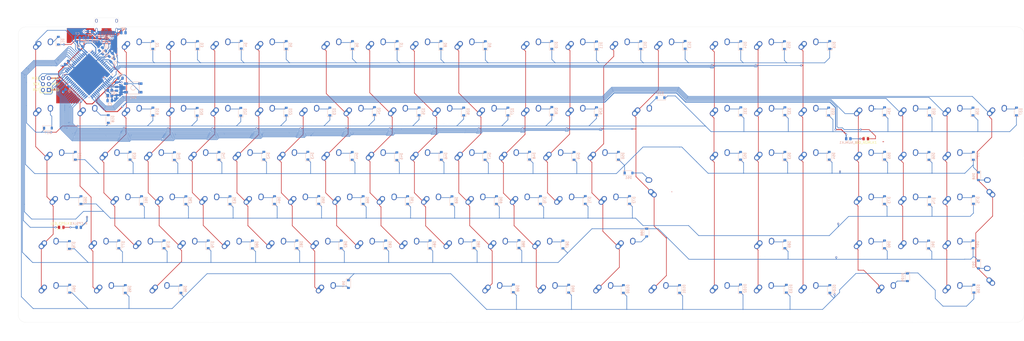
<source format=kicad_pcb>
(kicad_pcb (version 20171130) (host pcbnew "(5.1.10)-1")
  (layers (0 F.Cu signal) (31 B.Cu signal) (34 B.Paste user) (35 F.Paste user) (36 B.SilkS user) (37 F.SilkS user) (38 B.Mask user) (39 F.Mask user) (44 Edge.Cuts user))
  (net 0 "")
  (net 1 COL2)
  (net 2 "Net-(A1-Pad2)")
  (net 3 COL3)
  (net 4 "Net-(ALT1-Pad2)")
  (net 5 COL12)
  (net 6 "Net-(AT1-Pad2)")
  (net 7 COL6)
  (net 8 "Net-(B1-Pad2)")
  (net 9 COL14)
  (net 10 "Net-(BKSP1-Pad2)")
  (net 11 COL1)
  (net 12 "Net-(BSLSH1-Pad2)")
  (net 13 COL4)
  (net 14 "Net-(C1-Pad2)")
  (net 15 GND)
  (net 16 "Net-(C2-Pad1)")
  (net 17 "Net-(C3-Pad1)")
  (net 18 +5V)
  (net 19 "Net-(C8-Pad1)")
  (net 20 COL0)
  (net 21 "Net-(CAPSL1-Pad2)")
  (net 22 COL11)
  (net 23 "Net-(COLON1-Pad2)")
  (net 24 COL9)
  (net 25 "Net-(COMMA1-Pad2)")
  (net 26 "Net-(CTRL1-Pad2)")
  (net 27 "Net-(D1-Pad2)")
  (net 28 ROW0)
  (net 29 "Net-(D2-Pad2)")
  (net 30 "Net-(D3-Pad2)")
  (net 31 "Net-(D4-Pad2)")
  (net 32 "Net-(D5-Pad2)")
  (net 33 "Net-(D6-Pad2)")
  (net 34 "Net-(D7-Pad2)")
  (net 35 "Net-(D8-Pad2)")
  (net 36 "Net-(D9-Pad2)")
  (net 37 "Net-(D10-Pad2)")
  (net 38 "Net-(D11-Pad2)")
  (net 39 "Net-(D12-Pad2)")
  (net 40 "Net-(D13-Pad2)")
  (net 41 "Net-(D14-Pad2)")
  (net 42 "Net-(D15-Pad2)")
  (net 43 "Net-(D16-Pad2)")
  (net 44 "Net-(D17-Pad2)")
  (net 45 ROW1)
  (net 46 "Net-(D18-Pad2)")
  (net 47 "Net-(D19-Pad2)")
  (net 48 "Net-(D20-Pad2)")
  (net 49 "Net-(D21-Pad2)")
  (net 50 "Net-(D22-Pad2)")
  (net 51 "Net-(D23-Pad2)")
  (net 52 "Net-(D24-Pad2)")
  (net 53 "Net-(D25-Pad2)")
  (net 54 "Net-(D26-Pad2)")
  (net 55 "Net-(D27-Pad2)")
  (net 56 "Net-(D28-Pad2)")
  (net 57 "Net-(D29-Pad2)")
  (net 58 "Net-(D31-Pad2)")
  (net 59 "Net-(D32-Pad2)")
  (net 60 "Net-(D33-Pad2)")
  (net 61 "Net-(D34-Pad2)")
  (net 62 "Net-(D35-Pad2)")
  (net 63 "Net-(D36-Pad2)")
  (net 64 "Net-(D37-Pad2)")
  (net 65 "Net-(D38-Pad2)")
  (net 66 ROW2)
  (net 67 "Net-(D39-Pad2)")
  (net 68 "Net-(D40-Pad2)")
  (net 69 "Net-(D41-Pad2)")
  (net 70 "Net-(D42-Pad2)")
  (net 71 "Net-(D43-Pad2)")
  (net 72 "Net-(D44-Pad2)")
  (net 73 "Net-(D45-Pad2)")
  (net 74 "Net-(D46-Pad2)")
  (net 75 "Net-(D47-Pad2)")
  (net 76 "Net-(D48-Pad2)")
  (net 77 "Net-(D49-Pad2)")
  (net 78 "Net-(D50-Pad2)")
  (net 79 "Net-(D51-Pad2)")
  (net 80 "Net-(D52-Pad2)")
  (net 81 "Net-(D53-Pad2)")
  (net 82 "Net-(D54-Pad2)")
  (net 83 "Net-(D55-Pad2)")
  (net 84 "Net-(D56-Pad2)")
  (net 85 "Net-(D57-Pad2)")
  (net 86 "Net-(D58-Pad2)")
  (net 87 "Net-(D59-Pad2)")
  (net 88 ROW3)
  (net 89 "Net-(D62-Pad2)")
  (net 90 "Net-(D64-Pad2)")
  (net 91 "Net-(D65-Pad2)")
  (net 92 "Net-(D66-Pad2)")
  (net 93 "Net-(D67-Pad2)")
  (net 94 "Net-(D68-Pad2)")
  (net 95 "Net-(D69-Pad2)")
  (net 96 "Net-(D72-Pad2)")
  (net 97 "Net-(D73-Pad2)")
  (net 98 "Net-(D74-Pad2)")
  (net 99 "Net-(D75-Pad2)")
  (net 100 "Net-(D76-Pad2)")
  (net 101 ROW4)
  (net 102 "Net-(D78-Pad2)")
  (net 103 "Net-(D79-Pad2)")
  (net 104 "Net-(D81-Pad2)")
  (net 105 "Net-(D83-Pad2)")
  (net 106 "Net-(D84-Pad2)")
  (net 107 "Net-(D86-Pad2)")
  (net 108 "Net-(D87-Pad2)")
  (net 109 "Net-(D88-Pad2)")
  (net 110 "Net-(D89-Pad2)")
  (net 111 "Net-(D90-Pad2)")
  (net 112 "Net-(D91-Pad2)")
  (net 113 "Net-(D92-Pad2)")
  (net 114 "Net-(D93-Pad2)")
  (net 115 ROW5)
  (net 116 "Net-(D95-Pad2)")
  (net 117 "Net-(D97-Pad2)")
  (net 118 "Net-(D98-Pad2)")
  (net 119 "Net-(D99-Pad2)")
  (net 120 "Net-(D100-Pad2)")
  (net 121 "Net-(D101-Pad2)")
  (net 122 "Net-(D102-Pad2)")
  (net 123 "Net-(D103-Pad2)")
  (net 124 "Net-(D104-Pad2)")
  (net 125 "Net-(D105-Pad2)")
  (net 126 "Net-(D106-Pad2)")
  (net 127 COL16)
  (net 128 COL15)
  (net 129 COL5)
  (net 130 COL7)
  (net 131 COL8)
  (net 132 COL10)
  (net 133 COL13)
  (net 134 COL18)
  (net 135 COL19)
  (net 136 COL20)
  (net 137 COL21)
  (net 138 COL17)
  (net 139 D+)
  (net 140 "Net-(R3-Pad1)")
  (net 141 D-)
  (net 142 "Net-(R4-Pad1)")
  (net 143 "Net-(R5-Pad2)")
  (net 144 "Net-(U2-Pad62)")
  (net 145 "Net-(U2-Pad26)")
  (net 146 "Net-(U2-Pad25)")
  (net 147 "Net-(U2-Pad19)")
  (net 148 "Net-(U2-Pad18)")
  (net 149 "Net-(U2-Pad2)")
  (net 150 "Net-(U2-Pad1)")
  (net 151 "Net-(U2-Pad44)")
  (net 152 "Net-(U2-Pad27)")
  (net 153 "Net-(R9-Pad1)")
  (net 154 "Net-(LED_CPSLK1-Pad2)")
  (net 155 "Net-(LED_CPSLK1-Pad1)")
  (net 156 "Net-(LED_NUMLK1-Pad2)")
  (net 157 CPSLKLED)
  (net 158 NUMLKLED)
  (net 159 "Net-(F14-Pad1)")
  (net 160 RESET)
  (net 161 MOSI)
  (net 162 SCK)
  (net 163 MISO)
  (net 164 "Net-(R8-Pad1)")
  (net 165 "Net-(USB1-Pad3)")
  (net 166 "Net-(USB1-Pad9)")
  (net 167 VCC)
  (net 168 "Net-(U2-Pad54)")
  (net 169 "Net-(U2-Pad14)")
  (net 170 "Net-(U2-Pad13)")
  (net 171 "Net-(U2-Pad12)")
  (net 172 "Net-(U2-Pad11)")
  (net 173 "Net-(U2-Pad9)")
  (module Capacitor_SMD:C_0805_2012Metric (layer B.Cu) (at -11.43 39.751 45)
    (fp_text reference C9 (at 0 1.679999 225) (layer B.SilkS) (effects (justify mirror)))
    (fp_text value 0.1uF)
    (pad 2 smd roundrect (at 0.95 0 45) (size 1 1.45) (layers B.Cu B.Paste B.Mask) (net 15 GND))
    (pad 1 smd roundrect (at -0.95 0 45) (size 1 1.45) (layers B.Cu B.Paste B.Mask) (net 18 +5V))
  )
  (module MX_Alps_Hybrid:MX-1U-NoLED (layer F.Cu) (at 311.912 65.278)
    (fp_text reference NUMLK1)
    (fp_text value "Num Lock")
    (pad "" np_thru_hole circle (at 5.08 0 48.0996) (size 1.75 1.75) (drill 1.75) (layers *.Cu *.Mask))
    (pad "" np_thru_hole circle (at -5.08 0 48.0996) (size 1.75 1.75) (drill 1.75) (layers *.Cu *.Mask))
    (pad 1 thru_hole circle (at -2.5 -4) (size 2.25 2.25) (drill 1.47) (layers *.Cu B.Mask) (net 134 COL18))
    (pad "" np_thru_hole circle (at 0 0) (size 3.9878 3.9878) (drill 3.9878) (layers *.Cu *.Mask))
    (pad 1 thru_hole oval (at -3.81 -2.54 48.0996) (size 4.211556 2.25) (drill 1.47 (offset 0.980778 0)) (layers *.Cu B.Mask) (net 134 COL18))
    (pad 2 thru_hole circle (at 2.54 -5.08) (size 2.25 2.25) (drill 1.47) (layers *.Cu B.Mask) (net 61 "Net-(D34-Pad2)"))
    (pad 2 thru_hole oval (at 2.5 -4.5 86.0548) (size 2.831378 2.25) (drill 1.47 (offset 0.290689 0)) (layers *.Cu B.Mask) (net 61 "Net-(D34-Pad2)"))
  )
  (module MX_Alps_Hybrid:MX-1U-NoLED (layer F.Cu) (at -40.5765 36.67125)
    (fp_text reference ESC1)
    (fp_text value Esc)
    (pad "" np_thru_hole circle (at 5.08 0 48.0996) (size 1.75 1.75) (drill 1.75) (layers *.Cu *.Mask))
    (pad "" np_thru_hole circle (at -5.08 0 48.0996) (size 1.75 1.75) (drill 1.75) (layers *.Cu *.Mask))
    (pad 1 thru_hole circle (at -2.5 -4) (size 2.25 2.25) (drill 1.47) (layers *.Cu B.Mask) (net 20 COL0))
    (pad "" np_thru_hole circle (at 0 0) (size 3.9878 3.9878) (drill 3.9878) (layers *.Cu *.Mask))
    (pad 1 thru_hole oval (at -3.81 -2.54 48.0996) (size 4.211556 2.25) (drill 1.47 (offset 0.980778 0)) (layers *.Cu B.Mask) (net 20 COL0))
    (pad 2 thru_hole circle (at 2.54 -5.08) (size 2.25 2.25) (drill 1.47) (layers *.Cu B.Mask) (net 27 "Net-(D1-Pad2)"))
    (pad 2 thru_hole oval (at 2.5 -4.5 86.0548) (size 2.831378 2.25) (drill 1.47 (offset 0.290689 0)) (layers *.Cu B.Mask) (net 27 "Net-(D1-Pad2)"))
  )
  (module Type-C:HRO-TYPE-C-31-M-12 (layer B.Cu) (at -13.97 20.193)
    (fp_text reference USB1 (at 0 9.25) (layer B.SilkS) (effects (justify mirror)))
    (fp_text value HRO-TYPE-C-31-M-12)
    (pad 12 smd rect (at 3.225 7.695) (size 0.6 1.45) (layers B.Cu B.Paste B.Mask) (net 15 GND))
    (pad 1 smd rect (at -3.225 7.695) (size 0.6 1.45) (layers B.Cu B.Paste B.Mask) (net 15 GND))
    (pad 11 smd rect (at 2.45 7.695) (size 0.6 1.45) (layers B.Cu B.Paste B.Mask) (net 167 VCC))
    (pad 2 smd rect (at -2.45 7.695) (size 0.6 1.45) (layers B.Cu B.Paste B.Mask) (net 167 VCC))
    (pad 3 smd rect (at -1.75 7.695) (size 0.3 1.45) (layers B.Cu B.Paste B.Mask) (net 165 "Net-(USB1-Pad3)"))
    (pad 10 smd rect (at 1.75 7.695) (size 0.3 1.45) (layers B.Cu B.Paste B.Mask) (net 164 "Net-(R8-Pad1)"))
    (pad 4 smd rect (at -1.25 7.695) (size 0.3 1.45) (layers B.Cu B.Paste B.Mask) (net 153 "Net-(R9-Pad1)"))
    (pad 9 smd rect (at 1.25 7.695) (size 0.3 1.45) (layers B.Cu B.Paste B.Mask) (net 166 "Net-(USB1-Pad9)"))
    (pad 5 smd rect (at -0.75 7.695) (size 0.3 1.45) (layers B.Cu B.Paste B.Mask) (net 141 D-))
    (pad 8 smd rect (at 0.75 7.695) (size 0.3 1.45) (layers B.Cu B.Paste B.Mask) (net 139 D+))
    (pad 7 smd rect (at 0.25 7.695) (size 0.3 1.45) (layers B.Cu B.Paste B.Mask) (net 141 D-))
    (pad 6 smd rect (at -0.25 7.695) (size 0.3 1.45) (layers B.Cu B.Paste B.Mask) (net 139 D+))
    (pad "" np_thru_hole circle (at 2.89 6.25) (size 0.65 0.65) (drill 0.65) (layers *.Cu *.Mask))
    (pad "" np_thru_hole circle (at -2.89 6.25) (size 0.65 0.65) (drill 0.65) (layers *.Cu *.Mask))
    (pad 13 thru_hole oval (at -4.32 6.78) (size 1 2.1) (drill oval 0.6 1.7) (layers *.Cu F.Mask) (net 15 GND))
    (pad 13 thru_hole oval (at 4.32 6.78) (size 1 2.1) (drill oval 0.6 1.7) (layers *.Cu F.Mask) (net 15 GND))
    (pad 13 thru_hole oval (at -4.32 2.6) (size 1 1.6) (drill oval 0.6 1.2) (layers *.Cu F.Mask) (net 15 GND))
    (pad 13 thru_hole oval (at 4.32 2.6) (size 1 1.6) (drill oval 0.6 1.2) (layers *.Cu F.Mask) (net 15 GND))
  )
  (module random-keyboard-parts:SOT143B (layer B.Cu) (at -13.97 31.75 180)
    (fp_text reference U3 (at 0 -2.45) (layer B.SilkS) (effects (justify mirror)))
    (fp_text value PRTR5V0U2X)
    (pad 1 smd rect (at -1 0.75 270) (size 1 0.7) (layers B.Cu B.Paste B.Mask) (net 15 GND))
    (pad 4 smd rect (at 1 0.95 270) (size 0.6 0.7) (layers B.Cu B.Paste B.Mask) (net 167 VCC))
    (pad 2 smd rect (at -1 -0.95 270) (size 0.6 0.7) (layers B.Cu B.Paste B.Mask) (net 139 D+))
    (pad 3 smd rect (at 1 -0.95 270) (size 0.6 0.7) (layers B.Cu B.Paste B.Mask) (net 141 D-))
  )
  (module Resistor_SMD:R_0805_2012Metric (layer B.Cu) (at -21.082 27.432)
    (fp_text reference R9 (at 0 1.65) (layer B.SilkS) (effects (justify mirror)))
    (fp_text value 5.1k)
    (pad 2 smd roundrect (at 0.9125 0) (size 1.025 1.4) (layers B.Cu B.Paste B.Mask) (roundrect_rratio 0.243902) (net 15 GND))
    (pad 1 smd roundrect (at -0.9125 0) (size 1.025 1.4) (layers B.Cu B.Paste B.Mask) (roundrect_rratio 0.243902) (net 153 "Net-(R9-Pad1)"))
  )
  (module Resistor_SMD:R_0805_2012Metric (layer B.Cu) (at -6.7075 27.94 180)
    (fp_text reference R8 (at 0 1.65) (layer B.SilkS) (effects (justify mirror)))
    (fp_text value 5.1k)
    (pad 2 smd roundrect (at 0.9125 0 180) (size 1.025 1.4) (layers B.Cu B.Paste B.Mask) (roundrect_rratio 0.243902) (net 15 GND))
    (pad 1 smd roundrect (at -0.9125 0 180) (size 1.025 1.4) (layers B.Cu B.Paste B.Mask) (roundrect_rratio 0.243902) (net 164 "Net-(R8-Pad1)"))
  )
  (module random-keyboard-parts:Reset_Pretty-Mask (layer F.Cu) (at -40.005 50.038)
    (fp_text reference J2)
    (fp_text value AVR-ISP-6)
    (fp_text user MISO (at -4.25 -2.5) (layer F.SilkS))
    (fp_text user VCC (at 4 -2.5) (layer F.SilkS))
    (fp_text user SCK (at -4 0) (layer F.SilkS))
    (fp_text user MOSI (at 4.25 0) (layer F.SilkS))
    (fp_text user RST (at -4.25 2.5) (layer F.SilkS))
    (fp_text user GND (at 4.25 2.5) (layer F.SilkS))
    (pad 6 thru_hole rect (at 1.27 2.54) (size 1.7 1.7) (drill 1) (layers *.Cu F.Mask) (net 15 GND))
    (pad 5 thru_hole circle (at -1.27 2.54) (size 1.7 1.7) (drill 1) (layers *.Cu F.Mask) (net 160 RESET))
    (pad 4 thru_hole circle (at 1.27 0) (size 1.7 1.7) (drill 1) (layers *.Cu F.Mask) (net 161 MOSI))
    (pad 3 thru_hole circle (at -1.27 0) (size 1.7 1.7) (drill 1) (layers *.Cu F.Mask) (net 162 SCK))
    (pad 2 thru_hole circle (at 1.27 -2.54) (size 1.7 1.7) (drill 1) (layers *.Cu F.Mask) (net 18 +5V))
    (pad 1 thru_hole circle (at -1.27 -2.54) (size 1.7 1.7) (drill 1) (layers *.Cu F.Mask) (net 163 MISO))
  )
  (module Resistor_SMD:R_0805_2012Metric (layer B.Cu) (at -22.86 30.099)
    (fp_text reference FB1 (at 0 1.65) (layer B.SilkS) (effects (justify mirror)))
    (fp_text value 500mA)
    (pad 2 smd roundrect (at 0.9125 0) (size 1.025 1.4) (layers B.Cu B.Paste B.Mask) (roundrect_rratio 0.243902) (net 159 "Net-(F14-Pad1)"))
    (pad 1 smd roundrect (at -0.9125 0) (size 1.025 1.4) (layers B.Cu B.Paste B.Mask) (roundrect_rratio 0.243902) (net 18 +5V))
  )
  (module Fuse:Fuse_0805_2012Metric (layer B.Cu) (at -19.05 30.099)
    (fp_text reference F14 (at 0 1.65) (layer B.SilkS) (effects (justify mirror)))
    (fp_text value 500mA)
    (pad 2 smd roundrect (at 0.9375 0) (size 0.975 1.4) (layers B.Cu B.Paste B.Mask) (net 167 VCC))
    (pad 1 smd roundrect (at -0.9375 0) (size 0.975 1.4) (layers B.Cu B.Paste B.Mask) (net 159 "Net-(F14-Pad1)"))
  )
  (module MX_Alps_Hybrid:MX-2U-NoLED (layer F.Cu) (at 223.7105 93.82125 90)
    (fp_text reference ENTER1)
    (fp_text value Enter)
    (pad "" np_thru_hole circle (at 11.938 8.255 90) (size 3.9878 3.9878) (drill 3.9878) (layers *.Cu *.Mask))
    (pad "" np_thru_hole circle (at -11.938 8.255 90) (size 3.9878 3.9878) (drill 3.9878) (layers *.Cu *.Mask))
    (pad "" np_thru_hole circle (at 11.938 -6.985 90) (size 3.048 3.048) (drill 3.048) (layers *.Cu *.Mask))
    (pad "" np_thru_hole circle (at -11.938 -6.985 90) (size 3.048 3.048) (drill 3.048) (layers *.Cu *.Mask))
    (pad "" np_thru_hole circle (at 5.08 0 138.0996) (size 1.75 1.75) (drill 1.75) (layers *.Cu *.Mask))
    (pad "" np_thru_hole circle (at -5.08 0 138.0996) (size 1.75 1.75) (drill 1.75) (layers *.Cu *.Mask))
    (pad 1 thru_hole circle (at -2.5 -4 90) (size 2.25 2.25) (drill 1.47) (layers *.Cu B.Mask) (net 9 COL14))
    (pad "" np_thru_hole circle (at 0 0 90) (size 3.9878 3.9878) (drill 3.9878) (layers *.Cu *.Mask))
    (pad 1 thru_hole oval (at -3.81 -2.54 138.0996) (size 4.211556 2.25) (drill 1.47 (offset 0.980778 0)) (layers *.Cu B.Mask) (net 9 COL14))
    (pad 2 thru_hole circle (at 2.54 -5.08 90) (size 2.25 2.25) (drill 1.47) (layers *.Cu B.Mask) (net 79 "Net-(D51-Pad2)"))
    (pad 2 thru_hole oval (at 2.5 -4.5 176.0548) (size 2.831378 2.25) (drill 1.47 (offset 0.290689 0)) (layers *.Cu B.Mask) (net 79 "Net-(D51-Pad2)"))
  )
  (module MX_Alps_Hybrid:MX-2U-NoLED (layer F.Cu) (at 369.062 93.82125 90)
    (fp_text reference NP-PLUS1)
    (fp_text value +)
    (pad "" np_thru_hole circle (at 11.938 8.255 90) (size 3.9878 3.9878) (drill 3.9878) (layers *.Cu *.Mask))
    (pad "" np_thru_hole circle (at -11.938 8.255 90) (size 3.9878 3.9878) (drill 3.9878) (layers *.Cu *.Mask))
    (pad "" np_thru_hole circle (at 11.938 -6.985 90) (size 3.048 3.048) (drill 3.048) (layers *.Cu *.Mask))
    (pad "" np_thru_hole circle (at -11.938 -6.985 90) (size 3.048 3.048) (drill 3.048) (layers *.Cu *.Mask))
    (pad "" np_thru_hole circle (at 5.08 0 138.0996) (size 1.75 1.75) (drill 1.75) (layers *.Cu *.Mask))
    (pad "" np_thru_hole circle (at -5.08 0 138.0996) (size 1.75 1.75) (drill 1.75) (layers *.Cu *.Mask))
    (pad 1 thru_hole circle (at -2.5 -4 90) (size 2.25 2.25) (drill 1.47) (layers *.Cu B.Mask) (net 137 COL21))
    (pad "" np_thru_hole circle (at 0 0 90) (size 3.9878 3.9878) (drill 3.9878) (layers *.Cu *.Mask))
    (pad 1 thru_hole oval (at -3.81 -2.54 138.0996) (size 4.211556 2.25) (drill 1.47 (offset 0.980778 0)) (layers *.Cu B.Mask) (net 137 COL21))
    (pad 2 thru_hole circle (at 2.54 -5.08 90) (size 2.25 2.25) (drill 1.47) (layers *.Cu B.Mask) (net 86 "Net-(D58-Pad2)"))
    (pad 2 thru_hole oval (at 2.5 -4.5 176.0548) (size 2.831378 2.25) (drill 1.47 (offset 0.290689 0)) (layers *.Cu B.Mask) (net 86 "Net-(D58-Pad2)"))
  )
  (module MX_Alps_Hybrid:MX-2U-NoLED (layer F.Cu) (at 368.9985 131.826 90)
    (fp_text reference NP-ENTER1)
    (fp_text value Enter)
    (pad "" np_thru_hole circle (at 11.938 8.255 90) (size 3.9878 3.9878) (drill 3.9878) (layers *.Cu *.Mask))
    (pad "" np_thru_hole circle (at -11.938 8.255 90) (size 3.9878 3.9878) (drill 3.9878) (layers *.Cu *.Mask))
    (pad "" np_thru_hole circle (at 11.938 -6.985 90) (size 3.048 3.048) (drill 3.048) (layers *.Cu *.Mask))
    (pad "" np_thru_hole circle (at -11.938 -6.985 90) (size 3.048 3.048) (drill 3.048) (layers *.Cu *.Mask))
    (pad "" np_thru_hole circle (at 5.08 0 138.0996) (size 1.75 1.75) (drill 1.75) (layers *.Cu *.Mask))
    (pad "" np_thru_hole circle (at -5.08 0 138.0996) (size 1.75 1.75) (drill 1.75) (layers *.Cu *.Mask))
    (pad 1 thru_hole circle (at -2.5 -4 90) (size 2.25 2.25) (drill 1.47) (layers *.Cu B.Mask) (net 137 COL21))
    (pad "" np_thru_hole circle (at 0 0 90) (size 3.9878 3.9878) (drill 3.9878) (layers *.Cu *.Mask))
    (pad 1 thru_hole oval (at -3.81 -2.54 138.0996) (size 4.211556 2.25) (drill 1.47 (offset 0.980778 0)) (layers *.Cu B.Mask) (net 137 COL21))
    (pad 2 thru_hole circle (at 2.54 -5.08 90) (size 2.25 2.25) (drill 1.47) (layers *.Cu B.Mask) (net 114 "Net-(D93-Pad2)"))
    (pad 2 thru_hole oval (at 2.5 -4.5 176.0548) (size 2.831378 2.25) (drill 1.47 (offset 0.290689 0)) (layers *.Cu B.Mask) (net 114 "Net-(D93-Pad2)"))
  )
  (module MX_Alps_Hybrid:MX-2U-NoLED (layer F.Cu) (at 321.3735 141.44625)
    (fp_text reference NP-0)
    (fp_text value 0)
    (pad "" np_thru_hole circle (at 11.938 8.255) (size 3.9878 3.9878) (drill 3.9878) (layers *.Cu *.Mask))
    (pad "" np_thru_hole circle (at -11.938 8.255) (size 3.9878 3.9878) (drill 3.9878) (layers *.Cu *.Mask))
    (pad "" np_thru_hole circle (at 11.938 -6.985) (size 3.048 3.048) (drill 3.048) (layers *.Cu *.Mask))
    (pad "" np_thru_hole circle (at -11.938 -6.985) (size 3.048 3.048) (drill 3.048) (layers *.Cu *.Mask))
    (pad "" np_thru_hole circle (at 5.08 0 48.0996) (size 1.75 1.75) (drill 1.75) (layers *.Cu *.Mask))
    (pad "" np_thru_hole circle (at -5.08 0 48.0996) (size 1.75 1.75) (drill 1.75) (layers *.Cu *.Mask))
    (pad 1 thru_hole circle (at -2.5 -4) (size 2.25 2.25) (drill 1.47) (layers *.Cu B.Mask) (net 134 COL18))
    (pad "" np_thru_hole circle (at 0 0) (size 3.9878 3.9878) (drill 3.9878) (layers *.Cu *.Mask))
    (pad 1 thru_hole oval (at -3.81 -2.54 48.0996) (size 4.211556 2.25) (drill 1.47 (offset 0.980778 0)) (layers *.Cu B.Mask) (net 134 COL18))
    (pad 2 thru_hole circle (at 2.54 -5.08) (size 2.25 2.25) (drill 1.47) (layers *.Cu B.Mask) (net 125 "Net-(D105-Pad2)"))
    (pad 2 thru_hole oval (at 2.5 -4.5 86.0548) (size 2.831378 2.25) (drill 1.47 (offset 0.290689 0)) (layers *.Cu B.Mask) (net 125 "Net-(D105-Pad2)"))
  )
  (module Diode_SMD:D_SOD-123 (layer B.Cu) (at 329.946 133.096 270)
    (fp_text reference D105 (at 0 2 90) (layer B.SilkS) (effects (justify mirror)))
    (fp_text value D_Small)
    (pad 2 smd rect (at 1.65 0 270) (size 0.9 1.2) (layers B.Cu B.Paste B.Mask) (net 125 "Net-(D105-Pad2)"))
    (pad 1 smd rect (at -1.65 0 270) (size 0.9 1.2) (layers B.Cu B.Paste B.Mask) (net 115 ROW5))
  )
  (module MX_Alps_Hybrid:MX-2.75U-NoLED (layer F.Cu) (at 209.4865 122.39625)
    (fp_text reference MX-RSHIFT1)
    (fp_text value Shift)
    (pad "" np_thru_hole circle (at 11.938 8.255) (size 3.9878 3.9878) (drill 3.9878) (layers *.Cu *.Mask))
    (pad "" np_thru_hole circle (at -11.938 8.255) (size 3.9878 3.9878) (drill 3.9878) (layers *.Cu *.Mask))
    (pad "" np_thru_hole circle (at 11.938 -6.985) (size 3.048 3.048) (drill 3.048) (layers *.Cu *.Mask))
    (pad "" np_thru_hole circle (at -11.938 -6.985) (size 3.048 3.048) (drill 3.048) (layers *.Cu *.Mask))
    (pad "" np_thru_hole circle (at 5.08 0 48.0996) (size 1.75 1.75) (drill 1.75) (layers *.Cu *.Mask))
    (pad "" np_thru_hole circle (at -5.08 0 48.0996) (size 1.75 1.75) (drill 1.75) (layers *.Cu *.Mask))
    (pad 1 thru_hole circle (at -2.5 -4) (size 2.25 2.25) (drill 1.47) (layers *.Cu B.Mask) (net 133 COL13))
    (pad "" np_thru_hole circle (at 0 0) (size 3.9878 3.9878) (drill 3.9878) (layers *.Cu *.Mask))
    (pad 1 thru_hole oval (at -3.81 -2.54 48.0996) (size 4.211556 2.25) (drill 1.47 (offset 0.980778 0)) (layers *.Cu B.Mask) (net 133 COL13))
    (pad 2 thru_hole circle (at 2.54 -5.08) (size 2.25 2.25) (drill 1.47) (layers *.Cu B.Mask) (net 109 "Net-(D88-Pad2)"))
    (pad 2 thru_hole oval (at 2.5 -4.5 86.0548) (size 2.831378 2.25) (drill 1.47 (offset 0.290689 0)) (layers *.Cu B.Mask) (net 109 "Net-(D88-Pad2)"))
  )
  (module MX_Alps_Hybrid:MX-2U-NoLED (layer F.Cu) (at 216.5985 65.24625)
    (fp_text reference BKSP1)
    (fp_text value Backspace)
    (pad "" np_thru_hole circle (at 11.938 8.255) (size 3.9878 3.9878) (drill 3.9878) (layers *.Cu *.Mask))
    (pad "" np_thru_hole circle (at -11.938 8.255) (size 3.9878 3.9878) (drill 3.9878) (layers *.Cu *.Mask))
    (pad "" np_thru_hole circle (at 11.938 -6.985) (size 3.048 3.048) (drill 3.048) (layers *.Cu *.Mask))
    (pad "" np_thru_hole circle (at -11.938 -6.985) (size 3.048 3.048) (drill 3.048) (layers *.Cu *.Mask))
    (pad "" np_thru_hole circle (at 5.08 0 48.0996) (size 1.75 1.75) (drill 1.75) (layers *.Cu *.Mask))
    (pad "" np_thru_hole circle (at -5.08 0 48.0996) (size 1.75 1.75) (drill 1.75) (layers *.Cu *.Mask))
    (pad 1 thru_hole circle (at -2.5 -4) (size 2.25 2.25) (drill 1.47) (layers *.Cu B.Mask) (net 9 COL14))
    (pad "" np_thru_hole circle (at 0 0) (size 3.9878 3.9878) (drill 3.9878) (layers *.Cu *.Mask))
    (pad 1 thru_hole oval (at -3.81 -2.54 48.0996) (size 4.211556 2.25) (drill 1.47 (offset 0.980778 0)) (layers *.Cu B.Mask) (net 9 COL14))
    (pad 2 thru_hole circle (at 2.54 -5.08) (size 2.25 2.25) (drill 1.47) (layers *.Cu B.Mask) (net 10 "Net-(BKSP1-Pad2)"))
    (pad 2 thru_hole oval (at 2.5 -4.5 86.0548) (size 2.831378 2.25) (drill 1.47 (offset 0.290689 0)) (layers *.Cu B.Mask) (net 10 "Net-(BKSP1-Pad2)"))
  )
  (module MX_Alps_Hybrid:MX-6.25U-NoLED (layer F.Cu) (at 80.8355 141.44625)
    (fp_text reference SPACE1)
    (fp_text value Space)
    (pad "" np_thru_hole circle (at 49.9999 8.255) (size 3.9878 3.9878) (drill 3.9878) (layers *.Cu *.Mask))
    (pad "" np_thru_hole circle (at -49.9999 8.255) (size 3.9878 3.9878) (drill 3.9878) (layers *.Cu *.Mask))
    (pad "" np_thru_hole circle (at 49.9999 -6.985) (size 3.048 3.048) (drill 3.048) (layers *.Cu *.Mask))
    (pad "" np_thru_hole circle (at -49.9999 -6.985) (size 3.048 3.048) (drill 3.048) (layers *.Cu *.Mask))
    (pad "" np_thru_hole circle (at 5.08 0 48.0996) (size 1.75 1.75) (drill 1.75) (layers *.Cu *.Mask))
    (pad "" np_thru_hole circle (at -5.08 0 48.0996) (size 1.75 1.75) (drill 1.75) (layers *.Cu *.Mask))
    (pad 1 thru_hole circle (at -2.5 -4) (size 2.25 2.25) (drill 1.47) (layers *.Cu B.Mask) (net 7 COL6))
    (pad "" np_thru_hole circle (at 0 0) (size 3.9878 3.9878) (drill 3.9878) (layers *.Cu *.Mask))
    (pad 1 thru_hole oval (at -3.81 -2.54 48.0996) (size 4.211556 2.25) (drill 1.47 (offset 0.980778 0)) (layers *.Cu B.Mask) (net 7 COL6))
    (pad 2 thru_hole circle (at 2.54 -5.08) (size 2.25 2.25) (drill 1.47) (layers *.Cu B.Mask) (net 117 "Net-(D97-Pad2)"))
    (pad 2 thru_hole oval (at 2.5 -4.5 86.0548) (size 2.831378 2.25) (drill 1.47 (offset 0.290689 0)) (layers *.Cu B.Mask) (net 117 "Net-(D97-Pad2)"))
  )
  (module MX_Alps_Hybrid:MX-1U-NoLED (layer F.Cu) (at 268.986 36.703)
    (fp_text reference SCLLK1)
    (fp_text value "Scroll Lock")
    (pad "" np_thru_hole circle (at 5.08 0 48.0996) (size 1.75 1.75) (drill 1.75) (layers *.Cu *.Mask))
    (pad "" np_thru_hole circle (at -5.08 0 48.0996) (size 1.75 1.75) (drill 1.75) (layers *.Cu *.Mask))
    (pad 1 thru_hole circle (at -2.5 -4) (size 2.25 2.25) (drill 1.47) (layers *.Cu B.Mask) (net 127 COL16))
    (pad "" np_thru_hole circle (at 0 0) (size 3.9878 3.9878) (drill 3.9878) (layers *.Cu *.Mask))
    (pad 1 thru_hole oval (at -3.81 -2.54 48.0996) (size 4.211556 2.25) (drill 1.47 (offset 0.980778 0)) (layers *.Cu B.Mask) (net 127 COL16))
    (pad 2 thru_hole circle (at 2.54 -5.08) (size 2.25 2.25) (drill 1.47) (layers *.Cu B.Mask) (net 42 "Net-(D15-Pad2)"))
    (pad 2 thru_hole oval (at 2.5 -4.5 86.0548) (size 2.831378 2.25) (drill 1.47 (offset 0.290689 0)) (layers *.Cu B.Mask) (net 42 "Net-(D15-Pad2)"))
  )
  (module Resistor_SMD:R_0805_2012Metric (layer B.Cu) (at 304.546 73.533)
    (fp_text reference R_NUMLK1 (at 0 1.65) (layer B.SilkS) (effects (justify mirror)))
    (fp_text value 90)
    (pad 2 smd roundrect (at 0.9125 0) (size 1.025 1.4) (layers B.Cu B.Paste B.Mask) (roundrect_rratio 0.243902) (net 156 "Net-(LED_NUMLK1-Pad2)"))
    (pad 1 smd roundrect (at -0.9125 0) (size 1.025 1.4) (layers B.Cu B.Paste B.Mask) (roundrect_rratio 0.243902) (net 18 +5V))
  )
  (module Resistor_SMD:R_0805_2012Metric (layer B.Cu) (at -25.908 111.633 180)
    (fp_text reference R_CPSLK1 (at 0 1.65) (layer B.SilkS) (effects (justify mirror)))
    (fp_text value 90)
    (pad 2 smd roundrect (at 0.9125 0 180) (size 1.025 1.4) (layers B.Cu B.Paste B.Mask) (roundrect_rratio 0.243902) (net 154 "Net-(LED_CPSLK1-Pad2)"))
    (pad 1 smd roundrect (at -0.9125 0 180) (size 1.025 1.4) (layers B.Cu B.Paste B.Mask) (roundrect_rratio 0.243902) (net 18 +5V))
  )
  (module LED_SMD:LED_0805_2012Metric (layer F.Cu) (at 312.039 73.533 180)
    (fp_text reference LED_NUMLK1 (at 0 -1.65) (layer F.SilkS))
    (fp_text value LED_Small)
    (pad 2 smd roundrect (at 0.9375 0 180) (size 0.975 1.4) (layers F.Cu F.Paste F.Mask) (net 156 "Net-(LED_NUMLK1-Pad2)"))
    (pad 1 smd roundrect (at -0.9375 0 180) (size 0.975 1.4) (layers F.Cu F.Paste F.Mask) (net 158 NUMLKLED))
  )
  (module LED_SMD:LED_0805_2012Metric (layer F.Cu) (at -33.401 111.633)
    (fp_text reference LED_CPSLK1 (at 0 -1.65) (layer F.SilkS))
    (fp_text value LED_Small)
    (pad 2 smd roundrect (at 0.9375 0) (size 0.975 1.4) (layers F.Cu F.Paste F.Mask) (net 154 "Net-(LED_CPSLK1-Pad2)"))
    (pad 1 smd roundrect (at -0.9375 0) (size 0.975 1.4) (layers F.Cu F.Paste F.Mask) (net 157 CPSLKLED))
  )
  (module Crystal:Crystal_SMD_3225-4Pin_3.2x2.5mm (layer B.Cu) (at -12.573 53.848 90)
    (fp_text reference Y2 (at 0 2.45 90) (layer B.SilkS) (effects (justify mirror)))
    (fp_text value "16 MHz")
    (pad 4 smd rect (at -1.1 0.85 90) (size 1.4 1.2) (layers B.Cu B.Paste B.Mask) (net 15 GND))
    (pad 3 smd rect (at 1.1 0.85 90) (size 1.4 1.2) (layers B.Cu B.Paste B.Mask) (net 17 "Net-(C3-Pad1)"))
    (pad 2 smd rect (at 1.1 -0.85 90) (size 1.4 1.2) (layers B.Cu B.Paste B.Mask) (net 15 GND))
    (pad 1 smd rect (at -1.1 -0.85 90) (size 1.4 1.2) (layers B.Cu B.Paste B.Mask) (net 16 "Net-(C2-Pad1)"))
  )
  (module Capacitor_SMD:C_0805_2012Metric (layer B.Cu) (at -24.892 34.671 225)
    (fp_text reference C6 (at 0 1.68 45) (layer B.SilkS) (effects (justify mirror)))
    (fp_text value 0.1uF)
    (pad 2 smd roundrect (at 0.95 0 225) (size 1 1.45) (layers B.Cu B.Paste B.Mask) (net 15 GND))
    (pad 1 smd roundrect (at -0.95 0 225) (size 1 1.45) (layers B.Cu B.Paste B.Mask) (net 18 +5V))
  )
  (module MX_Alps_Hybrid:MX-1U-NoLED (layer F.Cu) (at 2.3495 122.39625)
    (fp_text reference Z1)
    (fp_text value Z)
    (pad "" np_thru_hole circle (at 5.08 0 48.0996) (size 1.75 1.75) (drill 1.75) (layers *.Cu *.Mask))
    (pad "" np_thru_hole circle (at -5.08 0 48.0996) (size 1.75 1.75) (drill 1.75) (layers *.Cu *.Mask))
    (pad 1 thru_hole circle (at -2.5 -4) (size 2.25 2.25) (drill 1.47) (layers *.Cu B.Mask) (net 1 COL2))
    (pad "" np_thru_hole circle (at 0 0) (size 3.9878 3.9878) (drill 3.9878) (layers *.Cu *.Mask))
    (pad 1 thru_hole oval (at -3.81 -2.54 48.0996) (size 4.211556 2.25) (drill 1.47 (offset 0.980778 0)) (layers *.Cu B.Mask) (net 1 COL2))
    (pad 2 thru_hole circle (at 2.54 -5.08) (size 2.25 2.25) (drill 1.47) (layers *.Cu B.Mask) (net 102 "Net-(D78-Pad2)"))
    (pad 2 thru_hole oval (at 2.5 -4.5 86.0548) (size 2.831378 2.25) (drill 1.47 (offset 0.290689 0)) (layers *.Cu B.Mask) (net 102 "Net-(D78-Pad2)"))
  )
  (module MX_Alps_Hybrid:MX-1U-NoLED (layer F.Cu) (at 83.2485 84.29625)
    (fp_text reference Y1)
    (fp_text value Y)
    (pad "" np_thru_hole circle (at 5.08 0 48.0996) (size 1.75 1.75) (drill 1.75) (layers *.Cu *.Mask))
    (pad "" np_thru_hole circle (at -5.08 0 48.0996) (size 1.75 1.75) (drill 1.75) (layers *.Cu *.Mask))
    (pad 1 thru_hole circle (at -2.5 -4) (size 2.25 2.25) (drill 1.47) (layers *.Cu B.Mask) (net 130 COL7))
    (pad "" np_thru_hole circle (at 0 0) (size 3.9878 3.9878) (drill 3.9878) (layers *.Cu *.Mask))
    (pad 1 thru_hole oval (at -3.81 -2.54 48.0996) (size 4.211556 2.25) (drill 1.47 (offset 0.980778 0)) (layers *.Cu B.Mask) (net 130 COL7))
    (pad 2 thru_hole circle (at 2.54 -5.08) (size 2.25 2.25) (drill 1.47) (layers *.Cu B.Mask) (net 72 "Net-(D44-Pad2)"))
    (pad 2 thru_hole oval (at 2.5 -4.5 86.0548) (size 2.831378 2.25) (drill 1.47 (offset 0.290689 0)) (layers *.Cu B.Mask) (net 72 "Net-(D44-Pad2)"))
  )
  (module MX_Alps_Hybrid:MX-1U-NoLED (layer F.Cu) (at 21.3995 122.39625)
    (fp_text reference X1)
    (fp_text value X)
    (pad "" np_thru_hole circle (at 5.08 0 48.0996) (size 1.75 1.75) (drill 1.75) (layers *.Cu *.Mask))
    (pad "" np_thru_hole circle (at -5.08 0 48.0996) (size 1.75 1.75) (drill 1.75) (layers *.Cu *.Mask))
    (pad 1 thru_hole circle (at -2.5 -4) (size 2.25 2.25) (drill 1.47) (layers *.Cu B.Mask) (net 3 COL3))
    (pad "" np_thru_hole circle (at 0 0) (size 3.9878 3.9878) (drill 3.9878) (layers *.Cu *.Mask))
    (pad 1 thru_hole oval (at -3.81 -2.54 48.0996) (size 4.211556 2.25) (drill 1.47 (offset 0.980778 0)) (layers *.Cu B.Mask) (net 3 COL3))
    (pad 2 thru_hole circle (at 2.54 -5.08) (size 2.25 2.25) (drill 1.47) (layers *.Cu B.Mask) (net 103 "Net-(D79-Pad2)"))
    (pad 2 thru_hole oval (at 2.5 -4.5 86.0548) (size 2.831378 2.25) (drill 1.47 (offset 0.290689 0)) (layers *.Cu B.Mask) (net 103 "Net-(D79-Pad2)"))
  )
  (module MX_Alps_Hybrid:MX-1U-NoLED (layer F.Cu) (at 176.0855 141.44625)
    (fp_text reference WIN2)
    (fp_text value Win)
    (pad "" np_thru_hole circle (at 5.08 0 48.0996) (size 1.75 1.75) (drill 1.75) (layers *.Cu *.Mask))
    (pad "" np_thru_hole circle (at -5.08 0 48.0996) (size 1.75 1.75) (drill 1.75) (layers *.Cu *.Mask))
    (pad 1 thru_hole circle (at -2.5 -4) (size 2.25 2.25) (drill 1.47) (layers *.Cu B.Mask) (net 22 COL11))
    (pad "" np_thru_hole circle (at 0 0) (size 3.9878 3.9878) (drill 3.9878) (layers *.Cu *.Mask))
    (pad 1 thru_hole oval (at -3.81 -2.54 48.0996) (size 4.211556 2.25) (drill 1.47 (offset 0.980778 0)) (layers *.Cu B.Mask) (net 22 COL11))
    (pad 2 thru_hole circle (at 2.54 -5.08) (size 2.25 2.25) (drill 1.47) (layers *.Cu B.Mask) (net 119 "Net-(D99-Pad2)"))
    (pad 2 thru_hole oval (at 2.5 -4.5 86.0548) (size 2.831378 2.25) (drill 1.47 (offset 0.290689 0)) (layers *.Cu B.Mask) (net 119 "Net-(D99-Pad2)"))
  )
  (module MX_Alps_Hybrid:MX-1U-NoLED (layer F.Cu) (at -14.4145 141.44625)
    (fp_text reference WIN1)
    (fp_text value Win)
    (pad "" np_thru_hole circle (at 5.08 0 48.0996) (size 1.75 1.75) (drill 1.75) (layers *.Cu *.Mask))
    (pad "" np_thru_hole circle (at -5.08 0 48.0996) (size 1.75 1.75) (drill 1.75) (layers *.Cu *.Mask))
    (pad 1 thru_hole circle (at -2.5 -4) (size 2.25 2.25) (drill 1.47) (layers *.Cu B.Mask) (net 11 COL1))
    (pad "" np_thru_hole circle (at 0 0) (size 3.9878 3.9878) (drill 3.9878) (layers *.Cu *.Mask))
    (pad 1 thru_hole oval (at -3.81 -2.54 48.0996) (size 4.211556 2.25) (drill 1.47 (offset 0.980778 0)) (layers *.Cu B.Mask) (net 11 COL1))
    (pad 2 thru_hole circle (at 2.54 -5.08) (size 2.25 2.25) (drill 1.47) (layers *.Cu B.Mask) (net 116 "Net-(D95-Pad2)"))
    (pad 2 thru_hole oval (at 2.5 -4.5 86.0548) (size 2.831378 2.25) (drill 1.47 (offset 0.290689 0)) (layers *.Cu B.Mask) (net 116 "Net-(D95-Pad2)"))
  )
  (module MX_Alps_Hybrid:MX-1U-NoLED (layer F.Cu) (at 7.0485 84.29625)
    (fp_text reference W1)
    (fp_text value W)
    (pad "" np_thru_hole circle (at 5.08 0 48.0996) (size 1.75 1.75) (drill 1.75) (layers *.Cu *.Mask))
    (pad "" np_thru_hole circle (at -5.08 0 48.0996) (size 1.75 1.75) (drill 1.75) (layers *.Cu *.Mask))
    (pad 1 thru_hole circle (at -2.5 -4) (size 2.25 2.25) (drill 1.47) (layers *.Cu B.Mask) (net 3 COL3))
    (pad "" np_thru_hole circle (at 0 0) (size 3.9878 3.9878) (drill 3.9878) (layers *.Cu *.Mask))
    (pad 1 thru_hole oval (at -3.81 -2.54 48.0996) (size 4.211556 2.25) (drill 1.47 (offset 0.980778 0)) (layers *.Cu B.Mask) (net 3 COL3))
    (pad 2 thru_hole circle (at 2.54 -5.08) (size 2.25 2.25) (drill 1.47) (layers *.Cu B.Mask) (net 68 "Net-(D40-Pad2)"))
    (pad 2 thru_hole oval (at 2.5 -4.5 86.0548) (size 2.831378 2.25) (drill 1.47 (offset 0.290689 0)) (layers *.Cu B.Mask) (net 68 "Net-(D40-Pad2)"))
  )
  (module MX_Alps_Hybrid:MX-1U-NoLED (layer F.Cu) (at 59.4995 122.39625)
    (fp_text reference V1)
    (fp_text value V)
    (pad "" np_thru_hole circle (at 5.08 0 48.0996) (size 1.75 1.75) (drill 1.75) (layers *.Cu *.Mask))
    (pad "" np_thru_hole circle (at -5.08 0 48.0996) (size 1.75 1.75) (drill 1.75) (layers *.Cu *.Mask))
    (pad 1 thru_hole circle (at -2.5 -4) (size 2.25 2.25) (drill 1.47) (layers *.Cu B.Mask) (net 129 COL5))
    (pad "" np_thru_hole circle (at 0 0) (size 3.9878 3.9878) (drill 3.9878) (layers *.Cu *.Mask))
    (pad 1 thru_hole oval (at -3.81 -2.54 48.0996) (size 4.211556 2.25) (drill 1.47 (offset 0.980778 0)) (layers *.Cu B.Mask) (net 129 COL5))
    (pad 2 thru_hole circle (at 2.54 -5.08) (size 2.25 2.25) (drill 1.47) (layers *.Cu B.Mask) (net 104 "Net-(D81-Pad2)"))
    (pad 2 thru_hole oval (at 2.5 -4.5 86.0548) (size 2.831378 2.25) (drill 1.47 (offset 0.290689 0)) (layers *.Cu B.Mask) (net 104 "Net-(D81-Pad2)"))
  )
  (module MX_Alps_Hybrid:MX-1U-NoLED (layer F.Cu) (at 269.0495 122.39625)
    (fp_text reference UARROW1)
    (fp_text value Up)
    (pad "" np_thru_hole circle (at 5.08 0 48.0996) (size 1.75 1.75) (drill 1.75) (layers *.Cu *.Mask))
    (pad "" np_thru_hole circle (at -5.08 0 48.0996) (size 1.75 1.75) (drill 1.75) (layers *.Cu *.Mask))
    (pad 1 thru_hole circle (at -2.5 -4) (size 2.25 2.25) (drill 1.47) (layers *.Cu B.Mask) (net 127 COL16))
    (pad "" np_thru_hole circle (at 0 0) (size 3.9878 3.9878) (drill 3.9878) (layers *.Cu *.Mask))
    (pad 1 thru_hole oval (at -3.81 -2.54 48.0996) (size 4.211556 2.25) (drill 1.47 (offset 0.980778 0)) (layers *.Cu B.Mask) (net 127 COL16))
    (pad 2 thru_hole circle (at 2.54 -5.08) (size 2.25 2.25) (drill 1.47) (layers *.Cu B.Mask) (net 110 "Net-(D89-Pad2)"))
    (pad 2 thru_hole oval (at 2.5 -4.5 86.0548) (size 2.831378 2.25) (drill 1.47 (offset 0.290689 0)) (layers *.Cu B.Mask) (net 110 "Net-(D89-Pad2)"))
  )
  (module Package_QFP:TQFP-64_14x14mm_P0.8mm (layer B.Cu) (at -21.463 45.847 225)
    (fp_text reference U2 (at 0 9.45 45) (layer B.SilkS) (effects (justify mirror)))
    (fp_text value AT90USB1286-AU)
    (pad 64 smd rect (at -6 7.7 135) (size 1.5 0.55) (layers B.Cu B.Paste B.Mask) (net 18 +5V))
    (pad 63 smd rect (at -5.2 7.7 135) (size 1.5 0.55) (layers B.Cu B.Paste B.Mask) (net 15 GND))
    (pad 62 smd rect (at -4.4 7.7 135) (size 1.5 0.55) (layers B.Cu B.Paste B.Mask) (net 144 "Net-(U2-Pad62)"))
    (pad 61 smd rect (at -3.6 7.7 135) (size 1.5 0.55) (layers B.Cu B.Paste B.Mask) (net 20 COL0))
    (pad 60 smd rect (at -2.8 7.7 135) (size 1.5 0.55) (layers B.Cu B.Paste B.Mask) (net 115 ROW5))
    (pad 59 smd rect (at -2 7.7 135) (size 1.5 0.55) (layers B.Cu B.Paste B.Mask) (net 101 ROW4))
    (pad 58 smd rect (at -1.2 7.7 135) (size 1.5 0.55) (layers B.Cu B.Paste B.Mask) (net 157 CPSLKLED))
    (pad 57 smd rect (at -0.4 7.7 135) (size 1.5 0.55) (layers B.Cu B.Paste B.Mask) (net 88 ROW3))
    (pad 56 smd rect (at 0.4 7.7 135) (size 1.5 0.55) (layers B.Cu B.Paste B.Mask) (net 66 ROW2))
    (pad 55 smd rect (at 1.2 7.7 135) (size 1.5 0.55) (layers B.Cu B.Paste B.Mask) (net 45 ROW1))
    (pad 54 smd rect (at 2 7.7 135) (size 1.5 0.55) (layers B.Cu B.Paste B.Mask) (net 168 "Net-(U2-Pad54)"))
    (pad 53 smd rect (at 2.8 7.7 135) (size 1.5 0.55) (layers B.Cu B.Paste B.Mask) (net 15 GND))
    (pad 52 smd rect (at 3.6 7.7 135) (size 1.5 0.55) (layers B.Cu B.Paste B.Mask) (net 18 +5V))
    (pad 51 smd rect (at 4.4 7.7 135) (size 1.5 0.55) (layers B.Cu B.Paste B.Mask) (net 162 SCK))
    (pad 50 smd rect (at 5.2 7.7 135) (size 1.5 0.55) (layers B.Cu B.Paste B.Mask) (net 163 MISO))
    (pad 49 smd rect (at 6 7.7 135) (size 1.5 0.55) (layers B.Cu B.Paste B.Mask) (net 161 MOSI))
    (pad 48 smd rect (at 7.7 6 225) (size 1.5 0.55) (layers B.Cu B.Paste B.Mask) (net 9 COL14))
    (pad 47 smd rect (at 7.7 5.2 225) (size 1.5 0.55) (layers B.Cu B.Paste B.Mask) (net 133 COL13))
    (pad 46 smd rect (at 7.7 4.4 225) (size 1.5 0.55) (layers B.Cu B.Paste B.Mask) (net 5 COL12))
    (pad 45 smd rect (at 7.7 3.6 225) (size 1.5 0.55) (layers B.Cu B.Paste B.Mask) (net 22 COL11))
    (pad 44 smd rect (at 7.7 2.8 225) (size 1.5 0.55) (layers B.Cu B.Paste B.Mask) (net 151 "Net-(U2-Pad44)"))
    (pad 43 smd rect (at 7.7 2 225) (size 1.5 0.55) (layers B.Cu B.Paste B.Mask) (net 143 "Net-(R5-Pad2)"))
    (pad 42 smd rect (at 7.7 1.2 225) (size 1.5 0.55) (layers B.Cu B.Paste B.Mask) (net 132 COL10))
    (pad 41 smd rect (at 7.7 0.4 225) (size 1.5 0.55) (layers B.Cu B.Paste B.Mask) (net 24 COL9))
    (pad 40 smd rect (at 7.7 -0.4 225) (size 1.5 0.55) (layers B.Cu B.Paste B.Mask) (net 131 COL8))
    (pad 39 smd rect (at 7.7 -1.2 225) (size 1.5 0.55) (layers B.Cu B.Paste B.Mask) (net 130 COL7))
    (pad 38 smd rect (at 7.7 -2 225) (size 1.5 0.55) (layers B.Cu B.Paste B.Mask) (net 7 COL6))
    (pad 37 smd rect (at 7.7 -2.8 225) (size 1.5 0.55) (layers B.Cu B.Paste B.Mask) (net 129 COL5))
    (pad 36 smd rect (at 7.7 -3.6 225) (size 1.5 0.55) (layers B.Cu B.Paste B.Mask) (net 13 COL4))
    (pad 35 smd rect (at 7.7 -4.4 225) (size 1.5 0.55) (layers B.Cu B.Paste B.Mask) (net 3 COL3))
    (pad 34 smd rect (at 7.7 -5.2 225) (size 1.5 0.55) (layers B.Cu B.Paste B.Mask) (net 1 COL2))
    (pad 33 smd rect (at 7.7 -6 225) (size 1.5 0.55) (layers B.Cu B.Paste B.Mask) (net 11 COL1))
    (pad 32 smd rect (at 6 -7.7 135) (size 1.5 0.55) (layers B.Cu B.Paste B.Mask) (net 158 NUMLKLED))
    (pad 31 smd rect (at 5.2 -7.7 135) (size 1.5 0.55) (layers B.Cu B.Paste B.Mask) (net 134 COL18))
    (pad 30 smd rect (at 4.4 -7.7 135) (size 1.5 0.55) (layers B.Cu B.Paste B.Mask) (net 135 COL19))
    (pad 29 smd rect (at 3.6 -7.7 135) (size 1.5 0.55) (layers B.Cu B.Paste B.Mask) (net 136 COL20))
    (pad 28 smd rect (at 2.8 -7.7 135) (size 1.5 0.55) (layers B.Cu B.Paste B.Mask) (net 137 COL21))
    (pad 27 smd rect (at 2 -7.7 135) (size 1.5 0.55) (layers B.Cu B.Paste B.Mask) (net 152 "Net-(U2-Pad27)"))
    (pad 26 smd rect (at 1.2 -7.7 135) (size 1.5 0.55) (layers B.Cu B.Paste B.Mask) (net 145 "Net-(U2-Pad26)"))
    (pad 25 smd rect (at 0.4 -7.7 135) (size 1.5 0.55) (layers B.Cu B.Paste B.Mask) (net 146 "Net-(U2-Pad25)"))
    (pad 24 smd rect (at -0.4 -7.7 135) (size 1.5 0.55) (layers B.Cu B.Paste B.Mask) (net 16 "Net-(C2-Pad1)"))
    (pad 23 smd rect (at -1.2 -7.7 135) (size 1.5 0.55) (layers B.Cu B.Paste B.Mask) (net 17 "Net-(C3-Pad1)"))
    (pad 22 smd rect (at -2 -7.7 135) (size 1.5 0.55) (layers B.Cu B.Paste B.Mask) (net 15 GND))
    (pad 21 smd rect (at -2.8 -7.7 135) (size 1.5 0.55) (layers B.Cu B.Paste B.Mask) (net 18 +5V))
    (pad 20 smd rect (at -3.6 -7.7 135) (size 1.5 0.55) (layers B.Cu B.Paste B.Mask) (net 160 RESET))
    (pad 19 smd rect (at -4.4 -7.7 135) (size 1.5 0.55) (layers B.Cu B.Paste B.Mask) (net 147 "Net-(U2-Pad19)"))
    (pad 18 smd rect (at -5.2 -7.7 135) (size 1.5 0.55) (layers B.Cu B.Paste B.Mask) (net 148 "Net-(U2-Pad18)"))
    (pad 17 smd rect (at -6 -7.7 135) (size 1.5 0.55) (layers B.Cu B.Paste B.Mask) (net 138 COL17))
    (pad 16 smd rect (at -7.7 -6 225) (size 1.5 0.55) (layers B.Cu B.Paste B.Mask) (net 127 COL16))
    (pad 15 smd rect (at -7.7 -5.2 225) (size 1.5 0.55) (layers B.Cu B.Paste B.Mask) (net 128 COL15))
    (pad 14 smd rect (at -7.7 -4.4 225) (size 1.5 0.55) (layers B.Cu B.Paste B.Mask) (net 169 "Net-(U2-Pad14)"))
    (pad 13 smd rect (at -7.7 -3.6 225) (size 1.5 0.55) (layers B.Cu B.Paste B.Mask) (net 170 "Net-(U2-Pad13)"))
    (pad 12 smd rect (at -7.7 -2.8 225) (size 1.5 0.55) (layers B.Cu B.Paste B.Mask) (net 171 "Net-(U2-Pad12)"))
    (pad 11 smd rect (at -7.7 -2 225) (size 1.5 0.55) (layers B.Cu B.Paste B.Mask) (net 172 "Net-(U2-Pad11)"))
    (pad 10 smd rect (at -7.7 -1.2 225) (size 1.5 0.55) (layers B.Cu B.Paste B.Mask) (net 28 ROW0))
    (pad 9 smd rect (at -7.7 -0.4 225) (size 1.5 0.55) (layers B.Cu B.Paste B.Mask) (net 173 "Net-(U2-Pad9)"))
    (pad 8 smd rect (at -7.7 0.4 225) (size 1.5 0.55) (layers B.Cu B.Paste B.Mask) (net 18 +5V))
    (pad 7 smd rect (at -7.7 1.2 225) (size 1.5 0.55) (layers B.Cu B.Paste B.Mask) (net 19 "Net-(C8-Pad1)"))
    (pad 6 smd rect (at -7.7 2 225) (size 1.5 0.55) (layers B.Cu B.Paste B.Mask) (net 15 GND))
    (pad 5 smd rect (at -7.7 2.8 225) (size 1.5 0.55) (layers B.Cu B.Paste B.Mask) (net 140 "Net-(R3-Pad1)"))
    (pad 4 smd rect (at -7.7 3.6 225) (size 1.5 0.55) (layers B.Cu B.Paste B.Mask) (net 142 "Net-(R4-Pad1)"))
    (pad 3 smd rect (at -7.7 4.4 225) (size 1.5 0.55) (layers B.Cu B.Paste B.Mask) (net 18 +5V))
    (pad 2 smd rect (at -7.7 5.2 225) (size 1.5 0.55) (layers B.Cu B.Paste B.Mask) (net 149 "Net-(U2-Pad2)"))
    (pad 1 smd rect (at -7.7 6 225) (size 1.5 0.55) (layers B.Cu B.Paste B.Mask) (net 150 "Net-(U2-Pad1)"))
  )
  (module MX_Alps_Hybrid:MX-1U-NoLED (layer F.Cu) (at 102.2985 84.29625)
    (fp_text reference U1)
    (fp_text value U)
    (pad "" np_thru_hole circle (at 5.08 0 48.0996) (size 1.75 1.75) (drill 1.75) (layers *.Cu *.Mask))
    (pad "" np_thru_hole circle (at -5.08 0 48.0996) (size 1.75 1.75) (drill 1.75) (layers *.Cu *.Mask))
    (pad 1 thru_hole circle (at -2.5 -4) (size 2.25 2.25) (drill 1.47) (layers *.Cu B.Mask) (net 131 COL8))
    (pad "" np_thru_hole circle (at 0 0) (size 3.9878 3.9878) (drill 3.9878) (layers *.Cu *.Mask))
    (pad 1 thru_hole oval (at -3.81 -2.54 48.0996) (size 4.211556 2.25) (drill 1.47 (offset 0.980778 0)) (layers *.Cu B.Mask) (net 131 COL8))
    (pad 2 thru_hole circle (at 2.54 -5.08) (size 2.25 2.25) (drill 1.47) (layers *.Cu B.Mask) (net 73 "Net-(D45-Pad2)"))
    (pad 2 thru_hole oval (at 2.5 -4.5 86.0548) (size 2.831378 2.25) (drill 1.47 (offset 0.290689 0)) (layers *.Cu B.Mask) (net 73 "Net-(D45-Pad2)"))
  )
  (module MX_Alps_Hybrid:MX-1U-NoLED (layer F.Cu) (at -40.5765 65.24625)
    (fp_text reference TILDA1)
    (fp_text value ~)
    (pad "" np_thru_hole circle (at 5.08 0 48.0996) (size 1.75 1.75) (drill 1.75) (layers *.Cu *.Mask))
    (pad "" np_thru_hole circle (at -5.08 0 48.0996) (size 1.75 1.75) (drill 1.75) (layers *.Cu *.Mask))
    (pad 1 thru_hole circle (at -2.5 -4) (size 2.25 2.25) (drill 1.47) (layers *.Cu B.Mask) (net 20 COL0))
    (pad "" np_thru_hole circle (at 0 0) (size 3.9878 3.9878) (drill 3.9878) (layers *.Cu *.Mask))
    (pad 1 thru_hole oval (at -3.81 -2.54 48.0996) (size 4.211556 2.25) (drill 1.47 (offset 0.980778 0)) (layers *.Cu B.Mask) (net 20 COL0))
    (pad 2 thru_hole circle (at 2.54 -5.08) (size 2.25 2.25) (drill 1.47) (layers *.Cu B.Mask) (net 44 "Net-(D17-Pad2)"))
    (pad 2 thru_hole oval (at 2.5 -4.5 86.0548) (size 2.831378 2.25) (drill 1.47 (offset 0.290689 0)) (layers *.Cu B.Mask) (net 44 "Net-(D17-Pad2)"))
  )
  (module MX_Alps_Hybrid:MX-1U-NoLED (layer F.Cu) (at -35.7505 84.29625)
    (fp_text reference TAB1)
    (fp_text value Tab)
    (pad "" np_thru_hole circle (at 5.08 0 48.0996) (size 1.75 1.75) (drill 1.75) (layers *.Cu *.Mask))
    (pad "" np_thru_hole circle (at -5.08 0 48.0996) (size 1.75 1.75) (drill 1.75) (layers *.Cu *.Mask))
    (pad 1 thru_hole circle (at -2.5 -4) (size 2.25 2.25) (drill 1.47) (layers *.Cu B.Mask) (net 20 COL0))
    (pad "" np_thru_hole circle (at 0 0) (size 3.9878 3.9878) (drill 3.9878) (layers *.Cu *.Mask))
    (pad 1 thru_hole oval (at -3.81 -2.54 48.0996) (size 4.211556 2.25) (drill 1.47 (offset 0.980778 0)) (layers *.Cu B.Mask) (net 20 COL0))
    (pad 2 thru_hole circle (at 2.54 -5.08) (size 2.25 2.25) (drill 1.47) (layers *.Cu B.Mask) (net 65 "Net-(D38-Pad2)"))
    (pad 2 thru_hole oval (at 2.5 -4.5 86.0548) (size 2.831378 2.25) (drill 1.47 (offset 0.290689 0)) (layers *.Cu B.Mask) (net 65 "Net-(D38-Pad2)"))
  )
  (module MX_Alps_Hybrid:MX-1U-NoLED (layer F.Cu) (at 64.1985 84.29625)
    (fp_text reference T1)
    (fp_text value T)
    (pad "" np_thru_hole circle (at 5.08 0 48.0996) (size 1.75 1.75) (drill 1.75) (layers *.Cu *.Mask))
    (pad "" np_thru_hole circle (at -5.08 0 48.0996) (size 1.75 1.75) (drill 1.75) (layers *.Cu *.Mask))
    (pad 1 thru_hole circle (at -2.5 -4) (size 2.25 2.25) (drill 1.47) (layers *.Cu B.Mask) (net 7 COL6))
    (pad "" np_thru_hole circle (at 0 0) (size 3.9878 3.9878) (drill 3.9878) (layers *.Cu *.Mask))
    (pad 1 thru_hole oval (at -3.81 -2.54 48.0996) (size 4.211556 2.25) (drill 1.47 (offset 0.980778 0)) (layers *.Cu B.Mask) (net 7 COL6))
    (pad 2 thru_hole circle (at 2.54 -5.08) (size 2.25 2.25) (drill 1.47) (layers *.Cu B.Mask) (net 71 "Net-(D43-Pad2)"))
    (pad 2 thru_hole oval (at 2.5 -4.5 86.0548) (size 2.831378 2.25) (drill 1.47 (offset 0.290689 0)) (layers *.Cu B.Mask) (net 71 "Net-(D43-Pad2)"))
  )
  (module random-keyboard-parts:SKQG-1155865 (layer B.Cu) (at -2.54 51.689 180)
    (fp_text reference SW1 (at 0 -4.064) (layer B.SilkS) (effects (justify mirror)))
    (fp_text value SW_Push)
    (pad 4 smd rect (at -3.1 -1.85 180) (size 1.8 1.1) (layers B.Cu B.Paste B.Mask))
    (pad 3 smd rect (at 3.1 1.85 180) (size 1.8 1.1) (layers B.Cu B.Paste B.Mask))
    (pad 2 smd rect (at -3.1 1.85 180) (size 1.8 1.1) (layers B.Cu B.Paste B.Mask) (net 160 RESET))
    (pad 1 smd rect (at 3.1 -1.85 180) (size 1.8 1.1) (layers B.Cu B.Paste B.Mask) (net 15 GND))
  )
  (module MX_Alps_Hybrid:MX-1U-NoLED (layer F.Cu) (at -38.1635 122.39625)
    (fp_text reference SHIFT1)
    (fp_text value Shift)
    (pad "" np_thru_hole circle (at 5.08 0 48.0996) (size 1.75 1.75) (drill 1.75) (layers *.Cu *.Mask))
    (pad "" np_thru_hole circle (at -5.08 0 48.0996) (size 1.75 1.75) (drill 1.75) (layers *.Cu *.Mask))
    (pad 1 thru_hole circle (at -2.5 -4) (size 2.25 2.25) (drill 1.47) (layers *.Cu B.Mask) (net 20 COL0))
    (pad "" np_thru_hole circle (at 0 0) (size 3.9878 3.9878) (drill 3.9878) (layers *.Cu *.Mask))
    (pad 1 thru_hole oval (at -3.81 -2.54 48.0996) (size 4.211556 2.25) (drill 1.47 (offset 0.980778 0)) (layers *.Cu B.Mask) (net 20 COL0))
    (pad 2 thru_hole circle (at 2.54 -5.08) (size 2.25 2.25) (drill 1.47) (layers *.Cu B.Mask) (net 100 "Net-(D76-Pad2)"))
    (pad 2 thru_hole oval (at 2.5 -4.5 86.0548) (size 2.831378 2.25) (drill 1.47 (offset 0.290689 0)) (layers *.Cu B.Mask) (net 100 "Net-(D76-Pad2)"))
  )
  (module MX_Alps_Hybrid:MX-1U-NoLED (layer F.Cu) (at 11.7475 103.34625)
    (fp_text reference S1)
    (fp_text value S)
    (pad "" np_thru_hole circle (at 5.08 0 48.0996) (size 1.75 1.75) (drill 1.75) (layers *.Cu *.Mask))
    (pad "" np_thru_hole circle (at -5.08 0 48.0996) (size 1.75 1.75) (drill 1.75) (layers *.Cu *.Mask))
    (pad 1 thru_hole circle (at -2.5 -4) (size 2.25 2.25) (drill 1.47) (layers *.Cu B.Mask) (net 3 COL3))
    (pad "" np_thru_hole circle (at 0 0) (size 3.9878 3.9878) (drill 3.9878) (layers *.Cu *.Mask))
    (pad 1 thru_hole oval (at -3.81 -2.54 48.0996) (size 4.211556 2.25) (drill 1.47 (offset 0.980778 0)) (layers *.Cu B.Mask) (net 3 COL3))
    (pad 2 thru_hole circle (at 2.54 -5.08) (size 2.25 2.25) (drill 1.47) (layers *.Cu B.Mask) (net 89 "Net-(D62-Pad2)"))
    (pad 2 thru_hole oval (at 2.5 -4.5 86.0548) (size 2.831378 2.25) (drill 1.47 (offset 0.290689 0)) (layers *.Cu B.Mask) (net 89 "Net-(D62-Pad2)"))
  )
  (module MX_Alps_Hybrid:MX-1U-NoLED (layer F.Cu) (at 223.7105 141.44625)
    (fp_text reference RCTRL1)
    (fp_text value Ctrl)
    (pad "" np_thru_hole circle (at 5.08 0 48.0996) (size 1.75 1.75) (drill 1.75) (layers *.Cu *.Mask))
    (pad "" np_thru_hole circle (at -5.08 0 48.0996) (size 1.75 1.75) (drill 1.75) (layers *.Cu *.Mask))
    (pad 1 thru_hole circle (at -2.5 -4) (size 2.25 2.25) (drill 1.47) (layers *.Cu B.Mask) (net 9 COL14))
    (pad "" np_thru_hole circle (at 0 0) (size 3.9878 3.9878) (drill 3.9878) (layers *.Cu *.Mask))
    (pad 1 thru_hole oval (at -3.81 -2.54 48.0996) (size 4.211556 2.25) (drill 1.47 (offset 0.980778 0)) (layers *.Cu B.Mask) (net 9 COL14))
    (pad 2 thru_hole circle (at 2.54 -5.08) (size 2.25 2.25) (drill 1.47) (layers *.Cu B.Mask) (net 121 "Net-(D101-Pad2)"))
    (pad 2 thru_hole oval (at 2.5 -4.5 86.0548) (size 2.831378 2.25) (drill 1.47 (offset 0.290689 0)) (layers *.Cu B.Mask) (net 121 "Net-(D101-Pad2)"))
  )
  (module MX_Alps_Hybrid:MX-1U-NoLED (layer F.Cu) (at 197.5485 84.29625)
    (fp_text reference RCBR1)
    (fp_text value })
    (pad "" np_thru_hole circle (at 5.08 0 48.0996) (size 1.75 1.75) (drill 1.75) (layers *.Cu *.Mask))
    (pad "" np_thru_hole circle (at -5.08 0 48.0996) (size 1.75 1.75) (drill 1.75) (layers *.Cu *.Mask))
    (pad 1 thru_hole circle (at -2.5 -4) (size 2.25 2.25) (drill 1.47) (layers *.Cu B.Mask) (net 133 COL13))
    (pad "" np_thru_hole circle (at 0 0) (size 3.9878 3.9878) (drill 3.9878) (layers *.Cu *.Mask))
    (pad 1 thru_hole oval (at -3.81 -2.54 48.0996) (size 4.211556 2.25) (drill 1.47 (offset 0.980778 0)) (layers *.Cu B.Mask) (net 133 COL13))
    (pad 2 thru_hole circle (at 2.54 -5.08) (size 2.25 2.25) (drill 1.47) (layers *.Cu B.Mask) (net 78 "Net-(D50-Pad2)"))
    (pad 2 thru_hole oval (at 2.5 -4.5 86.0548) (size 2.831378 2.25) (drill 1.47 (offset 0.290689 0)) (layers *.Cu B.Mask) (net 78 "Net-(D50-Pad2)"))
  )
  (module MX_Alps_Hybrid:MX-1U-NoLED (layer F.Cu) (at 288.0995 141.44625)
    (fp_text reference RARROW1)
    (fp_text value Right)
    (pad "" np_thru_hole circle (at 5.08 0 48.0996) (size 1.75 1.75) (drill 1.75) (layers *.Cu *.Mask))
    (pad "" np_thru_hole circle (at -5.08 0 48.0996) (size 1.75 1.75) (drill 1.75) (layers *.Cu *.Mask))
    (pad 1 thru_hole circle (at -2.5 -4) (size 2.25 2.25) (drill 1.47) (layers *.Cu B.Mask) (net 138 COL17))
    (pad "" np_thru_hole circle (at 0 0) (size 3.9878 3.9878) (drill 3.9878) (layers *.Cu *.Mask))
    (pad 1 thru_hole oval (at -3.81 -2.54 48.0996) (size 4.211556 2.25) (drill 1.47 (offset 0.980778 0)) (layers *.Cu B.Mask) (net 138 COL17))
    (pad 2 thru_hole circle (at 2.54 -5.08) (size 2.25 2.25) (drill 1.47) (layers *.Cu B.Mask) (net 124 "Net-(D104-Pad2)"))
    (pad 2 thru_hole oval (at 2.5 -4.5 86.0548) (size 2.831378 2.25) (drill 1.47 (offset 0.290689 0)) (layers *.Cu B.Mask) (net 124 "Net-(D104-Pad2)"))
  )
  (module MX_Alps_Hybrid:MX-1U-NoLED (layer F.Cu) (at 152.3365 141.44625)
    (fp_text reference RALT1)
    (fp_text value Alt)
    (pad "" np_thru_hole circle (at 5.08 0 48.0996) (size 1.75 1.75) (drill 1.75) (layers *.Cu *.Mask))
    (pad "" np_thru_hole circle (at -5.08 0 48.0996) (size 1.75 1.75) (drill 1.75) (layers *.Cu *.Mask))
    (pad 1 thru_hole circle (at -2.5 -4) (size 2.25 2.25) (drill 1.47) (layers *.Cu B.Mask) (net 132 COL10))
    (pad "" np_thru_hole circle (at 0 0) (size 3.9878 3.9878) (drill 3.9878) (layers *.Cu *.Mask))
    (pad 1 thru_hole oval (at -3.81 -2.54 48.0996) (size 4.211556 2.25) (drill 1.47 (offset 0.980778 0)) (layers *.Cu B.Mask) (net 132 COL10))
    (pad 2 thru_hole circle (at 2.54 -5.08) (size 2.25 2.25) (drill 1.47) (layers *.Cu B.Mask) (net 118 "Net-(D98-Pad2)"))
    (pad 2 thru_hole oval (at 2.5 -4.5 86.0548) (size 2.831378 2.25) (drill 1.47 (offset 0.290689 0)) (layers *.Cu B.Mask) (net 118 "Net-(D98-Pad2)"))
  )
  (module Resistor_SMD:R_0805_2012Metric (layer B.Cu) (at -30.861 51.689 45)
    (fp_text reference R5 (at 0 1.65 45) (layer B.SilkS) (effects (justify mirror)))
    (fp_text value 10k)
    (pad 2 smd roundrect (at 0.9125 0 45) (size 1.025 1.4) (layers B.Cu B.Paste B.Mask) (roundrect_rratio 0.243902) (net 143 "Net-(R5-Pad2)"))
    (pad 1 smd roundrect (at -0.9125 0 45) (size 1.025 1.4) (layers B.Cu B.Paste B.Mask) (roundrect_rratio 0.243902) (net 15 GND))
  )
  (module Resistor_SMD:R_0805_2012Metric (layer B.Cu) (at -16.383 35.052 45)
    (fp_text reference R4 (at 0 1.65 45) (layer B.SilkS) (effects (justify mirror)))
    (fp_text value 22)
    (pad 2 smd roundrect (at 0.9125 0 45) (size 1.025 1.4) (layers B.Cu B.Paste B.Mask) (roundrect_rratio 0.243902) (net 141 D-))
    (pad 1 smd roundrect (at -0.9125 0 45) (size 1.025 1.4) (layers B.Cu B.Paste B.Mask) (roundrect_rratio 0.243902) (net 142 "Net-(R4-Pad1)"))
  )
  (module Resistor_SMD:R_0805_2012Metric (layer B.Cu) (at -14.986 36.449 45)
    (fp_text reference R3 (at 0 1.65 45) (layer B.SilkS) (effects (justify mirror)))
    (fp_text value 22)
    (pad 2 smd roundrect (at 0.9125 0 45) (size 1.025 1.4) (layers B.Cu B.Paste B.Mask) (roundrect_rratio 0.243902) (net 139 D+))
    (pad 1 smd roundrect (at -0.9125 0 45) (size 1.025 1.4) (layers B.Cu B.Paste B.Mask) (roundrect_rratio 0.243902) (net 140 "Net-(R3-Pad1)"))
  )
  (module Resistor_SMD:R_0805_2012Metric (layer B.Cu) (at -8.001 47.498 180)
    (fp_text reference R2 (at 0 1.65 180) (layer B.SilkS) (effects (justify mirror)))
    (fp_text value 10k)
    (pad 2 smd roundrect (at 0.9125 0 180) (size 1.025 1.4) (layers B.Cu B.Paste B.Mask) (roundrect_rratio 0.243902) (net 160 RESET))
    (pad 1 smd roundrect (at -0.9125 0 180) (size 1.025 1.4) (layers B.Cu B.Paste B.Mask) (roundrect_rratio 0.243902) (net 18 +5V))
  )
  (module MX_Alps_Hybrid:MX-1U-NoLED (layer F.Cu) (at 45.1485 84.29625)
    (fp_text reference R1)
    (fp_text value R)
    (pad "" np_thru_hole circle (at 5.08 0 48.0996) (size 1.75 1.75) (drill 1.75) (layers *.Cu *.Mask))
    (pad "" np_thru_hole circle (at -5.08 0 48.0996) (size 1.75 1.75) (drill 1.75) (layers *.Cu *.Mask))
    (pad 1 thru_hole circle (at -2.5 -4) (size 2.25 2.25) (drill 1.47) (layers *.Cu B.Mask) (net 129 COL5))
    (pad "" np_thru_hole circle (at 0 0) (size 3.9878 3.9878) (drill 3.9878) (layers *.Cu *.Mask))
    (pad 1 thru_hole oval (at -3.81 -2.54 48.0996) (size 4.211556 2.25) (drill 1.47 (offset 0.980778 0)) (layers *.Cu B.Mask) (net 129 COL5))
    (pad 2 thru_hole circle (at 2.54 -5.08) (size 2.25 2.25) (drill 1.47) (layers *.Cu B.Mask) (net 70 "Net-(D42-Pad2)"))
    (pad 2 thru_hole oval (at 2.5 -4.5 86.0548) (size 2.831378 2.25) (drill 1.47 (offset 0.290689 0)) (layers *.Cu B.Mask) (net 70 "Net-(D42-Pad2)"))
  )
  (module MX_Alps_Hybrid:MX-1U-NoLED (layer F.Cu) (at -12.0015 84.29625)
    (fp_text reference Q1)
    (fp_text value Q)
    (pad "" np_thru_hole circle (at 5.08 0 48.0996) (size 1.75 1.75) (drill 1.75) (layers *.Cu *.Mask))
    (pad "" np_thru_hole circle (at -5.08 0 48.0996) (size 1.75 1.75) (drill 1.75) (layers *.Cu *.Mask))
    (pad 1 thru_hole circle (at -2.5 -4) (size 2.25 2.25) (drill 1.47) (layers *.Cu B.Mask) (net 1 COL2))
    (pad "" np_thru_hole circle (at 0 0) (size 3.9878 3.9878) (drill 3.9878) (layers *.Cu *.Mask))
    (pad 1 thru_hole oval (at -3.81 -2.54 48.0996) (size 4.211556 2.25) (drill 1.47 (offset 0.980778 0)) (layers *.Cu B.Mask) (net 1 COL2))
    (pad 2 thru_hole circle (at 2.54 -5.08) (size 2.25 2.25) (drill 1.47) (layers *.Cu B.Mask) (net 67 "Net-(D39-Pad2)"))
    (pad 2 thru_hole oval (at 2.5 -4.5 86.0548) (size 2.831378 2.25) (drill 1.47 (offset 0.290689 0)) (layers *.Cu B.Mask) (net 67 "Net-(D39-Pad2)"))
  )
  (module MX_Alps_Hybrid:MX-1U-NoLED (layer F.Cu) (at 249.9995 36.67125)
    (fp_text reference PRTSC1)
    (fp_text value "Print Screen")
    (pad "" np_thru_hole circle (at 5.08 0 48.0996) (size 1.75 1.75) (drill 1.75) (layers *.Cu *.Mask))
    (pad "" np_thru_hole circle (at -5.08 0 48.0996) (size 1.75 1.75) (drill 1.75) (layers *.Cu *.Mask))
    (pad 1 thru_hole circle (at -2.5 -4) (size 2.25 2.25) (drill 1.47) (layers *.Cu B.Mask) (net 128 COL15))
    (pad "" np_thru_hole circle (at 0 0) (size 3.9878 3.9878) (drill 3.9878) (layers *.Cu *.Mask))
    (pad 1 thru_hole oval (at -3.81 -2.54 48.0996) (size 4.211556 2.25) (drill 1.47 (offset 0.980778 0)) (layers *.Cu B.Mask) (net 128 COL15))
    (pad 2 thru_hole circle (at 2.54 -5.08) (size 2.25 2.25) (drill 1.47) (layers *.Cu B.Mask) (net 41 "Net-(D14-Pad2)"))
    (pad 2 thru_hole oval (at 2.5 -4.5 86.0548) (size 2.831378 2.25) (drill 1.47 (offset 0.290689 0)) (layers *.Cu B.Mask) (net 41 "Net-(D14-Pad2)"))
  )
  (module MX_Alps_Hybrid:MX-1U-NoLED (layer F.Cu) (at 288.0995 65.24625)
    (fp_text reference PGUP1)
    (fp_text value "Page Up")
    (pad "" np_thru_hole circle (at 5.08 0 48.0996) (size 1.75 1.75) (drill 1.75) (layers *.Cu *.Mask))
    (pad "" np_thru_hole circle (at -5.08 0 48.0996) (size 1.75 1.75) (drill 1.75) (layers *.Cu *.Mask))
    (pad 1 thru_hole circle (at -2.5 -4) (size 2.25 2.25) (drill 1.47) (layers *.Cu B.Mask) (net 138 COL17))
    (pad "" np_thru_hole circle (at 0 0) (size 3.9878 3.9878) (drill 3.9878) (layers *.Cu *.Mask))
    (pad 1 thru_hole oval (at -3.81 -2.54 48.0996) (size 4.211556 2.25) (drill 1.47 (offset 0.980778 0)) (layers *.Cu B.Mask) (net 138 COL17))
    (pad 2 thru_hole circle (at 2.54 -5.08) (size 2.25 2.25) (drill 1.47) (layers *.Cu B.Mask) (net 60 "Net-(D33-Pad2)"))
    (pad 2 thru_hole oval (at 2.5 -4.5 86.0548) (size 2.831378 2.25) (drill 1.47 (offset 0.290689 0)) (layers *.Cu B.Mask) (net 60 "Net-(D33-Pad2)"))
  )
  (module MX_Alps_Hybrid:MX-1U-NoLED (layer F.Cu) (at 288.0995 84.29625)
    (fp_text reference PGDN1)
    (fp_text value "Page Down")
    (pad "" np_thru_hole circle (at 5.08 0 48.0996) (size 1.75 1.75) (drill 1.75) (layers *.Cu *.Mask))
    (pad "" np_thru_hole circle (at -5.08 0 48.0996) (size 1.75 1.75) (drill 1.75) (layers *.Cu *.Mask))
    (pad 1 thru_hole circle (at -2.5 -4) (size 2.25 2.25) (drill 1.47) (layers *.Cu B.Mask) (net 138 COL17))
    (pad "" np_thru_hole circle (at 0 0) (size 3.9878 3.9878) (drill 3.9878) (layers *.Cu *.Mask))
    (pad 1 thru_hole oval (at -3.81 -2.54 48.0996) (size 4.211556 2.25) (drill 1.47 (offset 0.980778 0)) (layers *.Cu B.Mask) (net 138 COL17))
    (pad 2 thru_hole circle (at 2.54 -5.08) (size 2.25 2.25) (drill 1.47) (layers *.Cu B.Mask) (net 82 "Net-(D54-Pad2)"))
    (pad 2 thru_hole oval (at 2.5 -4.5 86.0548) (size 2.831378 2.25) (drill 1.47 (offset 0.290689 0)) (layers *.Cu B.Mask) (net 82 "Net-(D54-Pad2)"))
  )
  (module MX_Alps_Hybrid:MX-1U-NoLED (layer F.Cu) (at 154.7495 122.39625)
    (fp_text reference PERIOD1)
    (fp_text value .)
    (pad "" np_thru_hole circle (at 5.08 0 48.0996) (size 1.75 1.75) (drill 1.75) (layers *.Cu *.Mask))
    (pad "" np_thru_hole circle (at -5.08 0 48.0996) (size 1.75 1.75) (drill 1.75) (layers *.Cu *.Mask))
    (pad 1 thru_hole circle (at -2.5 -4) (size 2.25 2.25) (drill 1.47) (layers *.Cu B.Mask) (net 132 COL10))
    (pad "" np_thru_hole circle (at 0 0) (size 3.9878 3.9878) (drill 3.9878) (layers *.Cu *.Mask))
    (pad 1 thru_hole oval (at -3.81 -2.54 48.0996) (size 4.211556 2.25) (drill 1.47 (offset 0.980778 0)) (layers *.Cu B.Mask) (net 132 COL10))
    (pad 2 thru_hole circle (at 2.54 -5.08) (size 2.25 2.25) (drill 1.47) (layers *.Cu B.Mask) (net 107 "Net-(D86-Pad2)"))
    (pad 2 thru_hole oval (at 2.5 -4.5 86.0548) (size 2.831378 2.25) (drill 1.47 (offset 0.290689 0)) (layers *.Cu B.Mask) (net 107 "Net-(D86-Pad2)"))
  )
  (module MX_Alps_Hybrid:MX-1U-NoLED (layer F.Cu) (at 288.0995 36.67125)
    (fp_text reference PAUSE1)
    (fp_text value Pause)
    (pad "" np_thru_hole circle (at 5.08 0 48.0996) (size 1.75 1.75) (drill 1.75) (layers *.Cu *.Mask))
    (pad "" np_thru_hole circle (at -5.08 0 48.0996) (size 1.75 1.75) (drill 1.75) (layers *.Cu *.Mask))
    (pad 1 thru_hole circle (at -2.5 -4) (size 2.25 2.25) (drill 1.47) (layers *.Cu B.Mask) (net 138 COL17))
    (pad "" np_thru_hole circle (at 0 0) (size 3.9878 3.9878) (drill 3.9878) (layers *.Cu *.Mask))
    (pad 1 thru_hole oval (at -3.81 -2.54 48.0996) (size 4.211556 2.25) (drill 1.47 (offset 0.980778 0)) (layers *.Cu B.Mask) (net 138 COL17))
    (pad 2 thru_hole circle (at 2.54 -5.08) (size 2.25 2.25) (drill 1.47) (layers *.Cu B.Mask) (net 43 "Net-(D16-Pad2)"))
    (pad 2 thru_hole oval (at 2.5 -4.5 86.0548) (size 2.831378 2.25) (drill 1.47 (offset 0.290689 0)) (layers *.Cu B.Mask) (net 43 "Net-(D16-Pad2)"))
  )
  (module MX_Alps_Hybrid:MX-1U-NoLED (layer F.Cu) (at 159.4485 84.29625)
    (fp_text reference P1)
    (fp_text value P)
    (pad "" np_thru_hole circle (at 5.08 0 48.0996) (size 1.75 1.75) (drill 1.75) (layers *.Cu *.Mask))
    (pad "" np_thru_hole circle (at -5.08 0 48.0996) (size 1.75 1.75) (drill 1.75) (layers *.Cu *.Mask))
    (pad 1 thru_hole circle (at -2.5 -4) (size 2.25 2.25) (drill 1.47) (layers *.Cu B.Mask) (net 22 COL11))
    (pad "" np_thru_hole circle (at 0 0) (size 3.9878 3.9878) (drill 3.9878) (layers *.Cu *.Mask))
    (pad 1 thru_hole oval (at -3.81 -2.54 48.0996) (size 4.211556 2.25) (drill 1.47 (offset 0.980778 0)) (layers *.Cu B.Mask) (net 22 COL11))
    (pad 2 thru_hole circle (at 2.54 -5.08) (size 2.25 2.25) (drill 1.47) (layers *.Cu B.Mask) (net 76 "Net-(D48-Pad2)"))
    (pad 2 thru_hole oval (at 2.5 -4.5 86.0548) (size 2.831378 2.25) (drill 1.47 (offset 0.290689 0)) (layers *.Cu B.Mask) (net 76 "Net-(D48-Pad2)"))
  )
  (module MX_Alps_Hybrid:MX-1U-NoLED (layer F.Cu) (at 140.3985 84.29625)
    (fp_text reference O1)
    (fp_text value O)
    (pad "" np_thru_hole circle (at 5.08 0 48.0996) (size 1.75 1.75) (drill 1.75) (layers *.Cu *.Mask))
    (pad "" np_thru_hole circle (at -5.08 0 48.0996) (size 1.75 1.75) (drill 1.75) (layers *.Cu *.Mask))
    (pad 1 thru_hole circle (at -2.5 -4) (size 2.25 2.25) (drill 1.47) (layers *.Cu B.Mask) (net 132 COL10))
    (pad "" np_thru_hole circle (at 0 0) (size 3.9878 3.9878) (drill 3.9878) (layers *.Cu *.Mask))
    (pad 1 thru_hole oval (at -3.81 -2.54 48.0996) (size 4.211556 2.25) (drill 1.47 (offset 0.980778 0)) (layers *.Cu B.Mask) (net 132 COL10))
    (pad 2 thru_hole circle (at 2.54 -5.08) (size 2.25 2.25) (drill 1.47) (layers *.Cu B.Mask) (net 75 "Net-(D47-Pad2)"))
    (pad 2 thru_hole oval (at 2.5 -4.5 86.0548) (size 2.831378 2.25) (drill 1.47 (offset 0.290689 0)) (layers *.Cu B.Mask) (net 75 "Net-(D47-Pad2)"))
  )
  (module MX_Alps_Hybrid:MX-1U-NoLED (layer F.Cu) (at 349.9485 65.24625)
    (fp_text reference NP-MTPLY1)
    (fp_text value *)
    (pad "" np_thru_hole circle (at 5.08 0 48.0996) (size 1.75 1.75) (drill 1.75) (layers *.Cu *.Mask))
    (pad "" np_thru_hole circle (at -5.08 0 48.0996) (size 1.75 1.75) (drill 1.75) (layers *.Cu *.Mask))
    (pad 1 thru_hole circle (at -2.5 -4) (size 2.25 2.25) (drill 1.47) (layers *.Cu B.Mask) (net 136 COL20))
    (pad "" np_thru_hole circle (at 0 0) (size 3.9878 3.9878) (drill 3.9878) (layers *.Cu *.Mask))
    (pad 1 thru_hole oval (at -3.81 -2.54 48.0996) (size 4.211556 2.25) (drill 1.47 (offset 0.980778 0)) (layers *.Cu B.Mask) (net 136 COL20))
    (pad 2 thru_hole circle (at 2.54 -5.08) (size 2.25 2.25) (drill 1.47) (layers *.Cu B.Mask) (net 63 "Net-(D36-Pad2)"))
    (pad 2 thru_hole oval (at 2.5 -4.5 86.0548) (size 2.831378 2.25) (drill 1.47 (offset 0.290689 0)) (layers *.Cu B.Mask) (net 63 "Net-(D36-Pad2)"))
  )
  (module MX_Alps_Hybrid:MX-1U-NoLED (layer F.Cu) (at 368.9985 65.24625)
    (fp_text reference NP-MINUS1)
    (fp_text value -)
    (pad "" np_thru_hole circle (at 5.08 0 48.0996) (size 1.75 1.75) (drill 1.75) (layers *.Cu *.Mask))
    (pad "" np_thru_hole circle (at -5.08 0 48.0996) (size 1.75 1.75) (drill 1.75) (layers *.Cu *.Mask))
    (pad 1 thru_hole circle (at -2.5 -4) (size 2.25 2.25) (drill 1.47) (layers *.Cu B.Mask) (net 137 COL21))
    (pad "" np_thru_hole circle (at 0 0) (size 3.9878 3.9878) (drill 3.9878) (layers *.Cu *.Mask))
    (pad 1 thru_hole oval (at -3.81 -2.54 48.0996) (size 4.211556 2.25) (drill 1.47 (offset 0.980778 0)) (layers *.Cu B.Mask) (net 137 COL21))
    (pad 2 thru_hole circle (at 2.54 -5.08) (size 2.25 2.25) (drill 1.47) (layers *.Cu B.Mask) (net 64 "Net-(D37-Pad2)"))
    (pad 2 thru_hole oval (at 2.5 -4.5 86.0548) (size 2.831378 2.25) (drill 1.47 (offset 0.290689 0)) (layers *.Cu B.Mask) (net 64 "Net-(D37-Pad2)"))
  )
  (module MX_Alps_Hybrid:MX-1U-NoLED (layer F.Cu) (at 330.8985 65.24625)
    (fp_text reference NP-DIV1)
    (fp_text value /)
    (pad "" np_thru_hole circle (at 5.08 0 48.0996) (size 1.75 1.75) (drill 1.75) (layers *.Cu *.Mask))
    (pad "" np_thru_hole circle (at -5.08 0 48.0996) (size 1.75 1.75) (drill 1.75) (layers *.Cu *.Mask))
    (pad 1 thru_hole circle (at -2.5 -4) (size 2.25 2.25) (drill 1.47) (layers *.Cu B.Mask) (net 135 COL19))
    (pad "" np_thru_hole circle (at 0 0) (size 3.9878 3.9878) (drill 3.9878) (layers *.Cu *.Mask))
    (pad 1 thru_hole oval (at -3.81 -2.54 48.0996) (size 4.211556 2.25) (drill 1.47 (offset 0.980778 0)) (layers *.Cu B.Mask) (net 135 COL19))
    (pad 2 thru_hole circle (at 2.54 -5.08) (size 2.25 2.25) (drill 1.47) (layers *.Cu B.Mask) (net 62 "Net-(D35-Pad2)"))
    (pad 2 thru_hole oval (at 2.5 -4.5 86.0548) (size 2.831378 2.25) (drill 1.47 (offset 0.290689 0)) (layers *.Cu B.Mask) (net 62 "Net-(D35-Pad2)"))
  )
  (module MX_Alps_Hybrid:MX-1U-NoLED (layer F.Cu) (at 349.9485 141.44625)
    (fp_text reference NP-DEL1)
    (fp_text value Del)
    (pad "" np_thru_hole circle (at 5.08 0 48.0996) (size 1.75 1.75) (drill 1.75) (layers *.Cu *.Mask))
    (pad "" np_thru_hole circle (at -5.08 0 48.0996) (size 1.75 1.75) (drill 1.75) (layers *.Cu *.Mask))
    (pad 1 thru_hole circle (at -2.5 -4) (size 2.25 2.25) (drill 1.47) (layers *.Cu B.Mask) (net 136 COL20))
    (pad "" np_thru_hole circle (at 0 0) (size 3.9878 3.9878) (drill 3.9878) (layers *.Cu *.Mask))
    (pad 1 thru_hole oval (at -3.81 -2.54 48.0996) (size 4.211556 2.25) (drill 1.47 (offset 0.980778 0)) (layers *.Cu B.Mask) (net 136 COL20))
    (pad 2 thru_hole circle (at 2.54 -5.08) (size 2.25 2.25) (drill 1.47) (layers *.Cu B.Mask) (net 126 "Net-(D106-Pad2)"))
    (pad 2 thru_hole oval (at 2.5 -4.5 86.0548) (size 2.831378 2.25) (drill 1.47 (offset 0.290689 0)) (layers *.Cu B.Mask) (net 126 "Net-(D106-Pad2)"))
  )
  (module MX_Alps_Hybrid:MX-1U-NoLED (layer F.Cu) (at 349.9485 84.29625)
    (fp_text reference NP-9)
    (fp_text value 9)
    (pad "" np_thru_hole circle (at 5.08 0 48.0996) (size 1.75 1.75) (drill 1.75) (layers *.Cu *.Mask))
    (pad "" np_thru_hole circle (at -5.08 0 48.0996) (size 1.75 1.75) (drill 1.75) (layers *.Cu *.Mask))
    (pad 1 thru_hole circle (at -2.5 -4) (size 2.25 2.25) (drill 1.47) (layers *.Cu B.Mask) (net 136 COL20))
    (pad "" np_thru_hole circle (at 0 0) (size 3.9878 3.9878) (drill 3.9878) (layers *.Cu *.Mask))
    (pad 1 thru_hole oval (at -3.81 -2.54 48.0996) (size 4.211556 2.25) (drill 1.47 (offset 0.980778 0)) (layers *.Cu B.Mask) (net 136 COL20))
    (pad 2 thru_hole circle (at 2.54 -5.08) (size 2.25 2.25) (drill 1.47) (layers *.Cu B.Mask) (net 85 "Net-(D57-Pad2)"))
    (pad 2 thru_hole oval (at 2.5 -4.5 86.0548) (size 2.831378 2.25) (drill 1.47 (offset 0.290689 0)) (layers *.Cu B.Mask) (net 85 "Net-(D57-Pad2)"))
  )
  (module MX_Alps_Hybrid:MX-1U-NoLED (layer F.Cu) (at 330.8985 84.29625)
    (fp_text reference NP-8)
    (fp_text value 8)
    (pad "" np_thru_hole circle (at 5.08 0 48.0996) (size 1.75 1.75) (drill 1.75) (layers *.Cu *.Mask))
    (pad "" np_thru_hole circle (at -5.08 0 48.0996) (size 1.75 1.75) (drill 1.75) (layers *.Cu *.Mask))
    (pad 1 thru_hole circle (at -2.5 -4) (size 2.25 2.25) (drill 1.47) (layers *.Cu B.Mask) (net 135 COL19))
    (pad "" np_thru_hole circle (at 0 0) (size 3.9878 3.9878) (drill 3.9878) (layers *.Cu *.Mask))
    (pad 1 thru_hole oval (at -3.81 -2.54 48.0996) (size 4.211556 2.25) (drill 1.47 (offset 0.980778 0)) (layers *.Cu B.Mask) (net 135 COL19))
    (pad 2 thru_hole circle (at 2.54 -5.08) (size 2.25 2.25) (drill 1.47) (layers *.Cu B.Mask) (net 84 "Net-(D56-Pad2)"))
    (pad 2 thru_hole oval (at 2.5 -4.5 86.0548) (size 2.831378 2.25) (drill 1.47 (offset 0.290689 0)) (layers *.Cu B.Mask) (net 84 "Net-(D56-Pad2)"))
  )
  (module MX_Alps_Hybrid:MX-1U-NoLED (layer F.Cu) (at 311.8485 84.29625)
    (fp_text reference NP-7)
    (fp_text value 7)
    (pad "" np_thru_hole circle (at 5.08 0 48.0996) (size 1.75 1.75) (drill 1.75) (layers *.Cu *.Mask))
    (pad "" np_thru_hole circle (at -5.08 0 48.0996) (size 1.75 1.75) (drill 1.75) (layers *.Cu *.Mask))
    (pad 1 thru_hole circle (at -2.5 -4) (size 2.25 2.25) (drill 1.47) (layers *.Cu B.Mask) (net 134 COL18))
    (pad "" np_thru_hole circle (at 0 0) (size 3.9878 3.9878) (drill 3.9878) (layers *.Cu *.Mask))
    (pad 1 thru_hole oval (at -3.81 -2.54 48.0996) (size 4.211556 2.25) (drill 1.47 (offset 0.980778 0)) (layers *.Cu B.Mask) (net 134 COL18))
    (pad 2 thru_hole circle (at 2.54 -5.08) (size 2.25 2.25) (drill 1.47) (layers *.Cu B.Mask) (net 83 "Net-(D55-Pad2)"))
    (pad 2 thru_hole oval (at 2.5 -4.5 86.0548) (size 2.831378 2.25) (drill 1.47 (offset 0.290689 0)) (layers *.Cu B.Mask) (net 83 "Net-(D55-Pad2)"))
  )
  (module MX_Alps_Hybrid:MX-1U-NoLED (layer F.Cu) (at 349.9485 103.34625)
    (fp_text reference NP-6)
    (fp_text value 6)
    (pad "" np_thru_hole circle (at 5.08 0 48.0996) (size 1.75 1.75) (drill 1.75) (layers *.Cu *.Mask))
    (pad "" np_thru_hole circle (at -5.08 0 48.0996) (size 1.75 1.75) (drill 1.75) (layers *.Cu *.Mask))
    (pad 1 thru_hole circle (at -2.5 -4) (size 2.25 2.25) (drill 1.47) (layers *.Cu B.Mask) (net 136 COL20))
    (pad "" np_thru_hole circle (at 0 0) (size 3.9878 3.9878) (drill 3.9878) (layers *.Cu *.Mask))
    (pad 1 thru_hole oval (at -3.81 -2.54 48.0996) (size 4.211556 2.25) (drill 1.47 (offset 0.980778 0)) (layers *.Cu B.Mask) (net 136 COL20))
    (pad 2 thru_hole circle (at 2.54 -5.08) (size 2.25 2.25) (drill 1.47) (layers *.Cu B.Mask) (net 99 "Net-(D75-Pad2)"))
    (pad 2 thru_hole oval (at 2.5 -4.5 86.0548) (size 2.831378 2.25) (drill 1.47 (offset 0.290689 0)) (layers *.Cu B.Mask) (net 99 "Net-(D75-Pad2)"))
  )
  (module MX_Alps_Hybrid:MX-1U-NoLED (layer F.Cu) (at 330.8985 103.34625)
    (fp_text reference NP-5)
    (fp_text value 5)
    (pad "" np_thru_hole circle (at 5.08 0 48.0996) (size 1.75 1.75) (drill 1.75) (layers *.Cu *.Mask))
    (pad "" np_thru_hole circle (at -5.08 0 48.0996) (size 1.75 1.75) (drill 1.75) (layers *.Cu *.Mask))
    (pad 1 thru_hole circle (at -2.5 -4) (size 2.25 2.25) (drill 1.47) (layers *.Cu B.Mask) (net 135 COL19))
    (pad "" np_thru_hole circle (at 0 0) (size 3.9878 3.9878) (drill 3.9878) (layers *.Cu *.Mask))
    (pad 1 thru_hole oval (at -3.81 -2.54 48.0996) (size 4.211556 2.25) (drill 1.47 (offset 0.980778 0)) (layers *.Cu B.Mask) (net 135 COL19))
    (pad 2 thru_hole circle (at 2.54 -5.08) (size 2.25 2.25) (drill 1.47) (layers *.Cu B.Mask) (net 98 "Net-(D74-Pad2)"))
    (pad 2 thru_hole oval (at 2.5 -4.5 86.0548) (size 2.831378 2.25) (drill 1.47 (offset 0.290689 0)) (layers *.Cu B.Mask) (net 98 "Net-(D74-Pad2)"))
  )
  (module MX_Alps_Hybrid:MX-1U-NoLED (layer F.Cu) (at 311.8485 103.34625)
    (fp_text reference NP-4)
    (fp_text value 4)
    (pad "" np_thru_hole circle (at 5.08 0 48.0996) (size 1.75 1.75) (drill 1.75) (layers *.Cu *.Mask))
    (pad "" np_thru_hole circle (at -5.08 0 48.0996) (size 1.75 1.75) (drill 1.75) (layers *.Cu *.Mask))
    (pad 1 thru_hole circle (at -2.5 -4) (size 2.25 2.25) (drill 1.47) (layers *.Cu B.Mask) (net 134 COL18))
    (pad "" np_thru_hole circle (at 0 0) (size 3.9878 3.9878) (drill 3.9878) (layers *.Cu *.Mask))
    (pad 1 thru_hole oval (at -3.81 -2.54 48.0996) (size 4.211556 2.25) (drill 1.47 (offset 0.980778 0)) (layers *.Cu B.Mask) (net 134 COL18))
    (pad 2 thru_hole circle (at 2.54 -5.08) (size 2.25 2.25) (drill 1.47) (layers *.Cu B.Mask) (net 97 "Net-(D73-Pad2)"))
    (pad 2 thru_hole oval (at 2.5 -4.5 86.0548) (size 2.831378 2.25) (drill 1.47 (offset 0.290689 0)) (layers *.Cu B.Mask) (net 97 "Net-(D73-Pad2)"))
  )
  (module MX_Alps_Hybrid:MX-1U-NoLED (layer F.Cu) (at 349.9485 122.39625)
    (fp_text reference NP-3)
    (fp_text value 3)
    (pad "" np_thru_hole circle (at 5.08 0 48.0996) (size 1.75 1.75) (drill 1.75) (layers *.Cu *.Mask))
    (pad "" np_thru_hole circle (at -5.08 0 48.0996) (size 1.75 1.75) (drill 1.75) (layers *.Cu *.Mask))
    (pad 1 thru_hole circle (at -2.5 -4) (size 2.25 2.25) (drill 1.47) (layers *.Cu B.Mask) (net 136 COL20))
    (pad "" np_thru_hole circle (at 0 0) (size 3.9878 3.9878) (drill 3.9878) (layers *.Cu *.Mask))
    (pad 1 thru_hole oval (at -3.81 -2.54 48.0996) (size 4.211556 2.25) (drill 1.47 (offset 0.980778 0)) (layers *.Cu B.Mask) (net 136 COL20))
    (pad 2 thru_hole circle (at 2.54 -5.08) (size 2.25 2.25) (drill 1.47) (layers *.Cu B.Mask) (net 113 "Net-(D92-Pad2)"))
    (pad 2 thru_hole oval (at 2.5 -4.5 86.0548) (size 2.831378 2.25) (drill 1.47 (offset 0.290689 0)) (layers *.Cu B.Mask) (net 113 "Net-(D92-Pad2)"))
  )
  (module MX_Alps_Hybrid:MX-1U-NoLED (layer F.Cu) (at 330.8985 122.39625)
    (fp_text reference NP-2)
    (fp_text value 2)
    (pad "" np_thru_hole circle (at 5.08 0 48.0996) (size 1.75 1.75) (drill 1.75) (layers *.Cu *.Mask))
    (pad "" np_thru_hole circle (at -5.08 0 48.0996) (size 1.75 1.75) (drill 1.75) (layers *.Cu *.Mask))
    (pad 1 thru_hole circle (at -2.5 -4) (size 2.25 2.25) (drill 1.47) (layers *.Cu B.Mask) (net 135 COL19))
    (pad "" np_thru_hole circle (at 0 0) (size 3.9878 3.9878) (drill 3.9878) (layers *.Cu *.Mask))
    (pad 1 thru_hole oval (at -3.81 -2.54 48.0996) (size 4.211556 2.25) (drill 1.47 (offset 0.980778 0)) (layers *.Cu B.Mask) (net 135 COL19))
    (pad 2 thru_hole circle (at 2.54 -5.08) (size 2.25 2.25) (drill 1.47) (layers *.Cu B.Mask) (net 112 "Net-(D91-Pad2)"))
    (pad 2 thru_hole oval (at 2.5 -4.5 86.0548) (size 2.831378 2.25) (drill 1.47 (offset 0.290689 0)) (layers *.Cu B.Mask) (net 112 "Net-(D91-Pad2)"))
  )
  (module MX_Alps_Hybrid:MX-1U-NoLED (layer F.Cu) (at 311.8485 122.39625)
    (fp_text reference NP-1)
    (fp_text value 1)
    (pad "" np_thru_hole circle (at 5.08 0 48.0996) (size 1.75 1.75) (drill 1.75) (layers *.Cu *.Mask))
    (pad "" np_thru_hole circle (at -5.08 0 48.0996) (size 1.75 1.75) (drill 1.75) (layers *.Cu *.Mask))
    (pad 1 thru_hole circle (at -2.5 -4) (size 2.25 2.25) (drill 1.47) (layers *.Cu B.Mask) (net 134 COL18))
    (pad "" np_thru_hole circle (at 0 0) (size 3.9878 3.9878) (drill 3.9878) (layers *.Cu *.Mask))
    (pad 1 thru_hole oval (at -3.81 -2.54 48.0996) (size 4.211556 2.25) (drill 1.47 (offset 0.980778 0)) (layers *.Cu B.Mask) (net 134 COL18))
    (pad 2 thru_hole circle (at 2.54 -5.08) (size 2.25 2.25) (drill 1.47) (layers *.Cu B.Mask) (net 111 "Net-(D90-Pad2)"))
    (pad 2 thru_hole oval (at 2.5 -4.5 86.0548) (size 2.831378 2.25) (drill 1.47 (offset 0.290689 0)) (layers *.Cu B.Mask) (net 111 "Net-(D90-Pad2)"))
  )
  (module MX_Alps_Hybrid:MX-1U-NoLED (layer F.Cu) (at 97.5995 122.39625)
    (fp_text reference N1)
    (fp_text value N)
    (pad "" np_thru_hole circle (at 5.08 0 48.0996) (size 1.75 1.75) (drill 1.75) (layers *.Cu *.Mask))
    (pad "" np_thru_hole circle (at -5.08 0 48.0996) (size 1.75 1.75) (drill 1.75) (layers *.Cu *.Mask))
    (pad 1 thru_hole circle (at -2.5 -4) (size 2.25 2.25) (drill 1.47) (layers *.Cu B.Mask) (net 130 COL7))
    (pad "" np_thru_hole circle (at 0 0) (size 3.9878 3.9878) (drill 3.9878) (layers *.Cu *.Mask))
    (pad 1 thru_hole oval (at -3.81 -2.54 48.0996) (size 4.211556 2.25) (drill 1.47 (offset 0.980778 0)) (layers *.Cu B.Mask) (net 130 COL7))
    (pad 2 thru_hole circle (at 2.54 -5.08) (size 2.25 2.25) (drill 1.47) (layers *.Cu B.Mask) (net 105 "Net-(D83-Pad2)"))
    (pad 2 thru_hole oval (at 2.5 -4.5 86.0548) (size 2.831378 2.25) (drill 1.47 (offset 0.290689 0)) (layers *.Cu B.Mask) (net 105 "Net-(D83-Pad2)"))
  )
  (module MX_Alps_Hybrid:MX-1U-NoLED (layer F.Cu) (at 199.9615 141.44625)
    (fp_text reference MENU1)
    (fp_text value Menu)
    (pad "" np_thru_hole circle (at 5.08 0 48.0996) (size 1.75 1.75) (drill 1.75) (layers *.Cu *.Mask))
    (pad "" np_thru_hole circle (at -5.08 0 48.0996) (size 1.75 1.75) (drill 1.75) (layers *.Cu *.Mask))
    (pad 1 thru_hole circle (at -2.5 -4) (size 2.25 2.25) (drill 1.47) (layers *.Cu B.Mask) (net 133 COL13))
    (pad "" np_thru_hole circle (at 0 0) (size 3.9878 3.9878) (drill 3.9878) (layers *.Cu *.Mask))
    (pad 1 thru_hole oval (at -3.81 -2.54 48.0996) (size 4.211556 2.25) (drill 1.47 (offset 0.980778 0)) (layers *.Cu B.Mask) (net 133 COL13))
    (pad 2 thru_hole circle (at 2.54 -5.08) (size 2.25 2.25) (drill 1.47) (layers *.Cu B.Mask) (net 120 "Net-(D100-Pad2)"))
    (pad 2 thru_hole oval (at 2.5 -4.5 86.0548) (size 2.831378 2.25) (drill 1.47 (offset 0.290689 0)) (layers *.Cu B.Mask) (net 120 "Net-(D100-Pad2)"))
  )
  (module MX_Alps_Hybrid:MX-1U-NoLED (layer F.Cu) (at 116.6495 122.39625)
    (fp_text reference M1)
    (fp_text value M)
    (pad "" np_thru_hole circle (at 5.08 0 48.0996) (size 1.75 1.75) (drill 1.75) (layers *.Cu *.Mask))
    (pad "" np_thru_hole circle (at -5.08 0 48.0996) (size 1.75 1.75) (drill 1.75) (layers *.Cu *.Mask))
    (pad 1 thru_hole circle (at -2.5 -4) (size 2.25 2.25) (drill 1.47) (layers *.Cu B.Mask) (net 131 COL8))
    (pad "" np_thru_hole circle (at 0 0) (size 3.9878 3.9878) (drill 3.9878) (layers *.Cu *.Mask))
    (pad 1 thru_hole oval (at -3.81 -2.54 48.0996) (size 4.211556 2.25) (drill 1.47 (offset 0.980778 0)) (layers *.Cu B.Mask) (net 131 COL8))
    (pad 2 thru_hole circle (at 2.54 -5.08) (size 2.25 2.25) (drill 1.47) (layers *.Cu B.Mask) (net 106 "Net-(D84-Pad2)"))
    (pad 2 thru_hole oval (at 2.5 -4.5 86.0548) (size 2.831378 2.25) (drill 1.47 (offset 0.290689 0)) (layers *.Cu B.Mask) (net 106 "Net-(D84-Pad2)"))
  )
  (module MX_Alps_Hybrid:MX-1U-NoLED (layer F.Cu) (at 178.4985 84.29625)
    (fp_text reference LCBR1)
    (fp_text value {)
    (pad "" np_thru_hole circle (at 5.08 0 48.0996) (size 1.75 1.75) (drill 1.75) (layers *.Cu *.Mask))
    (pad "" np_thru_hole circle (at -5.08 0 48.0996) (size 1.75 1.75) (drill 1.75) (layers *.Cu *.Mask))
    (pad 1 thru_hole circle (at -2.5 -4) (size 2.25 2.25) (drill 1.47) (layers *.Cu B.Mask) (net 5 COL12))
    (pad "" np_thru_hole circle (at 0 0) (size 3.9878 3.9878) (drill 3.9878) (layers *.Cu *.Mask))
    (pad 1 thru_hole oval (at -3.81 -2.54 48.0996) (size 4.211556 2.25) (drill 1.47 (offset 0.980778 0)) (layers *.Cu B.Mask) (net 5 COL12))
    (pad 2 thru_hole circle (at 2.54 -5.08) (size 2.25 2.25) (drill 1.47) (layers *.Cu B.Mask) (net 77 "Net-(D49-Pad2)"))
    (pad 2 thru_hole oval (at 2.5 -4.5 86.0548) (size 2.831378 2.25) (drill 1.47 (offset 0.290689 0)) (layers *.Cu B.Mask) (net 77 "Net-(D49-Pad2)"))
  )
  (module MX_Alps_Hybrid:MX-1U-NoLED (layer F.Cu) (at 249.9995 141.44625)
    (fp_text reference LARROW1)
    (fp_text value Left)
    (pad "" np_thru_hole circle (at 5.08 0 48.0996) (size 1.75 1.75) (drill 1.75) (layers *.Cu *.Mask))
    (pad "" np_thru_hole circle (at -5.08 0 48.0996) (size 1.75 1.75) (drill 1.75) (layers *.Cu *.Mask))
    (pad 1 thru_hole circle (at -2.5 -4) (size 2.25 2.25) (drill 1.47) (layers *.Cu B.Mask) (net 128 COL15))
    (pad "" np_thru_hole circle (at 0 0) (size 3.9878 3.9878) (drill 3.9878) (layers *.Cu *.Mask))
    (pad 1 thru_hole oval (at -3.81 -2.54 48.0996) (size 4.211556 2.25) (drill 1.47 (offset 0.980778 0)) (layers *.Cu B.Mask) (net 128 COL15))
    (pad 2 thru_hole circle (at 2.54 -5.08) (size 2.25 2.25) (drill 1.47) (layers *.Cu B.Mask) (net 122 "Net-(D102-Pad2)"))
    (pad 2 thru_hole oval (at 2.5 -4.5 86.0548) (size 2.831378 2.25) (drill 1.47 (offset 0.290689 0)) (layers *.Cu B.Mask) (net 122 "Net-(D102-Pad2)"))
  )
  (module MX_Alps_Hybrid:MX-1U-NoLED (layer F.Cu) (at 145.0975 103.34625)
    (fp_text reference L1)
    (fp_text value L)
    (pad "" np_thru_hole circle (at 5.08 0 48.0996) (size 1.75 1.75) (drill 1.75) (layers *.Cu *.Mask))
    (pad "" np_thru_hole circle (at -5.08 0 48.0996) (size 1.75 1.75) (drill 1.75) (layers *.Cu *.Mask))
    (pad 1 thru_hole circle (at -2.5 -4) (size 2.25 2.25) (drill 1.47) (layers *.Cu B.Mask) (net 132 COL10))
    (pad "" np_thru_hole circle (at 0 0) (size 3.9878 3.9878) (drill 3.9878) (layers *.Cu *.Mask))
    (pad 1 thru_hole oval (at -3.81 -2.54 48.0996) (size 4.211556 2.25) (drill 1.47 (offset 0.980778 0)) (layers *.Cu B.Mask) (net 132 COL10))
    (pad 2 thru_hole circle (at 2.54 -5.08) (size 2.25 2.25) (drill 1.47) (layers *.Cu B.Mask) (net 95 "Net-(D69-Pad2)"))
    (pad 2 thru_hole oval (at 2.5 -4.5 86.0548) (size 2.831378 2.25) (drill 1.47 (offset 0.290689 0)) (layers *.Cu B.Mask) (net 95 "Net-(D69-Pad2)"))
  )
  (module MX_Alps_Hybrid:MX-1U-NoLED (layer F.Cu) (at 126.0475 103.34625)
    (fp_text reference K10)
    (fp_text value K)
    (pad "" np_thru_hole circle (at 5.08 0 48.0996) (size 1.75 1.75) (drill 1.75) (layers *.Cu *.Mask))
    (pad "" np_thru_hole circle (at -5.08 0 48.0996) (size 1.75 1.75) (drill 1.75) (layers *.Cu *.Mask))
    (pad 1 thru_hole circle (at -2.5 -4) (size 2.25 2.25) (drill 1.47) (layers *.Cu B.Mask) (net 24 COL9))
    (pad "" np_thru_hole circle (at 0 0) (size 3.9878 3.9878) (drill 3.9878) (layers *.Cu *.Mask))
    (pad 1 thru_hole oval (at -3.81 -2.54 48.0996) (size 4.211556 2.25) (drill 1.47 (offset 0.980778 0)) (layers *.Cu B.Mask) (net 24 COL9))
    (pad 2 thru_hole circle (at 2.54 -5.08) (size 2.25 2.25) (drill 1.47) (layers *.Cu B.Mask) (net 94 "Net-(D68-Pad2)"))
    (pad 2 thru_hole oval (at 2.5 -4.5 86.0548) (size 2.831378 2.25) (drill 1.47 (offset 0.290689 0)) (layers *.Cu B.Mask) (net 94 "Net-(D68-Pad2)"))
  )
  (module MX_Alps_Hybrid:MX-1U-NoLED (layer F.Cu) (at 130.8735 65.24625)
    (fp_text reference K9)
    (fp_text value 9)
    (pad "" np_thru_hole circle (at 5.08 0 48.0996) (size 1.75 1.75) (drill 1.75) (layers *.Cu *.Mask))
    (pad "" np_thru_hole circle (at -5.08 0 48.0996) (size 1.75 1.75) (drill 1.75) (layers *.Cu *.Mask))
    (pad 1 thru_hole circle (at -2.5 -4) (size 2.25 2.25) (drill 1.47) (layers *.Cu B.Mask) (net 24 COL9))
    (pad "" np_thru_hole circle (at 0 0) (size 3.9878 3.9878) (drill 3.9878) (layers *.Cu *.Mask))
    (pad 1 thru_hole oval (at -3.81 -2.54 48.0996) (size 4.211556 2.25) (drill 1.47 (offset 0.980778 0)) (layers *.Cu B.Mask) (net 24 COL9))
    (pad 2 thru_hole circle (at 2.54 -5.08) (size 2.25 2.25) (drill 1.47) (layers *.Cu B.Mask) (net 54 "Net-(D26-Pad2)"))
    (pad 2 thru_hole oval (at 2.5 -4.5 86.0548) (size 2.831378 2.25) (drill 1.47 (offset 0.290689 0)) (layers *.Cu B.Mask) (net 54 "Net-(D26-Pad2)"))
  )
  (module MX_Alps_Hybrid:MX-1U-NoLED (layer F.Cu) (at 111.8235 65.24625)
    (fp_text reference K8)
    (fp_text value 8)
    (pad "" np_thru_hole circle (at 5.08 0 48.0996) (size 1.75 1.75) (drill 1.75) (layers *.Cu *.Mask))
    (pad "" np_thru_hole circle (at -5.08 0 48.0996) (size 1.75 1.75) (drill 1.75) (layers *.Cu *.Mask))
    (pad 1 thru_hole circle (at -2.5 -4) (size 2.25 2.25) (drill 1.47) (layers *.Cu B.Mask) (net 131 COL8))
    (pad "" np_thru_hole circle (at 0 0) (size 3.9878 3.9878) (drill 3.9878) (layers *.Cu *.Mask))
    (pad 1 thru_hole oval (at -3.81 -2.54 48.0996) (size 4.211556 2.25) (drill 1.47 (offset 0.980778 0)) (layers *.Cu B.Mask) (net 131 COL8))
    (pad 2 thru_hole circle (at 2.54 -5.08) (size 2.25 2.25) (drill 1.47) (layers *.Cu B.Mask) (net 53 "Net-(D25-Pad2)"))
    (pad 2 thru_hole oval (at 2.5 -4.5 86.0548) (size 2.831378 2.25) (drill 1.47 (offset 0.290689 0)) (layers *.Cu B.Mask) (net 53 "Net-(D25-Pad2)"))
  )
  (module MX_Alps_Hybrid:MX-1U-NoLED (layer F.Cu) (at 92.7735 65.24625)
    (fp_text reference K7)
    (fp_text value 7)
    (pad "" np_thru_hole circle (at 5.08 0 48.0996) (size 1.75 1.75) (drill 1.75) (layers *.Cu *.Mask))
    (pad "" np_thru_hole circle (at -5.08 0 48.0996) (size 1.75 1.75) (drill 1.75) (layers *.Cu *.Mask))
    (pad 1 thru_hole circle (at -2.5 -4) (size 2.25 2.25) (drill 1.47) (layers *.Cu B.Mask) (net 130 COL7))
    (pad "" np_thru_hole circle (at 0 0) (size 3.9878 3.9878) (drill 3.9878) (layers *.Cu *.Mask))
    (pad 1 thru_hole oval (at -3.81 -2.54 48.0996) (size 4.211556 2.25) (drill 1.47 (offset 0.980778 0)) (layers *.Cu B.Mask) (net 130 COL7))
    (pad 2 thru_hole circle (at 2.54 -5.08) (size 2.25 2.25) (drill 1.47) (layers *.Cu B.Mask) (net 52 "Net-(D24-Pad2)"))
    (pad 2 thru_hole oval (at 2.5 -4.5 86.0548) (size 2.831378 2.25) (drill 1.47 (offset 0.290689 0)) (layers *.Cu B.Mask) (net 52 "Net-(D24-Pad2)"))
  )
  (module MX_Alps_Hybrid:MX-1U-NoLED (layer F.Cu) (at 73.7235 65.24625)
    (fp_text reference K6)
    (fp_text value 6)
    (pad "" np_thru_hole circle (at 5.08 0 48.0996) (size 1.75 1.75) (drill 1.75) (layers *.Cu *.Mask))
    (pad "" np_thru_hole circle (at -5.08 0 48.0996) (size 1.75 1.75) (drill 1.75) (layers *.Cu *.Mask))
    (pad 1 thru_hole circle (at -2.5 -4) (size 2.25 2.25) (drill 1.47) (layers *.Cu B.Mask) (net 7 COL6))
    (pad "" np_thru_hole circle (at 0 0) (size 3.9878 3.9878) (drill 3.9878) (layers *.Cu *.Mask))
    (pad 1 thru_hole oval (at -3.81 -2.54 48.0996) (size 4.211556 2.25) (drill 1.47 (offset 0.980778 0)) (layers *.Cu B.Mask) (net 7 COL6))
    (pad 2 thru_hole circle (at 2.54 -5.08) (size 2.25 2.25) (drill 1.47) (layers *.Cu B.Mask) (net 51 "Net-(D23-Pad2)"))
    (pad 2 thru_hole oval (at 2.5 -4.5 86.0548) (size 2.831378 2.25) (drill 1.47 (offset 0.290689 0)) (layers *.Cu B.Mask) (net 51 "Net-(D23-Pad2)"))
  )
  (module MX_Alps_Hybrid:MX-1U-NoLED (layer F.Cu) (at 54.6735 65.24625)
    (fp_text reference K5)
    (fp_text value 5)
    (pad "" np_thru_hole circle (at 5.08 0 48.0996) (size 1.75 1.75) (drill 1.75) (layers *.Cu *.Mask))
    (pad "" np_thru_hole circle (at -5.08 0 48.0996) (size 1.75 1.75) (drill 1.75) (layers *.Cu *.Mask))
    (pad 1 thru_hole circle (at -2.5 -4) (size 2.25 2.25) (drill 1.47) (layers *.Cu B.Mask) (net 129 COL5))
    (pad "" np_thru_hole circle (at 0 0) (size 3.9878 3.9878) (drill 3.9878) (layers *.Cu *.Mask))
    (pad 1 thru_hole oval (at -3.81 -2.54 48.0996) (size 4.211556 2.25) (drill 1.47 (offset 0.980778 0)) (layers *.Cu B.Mask) (net 129 COL5))
    (pad 2 thru_hole circle (at 2.54 -5.08) (size 2.25 2.25) (drill 1.47) (layers *.Cu B.Mask) (net 50 "Net-(D22-Pad2)"))
    (pad 2 thru_hole oval (at 2.5 -4.5 86.0548) (size 2.831378 2.25) (drill 1.47 (offset 0.290689 0)) (layers *.Cu B.Mask) (net 50 "Net-(D22-Pad2)"))
  )
  (module MX_Alps_Hybrid:MX-1U-NoLED (layer F.Cu) (at 35.6235 65.24625)
    (fp_text reference K4)
    (fp_text value 4)
    (pad "" np_thru_hole circle (at 5.08 0 48.0996) (size 1.75 1.75) (drill 1.75) (layers *.Cu *.Mask))
    (pad "" np_thru_hole circle (at -5.08 0 48.0996) (size 1.75 1.75) (drill 1.75) (layers *.Cu *.Mask))
    (pad 1 thru_hole circle (at -2.5 -4) (size 2.25 2.25) (drill 1.47) (layers *.Cu B.Mask) (net 13 COL4))
    (pad "" np_thru_hole circle (at 0 0) (size 3.9878 3.9878) (drill 3.9878) (layers *.Cu *.Mask))
    (pad 1 thru_hole oval (at -3.81 -2.54 48.0996) (size 4.211556 2.25) (drill 1.47 (offset 0.980778 0)) (layers *.Cu B.Mask) (net 13 COL4))
    (pad 2 thru_hole circle (at 2.54 -5.08) (size 2.25 2.25) (drill 1.47) (layers *.Cu B.Mask) (net 49 "Net-(D21-Pad2)"))
    (pad 2 thru_hole oval (at 2.5 -4.5 86.0548) (size 2.831378 2.25) (drill 1.47 (offset 0.290689 0)) (layers *.Cu B.Mask) (net 49 "Net-(D21-Pad2)"))
  )
  (module MX_Alps_Hybrid:MX-1U-NoLED (layer F.Cu) (at 16.5735 65.24625)
    (fp_text reference K3)
    (fp_text value 3)
    (pad "" np_thru_hole circle (at 5.08 0 48.0996) (size 1.75 1.75) (drill 1.75) (layers *.Cu *.Mask))
    (pad "" np_thru_hole circle (at -5.08 0 48.0996) (size 1.75 1.75) (drill 1.75) (layers *.Cu *.Mask))
    (pad 1 thru_hole circle (at -2.5 -4) (size 2.25 2.25) (drill 1.47) (layers *.Cu B.Mask) (net 3 COL3))
    (pad "" np_thru_hole circle (at 0 0) (size 3.9878 3.9878) (drill 3.9878) (layers *.Cu *.Mask))
    (pad 1 thru_hole oval (at -3.81 -2.54 48.0996) (size 4.211556 2.25) (drill 1.47 (offset 0.980778 0)) (layers *.Cu B.Mask) (net 3 COL3))
    (pad 2 thru_hole circle (at 2.54 -5.08) (size 2.25 2.25) (drill 1.47) (layers *.Cu B.Mask) (net 48 "Net-(D20-Pad2)"))
    (pad 2 thru_hole oval (at 2.5 -4.5 86.0548) (size 2.831378 2.25) (drill 1.47 (offset 0.290689 0)) (layers *.Cu B.Mask) (net 48 "Net-(D20-Pad2)"))
  )
  (module MX_Alps_Hybrid:MX-1U-NoLED (layer F.Cu) (at -2.4765 65.24625)
    (fp_text reference K2)
    (fp_text value 2)
    (pad "" np_thru_hole circle (at 5.08 0 48.0996) (size 1.75 1.75) (drill 1.75) (layers *.Cu *.Mask))
    (pad "" np_thru_hole circle (at -5.08 0 48.0996) (size 1.75 1.75) (drill 1.75) (layers *.Cu *.Mask))
    (pad 1 thru_hole circle (at -2.5 -4) (size 2.25 2.25) (drill 1.47) (layers *.Cu B.Mask) (net 1 COL2))
    (pad "" np_thru_hole circle (at 0 0) (size 3.9878 3.9878) (drill 3.9878) (layers *.Cu *.Mask))
    (pad 1 thru_hole oval (at -3.81 -2.54 48.0996) (size 4.211556 2.25) (drill 1.47 (offset 0.980778 0)) (layers *.Cu B.Mask) (net 1 COL2))
    (pad 2 thru_hole circle (at 2.54 -5.08) (size 2.25 2.25) (drill 1.47) (layers *.Cu B.Mask) (net 47 "Net-(D19-Pad2)"))
    (pad 2 thru_hole oval (at 2.5 -4.5 86.0548) (size 2.831378 2.25) (drill 1.47 (offset 0.290689 0)) (layers *.Cu B.Mask) (net 47 "Net-(D19-Pad2)"))
  )
  (module MX_Alps_Hybrid:MX-1U-NoLED (layer F.Cu) (at -21.5265 65.24625)
    (fp_text reference K1)
    (fp_text value 1)
    (pad "" np_thru_hole circle (at 5.08 0 48.0996) (size 1.75 1.75) (drill 1.75) (layers *.Cu *.Mask))
    (pad "" np_thru_hole circle (at -5.08 0 48.0996) (size 1.75 1.75) (drill 1.75) (layers *.Cu *.Mask))
    (pad 1 thru_hole circle (at -2.5 -4) (size 2.25 2.25) (drill 1.47) (layers *.Cu B.Mask) (net 11 COL1))
    (pad "" np_thru_hole circle (at 0 0) (size 3.9878 3.9878) (drill 3.9878) (layers *.Cu *.Mask))
    (pad 1 thru_hole oval (at -3.81 -2.54 48.0996) (size 4.211556 2.25) (drill 1.47 (offset 0.980778 0)) (layers *.Cu B.Mask) (net 11 COL1))
    (pad 2 thru_hole circle (at 2.54 -5.08) (size 2.25 2.25) (drill 1.47) (layers *.Cu B.Mask) (net 46 "Net-(D18-Pad2)"))
    (pad 2 thru_hole oval (at 2.5 -4.5 86.0548) (size 2.831378 2.25) (drill 1.47 (offset 0.290689 0)) (layers *.Cu B.Mask) (net 46 "Net-(D18-Pad2)"))
  )
  (module MX_Alps_Hybrid:MX-1U-NoLED (layer F.Cu) (at 149.9235 65.24625)
    (fp_text reference K0)
    (fp_text value 0)
    (pad "" np_thru_hole circle (at 5.08 0 48.0996) (size 1.75 1.75) (drill 1.75) (layers *.Cu *.Mask))
    (pad "" np_thru_hole circle (at -5.08 0 48.0996) (size 1.75 1.75) (drill 1.75) (layers *.Cu *.Mask))
    (pad 1 thru_hole circle (at -2.5 -4) (size 2.25 2.25) (drill 1.47) (layers *.Cu B.Mask) (net 132 COL10))
    (pad "" np_thru_hole circle (at 0 0) (size 3.9878 3.9878) (drill 3.9878) (layers *.Cu *.Mask))
    (pad 1 thru_hole oval (at -3.81 -2.54 48.0996) (size 4.211556 2.25) (drill 1.47 (offset 0.980778 0)) (layers *.Cu B.Mask) (net 132 COL10))
    (pad 2 thru_hole circle (at 2.54 -5.08) (size 2.25 2.25) (drill 1.47) (layers *.Cu B.Mask) (net 55 "Net-(D27-Pad2)"))
    (pad 2 thru_hole oval (at 2.5 -4.5 86.0548) (size 2.831378 2.25) (drill 1.47 (offset 0.290689 0)) (layers *.Cu B.Mask) (net 55 "Net-(D27-Pad2)"))
  )
  (module MX_Alps_Hybrid:MX-1U-NoLED (layer F.Cu) (at 106.9975 103.34625)
    (fp_text reference J1)
    (fp_text value J)
    (pad "" np_thru_hole circle (at 5.08 0 48.0996) (size 1.75 1.75) (drill 1.75) (layers *.Cu *.Mask))
    (pad "" np_thru_hole circle (at -5.08 0 48.0996) (size 1.75 1.75) (drill 1.75) (layers *.Cu *.Mask))
    (pad 1 thru_hole circle (at -2.5 -4) (size 2.25 2.25) (drill 1.47) (layers *.Cu B.Mask) (net 131 COL8))
    (pad "" np_thru_hole circle (at 0 0) (size 3.9878 3.9878) (drill 3.9878) (layers *.Cu *.Mask))
    (pad 1 thru_hole oval (at -3.81 -2.54 48.0996) (size 4.211556 2.25) (drill 1.47 (offset 0.980778 0)) (layers *.Cu B.Mask) (net 131 COL8))
    (pad 2 thru_hole circle (at 2.54 -5.08) (size 2.25 2.25) (drill 1.47) (layers *.Cu B.Mask) (net 93 "Net-(D67-Pad2)"))
    (pad 2 thru_hole oval (at 2.5 -4.5 86.0548) (size 2.831378 2.25) (drill 1.47 (offset 0.290689 0)) (layers *.Cu B.Mask) (net 93 "Net-(D67-Pad2)"))
  )
  (module MX_Alps_Hybrid:MX-1U-NoLED (layer F.Cu) (at 249.9995 65.24625)
    (fp_text reference INS1)
    (fp_text value Insert)
    (pad "" np_thru_hole circle (at 5.08 0 48.0996) (size 1.75 1.75) (drill 1.75) (layers *.Cu *.Mask))
    (pad "" np_thru_hole circle (at -5.08 0 48.0996) (size 1.75 1.75) (drill 1.75) (layers *.Cu *.Mask))
    (pad 1 thru_hole circle (at -2.5 -4) (size 2.25 2.25) (drill 1.47) (layers *.Cu B.Mask) (net 128 COL15))
    (pad "" np_thru_hole circle (at 0 0) (size 3.9878 3.9878) (drill 3.9878) (layers *.Cu *.Mask))
    (pad 1 thru_hole oval (at -3.81 -2.54 48.0996) (size 4.211556 2.25) (drill 1.47 (offset 0.980778 0)) (layers *.Cu B.Mask) (net 128 COL15))
    (pad 2 thru_hole circle (at 2.54 -5.08) (size 2.25 2.25) (drill 1.47) (layers *.Cu B.Mask) (net 58 "Net-(D31-Pad2)"))
    (pad 2 thru_hole oval (at 2.5 -4.5 86.0548) (size 2.831378 2.25) (drill 1.47 (offset 0.290689 0)) (layers *.Cu B.Mask) (net 58 "Net-(D31-Pad2)"))
  )
  (module MX_Alps_Hybrid:MX-1U-NoLED (layer F.Cu) (at 121.3485 84.29625)
    (fp_text reference I1)
    (fp_text value I)
    (pad "" np_thru_hole circle (at 5.08 0 48.0996) (size 1.75 1.75) (drill 1.75) (layers *.Cu *.Mask))
    (pad "" np_thru_hole circle (at -5.08 0 48.0996) (size 1.75 1.75) (drill 1.75) (layers *.Cu *.Mask))
    (pad 1 thru_hole circle (at -2.5 -4) (size 2.25 2.25) (drill 1.47) (layers *.Cu B.Mask) (net 24 COL9))
    (pad "" np_thru_hole circle (at 0 0) (size 3.9878 3.9878) (drill 3.9878) (layers *.Cu *.Mask))
    (pad 1 thru_hole oval (at -3.81 -2.54 48.0996) (size 4.211556 2.25) (drill 1.47 (offset 0.980778 0)) (layers *.Cu B.Mask) (net 24 COL9))
    (pad 2 thru_hole circle (at 2.54 -5.08) (size 2.25 2.25) (drill 1.47) (layers *.Cu B.Mask) (net 74 "Net-(D46-Pad2)"))
    (pad 2 thru_hole oval (at 2.5 -4.5 86.0548) (size 2.831378 2.25) (drill 1.47 (offset 0.290689 0)) (layers *.Cu B.Mask) (net 74 "Net-(D46-Pad2)"))
  )
  (module MX_Alps_Hybrid:MX-1U-NoLED (layer F.Cu) (at 269.0495 65.24625)
    (fp_text reference HOME1)
    (fp_text value Home)
    (pad "" np_thru_hole circle (at 5.08 0 48.0996) (size 1.75 1.75) (drill 1.75) (layers *.Cu *.Mask))
    (pad "" np_thru_hole circle (at -5.08 0 48.0996) (size 1.75 1.75) (drill 1.75) (layers *.Cu *.Mask))
    (pad 1 thru_hole circle (at -2.5 -4) (size 2.25 2.25) (drill 1.47) (layers *.Cu B.Mask) (net 127 COL16))
    (pad "" np_thru_hole circle (at 0 0) (size 3.9878 3.9878) (drill 3.9878) (layers *.Cu *.Mask))
    (pad 1 thru_hole oval (at -3.81 -2.54 48.0996) (size 4.211556 2.25) (drill 1.47 (offset 0.980778 0)) (layers *.Cu B.Mask) (net 127 COL16))
    (pad 2 thru_hole circle (at 2.54 -5.08) (size 2.25 2.25) (drill 1.47) (layers *.Cu B.Mask) (net 59 "Net-(D32-Pad2)"))
    (pad 2 thru_hole oval (at 2.5 -4.5 86.0548) (size 2.831378 2.25) (drill 1.47 (offset 0.290689 0)) (layers *.Cu B.Mask) (net 59 "Net-(D32-Pad2)"))
  )
  (module MX_Alps_Hybrid:MX-1U-NoLED (layer F.Cu) (at 202.2475 103.34625)
    (fp_text reference HASH1)
    (fp_text value "#")
    (pad "" np_thru_hole circle (at 5.08 0 48.0996) (size 1.75 1.75) (drill 1.75) (layers *.Cu *.Mask))
    (pad "" np_thru_hole circle (at -5.08 0 48.0996) (size 1.75 1.75) (drill 1.75) (layers *.Cu *.Mask))
    (pad 1 thru_hole circle (at -2.5 -4) (size 2.25 2.25) (drill 1.47) (layers *.Cu B.Mask) (net 133 COL13))
    (pad "" np_thru_hole circle (at 0 0) (size 3.9878 3.9878) (drill 3.9878) (layers *.Cu *.Mask))
    (pad 1 thru_hole oval (at -3.81 -2.54 48.0996) (size 4.211556 2.25) (drill 1.47 (offset 0.980778 0)) (layers *.Cu B.Mask) (net 133 COL13))
    (pad 2 thru_hole circle (at 2.54 -5.08) (size 2.25 2.25) (drill 1.47) (layers *.Cu B.Mask) (net 96 "Net-(D72-Pad2)"))
    (pad 2 thru_hole oval (at 2.5 -4.5 86.0548) (size 2.831378 2.25) (drill 1.47 (offset 0.290689 0)) (layers *.Cu B.Mask) (net 96 "Net-(D72-Pad2)"))
  )
  (module MX_Alps_Hybrid:MX-1U-NoLED (layer F.Cu) (at 87.9475 103.34625)
    (fp_text reference H1)
    (fp_text value H)
    (pad "" np_thru_hole circle (at 5.08 0 48.0996) (size 1.75 1.75) (drill 1.75) (layers *.Cu *.Mask))
    (pad "" np_thru_hole circle (at -5.08 0 48.0996) (size 1.75 1.75) (drill 1.75) (layers *.Cu *.Mask))
    (pad 1 thru_hole circle (at -2.5 -4) (size 2.25 2.25) (drill 1.47) (layers *.Cu B.Mask) (net 130 COL7))
    (pad "" np_thru_hole circle (at 0 0) (size 3.9878 3.9878) (drill 3.9878) (layers *.Cu *.Mask))
    (pad 1 thru_hole oval (at -3.81 -2.54 48.0996) (size 4.211556 2.25) (drill 1.47 (offset 0.980778 0)) (layers *.Cu B.Mask) (net 130 COL7))
    (pad 2 thru_hole circle (at 2.54 -5.08) (size 2.25 2.25) (drill 1.47) (layers *.Cu B.Mask) (net 92 "Net-(D66-Pad2)"))
    (pad 2 thru_hole oval (at 2.5 -4.5 86.0548) (size 2.831378 2.25) (drill 1.47 (offset 0.290689 0)) (layers *.Cu B.Mask) (net 92 "Net-(D66-Pad2)"))
  )
  (module MX_Alps_Hybrid:MX-1U-NoLED (layer F.Cu) (at 68.8975 103.34625)
    (fp_text reference G1)
    (fp_text value G)
    (pad "" np_thru_hole circle (at 5.08 0 48.0996) (size 1.75 1.75) (drill 1.75) (layers *.Cu *.Mask))
    (pad "" np_thru_hole circle (at -5.08 0 48.0996) (size 1.75 1.75) (drill 1.75) (layers *.Cu *.Mask))
    (pad 1 thru_hole circle (at -2.5 -4) (size 2.25 2.25) (drill 1.47) (layers *.Cu B.Mask) (net 7 COL6))
    (pad "" np_thru_hole circle (at 0 0) (size 3.9878 3.9878) (drill 3.9878) (layers *.Cu *.Mask))
    (pad 1 thru_hole oval (at -3.81 -2.54 48.0996) (size 4.211556 2.25) (drill 1.47 (offset 0.980778 0)) (layers *.Cu B.Mask) (net 7 COL6))
    (pad 2 thru_hole circle (at 2.54 -5.08) (size 2.25 2.25) (drill 1.47) (layers *.Cu B.Mask) (net 91 "Net-(D65-Pad2)"))
    (pad 2 thru_hole oval (at 2.5 -4.5 86.0548) (size 2.831378 2.25) (drill 1.47 (offset 0.290689 0)) (layers *.Cu B.Mask) (net 91 "Net-(D65-Pad2)"))
  )
  (module MX_Alps_Hybrid:MX-1U-NoLED (layer F.Cu) (at 173.7995 122.39625)
    (fp_text reference FSLSH1)
    (fp_text value /)
    (pad "" np_thru_hole circle (at 5.08 0 48.0996) (size 1.75 1.75) (drill 1.75) (layers *.Cu *.Mask))
    (pad "" np_thru_hole circle (at -5.08 0 48.0996) (size 1.75 1.75) (drill 1.75) (layers *.Cu *.Mask))
    (pad 1 thru_hole circle (at -2.5 -4) (size 2.25 2.25) (drill 1.47) (layers *.Cu B.Mask) (net 22 COL11))
    (pad "" np_thru_hole circle (at 0 0) (size 3.9878 3.9878) (drill 3.9878) (layers *.Cu *.Mask))
    (pad 1 thru_hole oval (at -3.81 -2.54 48.0996) (size 4.211556 2.25) (drill 1.47 (offset 0.980778 0)) (layers *.Cu B.Mask) (net 22 COL11))
    (pad 2 thru_hole circle (at 2.54 -5.08) (size 2.25 2.25) (drill 1.47) (layers *.Cu B.Mask) (net 108 "Net-(D87-Pad2)"))
    (pad 2 thru_hole oval (at 2.5 -4.5 86.0548) (size 2.831378 2.25) (drill 1.47 (offset 0.290689 0)) (layers *.Cu B.Mask) (net 108 "Net-(D87-Pad2)"))
  )
  (module MX_Alps_Hybrid:MX-1U-NoLED (layer F.Cu) (at 49.8475 103.34625)
    (fp_text reference F13)
    (fp_text value F)
    (pad "" np_thru_hole circle (at 5.08 0 48.0996) (size 1.75 1.75) (drill 1.75) (layers *.Cu *.Mask))
    (pad "" np_thru_hole circle (at -5.08 0 48.0996) (size 1.75 1.75) (drill 1.75) (layers *.Cu *.Mask))
    (pad 1 thru_hole circle (at -2.5 -4) (size 2.25 2.25) (drill 1.47) (layers *.Cu B.Mask) (net 129 COL5))
    (pad "" np_thru_hole circle (at 0 0) (size 3.9878 3.9878) (drill 3.9878) (layers *.Cu *.Mask))
    (pad 1 thru_hole oval (at -3.81 -2.54 48.0996) (size 4.211556 2.25) (drill 1.47 (offset 0.980778 0)) (layers *.Cu B.Mask) (net 129 COL5))
    (pad 2 thru_hole circle (at 2.54 -5.08) (size 2.25 2.25) (drill 1.47) (layers *.Cu B.Mask) (net 90 "Net-(D64-Pad2)"))
    (pad 2 thru_hole oval (at 2.5 -4.5 86.0548) (size 2.831378 2.25) (drill 1.47 (offset 0.290689 0)) (layers *.Cu B.Mask) (net 90 "Net-(D64-Pad2)"))
  )
  (module MX_Alps_Hybrid:MX-1U-NoLED (layer F.Cu) (at 226.1235 36.67125)
    (fp_text reference F12)
    (fp_text value F12)
    (pad "" np_thru_hole circle (at 5.08 0 48.0996) (size 1.75 1.75) (drill 1.75) (layers *.Cu *.Mask))
    (pad "" np_thru_hole circle (at -5.08 0 48.0996) (size 1.75 1.75) (drill 1.75) (layers *.Cu *.Mask))
    (pad 1 thru_hole circle (at -2.5 -4) (size 2.25 2.25) (drill 1.47) (layers *.Cu B.Mask) (net 9 COL14))
    (pad "" np_thru_hole circle (at 0 0) (size 3.9878 3.9878) (drill 3.9878) (layers *.Cu *.Mask))
    (pad 1 thru_hole oval (at -3.81 -2.54 48.0996) (size 4.211556 2.25) (drill 1.47 (offset 0.980778 0)) (layers *.Cu B.Mask) (net 9 COL14))
    (pad 2 thru_hole circle (at 2.54 -5.08) (size 2.25 2.25) (drill 1.47) (layers *.Cu B.Mask) (net 40 "Net-(D13-Pad2)"))
    (pad 2 thru_hole oval (at 2.5 -4.5 86.0548) (size 2.831378 2.25) (drill 1.47 (offset 0.290689 0)) (layers *.Cu B.Mask) (net 40 "Net-(D13-Pad2)"))
  )
  (module MX_Alps_Hybrid:MX-1U-NoLED (layer F.Cu) (at 207.0735 36.67125)
    (fp_text reference F11)
    (fp_text value F11)
    (pad "" np_thru_hole circle (at 5.08 0 48.0996) (size 1.75 1.75) (drill 1.75) (layers *.Cu *.Mask))
    (pad "" np_thru_hole circle (at -5.08 0 48.0996) (size 1.75 1.75) (drill 1.75) (layers *.Cu *.Mask))
    (pad 1 thru_hole circle (at -2.5 -4) (size 2.25 2.25) (drill 1.47) (layers *.Cu B.Mask) (net 133 COL13))
    (pad "" np_thru_hole circle (at 0 0) (size 3.9878 3.9878) (drill 3.9878) (layers *.Cu *.Mask))
    (pad 1 thru_hole oval (at -3.81 -2.54 48.0996) (size 4.211556 2.25) (drill 1.47 (offset 0.980778 0)) (layers *.Cu B.Mask) (net 133 COL13))
    (pad 2 thru_hole circle (at 2.54 -5.08) (size 2.25 2.25) (drill 1.47) (layers *.Cu B.Mask) (net 39 "Net-(D12-Pad2)"))
    (pad 2 thru_hole oval (at 2.5 -4.5 86.0548) (size 2.831378 2.25) (drill 1.47 (offset 0.290689 0)) (layers *.Cu B.Mask) (net 39 "Net-(D12-Pad2)"))
  )
  (module MX_Alps_Hybrid:MX-1U-NoLED (layer F.Cu) (at 188.0235 36.67125)
    (fp_text reference F10)
    (fp_text value F10)
    (pad "" np_thru_hole circle (at 5.08 0 48.0996) (size 1.75 1.75) (drill 1.75) (layers *.Cu *.Mask))
    (pad "" np_thru_hole circle (at -5.08 0 48.0996) (size 1.75 1.75) (drill 1.75) (layers *.Cu *.Mask))
    (pad 1 thru_hole circle (at -2.5 -4) (size 2.25 2.25) (drill 1.47) (layers *.Cu B.Mask) (net 5 COL12))
    (pad "" np_thru_hole circle (at 0 0) (size 3.9878 3.9878) (drill 3.9878) (layers *.Cu *.Mask))
    (pad 1 thru_hole oval (at -3.81 -2.54 48.0996) (size 4.211556 2.25) (drill 1.47 (offset 0.980778 0)) (layers *.Cu B.Mask) (net 5 COL12))
    (pad 2 thru_hole circle (at 2.54 -5.08) (size 2.25 2.25) (drill 1.47) (layers *.Cu B.Mask) (net 38 "Net-(D11-Pad2)"))
    (pad 2 thru_hole oval (at 2.5 -4.5 86.0548) (size 2.831378 2.25) (drill 1.47 (offset 0.290689 0)) (layers *.Cu B.Mask) (net 38 "Net-(D11-Pad2)"))
  )
  (module MX_Alps_Hybrid:MX-1U-NoLED (layer F.Cu) (at 168.9735 36.67125)
    (fp_text reference F9)
    (fp_text value F9)
    (pad "" np_thru_hole circle (at 5.08 0 48.0996) (size 1.75 1.75) (drill 1.75) (layers *.Cu *.Mask))
    (pad "" np_thru_hole circle (at -5.08 0 48.0996) (size 1.75 1.75) (drill 1.75) (layers *.Cu *.Mask))
    (pad 1 thru_hole circle (at -2.5 -4) (size 2.25 2.25) (drill 1.47) (layers *.Cu B.Mask) (net 22 COL11))
    (pad "" np_thru_hole circle (at 0 0) (size 3.9878 3.9878) (drill 3.9878) (layers *.Cu *.Mask))
    (pad 1 thru_hole oval (at -3.81 -2.54 48.0996) (size 4.211556 2.25) (drill 1.47 (offset 0.980778 0)) (layers *.Cu B.Mask) (net 22 COL11))
    (pad 2 thru_hole circle (at 2.54 -5.08) (size 2.25 2.25) (drill 1.47) (layers *.Cu B.Mask) (net 37 "Net-(D10-Pad2)"))
    (pad 2 thru_hole oval (at 2.5 -4.5 86.0548) (size 2.831378 2.25) (drill 1.47 (offset 0.290689 0)) (layers *.Cu B.Mask) (net 37 "Net-(D10-Pad2)"))
  )
  (module MX_Alps_Hybrid:MX-1U-NoLED (layer F.Cu) (at 140.3985 36.67125)
    (fp_text reference F8)
    (fp_text value F8)
    (pad "" np_thru_hole circle (at 5.08 0 48.0996) (size 1.75 1.75) (drill 1.75) (layers *.Cu *.Mask))
    (pad "" np_thru_hole circle (at -5.08 0 48.0996) (size 1.75 1.75) (drill 1.75) (layers *.Cu *.Mask))
    (pad 1 thru_hole circle (at -2.5 -4) (size 2.25 2.25) (drill 1.47) (layers *.Cu B.Mask) (net 132 COL10))
    (pad "" np_thru_hole circle (at 0 0) (size 3.9878 3.9878) (drill 3.9878) (layers *.Cu *.Mask))
    (pad 1 thru_hole oval (at -3.81 -2.54 48.0996) (size 4.211556 2.25) (drill 1.47 (offset 0.980778 0)) (layers *.Cu B.Mask) (net 132 COL10))
    (pad 2 thru_hole circle (at 2.54 -5.08) (size 2.25 2.25) (drill 1.47) (layers *.Cu B.Mask) (net 36 "Net-(D9-Pad2)"))
    (pad 2 thru_hole oval (at 2.5 -4.5 86.0548) (size 2.831378 2.25) (drill 1.47 (offset 0.290689 0)) (layers *.Cu B.Mask) (net 36 "Net-(D9-Pad2)"))
  )
  (module MX_Alps_Hybrid:MX-1U-NoLED (layer F.Cu) (at 121.3485 36.67125)
    (fp_text reference F7)
    (fp_text value F7)
    (pad "" np_thru_hole circle (at 5.08 0 48.0996) (size 1.75 1.75) (drill 1.75) (layers *.Cu *.Mask))
    (pad "" np_thru_hole circle (at -5.08 0 48.0996) (size 1.75 1.75) (drill 1.75) (layers *.Cu *.Mask))
    (pad 1 thru_hole circle (at -2.5 -4) (size 2.25 2.25) (drill 1.47) (layers *.Cu B.Mask) (net 24 COL9))
    (pad "" np_thru_hole circle (at 0 0) (size 3.9878 3.9878) (drill 3.9878) (layers *.Cu *.Mask))
    (pad 1 thru_hole oval (at -3.81 -2.54 48.0996) (size 4.211556 2.25) (drill 1.47 (offset 0.980778 0)) (layers *.Cu B.Mask) (net 24 COL9))
    (pad 2 thru_hole circle (at 2.54 -5.08) (size 2.25 2.25) (drill 1.47) (layers *.Cu B.Mask) (net 35 "Net-(D8-Pad2)"))
    (pad 2 thru_hole oval (at 2.5 -4.5 86.0548) (size 2.831378 2.25) (drill 1.47 (offset 0.290689 0)) (layers *.Cu B.Mask) (net 35 "Net-(D8-Pad2)"))
  )
  (module MX_Alps_Hybrid:MX-1U-NoLED (layer F.Cu) (at 102.2985 36.67125)
    (fp_text reference F6)
    (fp_text value F6)
    (pad "" np_thru_hole circle (at 5.08 0 48.0996) (size 1.75 1.75) (drill 1.75) (layers *.Cu *.Mask))
    (pad "" np_thru_hole circle (at -5.08 0 48.0996) (size 1.75 1.75) (drill 1.75) (layers *.Cu *.Mask))
    (pad 1 thru_hole circle (at -2.5 -4) (size 2.25 2.25) (drill 1.47) (layers *.Cu B.Mask) (net 131 COL8))
    (pad "" np_thru_hole circle (at 0 0) (size 3.9878 3.9878) (drill 3.9878) (layers *.Cu *.Mask))
    (pad 1 thru_hole oval (at -3.81 -2.54 48.0996) (size 4.211556 2.25) (drill 1.47 (offset 0.980778 0)) (layers *.Cu B.Mask) (net 131 COL8))
    (pad 2 thru_hole circle (at 2.54 -5.08) (size 2.25 2.25) (drill 1.47) (layers *.Cu B.Mask) (net 34 "Net-(D7-Pad2)"))
    (pad 2 thru_hole oval (at 2.5 -4.5 86.0548) (size 2.831378 2.25) (drill 1.47 (offset 0.290689 0)) (layers *.Cu B.Mask) (net 34 "Net-(D7-Pad2)"))
  )
  (module MX_Alps_Hybrid:MX-1U-NoLED (layer F.Cu) (at 83.2485 36.67125)
    (fp_text reference F5)
    (fp_text value F5)
    (pad "" np_thru_hole circle (at 5.08 0 48.0996) (size 1.75 1.75) (drill 1.75) (layers *.Cu *.Mask))
    (pad "" np_thru_hole circle (at -5.08 0 48.0996) (size 1.75 1.75) (drill 1.75) (layers *.Cu *.Mask))
    (pad 1 thru_hole circle (at -2.5 -4) (size 2.25 2.25) (drill 1.47) (layers *.Cu B.Mask) (net 130 COL7))
    (pad "" np_thru_hole circle (at 0 0) (size 3.9878 3.9878) (drill 3.9878) (layers *.Cu *.Mask))
    (pad 1 thru_hole oval (at -3.81 -2.54 48.0996) (size 4.211556 2.25) (drill 1.47 (offset 0.980778 0)) (layers *.Cu B.Mask) (net 130 COL7))
    (pad 2 thru_hole circle (at 2.54 -5.08) (size 2.25 2.25) (drill 1.47) (layers *.Cu B.Mask) (net 33 "Net-(D6-Pad2)"))
    (pad 2 thru_hole oval (at 2.5 -4.5 86.0548) (size 2.831378 2.25) (drill 1.47 (offset 0.290689 0)) (layers *.Cu B.Mask) (net 33 "Net-(D6-Pad2)"))
  )
  (module MX_Alps_Hybrid:MX-1U-NoLED (layer F.Cu) (at 54.6735 36.67125)
    (fp_text reference F4)
    (fp_text value F4)
    (pad "" np_thru_hole circle (at 5.08 0 48.0996) (size 1.75 1.75) (drill 1.75) (layers *.Cu *.Mask))
    (pad "" np_thru_hole circle (at -5.08 0 48.0996) (size 1.75 1.75) (drill 1.75) (layers *.Cu *.Mask))
    (pad 1 thru_hole circle (at -2.5 -4) (size 2.25 2.25) (drill 1.47) (layers *.Cu B.Mask) (net 129 COL5))
    (pad "" np_thru_hole circle (at 0 0) (size 3.9878 3.9878) (drill 3.9878) (layers *.Cu *.Mask))
    (pad 1 thru_hole oval (at -3.81 -2.54 48.0996) (size 4.211556 2.25) (drill 1.47 (offset 0.980778 0)) (layers *.Cu B.Mask) (net 129 COL5))
    (pad 2 thru_hole circle (at 2.54 -5.08) (size 2.25 2.25) (drill 1.47) (layers *.Cu B.Mask) (net 32 "Net-(D5-Pad2)"))
    (pad 2 thru_hole oval (at 2.5 -4.5 86.0548) (size 2.831378 2.25) (drill 1.47 (offset 0.290689 0)) (layers *.Cu B.Mask) (net 32 "Net-(D5-Pad2)"))
  )
  (module MX_Alps_Hybrid:MX-1U-NoLED (layer F.Cu) (at 35.6235 36.67125)
    (fp_text reference F3)
    (fp_text value F3)
    (pad "" np_thru_hole circle (at 5.08 0 48.0996) (size 1.75 1.75) (drill 1.75) (layers *.Cu *.Mask))
    (pad "" np_thru_hole circle (at -5.08 0 48.0996) (size 1.75 1.75) (drill 1.75) (layers *.Cu *.Mask))
    (pad 1 thru_hole circle (at -2.5 -4) (size 2.25 2.25) (drill 1.47) (layers *.Cu B.Mask) (net 13 COL4))
    (pad "" np_thru_hole circle (at 0 0) (size 3.9878 3.9878) (drill 3.9878) (layers *.Cu *.Mask))
    (pad 1 thru_hole oval (at -3.81 -2.54 48.0996) (size 4.211556 2.25) (drill 1.47 (offset 0.980778 0)) (layers *.Cu B.Mask) (net 13 COL4))
    (pad 2 thru_hole circle (at 2.54 -5.08) (size 2.25 2.25) (drill 1.47) (layers *.Cu B.Mask) (net 31 "Net-(D4-Pad2)"))
    (pad 2 thru_hole oval (at 2.5 -4.5 86.0548) (size 2.831378 2.25) (drill 1.47 (offset 0.290689 0)) (layers *.Cu B.Mask) (net 31 "Net-(D4-Pad2)"))
  )
  (module MX_Alps_Hybrid:MX-1U-NoLED (layer F.Cu) (at 16.5735 36.67125)
    (fp_text reference F2)
    (fp_text value F2)
    (pad "" np_thru_hole circle (at 5.08 0 48.0996) (size 1.75 1.75) (drill 1.75) (layers *.Cu *.Mask))
    (pad "" np_thru_hole circle (at -5.08 0 48.0996) (size 1.75 1.75) (drill 1.75) (layers *.Cu *.Mask))
    (pad 1 thru_hole circle (at -2.5 -4) (size 2.25 2.25) (drill 1.47) (layers *.Cu B.Mask) (net 3 COL3))
    (pad "" np_thru_hole circle (at 0 0) (size 3.9878 3.9878) (drill 3.9878) (layers *.Cu *.Mask))
    (pad 1 thru_hole oval (at -3.81 -2.54 48.0996) (size 4.211556 2.25) (drill 1.47 (offset 0.980778 0)) (layers *.Cu B.Mask) (net 3 COL3))
    (pad 2 thru_hole circle (at 2.54 -5.08) (size 2.25 2.25) (drill 1.47) (layers *.Cu B.Mask) (net 30 "Net-(D3-Pad2)"))
    (pad 2 thru_hole oval (at 2.5 -4.5 86.0548) (size 2.831378 2.25) (drill 1.47 (offset 0.290689 0)) (layers *.Cu B.Mask) (net 30 "Net-(D3-Pad2)"))
  )
  (module MX_Alps_Hybrid:MX-1U-NoLED (layer F.Cu) (at -2.4765 36.67125)
    (fp_text reference F1)
    (fp_text value F1)
    (pad "" np_thru_hole circle (at 5.08 0 48.0996) (size 1.75 1.75) (drill 1.75) (layers *.Cu *.Mask))
    (pad "" np_thru_hole circle (at -5.08 0 48.0996) (size 1.75 1.75) (drill 1.75) (layers *.Cu *.Mask))
    (pad 1 thru_hole circle (at -2.5 -4) (size 2.25 2.25) (drill 1.47) (layers *.Cu B.Mask) (net 1 COL2))
    (pad "" np_thru_hole circle (at 0 0) (size 3.9878 3.9878) (drill 3.9878) (layers *.Cu *.Mask))
    (pad 1 thru_hole oval (at -3.81 -2.54 48.0996) (size 4.211556 2.25) (drill 1.47 (offset 0.980778 0)) (layers *.Cu B.Mask) (net 1 COL2))
    (pad 2 thru_hole circle (at 2.54 -5.08) (size 2.25 2.25) (drill 1.47) (layers *.Cu B.Mask) (net 29 "Net-(D2-Pad2)"))
    (pad 2 thru_hole oval (at 2.5 -4.5 86.0548) (size 2.831378 2.25) (drill 1.47 (offset 0.290689 0)) (layers *.Cu B.Mask) (net 29 "Net-(D2-Pad2)"))
  )
  (module MX_Alps_Hybrid:MX-1U-NoLED (layer F.Cu) (at 188.0235 65.24625)
    (fp_text reference EQUALS1)
    (fp_text value =)
    (pad "" np_thru_hole circle (at 5.08 0 48.0996) (size 1.75 1.75) (drill 1.75) (layers *.Cu *.Mask))
    (pad "" np_thru_hole circle (at -5.08 0 48.0996) (size 1.75 1.75) (drill 1.75) (layers *.Cu *.Mask))
    (pad 1 thru_hole circle (at -2.5 -4) (size 2.25 2.25) (drill 1.47) (layers *.Cu B.Mask) (net 5 COL12))
    (pad "" np_thru_hole circle (at 0 0) (size 3.9878 3.9878) (drill 3.9878) (layers *.Cu *.Mask))
    (pad 1 thru_hole oval (at -3.81 -2.54 48.0996) (size 4.211556 2.25) (drill 1.47 (offset 0.980778 0)) (layers *.Cu B.Mask) (net 5 COL12))
    (pad 2 thru_hole circle (at 2.54 -5.08) (size 2.25 2.25) (drill 1.47) (layers *.Cu B.Mask) (net 57 "Net-(D29-Pad2)"))
    (pad 2 thru_hole oval (at 2.5 -4.5 86.0548) (size 2.831378 2.25) (drill 1.47 (offset 0.290689 0)) (layers *.Cu B.Mask) (net 57 "Net-(D29-Pad2)"))
  )
  (module MX_Alps_Hybrid:MX-1U-NoLED (layer F.Cu) (at 269.0495 84.29625)
    (fp_text reference END1)
    (fp_text value End)
    (pad "" np_thru_hole circle (at 5.08 0 48.0996) (size 1.75 1.75) (drill 1.75) (layers *.Cu *.Mask))
    (pad "" np_thru_hole circle (at -5.08 0 48.0996) (size 1.75 1.75) (drill 1.75) (layers *.Cu *.Mask))
    (pad 1 thru_hole circle (at -2.5 -4) (size 2.25 2.25) (drill 1.47) (layers *.Cu B.Mask) (net 127 COL16))
    (pad "" np_thru_hole circle (at 0 0) (size 3.9878 3.9878) (drill 3.9878) (layers *.Cu *.Mask))
    (pad 1 thru_hole oval (at -3.81 -2.54 48.0996) (size 4.211556 2.25) (drill 1.47 (offset 0.980778 0)) (layers *.Cu B.Mask) (net 127 COL16))
    (pad 2 thru_hole circle (at 2.54 -5.08) (size 2.25 2.25) (drill 1.47) (layers *.Cu B.Mask) (net 81 "Net-(D53-Pad2)"))
    (pad 2 thru_hole oval (at 2.5 -4.5 86.0548) (size 2.831378 2.25) (drill 1.47 (offset 0.290689 0)) (layers *.Cu B.Mask) (net 81 "Net-(D53-Pad2)"))
  )
  (module MX_Alps_Hybrid:MX-1U-NoLED (layer F.Cu) (at 26.0985 84.29625)
    (fp_text reference E1)
    (fp_text value E)
    (pad "" np_thru_hole circle (at 5.08 0 48.0996) (size 1.75 1.75) (drill 1.75) (layers *.Cu *.Mask))
    (pad "" np_thru_hole circle (at -5.08 0 48.0996) (size 1.75 1.75) (drill 1.75) (layers *.Cu *.Mask))
    (pad 1 thru_hole circle (at -2.5 -4) (size 2.25 2.25) (drill 1.47) (layers *.Cu B.Mask) (net 13 COL4))
    (pad "" np_thru_hole circle (at 0 0) (size 3.9878 3.9878) (drill 3.9878) (layers *.Cu *.Mask))
    (pad 1 thru_hole oval (at -3.81 -2.54 48.0996) (size 4.211556 2.25) (drill 1.47 (offset 0.980778 0)) (layers *.Cu B.Mask) (net 13 COL4))
    (pad 2 thru_hole circle (at 2.54 -5.08) (size 2.25 2.25) (drill 1.47) (layers *.Cu B.Mask) (net 69 "Net-(D41-Pad2)"))
    (pad 2 thru_hole oval (at 2.5 -4.5 86.0548) (size 2.831378 2.25) (drill 1.47 (offset 0.290689 0)) (layers *.Cu B.Mask) (net 69 "Net-(D41-Pad2)"))
  )
  (module MX_Alps_Hybrid:MX-1U-NoLED (layer F.Cu) (at 249.9995 84.29625)
    (fp_text reference DEL1)
    (fp_text value Del)
    (pad "" np_thru_hole circle (at 5.08 0 48.0996) (size 1.75 1.75) (drill 1.75) (layers *.Cu *.Mask))
    (pad "" np_thru_hole circle (at -5.08 0 48.0996) (size 1.75 1.75) (drill 1.75) (layers *.Cu *.Mask))
    (pad 1 thru_hole circle (at -2.5 -4) (size 2.25 2.25) (drill 1.47) (layers *.Cu B.Mask) (net 128 COL15))
    (pad "" np_thru_hole circle (at 0 0) (size 3.9878 3.9878) (drill 3.9878) (layers *.Cu *.Mask))
    (pad 1 thru_hole oval (at -3.81 -2.54 48.0996) (size 4.211556 2.25) (drill 1.47 (offset 0.980778 0)) (layers *.Cu B.Mask) (net 128 COL15))
    (pad 2 thru_hole circle (at 2.54 -5.08) (size 2.25 2.25) (drill 1.47) (layers *.Cu B.Mask) (net 80 "Net-(D52-Pad2)"))
    (pad 2 thru_hole oval (at 2.5 -4.5 86.0548) (size 2.831378 2.25) (drill 1.47 (offset 0.290689 0)) (layers *.Cu B.Mask) (net 80 "Net-(D52-Pad2)"))
  )
  (module MX_Alps_Hybrid:MX-1U-NoLED (layer F.Cu) (at 168.9735 65.24625)
    (fp_text reference DASH1)
    (fp_text value -)
    (pad "" np_thru_hole circle (at 5.08 0 48.0996) (size 1.75 1.75) (drill 1.75) (layers *.Cu *.Mask))
    (pad "" np_thru_hole circle (at -5.08 0 48.0996) (size 1.75 1.75) (drill 1.75) (layers *.Cu *.Mask))
    (pad 1 thru_hole circle (at -2.5 -4) (size 2.25 2.25) (drill 1.47) (layers *.Cu B.Mask) (net 22 COL11))
    (pad "" np_thru_hole circle (at 0 0) (size 3.9878 3.9878) (drill 3.9878) (layers *.Cu *.Mask))
    (pad 1 thru_hole oval (at -3.81 -2.54 48.0996) (size 4.211556 2.25) (drill 1.47 (offset 0.980778 0)) (layers *.Cu B.Mask) (net 22 COL11))
    (pad 2 thru_hole circle (at 2.54 -5.08) (size 2.25 2.25) (drill 1.47) (layers *.Cu B.Mask) (net 56 "Net-(D28-Pad2)"))
    (pad 2 thru_hole oval (at 2.5 -4.5 86.0548) (size 2.831378 2.25) (drill 1.47 (offset 0.290689 0)) (layers *.Cu B.Mask) (net 56 "Net-(D28-Pad2)"))
  )
  (module MX_Alps_Hybrid:MX-1U-NoLED (layer F.Cu) (at 268.9225 141.44625)
    (fp_text reference DARROW1)
    (fp_text value Down)
    (pad "" np_thru_hole circle (at 5.08 0 48.0996) (size 1.75 1.75) (drill 1.75) (layers *.Cu *.Mask))
    (pad "" np_thru_hole circle (at -5.08 0 48.0996) (size 1.75 1.75) (drill 1.75) (layers *.Cu *.Mask))
    (pad 1 thru_hole circle (at -2.5 -4) (size 2.25 2.25) (drill 1.47) (layers *.Cu B.Mask) (net 127 COL16))
    (pad "" np_thru_hole circle (at 0 0) (size 3.9878 3.9878) (drill 3.9878) (layers *.Cu *.Mask))
    (pad 1 thru_hole oval (at -3.81 -2.54 48.0996) (size 4.211556 2.25) (drill 1.47 (offset 0.980778 0)) (layers *.Cu B.Mask) (net 127 COL16))
    (pad 2 thru_hole circle (at 2.54 -5.08) (size 2.25 2.25) (drill 1.47) (layers *.Cu B.Mask) (net 123 "Net-(D103-Pad2)"))
    (pad 2 thru_hole oval (at 2.5 -4.5 86.0548) (size 2.831378 2.25) (drill 1.47 (offset 0.290689 0)) (layers *.Cu B.Mask) (net 123 "Net-(D103-Pad2)"))
  )
  (module Diode_SMD:D_SOD-123 (layer B.Cu) (at 358.4575 138.01725 90)
    (fp_text reference D106 (at 0 2 90) (layer B.SilkS) (effects (justify mirror)))
    (fp_text value D_Small)
    (pad 2 smd rect (at 1.65 0 90) (size 0.9 1.2) (layers B.Cu B.Paste B.Mask) (net 126 "Net-(D106-Pad2)"))
    (pad 1 smd rect (at -1.65 0 90) (size 0.9 1.2) (layers B.Cu B.Paste B.Mask) (net 115 ROW5))
  )
  (module Diode_SMD:D_SOD-123 (layer B.Cu) (at 296.6085 138.14425 90)
    (fp_text reference D104 (at 0 2 90) (layer B.SilkS) (effects (justify mirror)))
    (fp_text value D_Small)
    (pad 2 smd rect (at 1.65 0 90) (size 0.9 1.2) (layers B.Cu B.Paste B.Mask) (net 124 "Net-(D104-Pad2)"))
    (pad 1 smd rect (at -1.65 0 90) (size 0.9 1.2) (layers B.Cu B.Paste B.Mask) (net 115 ROW5))
  )
  (module Diode_SMD:D_SOD-123 (layer B.Cu) (at 277.9395 138.01725 90)
    (fp_text reference D103 (at 0 2 90) (layer B.SilkS) (effects (justify mirror)))
    (fp_text value D_Small)
    (pad 2 smd rect (at 1.65 0 90) (size 0.9 1.2) (layers B.Cu B.Paste B.Mask) (net 123 "Net-(D103-Pad2)"))
    (pad 1 smd rect (at -1.65 0 90) (size 0.9 1.2) (layers B.Cu B.Paste B.Mask) (net 115 ROW5))
  )
  (module Diode_SMD:D_SOD-123 (layer B.Cu) (at 258.2545 137.89025 90)
    (fp_text reference D102 (at 0 2 90) (layer B.SilkS) (effects (justify mirror)))
    (fp_text value D_Small)
    (pad 2 smd rect (at 1.65 0 90) (size 0.9 1.2) (layers B.Cu B.Paste B.Mask) (net 122 "Net-(D102-Pad2)"))
    (pad 1 smd rect (at -1.65 0 90) (size 0.9 1.2) (layers B.Cu B.Paste B.Mask) (net 115 ROW5))
  )
  (module Diode_SMD:D_SOD-123 (layer B.Cu) (at 232.0925 138.14425 90)
    (fp_text reference D101 (at 0 2 90) (layer B.SilkS) (effects (justify mirror)))
    (fp_text value D_Small)
    (pad 2 smd rect (at 1.65 0 90) (size 0.9 1.2) (layers B.Cu B.Paste B.Mask) (net 121 "Net-(D101-Pad2)"))
    (pad 1 smd rect (at -1.65 0 90) (size 0.9 1.2) (layers B.Cu B.Paste B.Mask) (net 115 ROW5))
  )
  (module Diode_SMD:D_SOD-123 (layer B.Cu) (at 207.9625 138.14425 90)
    (fp_text reference D100 (at 0 2 90) (layer B.SilkS) (effects (justify mirror)))
    (fp_text value D_Small)
    (pad 2 smd rect (at 1.65 0 90) (size 0.9 1.2) (layers B.Cu B.Paste B.Mask) (net 120 "Net-(D100-Pad2)"))
    (pad 1 smd rect (at -1.65 0 90) (size 0.9 1.2) (layers B.Cu B.Paste B.Mask) (net 115 ROW5))
  )
  (module Diode_SMD:D_SOD-123 (layer B.Cu) (at 184.4675 138.01725 90)
    (fp_text reference D99 (at 0 2 90) (layer B.SilkS) (effects (justify mirror)))
    (fp_text value D_Small)
    (pad 2 smd rect (at 1.65 0 90) (size 0.9 1.2) (layers B.Cu B.Paste B.Mask) (net 119 "Net-(D99-Pad2)"))
    (pad 1 smd rect (at -1.65 0 90) (size 0.9 1.2) (layers B.Cu B.Paste B.Mask) (net 115 ROW5))
  )
  (module Diode_SMD:D_SOD-123 (layer B.Cu) (at 160.7185 137.89025 90)
    (fp_text reference D98 (at 0 2 90) (layer B.SilkS) (effects (justify mirror)))
    (fp_text value D_Small)
    (pad 2 smd rect (at 1.65 0 90) (size 0.9 1.2) (layers B.Cu B.Paste B.Mask) (net 118 "Net-(D98-Pad2)"))
    (pad 1 smd rect (at -1.65 0 90) (size 0.9 1.2) (layers B.Cu B.Paste B.Mask) (net 115 ROW5))
  )
  (module Diode_SMD:D_SOD-123 (layer B.Cu) (at 89.9033 136.03605 270)
    (fp_text reference D97 (at 0 2 270) (layer B.SilkS) (effects (justify mirror)))
    (fp_text value D_Small)
    (pad 2 smd rect (at 1.65 0 270) (size 0.9 1.2) (layers B.Cu B.Paste B.Mask) (net 117 "Net-(D97-Pad2)"))
    (pad 1 smd rect (at -1.65 0 270) (size 0.9 1.2) (layers B.Cu B.Paste B.Mask) (net 115 ROW5))
  )
  (module Diode_SMD:D_SOD-123 (layer B.Cu) (at 17.9705 138.14425 90)
    (fp_text reference D96 (at 0 2 90) (layer B.SilkS) (effects (justify mirror)))
    (fp_text value D_Small)
    (pad 2 smd rect (at 1.65 0 90) (size 0.9 1.2) (layers B.Cu B.Paste B.Mask) (net 4 "Net-(ALT1-Pad2)"))
    (pad 1 smd rect (at -1.65 0 90) (size 0.9 1.2) (layers B.Cu B.Paste B.Mask) (net 115 ROW5))
  )
  (module Diode_SMD:D_SOD-123 (layer B.Cu) (at -5.9055 138.14425 90)
    (fp_text reference D95 (at 0 2 90) (layer B.SilkS) (effects (justify mirror)))
    (fp_text value D_Small)
    (pad 2 smd rect (at 1.65 0 90) (size 0.9 1.2) (layers B.Cu B.Paste B.Mask) (net 116 "Net-(D95-Pad2)"))
    (pad 1 smd rect (at -1.65 0 90) (size 0.9 1.2) (layers B.Cu B.Paste B.Mask) (net 115 ROW5))
  )
  (module Diode_SMD:D_SOD-123 (layer B.Cu) (at -29.7815 138.01725 90)
    (fp_text reference D94 (at 0 2 90) (layer B.SilkS) (effects (justify mirror)))
    (fp_text value D_Small)
    (pad 2 smd rect (at 1.65 0 90) (size 0.9 1.2) (layers B.Cu B.Paste B.Mask) (net 26 "Net-(CTRL1-Pad2)"))
    (pad 1 smd rect (at -1.65 0 90) (size 0.9 1.2) (layers B.Cu B.Paste B.Mask) (net 115 ROW5))
  )
  (module Diode_SMD:D_SOD-123 (layer B.Cu) (at 360.426 127.635 270)
    (fp_text reference D93 (at 0 2 90) (layer B.SilkS) (effects (justify mirror)))
    (fp_text value D_Small)
    (pad 2 smd rect (at 1.65 0 270) (size 0.9 1.2) (layers B.Cu B.Paste B.Mask) (net 114 "Net-(D93-Pad2)"))
    (pad 1 smd rect (at -1.65 0 270) (size 0.9 1.2) (layers B.Cu B.Paste B.Mask) (net 101 ROW4))
  )
  (module Diode_SMD:D_SOD-123 (layer B.Cu) (at 358.1273 118.96725 90)
    (fp_text reference D92 (at 0 2 90) (layer B.SilkS) (effects (justify mirror)))
    (fp_text value D_Small)
    (pad 2 smd rect (at 1.65 0 90) (size 0.9 1.2) (layers B.Cu B.Paste B.Mask) (net 113 "Net-(D92-Pad2)"))
    (pad 1 smd rect (at -1.65 0 90) (size 0.9 1.2) (layers B.Cu B.Paste B.Mask) (net 101 ROW4))
  )
  (module Diode_SMD:D_SOD-123 (layer B.Cu) (at 339.0265 119.01805 90)
    (fp_text reference D91 (at 0 2 90) (layer B.SilkS) (effects (justify mirror)))
    (fp_text value D_Small)
    (pad 2 smd rect (at 1.65 0 90) (size 0.9 1.2) (layers B.Cu B.Paste B.Mask) (net 112 "Net-(D91-Pad2)"))
    (pad 1 smd rect (at -1.65 0 90) (size 0.9 1.2) (layers B.Cu B.Paste B.Mask) (net 101 ROW4))
  )
  (module Diode_SMD:D_SOD-123 (layer B.Cu) (at 320.0781 118.96725 90)
    (fp_text reference D90 (at 0 2 90) (layer B.SilkS) (effects (justify mirror)))
    (fp_text value D_Small)
    (pad 2 smd rect (at 1.65 0 90) (size 0.9 1.2) (layers B.Cu B.Paste B.Mask) (net 111 "Net-(D90-Pad2)"))
    (pad 1 smd rect (at -1.65 0 90) (size 0.9 1.2) (layers B.Cu B.Paste B.Mask) (net 101 ROW4))
  )
  (module Diode_SMD:D_SOD-123 (layer B.Cu) (at 277.3045 118.96725 90)
    (fp_text reference D89 (at 0 2 90) (layer B.SilkS) (effects (justify mirror)))
    (fp_text value D_Small)
    (pad 2 smd rect (at 1.65 0 90) (size 0.9 1.2) (layers B.Cu B.Paste B.Mask) (net 110 "Net-(D89-Pad2)"))
    (pad 1 smd rect (at -1.65 0 90) (size 0.9 1.2) (layers B.Cu B.Paste B.Mask) (net 101 ROW4))
  )
  (module Diode_SMD:D_SOD-123 (layer B.Cu) (at 217.9701 113.88725 270)
    (fp_text reference D88 (at 0 2 90) (layer B.SilkS) (effects (justify mirror)))
    (fp_text value D_Small)
    (pad 2 smd rect (at 1.65 0 270) (size 0.9 1.2) (layers B.Cu B.Paste B.Mask) (net 109 "Net-(D88-Pad2)"))
    (pad 1 smd rect (at -1.65 0 270) (size 0.9 1.2) (layers B.Cu B.Paste B.Mask) (net 101 ROW4))
  )
  (module Diode_SMD:D_SOD-123 (layer B.Cu) (at 182.0037 119.01805 90)
    (fp_text reference D87 (at 0 2 90) (layer B.SilkS) (effects (justify mirror)))
    (fp_text value D_Small)
    (pad 2 smd rect (at 1.65 0 90) (size 0.9 1.2) (layers B.Cu B.Paste B.Mask) (net 108 "Net-(D87-Pad2)"))
    (pad 1 smd rect (at -1.65 0 90) (size 0.9 1.2) (layers B.Cu B.Paste B.Mask) (net 101 ROW4))
  )
  (module Diode_SMD:D_SOD-123 (layer B.Cu) (at 163.1315 118.84025 90)
    (fp_text reference D86 (at 0 2 90) (layer B.SilkS) (effects (justify mirror)))
    (fp_text value D_Small)
    (pad 2 smd rect (at 1.65 0 90) (size 0.9 1.2) (layers B.Cu B.Paste B.Mask) (net 107 "Net-(D86-Pad2)"))
    (pad 1 smd rect (at -1.65 0 90) (size 0.9 1.2) (layers B.Cu B.Paste B.Mask) (net 101 ROW4))
  )
  (module Diode_SMD:D_SOD-123 (layer B.Cu) (at 143.8529 118.86565 90)
    (fp_text reference D85 (at 0 2 90) (layer B.SilkS) (effects (justify mirror)))
    (fp_text value D_Small)
    (pad 2 smd rect (at 1.65 0 90) (size 0.9 1.2) (layers B.Cu B.Paste B.Mask) (net 25 "Net-(COMMA1-Pad2)"))
    (pad 1 smd rect (at -1.65 0 90) (size 0.9 1.2) (layers B.Cu B.Paste B.Mask) (net 101 ROW4))
  )
  (module Diode_SMD:D_SOD-123 (layer B.Cu) (at 124.9553 118.96725 90)
    (fp_text reference D84 (at 0 2 90) (layer B.SilkS) (effects (justify mirror)))
    (fp_text value D_Small)
    (pad 2 smd rect (at 1.65 0 90) (size 0.9 1.2) (layers B.Cu B.Paste B.Mask) (net 106 "Net-(D84-Pad2)"))
    (pad 1 smd rect (at -1.65 0 90) (size 0.9 1.2) (layers B.Cu B.Paste B.Mask) (net 101 ROW4))
  )
  (module Diode_SMD:D_SOD-123 (layer B.Cu) (at 105.9053 118.96725 90)
    (fp_text reference D83 (at 0 2 90) (layer B.SilkS) (effects (justify mirror)))
    (fp_text value D_Small)
    (pad 2 smd rect (at 1.65 0 90) (size 0.9 1.2) (layers B.Cu B.Paste B.Mask) (net 105 "Net-(D83-Pad2)"))
    (pad 1 smd rect (at -1.65 0 90) (size 0.9 1.2) (layers B.Cu B.Paste B.Mask) (net 101 ROW4))
  )
  (module Diode_SMD:D_SOD-123 (layer B.Cu) (at 86.8045 118.96725 90)
    (fp_text reference D82 (at 0 2 90) (layer B.SilkS) (effects (justify mirror)))
    (fp_text value D_Small)
    (pad 2 smd rect (at 1.65 0 90) (size 0.9 1.2) (layers B.Cu B.Paste B.Mask) (net 8 "Net-(B1-Pad2)"))
    (pad 1 smd rect (at -1.65 0 90) (size 0.9 1.2) (layers B.Cu B.Paste B.Mask) (net 101 ROW4))
  )
  (module Diode_SMD:D_SOD-123 (layer B.Cu) (at 67.7545 118.96725 90)
    (fp_text reference D81 (at 0 2 90) (layer B.SilkS) (effects (justify mirror)))
    (fp_text value D_Small)
    (pad 2 smd rect (at 1.65 0 90) (size 0.9 1.2) (layers B.Cu B.Paste B.Mask) (net 104 "Net-(D81-Pad2)"))
    (pad 1 smd rect (at -1.65 0 90) (size 0.9 1.2) (layers B.Cu B.Paste B.Mask) (net 101 ROW4))
  )
  (module Diode_SMD:D_SOD-123 (layer B.Cu) (at 48.6537 119.01805 90)
    (fp_text reference D80 (at 0 2 90) (layer B.SilkS) (effects (justify mirror)))
    (fp_text value D_Small)
    (pad 2 smd rect (at 1.65 0 90) (size 0.9 1.2) (layers B.Cu B.Paste B.Mask) (net 14 "Net-(C1-Pad2)"))
    (pad 1 smd rect (at -1.65 0 90) (size 0.9 1.2) (layers B.Cu B.Paste B.Mask) (net 101 ROW4))
  )
  (module Diode_SMD:D_SOD-123 (layer B.Cu) (at 29.7053 118.96725 90)
    (fp_text reference D79 (at 0 2 90) (layer B.SilkS) (effects (justify mirror)))
    (fp_text value D_Small)
    (pad 2 smd rect (at 1.65 0 90) (size 0.9 1.2) (layers B.Cu B.Paste B.Mask) (net 103 "Net-(D79-Pad2)"))
    (pad 1 smd rect (at -1.65 0 90) (size 0.9 1.2) (layers B.Cu B.Paste B.Mask) (net 101 ROW4))
  )
  (module Diode_SMD:D_SOD-123 (layer B.Cu) (at 10.7315 118.96725 90)
    (fp_text reference D78 (at 0 2 90) (layer B.SilkS) (effects (justify mirror)))
    (fp_text value D_Small)
    (pad 2 smd rect (at 1.65 0 90) (size 0.9 1.2) (layers B.Cu B.Paste B.Mask) (net 102 "Net-(D78-Pad2)"))
    (pad 1 smd rect (at -1.65 0 90) (size 0.9 1.2) (layers B.Cu B.Paste B.Mask) (net 101 ROW4))
  )
  (module Diode_SMD:D_SOD-123 (layer B.Cu) (at -8.6995 118.96725 90)
    (fp_text reference D77 (at 0 2 90) (layer B.SilkS) (effects (justify mirror)))
    (fp_text value D_Small)
    (pad 2 smd rect (at 1.65 0 90) (size 0.9 1.2) (layers B.Cu B.Paste B.Mask) (net 12 "Net-(BSLSH1-Pad2)"))
    (pad 1 smd rect (at -1.65 0 90) (size 0.9 1.2) (layers B.Cu B.Paste B.Mask) (net 101 ROW4))
  )
  (module Diode_SMD:D_SOD-123 (layer B.Cu) (at -29.9085 119.22125 90)
    (fp_text reference D76 (at 0 2 90) (layer B.SilkS) (effects (justify mirror)))
    (fp_text value D_Small)
    (pad 2 smd rect (at 1.65 0 90) (size 0.9 1.2) (layers B.Cu B.Paste B.Mask) (net 100 "Net-(D76-Pad2)"))
    (pad 1 smd rect (at -1.65 0 90) (size 0.9 1.2) (layers B.Cu B.Paste B.Mask) (net 101 ROW4))
  )
  (module Diode_SMD:D_SOD-123 (layer B.Cu) (at 358.2797 99.86645 90)
    (fp_text reference D75 (at 0 2 90) (layer B.SilkS) (effects (justify mirror)))
    (fp_text value D_Small)
    (pad 2 smd rect (at 1.65 0 90) (size 0.9 1.2) (layers B.Cu B.Paste B.Mask) (net 99 "Net-(D75-Pad2)"))
    (pad 1 smd rect (at -1.65 0 90) (size 0.9 1.2) (layers B.Cu B.Paste B.Mask) (net 88 ROW3))
  )
  (module Diode_SMD:D_SOD-123 (layer B.Cu) (at 339.4075 100.17125 90)
    (fp_text reference D74 (at 0 2 90) (layer B.SilkS) (effects (justify mirror)))
    (fp_text value D_Small)
    (pad 2 smd rect (at 1.65 0 90) (size 0.9 1.2) (layers B.Cu B.Paste B.Mask) (net 98 "Net-(D74-Pad2)"))
    (pad 1 smd rect (at -1.65 0 90) (size 0.9 1.2) (layers B.Cu B.Paste B.Mask) (net 88 ROW3))
  )
  (module Diode_SMD:D_SOD-123 (layer B.Cu) (at 320.0781 99.91725 90)
    (fp_text reference D73 (at 0 2 90) (layer B.SilkS) (effects (justify mirror)))
    (fp_text value D_Small)
    (pad 2 smd rect (at 1.65 0 90) (size 0.9 1.2) (layers B.Cu B.Paste B.Mask) (net 97 "Net-(D73-Pad2)"))
    (pad 1 smd rect (at -1.65 0 90) (size 0.9 1.2) (layers B.Cu B.Paste B.Mask) (net 88 ROW3))
  )
  (module Diode_SMD:D_SOD-123 (layer B.Cu) (at 210.6041 99.86645 90)
    (fp_text reference D72 (at 0 2 90) (layer B.SilkS) (effects (justify mirror)))
    (fp_text value D_Small)
    (pad 2 smd rect (at 1.65 0 90) (size 0.9 1.2) (layers B.Cu B.Paste B.Mask) (net 96 "Net-(D72-Pad2)"))
    (pad 1 smd rect (at -1.65 0 90) (size 0.9 1.2) (layers B.Cu B.Paste B.Mask) (net 88 ROW3))
  )
  (module Diode_SMD:D_SOD-123 (layer B.Cu) (at 191.6049 99.86645 90)
    (fp_text reference D71 (at 0 2 90) (layer B.SilkS) (effects (justify mirror)))
    (fp_text value D_Small)
    (pad 2 smd rect (at 1.65 0 90) (size 0.9 1.2) (layers B.Cu B.Paste B.Mask) (net 6 "Net-(AT1-Pad2)"))
    (pad 1 smd rect (at -1.65 0 90) (size 0.9 1.2) (layers B.Cu B.Paste B.Mask) (net 88 ROW3))
  )
  (module Diode_SMD:D_SOD-123 (layer B.Cu) (at 172.3517 99.86645 90)
    (fp_text reference D70 (at 0 2 90) (layer B.SilkS) (effects (justify mirror)))
    (fp_text value D_Small)
    (pad 2 smd rect (at 1.65 0 90) (size 0.9 1.2) (layers B.Cu B.Paste B.Mask) (net 23 "Net-(COLON1-Pad2)"))
    (pad 1 smd rect (at -1.65 0 90) (size 0.9 1.2) (layers B.Cu B.Paste B.Mask) (net 88 ROW3))
  )
  (module Diode_SMD:D_SOD-123 (layer B.Cu) (at 153.4541 99.91725 90)
    (fp_text reference D69 (at 0 2 90) (layer B.SilkS) (effects (justify mirror)))
    (fp_text value D_Small)
    (pad 2 smd rect (at 1.65 0 90) (size 0.9 1.2) (layers B.Cu B.Paste B.Mask) (net 95 "Net-(D69-Pad2)"))
    (pad 1 smd rect (at -1.65 0 90) (size 0.9 1.2) (layers B.Cu B.Paste B.Mask) (net 88 ROW3))
  )
  (module Diode_SMD:D_SOD-123 (layer B.Cu) (at 134.3533 99.96805 90)
    (fp_text reference D68 (at 0 2 90) (layer B.SilkS) (effects (justify mirror)))
    (fp_text value D_Small)
    (pad 2 smd rect (at 1.65 0 90) (size 0.9 1.2) (layers B.Cu B.Paste B.Mask) (net 94 "Net-(D68-Pad2)"))
    (pad 1 smd rect (at -1.65 0 90) (size 0.9 1.2) (layers B.Cu B.Paste B.Mask) (net 88 ROW3))
  )
  (module Diode_SMD:D_SOD-123 (layer B.Cu) (at 115.3033 99.91725 90)
    (fp_text reference D67 (at 0 2 90) (layer B.SilkS) (effects (justify mirror)))
    (fp_text value D_Small)
    (pad 2 smd rect (at 1.65 0 90) (size 0.9 1.2) (layers B.Cu B.Paste B.Mask) (net 93 "Net-(D67-Pad2)"))
    (pad 1 smd rect (at -1.65 0 90) (size 0.9 1.2) (layers B.Cu B.Paste B.Mask) (net 88 ROW3))
  )
  (module Diode_SMD:D_SOD-123 (layer B.Cu) (at 96.2025 99.91725 90)
    (fp_text reference D66 (at 0 2 90) (layer B.SilkS) (effects (justify mirror)))
    (fp_text value D_Small)
    (pad 2 smd rect (at 1.65 0 90) (size 0.9 1.2) (layers B.Cu B.Paste B.Mask) (net 92 "Net-(D66-Pad2)"))
    (pad 1 smd rect (at -1.65 0 90) (size 0.9 1.2) (layers B.Cu B.Paste B.Mask) (net 88 ROW3))
  )
  (module Diode_SMD:D_SOD-123 (layer B.Cu) (at 77.1525 99.86645 90)
    (fp_text reference D65 (at 0 2 90) (layer B.SilkS) (effects (justify mirror)))
    (fp_text value D_Small)
    (pad 2 smd rect (at 1.65 0 90) (size 0.9 1.2) (layers B.Cu B.Paste B.Mask) (net 91 "Net-(D65-Pad2)"))
    (pad 1 smd rect (at -1.65 0 90) (size 0.9 1.2) (layers B.Cu B.Paste B.Mask) (net 88 ROW3))
  )
  (module Diode_SMD:D_SOD-123 (layer B.Cu) (at 58.1533 99.91725 90)
    (fp_text reference D64 (at 0 2 90) (layer B.SilkS) (effects (justify mirror)))
    (fp_text value D_Small)
    (pad 2 smd rect (at 1.65 0 90) (size 0.9 1.2) (layers B.Cu B.Paste B.Mask) (net 90 "Net-(D64-Pad2)"))
    (pad 1 smd rect (at -1.65 0 90) (size 0.9 1.2) (layers B.Cu B.Paste B.Mask) (net 88 ROW3))
  )
  (module Diode_SMD:D_SOD-123 (layer B.Cu) (at 39.0525 99.96805 90)
    (fp_text reference D63 (at 0 2 90) (layer B.SilkS) (effects (justify mirror)))
    (fp_text value D_Small)
    (pad 2 smd rect (at 1.65 0 90) (size 0.9 1.2) (layers B.Cu B.Paste B.Mask) (net 87 "Net-(D59-Pad2)"))
    (pad 1 smd rect (at -1.65 0 90) (size 0.9 1.2) (layers B.Cu B.Paste B.Mask) (net 88 ROW3))
  )
  (module Diode_SMD:D_SOD-123 (layer B.Cu) (at 20.1041 99.96805 90)
    (fp_text reference D62 (at 0 2 90) (layer B.SilkS) (effects (justify mirror)))
    (fp_text value D_Small)
    (pad 2 smd rect (at 1.65 0 90) (size 0.9 1.2) (layers B.Cu B.Paste B.Mask) (net 89 "Net-(D62-Pad2)"))
    (pad 1 smd rect (at -1.65 0 90) (size 0.9 1.2) (layers B.Cu B.Paste B.Mask) (net 88 ROW3))
  )
  (module Diode_SMD:D_SOD-123 (layer B.Cu) (at 1.0541 99.91725 90)
    (fp_text reference D61 (at 0 2 90) (layer B.SilkS) (effects (justify mirror)))
    (fp_text value D_Small)
    (pad 2 smd rect (at 1.65 0 90) (size 0.9 1.2) (layers B.Cu B.Paste B.Mask) (net 2 "Net-(A1-Pad2)"))
    (pad 1 smd rect (at -1.65 0 90) (size 0.9 1.2) (layers B.Cu B.Paste B.Mask) (net 88 ROW3))
  )
  (module Diode_SMD:D_SOD-123 (layer B.Cu) (at -24.9555 99.91725 90)
    (fp_text reference D60 (at 0 2 90) (layer B.SilkS) (effects (justify mirror)))
    (fp_text value D_Small)
    (pad 2 smd rect (at 1.65 0 90) (size 0.9 1.2) (layers B.Cu B.Paste B.Mask) (net 21 "Net-(CAPSL1-Pad2)"))
    (pad 1 smd rect (at -1.65 0 90) (size 0.9 1.2) (layers B.Cu B.Paste B.Mask) (net 88 ROW3))
  )
  (module MX_Alps_Hybrid:MX-1U-NoLED (layer F.Cu) (at 30.7975 103.34625)
    (fp_text reference D59)
    (fp_text value D)
    (pad "" np_thru_hole circle (at 5.08 0 48.0996) (size 1.75 1.75) (drill 1.75) (layers *.Cu *.Mask))
    (pad "" np_thru_hole circle (at -5.08 0 48.0996) (size 1.75 1.75) (drill 1.75) (layers *.Cu *.Mask))
    (pad 1 thru_hole circle (at -2.5 -4) (size 2.25 2.25) (drill 1.47) (layers *.Cu B.Mask) (net 13 COL4))
    (pad "" np_thru_hole circle (at 0 0) (size 3.9878 3.9878) (drill 3.9878) (layers *.Cu *.Mask))
    (pad 1 thru_hole oval (at -3.81 -2.54 48.0996) (size 4.211556 2.25) (drill 1.47 (offset 0.980778 0)) (layers *.Cu B.Mask) (net 13 COL4))
    (pad 2 thru_hole circle (at 2.54 -5.08) (size 2.25 2.25) (drill 1.47) (layers *.Cu B.Mask) (net 87 "Net-(D59-Pad2)"))
    (pad 2 thru_hole oval (at 2.5 -4.5 86.0548) (size 2.831378 2.25) (drill 1.47 (offset 0.290689 0)) (layers *.Cu B.Mask) (net 87 "Net-(D59-Pad2)"))
  )
  (module Diode_SMD:D_SOD-123 (layer B.Cu) (at 360.426 89.662 270)
    (fp_text reference D58 (at 0 2 90) (layer B.SilkS) (effects (justify mirror)))
    (fp_text value D_Small)
    (pad 2 smd rect (at 1.65 0 270) (size 0.9 1.2) (layers B.Cu B.Paste B.Mask) (net 86 "Net-(D58-Pad2)"))
    (pad 1 smd rect (at -1.65 0 270) (size 0.9 1.2) (layers B.Cu B.Paste B.Mask) (net 66 ROW2))
  )
  (module Diode_SMD:D_SOD-123 (layer B.Cu) (at 358.2289 80.91805 90)
    (fp_text reference D57 (at 0 2 90) (layer B.SilkS) (effects (justify mirror)))
    (fp_text value D_Small)
    (pad 2 smd rect (at 1.65 0 90) (size 0.9 1.2) (layers B.Cu B.Paste B.Mask) (net 85 "Net-(D57-Pad2)"))
    (pad 1 smd rect (at -1.65 0 90) (size 0.9 1.2) (layers B.Cu B.Paste B.Mask) (net 66 ROW2))
  )
  (module Diode_SMD:D_SOD-123 (layer B.Cu) (at 339.1789 80.91805 90)
    (fp_text reference D56 (at 0 2 90) (layer B.SilkS) (effects (justify mirror)))
    (fp_text value D_Small)
    (pad 2 smd rect (at 1.65 0 90) (size 0.9 1.2) (layers B.Cu B.Paste B.Mask) (net 84 "Net-(D56-Pad2)"))
    (pad 1 smd rect (at -1.65 0 90) (size 0.9 1.2) (layers B.Cu B.Paste B.Mask) (net 66 ROW2))
  )
  (module Diode_SMD:D_SOD-123 (layer B.Cu) (at 320.1289 80.81645 90)
    (fp_text reference D55 (at 0 2 90) (layer B.SilkS) (effects (justify mirror)))
    (fp_text value D_Small)
    (pad 2 smd rect (at 1.65 0 90) (size 0.9 1.2) (layers B.Cu B.Paste B.Mask) (net 83 "Net-(D55-Pad2)"))
    (pad 1 smd rect (at -1.65 0 90) (size 0.9 1.2) (layers B.Cu B.Paste B.Mask) (net 66 ROW2))
  )
  (module Diode_SMD:D_SOD-123 (layer B.Cu) (at 296.3545 80.86725 90)
    (fp_text reference D54 (at 0 2 90) (layer B.SilkS) (effects (justify mirror)))
    (fp_text value D_Small)
    (pad 2 smd rect (at 1.65 0 90) (size 0.9 1.2) (layers B.Cu B.Paste B.Mask) (net 82 "Net-(D54-Pad2)"))
    (pad 1 smd rect (at -1.65 0 90) (size 0.9 1.2) (layers B.Cu B.Paste B.Mask) (net 66 ROW2))
  )
  (module Diode_SMD:D_SOD-123 (layer B.Cu) (at 277.3045 80.86725 90)
    (fp_text reference D53 (at 0 2 90) (layer B.SilkS) (effects (justify mirror)))
    (fp_text value D_Small)
    (pad 2 smd rect (at 1.65 0 90) (size 0.9 1.2) (layers B.Cu B.Paste B.Mask) (net 81 "Net-(D53-Pad2)"))
    (pad 1 smd rect (at -1.65 0 90) (size 0.9 1.2) (layers B.Cu B.Paste B.Mask) (net 66 ROW2))
  )
  (module Diode_SMD:D_SOD-123 (layer B.Cu) (at 258.2545 80.86725 90)
    (fp_text reference D52 (at 0 2 90) (layer B.SilkS) (effects (justify mirror)))
    (fp_text value D_Small)
    (pad 2 smd rect (at 1.65 0 90) (size 0.9 1.2) (layers B.Cu B.Paste B.Mask) (net 80 "Net-(D52-Pad2)"))
    (pad 1 smd rect (at -1.65 0 90) (size 0.9 1.2) (layers B.Cu B.Paste B.Mask) (net 66 ROW2))
  )
  (module Diode_SMD:D_SOD-123 (layer B.Cu) (at 210.185 88.265)
    (fp_text reference D51 (at 0 2) (layer B.SilkS) (effects (justify mirror)))
    (fp_text value D_Small)
    (pad 2 smd rect (at 1.65 0) (size 0.9 1.2) (layers B.Cu B.Paste B.Mask) (net 79 "Net-(D51-Pad2)"))
    (pad 1 smd rect (at -1.65 0) (size 0.9 1.2) (layers B.Cu B.Paste B.Mask) (net 66 ROW2))
  )
  (module Diode_SMD:D_SOD-123 (layer B.Cu) (at 205.8289 80.86725 90)
    (fp_text reference D50 (at 0 2 90) (layer B.SilkS) (effects (justify mirror)))
    (fp_text value D_Small)
    (pad 2 smd rect (at 1.65 0 90) (size 0.9 1.2) (layers B.Cu B.Paste B.Mask) (net 78 "Net-(D50-Pad2)"))
    (pad 1 smd rect (at -1.65 0 90) (size 0.9 1.2) (layers B.Cu B.Paste B.Mask) (net 66 ROW2))
  )
  (module Diode_SMD:D_SOD-123 (layer B.Cu) (at 186.7789 80.91805 90)
    (fp_text reference D49 (at 0 2 90) (layer B.SilkS) (effects (justify mirror)))
    (fp_text value D_Small)
    (pad 2 smd rect (at 1.65 0 90) (size 0.9 1.2) (layers B.Cu B.Paste B.Mask) (net 77 "Net-(D49-Pad2)"))
    (pad 1 smd rect (at -1.65 0 90) (size 0.9 1.2) (layers B.Cu B.Paste B.Mask) (net 66 ROW2))
  )
  (module Diode_SMD:D_SOD-123 (layer B.Cu) (at 167.6781 80.81645 90)
    (fp_text reference D48 (at 0 2 90) (layer B.SilkS) (effects (justify mirror)))
    (fp_text value D_Small)
    (pad 2 smd rect (at 1.65 0 90) (size 0.9 1.2) (layers B.Cu B.Paste B.Mask) (net 76 "Net-(D48-Pad2)"))
    (pad 1 smd rect (at -1.65 0 90) (size 0.9 1.2) (layers B.Cu B.Paste B.Mask) (net 66 ROW2))
  )
  (module Diode_SMD:D_SOD-123 (layer B.Cu) (at 148.5773 80.91805 90)
    (fp_text reference D47 (at 0 2 90) (layer B.SilkS) (effects (justify mirror)))
    (fp_text value D_Small)
    (pad 2 smd rect (at 1.65 0 90) (size 0.9 1.2) (layers B.Cu B.Paste B.Mask) (net 75 "Net-(D47-Pad2)"))
    (pad 1 smd rect (at -1.65 0 90) (size 0.9 1.2) (layers B.Cu B.Paste B.Mask) (net 66 ROW2))
  )
  (module Diode_SMD:D_SOD-123 (layer B.Cu) (at 129.7813 80.91805 90)
    (fp_text reference D46 (at 0 2 90) (layer B.SilkS) (effects (justify mirror)))
    (fp_text value D_Small)
    (pad 2 smd rect (at 1.65 0 90) (size 0.9 1.2) (layers B.Cu B.Paste B.Mask) (net 74 "Net-(D46-Pad2)"))
    (pad 1 smd rect (at -1.65 0 90) (size 0.9 1.2) (layers B.Cu B.Paste B.Mask) (net 66 ROW2))
  )
  (module Diode_SMD:D_SOD-123 (layer B.Cu) (at 110.6805 81.07045 90)
    (fp_text reference D45 (at 0 2 90) (layer B.SilkS) (effects (justify mirror)))
    (fp_text value D_Small)
    (pad 2 smd rect (at 1.65 0 90) (size 0.9 1.2) (layers B.Cu B.Paste B.Mask) (net 73 "Net-(D45-Pad2)"))
    (pad 1 smd rect (at -1.65 0 90) (size 0.9 1.2) (layers B.Cu B.Paste B.Mask) (net 66 ROW2))
  )
  (module Diode_SMD:D_SOD-123 (layer B.Cu) (at 91.5289 80.91805 90)
    (fp_text reference D44 (at 0 2 90) (layer B.SilkS) (effects (justify mirror)))
    (fp_text value D_Small)
    (pad 2 smd rect (at 1.65 0 90) (size 0.9 1.2) (layers B.Cu B.Paste B.Mask) (net 72 "Net-(D44-Pad2)"))
    (pad 1 smd rect (at -1.65 0 90) (size 0.9 1.2) (layers B.Cu B.Paste B.Mask) (net 66 ROW2))
  )
  (module Diode_SMD:D_SOD-123 (layer B.Cu) (at 72.4789 80.81645 90)
    (fp_text reference D43 (at 0 2 90) (layer B.SilkS) (effects (justify mirror)))
    (fp_text value D_Small)
    (pad 2 smd rect (at 1.65 0 90) (size 0.9 1.2) (layers B.Cu B.Paste B.Mask) (net 71 "Net-(D43-Pad2)"))
    (pad 1 smd rect (at -1.65 0 90) (size 0.9 1.2) (layers B.Cu B.Paste B.Mask) (net 66 ROW2))
  )
  (module Diode_SMD:D_SOD-123 (layer B.Cu) (at 53.5813 80.81645 90)
    (fp_text reference D42 (at 0 2 90) (layer B.SilkS) (effects (justify mirror)))
    (fp_text value D_Small)
    (pad 2 smd rect (at 1.65 0 90) (size 0.9 1.2) (layers B.Cu B.Paste B.Mask) (net 70 "Net-(D42-Pad2)"))
    (pad 1 smd rect (at -1.65 0 90) (size 0.9 1.2) (layers B.Cu B.Paste B.Mask) (net 66 ROW2))
  )
  (module Diode_SMD:D_SOD-123 (layer B.Cu) (at 34.3281 80.91805 90)
    (fp_text reference D41 (at 0 2 90) (layer B.SilkS) (effects (justify mirror)))
    (fp_text value D_Small)
    (pad 2 smd rect (at 1.65 0 90) (size 0.9 1.2) (layers B.Cu B.Paste B.Mask) (net 69 "Net-(D41-Pad2)"))
    (pad 1 smd rect (at -1.65 0 90) (size 0.9 1.2) (layers B.Cu B.Paste B.Mask) (net 66 ROW2))
  )
  (module Diode_SMD:D_SOD-123 (layer B.Cu) (at 15.1765 80.99425 90)
    (fp_text reference D40 (at 0 2 90) (layer B.SilkS) (effects (justify mirror)))
    (fp_text value D_Small)
    (pad 2 smd rect (at 1.65 0 90) (size 0.9 1.2) (layers B.Cu B.Paste B.Mask) (net 68 "Net-(D40-Pad2)"))
    (pad 1 smd rect (at -1.65 0 90) (size 0.9 1.2) (layers B.Cu B.Paste B.Mask) (net 66 ROW2))
  )
  (module Diode_SMD:D_SOD-123 (layer B.Cu) (at -3.8735 80.86725 90)
    (fp_text reference D39 (at 0 2 90) (layer B.SilkS) (effects (justify mirror)))
    (fp_text value D_Small)
    (pad 2 smd rect (at 1.65 0 90) (size 0.9 1.2) (layers B.Cu B.Paste B.Mask) (net 67 "Net-(D39-Pad2)"))
    (pad 1 smd rect (at -1.65 0 90) (size 0.9 1.2) (layers B.Cu B.Paste B.Mask) (net 66 ROW2))
  )
  (module Diode_SMD:D_SOD-123 (layer B.Cu) (at -27.3685 80.86725 90)
    (fp_text reference D38 (at 0 2 90) (layer B.SilkS) (effects (justify mirror)))
    (fp_text value D_Small)
    (pad 2 smd rect (at 1.65 0 90) (size 0.9 1.2) (layers B.Cu B.Paste B.Mask) (net 65 "Net-(D38-Pad2)"))
    (pad 1 smd rect (at -1.65 0 90) (size 0.9 1.2) (layers B.Cu B.Paste B.Mask) (net 66 ROW2))
  )
  (module Diode_SMD:D_SOD-123 (layer B.Cu) (at 376.7455 61.81725 90)
    (fp_text reference D37 (at 0 2 90) (layer B.SilkS) (effects (justify mirror)))
    (fp_text value D_Small)
    (pad 2 smd rect (at 1.65 0 90) (size 0.9 1.2) (layers B.Cu B.Paste B.Mask) (net 64 "Net-(D37-Pad2)"))
    (pad 1 smd rect (at -1.65 0 90) (size 0.9 1.2) (layers B.Cu B.Paste B.Mask) (net 45 ROW1))
  )
  (module Diode_SMD:D_SOD-123 (layer B.Cu) (at 358.0765 61.81725 90)
    (fp_text reference D36 (at 0 2 90) (layer B.SilkS) (effects (justify mirror)))
    (fp_text value D_Small)
    (pad 2 smd rect (at 1.65 0 90) (size 0.9 1.2) (layers B.Cu B.Paste B.Mask) (net 63 "Net-(D36-Pad2)"))
    (pad 1 smd rect (at -1.65 0 90) (size 0.9 1.2) (layers B.Cu B.Paste B.Mask) (net 45 ROW1))
  )
  (module Diode_SMD:D_SOD-123 (layer B.Cu) (at 339.4075 61.81725 90)
    (fp_text reference D35 (at 0 2 90) (layer B.SilkS) (effects (justify mirror)))
    (fp_text value D_Small)
    (pad 2 smd rect (at 1.65 0 90) (size 0.9 1.2) (layers B.Cu B.Paste B.Mask) (net 62 "Net-(D35-Pad2)"))
    (pad 1 smd rect (at -1.65 0 90) (size 0.9 1.2) (layers B.Cu B.Paste B.Mask) (net 45 ROW1))
  )
  (module Diode_SMD:D_SOD-123 (layer B.Cu) (at 320.1035 61.69025 90)
    (fp_text reference D34 (at 0 2 90) (layer B.SilkS) (effects (justify mirror)))
    (fp_text value D_Small)
    (pad 2 smd rect (at 1.65 0 90) (size 0.9 1.2) (layers B.Cu B.Paste B.Mask) (net 61 "Net-(D34-Pad2)"))
    (pad 1 smd rect (at -1.65 0 90) (size 0.9 1.2) (layers B.Cu B.Paste B.Mask) (net 45 ROW1))
  )
  (module Diode_SMD:D_SOD-123 (layer B.Cu) (at 296.1005 61.81725 90)
    (fp_text reference D33 (at 0 2 90) (layer B.SilkS) (effects (justify mirror)))
    (fp_text value D_Small)
    (pad 2 smd rect (at 1.65 0 90) (size 0.9 1.2) (layers B.Cu B.Paste B.Mask) (net 60 "Net-(D33-Pad2)"))
    (pad 1 smd rect (at -1.65 0 90) (size 0.9 1.2) (layers B.Cu B.Paste B.Mask) (net 45 ROW1))
  )
  (module Diode_SMD:D_SOD-123 (layer B.Cu) (at 277.3045 61.69025 90)
    (fp_text reference D32 (at 0 2 90) (layer B.SilkS) (effects (justify mirror)))
    (fp_text value D_Small)
    (pad 2 smd rect (at 1.65 0 90) (size 0.9 1.2) (layers B.Cu B.Paste B.Mask) (net 59 "Net-(D32-Pad2)"))
    (pad 1 smd rect (at -1.65 0 90) (size 0.9 1.2) (layers B.Cu B.Paste B.Mask) (net 45 ROW1))
  )
  (module Diode_SMD:D_SOD-123 (layer B.Cu) (at 258.3815 61.69025 90)
    (fp_text reference D31 (at 0 2 90) (layer B.SilkS) (effects (justify mirror)))
    (fp_text value D_Small)
    (pad 2 smd rect (at 1.65 0 90) (size 0.9 1.2) (layers B.Cu B.Paste B.Mask) (net 58 "Net-(D31-Pad2)"))
    (pad 1 smd rect (at -1.65 0 90) (size 0.9 1.2) (layers B.Cu B.Paste B.Mask) (net 45 ROW1))
  )
  (module Diode_SMD:D_SOD-123 (layer B.Cu) (at 223.901 55.88 180)
    (fp_text reference D30 (at 0 2) (layer B.SilkS) (effects (justify mirror)))
    (fp_text value D_Small)
    (pad 2 smd rect (at 1.65 0 180) (size 0.9 1.2) (layers B.Cu B.Paste B.Mask) (net 10 "Net-(BKSP1-Pad2)"))
    (pad 1 smd rect (at -1.65 0 180) (size 0.9 1.2) (layers B.Cu B.Paste B.Mask) (net 45 ROW1))
  )
  (module Diode_SMD:D_SOD-123 (layer B.Cu) (at 196.4055 61.69025 90)
    (fp_text reference D29 (at 0 2 90) (layer B.SilkS) (effects (justify mirror)))
    (fp_text value D_Small)
    (pad 2 smd rect (at 1.65 0 90) (size 0.9 1.2) (layers B.Cu B.Paste B.Mask) (net 57 "Net-(D29-Pad2)"))
    (pad 1 smd rect (at -1.65 0 90) (size 0.9 1.2) (layers B.Cu B.Paste B.Mask) (net 45 ROW1))
  )
  (module Diode_SMD:D_SOD-123 (layer B.Cu) (at 177.2285 61.56325 90)
    (fp_text reference D28 (at 0 2 90) (layer B.SilkS) (effects (justify mirror)))
    (fp_text value D_Small)
    (pad 2 smd rect (at 1.65 0 90) (size 0.9 1.2) (layers B.Cu B.Paste B.Mask) (net 56 "Net-(D28-Pad2)"))
    (pad 1 smd rect (at -1.65 0 90) (size 0.9 1.2) (layers B.Cu B.Paste B.Mask) (net 45 ROW1))
  )
  (module Diode_SMD:D_SOD-123 (layer B.Cu) (at 158.3817 61.81725 90)
    (fp_text reference D27 (at 0 2 90) (layer B.SilkS) (effects (justify mirror)))
    (fp_text value D_Small)
    (pad 2 smd rect (at 1.65 0 90) (size 0.9 1.2) (layers B.Cu B.Paste B.Mask) (net 55 "Net-(D27-Pad2)"))
    (pad 1 smd rect (at -1.65 0 90) (size 0.9 1.2) (layers B.Cu B.Paste B.Mask) (net 45 ROW1))
  )
  (module Diode_SMD:D_SOD-123 (layer B.Cu) (at 139.3825 61.81725 90)
    (fp_text reference D26 (at 0 2 90) (layer B.SilkS) (effects (justify mirror)))
    (fp_text value D_Small)
    (pad 2 smd rect (at 1.65 0 90) (size 0.9 1.2) (layers B.Cu B.Paste B.Mask) (net 54 "Net-(D26-Pad2)"))
    (pad 1 smd rect (at -1.65 0 90) (size 0.9 1.2) (layers B.Cu B.Paste B.Mask) (net 45 ROW1))
  )
  (module Diode_SMD:D_SOD-123 (layer B.Cu) (at 120.2309 61.76645 90)
    (fp_text reference D25 (at 0 2 90) (layer B.SilkS) (effects (justify mirror)))
    (fp_text value D_Small)
    (pad 2 smd rect (at 1.65 0 90) (size 0.9 1.2) (layers B.Cu B.Paste B.Mask) (net 53 "Net-(D25-Pad2)"))
    (pad 1 smd rect (at -1.65 0 90) (size 0.9 1.2) (layers B.Cu B.Paste B.Mask) (net 45 ROW1))
  )
  (module Diode_SMD:D_SOD-123 (layer B.Cu) (at 101.0793 61.61405 90)
    (fp_text reference D24 (at 0 2 90) (layer B.SilkS) (effects (justify mirror)))
    (fp_text value D_Small)
    (pad 2 smd rect (at 1.65 0 90) (size 0.9 1.2) (layers B.Cu B.Paste B.Mask) (net 52 "Net-(D24-Pad2)"))
    (pad 1 smd rect (at -1.65 0 90) (size 0.9 1.2) (layers B.Cu B.Paste B.Mask) (net 45 ROW1))
  )
  (module Diode_SMD:D_SOD-123 (layer B.Cu) (at 81.9277 61.81725 90)
    (fp_text reference D23 (at 0 2 90) (layer B.SilkS) (effects (justify mirror)))
    (fp_text value D_Small)
    (pad 2 smd rect (at 1.65 0 90) (size 0.9 1.2) (layers B.Cu B.Paste B.Mask) (net 51 "Net-(D23-Pad2)"))
    (pad 1 smd rect (at -1.65 0 90) (size 0.9 1.2) (layers B.Cu B.Paste B.Mask) (net 45 ROW1))
  )
  (module Diode_SMD:D_SOD-123 (layer B.Cu) (at 63.1825 61.86805 90)
    (fp_text reference D22 (at 0 2 90) (layer B.SilkS) (effects (justify mirror)))
    (fp_text value D_Small)
    (pad 2 smd rect (at 1.65 0 90) (size 0.9 1.2) (layers B.Cu B.Paste B.Mask) (net 50 "Net-(D22-Pad2)"))
    (pad 1 smd rect (at -1.65 0 90) (size 0.9 1.2) (layers B.Cu B.Paste B.Mask) (net 45 ROW1))
  )
  (module Diode_SMD:D_SOD-123 (layer B.Cu) (at 43.6753 61.91885 90)
    (fp_text reference D21 (at 0 2 90) (layer B.SilkS) (effects (justify mirror)))
    (fp_text value D_Small)
    (pad 2 smd rect (at 1.65 0 90) (size 0.9 1.2) (layers B.Cu B.Paste B.Mask) (net 49 "Net-(D21-Pad2)"))
    (pad 1 smd rect (at -1.65 0 90) (size 0.9 1.2) (layers B.Cu B.Paste B.Mask) (net 45 ROW1))
  )
  (module Diode_SMD:D_SOD-123 (layer B.Cu) (at 24.9555 61.94425 90)
    (fp_text reference D20 (at 0 2 90) (layer B.SilkS) (effects (justify mirror)))
    (fp_text value D_Small)
    (pad 2 smd rect (at 1.65 0 90) (size 0.9 1.2) (layers B.Cu B.Paste B.Mask) (net 48 "Net-(D20-Pad2)"))
    (pad 1 smd rect (at -1.65 0 90) (size 0.9 1.2) (layers B.Cu B.Paste B.Mask) (net 45 ROW1))
  )
  (module Diode_SMD:D_SOD-123 (layer B.Cu) (at 5.9309 61.81725 90)
    (fp_text reference D19 (at 0 2 90) (layer B.SilkS) (effects (justify mirror)))
    (fp_text value D_Small)
    (pad 2 smd rect (at 1.65 0 90) (size 0.9 1.2) (layers B.Cu B.Paste B.Mask) (net 47 "Net-(D19-Pad2)"))
    (pad 1 smd rect (at -1.65 0 90) (size 0.9 1.2) (layers B.Cu B.Paste B.Mask) (net 45 ROW1))
  )
  (module Diode_SMD:D_SOD-123 (layer B.Cu) (at -13.208 65.024 90)
    (fp_text reference D18 (at 0 2 90) (layer B.SilkS) (effects (justify mirror)))
    (fp_text value D_Small)
    (pad 2 smd rect (at 1.65 0 90) (size 0.9 1.2) (layers B.Cu B.Paste B.Mask) (net 46 "Net-(D18-Pad2)"))
    (pad 1 smd rect (at -1.65 0 90) (size 0.9 1.2) (layers B.Cu B.Paste B.Mask) (net 45 ROW1))
  )
  (module Diode_SMD:D_SOD-123 (layer B.Cu) (at -39.116 68.961)
    (fp_text reference D17 (at 0 2) (layer B.SilkS) (effects (justify mirror)))
    (fp_text value D_Small)
    (pad 2 smd rect (at 1.65 0) (size 0.9 1.2) (layers B.Cu B.Paste B.Mask) (net 44 "Net-(D17-Pad2)"))
    (pad 1 smd rect (at -1.65 0) (size 0.9 1.2) (layers B.Cu B.Paste B.Mask) (net 45 ROW1))
  )
  (module Diode_SMD:D_SOD-123 (layer B.Cu) (at 296.5577 33.21685 90)
    (fp_text reference D16 (at 0 2 90) (layer B.SilkS) (effects (justify mirror)))
    (fp_text value D_Small)
    (pad 2 smd rect (at 1.65 0 90) (size 0.9 1.2) (layers B.Cu B.Paste B.Mask) (net 43 "Net-(D16-Pad2)"))
    (pad 1 smd rect (at -1.65 0 90) (size 0.9 1.2) (layers B.Cu B.Paste B.Mask) (net 28 ROW0))
  )
  (module Diode_SMD:D_SOD-123 (layer B.Cu) (at 277.1013 33.26765 90)
    (fp_text reference D15 (at 0 2 90) (layer B.SilkS) (effects (justify mirror)))
    (fp_text value D_Small)
    (pad 2 smd rect (at 1.65 0 90) (size 0.9 1.2) (layers B.Cu B.Paste B.Mask) (net 42 "Net-(D15-Pad2)"))
    (pad 1 smd rect (at -1.65 0 90) (size 0.9 1.2) (layers B.Cu B.Paste B.Mask) (net 28 ROW0))
  )
  (module Diode_SMD:D_SOD-123 (layer B.Cu) (at 258.3561 33.26765 90)
    (fp_text reference D14 (at 0 2 90) (layer B.SilkS) (effects (justify mirror)))
    (fp_text value D_Small)
    (pad 2 smd rect (at 1.65 0 90) (size 0.9 1.2) (layers B.Cu B.Paste B.Mask) (net 41 "Net-(D14-Pad2)"))
    (pad 1 smd rect (at -1.65 0 90) (size 0.9 1.2) (layers B.Cu B.Paste B.Mask) (net 28 ROW0))
  )
  (module Diode_SMD:D_SOD-123 (layer B.Cu) (at 234.4801 33.16605 90)
    (fp_text reference D13 (at 0 2 90) (layer B.SilkS) (effects (justify mirror)))
    (fp_text value D_Small)
    (pad 2 smd rect (at 1.65 0 90) (size 0.9 1.2) (layers B.Cu B.Paste B.Mask) (net 40 "Net-(D13-Pad2)"))
    (pad 1 smd rect (at -1.65 0 90) (size 0.9 1.2) (layers B.Cu B.Paste B.Mask) (net 28 ROW0))
  )
  (module Diode_SMD:D_SOD-123 (layer B.Cu) (at 215.4301 33.26765 90)
    (fp_text reference D12 (at 0 2 90) (layer B.SilkS) (effects (justify mirror)))
    (fp_text value D_Small)
    (pad 2 smd rect (at 1.65 0 90) (size 0.9 1.2) (layers B.Cu B.Paste B.Mask) (net 39 "Net-(D12-Pad2)"))
    (pad 1 smd rect (at -1.65 0 90) (size 0.9 1.2) (layers B.Cu B.Paste B.Mask) (net 28 ROW0))
  )
  (module Diode_SMD:D_SOD-123 (layer B.Cu) (at 196.4055 33.36925 90)
    (fp_text reference D11 (at 0 2 90) (layer B.SilkS) (effects (justify mirror)))
    (fp_text value D_Small)
    (pad 2 smd rect (at 1.65 0 90) (size 0.9 1.2) (layers B.Cu B.Paste B.Mask) (net 38 "Net-(D11-Pad2)"))
    (pad 1 smd rect (at -1.65 0 90) (size 0.9 1.2) (layers B.Cu B.Paste B.Mask) (net 28 ROW0))
  )
  (module Diode_SMD:D_SOD-123 (layer B.Cu) (at 177.2285 33.21685 90)
    (fp_text reference D10 (at 0 2 90) (layer B.SilkS) (effects (justify mirror)))
    (fp_text value D_Small)
    (pad 2 smd rect (at 1.65 0 90) (size 0.9 1.2) (layers B.Cu B.Paste B.Mask) (net 37 "Net-(D10-Pad2)"))
    (pad 1 smd rect (at -1.65 0 90) (size 0.9 1.2) (layers B.Cu B.Paste B.Mask) (net 28 ROW0))
  )
  (module Diode_SMD:D_SOD-123 (layer B.Cu) (at 148.6789 33.26765 90)
    (fp_text reference D9 (at 0 2 90) (layer B.SilkS) (effects (justify mirror)))
    (fp_text value D_Small)
    (pad 2 smd rect (at 1.65 0 90) (size 0.9 1.2) (layers B.Cu B.Paste B.Mask) (net 36 "Net-(D9-Pad2)"))
    (pad 1 smd rect (at -1.65 0 90) (size 0.9 1.2) (layers B.Cu B.Paste B.Mask) (net 28 ROW0))
  )
  (module Diode_SMD:D_SOD-123 (layer B.Cu) (at 129.6289 33.21685 90)
    (fp_text reference D8 (at 0 2 90) (layer B.SilkS) (effects (justify mirror)))
    (fp_text value D_Small)
    (pad 2 smd rect (at 1.65 0 90) (size 0.9 1.2) (layers B.Cu B.Paste B.Mask) (net 35 "Net-(D8-Pad2)"))
    (pad 1 smd rect (at -1.65 0 90) (size 0.9 1.2) (layers B.Cu B.Paste B.Mask) (net 28 ROW0))
  )
  (module Diode_SMD:D_SOD-123 (layer B.Cu) (at 110.8075 33.24225 90)
    (fp_text reference D7 (at 0 2 90) (layer B.SilkS) (effects (justify mirror)))
    (fp_text value D_Small)
    (pad 2 smd rect (at 1.65 0 90) (size 0.9 1.2) (layers B.Cu B.Paste B.Mask) (net 34 "Net-(D7-Pad2)"))
    (pad 1 smd rect (at -1.65 0 90) (size 0.9 1.2) (layers B.Cu B.Paste B.Mask) (net 28 ROW0))
  )
  (module Diode_SMD:D_SOD-123 (layer B.Cu) (at 91.6305 33.24225 90)
    (fp_text reference D6 (at 0 2 90) (layer B.SilkS) (effects (justify mirror)))
    (fp_text value D_Small)
    (pad 2 smd rect (at 1.65 0 90) (size 0.9 1.2) (layers B.Cu B.Paste B.Mask) (net 33 "Net-(D6-Pad2)"))
    (pad 1 smd rect (at -1.65 0 90) (size 0.9 1.2) (layers B.Cu B.Paste B.Mask) (net 28 ROW0))
  )
  (module Diode_SMD:D_SOD-123 (layer B.Cu) (at 63.1825 33.21685 90)
    (fp_text reference D5 (at 0 2 90) (layer B.SilkS) (effects (justify mirror)))
    (fp_text value D_Small)
    (pad 2 smd rect (at 1.65 0 90) (size 0.9 1.2) (layers B.Cu B.Paste B.Mask) (net 32 "Net-(D5-Pad2)"))
    (pad 1 smd rect (at -1.65 0 90) (size 0.9 1.2) (layers B.Cu B.Paste B.Mask) (net 28 ROW0))
  )
  (module Diode_SMD:D_SOD-123 (layer B.Cu) (at 43.8785 33.11525 90)
    (fp_text reference D4 (at 0 2 90) (layer B.SilkS) (effects (justify mirror)))
    (fp_text value D_Small)
    (pad 2 smd rect (at 1.65 0 90) (size 0.9 1.2) (layers B.Cu B.Paste B.Mask) (net 31 "Net-(D4-Pad2)"))
    (pad 1 smd rect (at -1.65 0 90) (size 0.9 1.2) (layers B.Cu B.Paste B.Mask) (net 28 ROW0))
  )
  (module Diode_SMD:D_SOD-123 (layer B.Cu) (at 25.0825 33.24225 90)
    (fp_text reference D3 (at 0 2 90) (layer B.SilkS) (effects (justify mirror)))
    (fp_text value D_Small)
    (pad 2 smd rect (at 1.65 0 90) (size 0.9 1.2) (layers B.Cu B.Paste B.Mask) (net 30 "Net-(D3-Pad2)"))
    (pad 1 smd rect (at -1.65 0 90) (size 0.9 1.2) (layers B.Cu B.Paste B.Mask) (net 28 ROW0))
  )
  (module Diode_SMD:D_SOD-123 (layer B.Cu) (at 5.9055 33.24225 90)
    (fp_text reference D2 (at 0 2 90) (layer B.SilkS) (effects (justify mirror)))
    (fp_text value D_Small)
    (pad 2 smd rect (at 1.65 0 90) (size 0.9 1.2) (layers B.Cu B.Paste B.Mask) (net 29 "Net-(D2-Pad2)"))
    (pad 1 smd rect (at -1.65 0 90) (size 0.9 1.2) (layers B.Cu B.Paste B.Mask) (net 28 ROW0))
  )
  (module Diode_SMD:D_SOD-123 (layer B.Cu) (at -34.671 31.369 90)
    (fp_text reference D1 (at 0 2 270) (layer B.SilkS) (effects (justify mirror)))
    (fp_text value D_Small)
    (pad 2 smd rect (at 1.65 0 90) (size 0.9 1.2) (layers B.Cu B.Paste B.Mask) (net 27 "Net-(D1-Pad2)"))
    (pad 1 smd rect (at -1.65 0 90) (size 0.9 1.2) (layers B.Cu B.Paste B.Mask) (net 28 ROW0))
  )
  (module MX_Alps_Hybrid:MX-1U-NoLED (layer F.Cu) (at -38.1635 141.44625)
    (fp_text reference CTRL1)
    (fp_text value Ctrl)
    (pad "" np_thru_hole circle (at 5.08 0 48.0996) (size 1.75 1.75) (drill 1.75) (layers *.Cu *.Mask))
    (pad "" np_thru_hole circle (at -5.08 0 48.0996) (size 1.75 1.75) (drill 1.75) (layers *.Cu *.Mask))
    (pad 1 thru_hole circle (at -2.5 -4) (size 2.25 2.25) (drill 1.47) (layers *.Cu B.Mask) (net 20 COL0))
    (pad "" np_thru_hole circle (at 0 0) (size 3.9878 3.9878) (drill 3.9878) (layers *.Cu *.Mask))
    (pad 1 thru_hole oval (at -3.81 -2.54 48.0996) (size 4.211556 2.25) (drill 1.47 (offset 0.980778 0)) (layers *.Cu B.Mask) (net 20 COL0))
    (pad 2 thru_hole circle (at 2.54 -5.08) (size 2.25 2.25) (drill 1.47) (layers *.Cu B.Mask) (net 26 "Net-(CTRL1-Pad2)"))
    (pad 2 thru_hole oval (at 2.5 -4.5 86.0548) (size 2.831378 2.25) (drill 1.47 (offset 0.290689 0)) (layers *.Cu B.Mask) (net 26 "Net-(CTRL1-Pad2)"))
  )
  (module MX_Alps_Hybrid:MX-1U-NoLED (layer F.Cu) (at 135.6995 122.39625)
    (fp_text reference COMMA1)
    (fp_text value ,)
    (pad "" np_thru_hole circle (at 5.08 0 48.0996) (size 1.75 1.75) (drill 1.75) (layers *.Cu *.Mask))
    (pad "" np_thru_hole circle (at -5.08 0 48.0996) (size 1.75 1.75) (drill 1.75) (layers *.Cu *.Mask))
    (pad 1 thru_hole circle (at -2.5 -4) (size 2.25 2.25) (drill 1.47) (layers *.Cu B.Mask) (net 24 COL9))
    (pad "" np_thru_hole circle (at 0 0) (size 3.9878 3.9878) (drill 3.9878) (layers *.Cu *.Mask))
    (pad 1 thru_hole oval (at -3.81 -2.54 48.0996) (size 4.211556 2.25) (drill 1.47 (offset 0.980778 0)) (layers *.Cu B.Mask) (net 24 COL9))
    (pad 2 thru_hole circle (at 2.54 -5.08) (size 2.25 2.25) (drill 1.47) (layers *.Cu B.Mask) (net 25 "Net-(COMMA1-Pad2)"))
    (pad 2 thru_hole oval (at 2.5 -4.5 86.0548) (size 2.831378 2.25) (drill 1.47 (offset 0.290689 0)) (layers *.Cu B.Mask) (net 25 "Net-(COMMA1-Pad2)"))
  )
  (module MX_Alps_Hybrid:MX-1U-NoLED (layer F.Cu) (at 164.1475 103.34625)
    (fp_text reference COLON1)
    (fp_text value :)
    (pad "" np_thru_hole circle (at 5.08 0 48.0996) (size 1.75 1.75) (drill 1.75) (layers *.Cu *.Mask))
    (pad "" np_thru_hole circle (at -5.08 0 48.0996) (size 1.75 1.75) (drill 1.75) (layers *.Cu *.Mask))
    (pad 1 thru_hole circle (at -2.5 -4) (size 2.25 2.25) (drill 1.47) (layers *.Cu B.Mask) (net 22 COL11))
    (pad "" np_thru_hole circle (at 0 0) (size 3.9878 3.9878) (drill 3.9878) (layers *.Cu *.Mask))
    (pad 1 thru_hole oval (at -3.81 -2.54 48.0996) (size 4.211556 2.25) (drill 1.47 (offset 0.980778 0)) (layers *.Cu B.Mask) (net 22 COL11))
    (pad 2 thru_hole circle (at 2.54 -5.08) (size 2.25 2.25) (drill 1.47) (layers *.Cu B.Mask) (net 23 "Net-(COLON1-Pad2)"))
    (pad 2 thru_hole oval (at 2.5 -4.5 86.0548) (size 2.831378 2.25) (drill 1.47 (offset 0.290689 0)) (layers *.Cu B.Mask) (net 23 "Net-(COLON1-Pad2)"))
  )
  (module MX_Alps_Hybrid:MX-1U-NoLED (layer F.Cu) (at -33.4645 103.34625)
    (fp_text reference CAPSL1)
    (fp_text value "Caps Lock")
    (pad "" np_thru_hole circle (at 5.08 0 48.0996) (size 1.75 1.75) (drill 1.75) (layers *.Cu *.Mask))
    (pad "" np_thru_hole circle (at -5.08 0 48.0996) (size 1.75 1.75) (drill 1.75) (layers *.Cu *.Mask))
    (pad 1 thru_hole circle (at -2.5 -4) (size 2.25 2.25) (drill 1.47) (layers *.Cu B.Mask) (net 20 COL0))
    (pad "" np_thru_hole circle (at 0 0) (size 3.9878 3.9878) (drill 3.9878) (layers *.Cu *.Mask))
    (pad 1 thru_hole oval (at -3.81 -2.54 48.0996) (size 4.211556 2.25) (drill 1.47 (offset 0.980778 0)) (layers *.Cu B.Mask) (net 20 COL0))
    (pad 2 thru_hole circle (at 2.54 -5.08) (size 2.25 2.25) (drill 1.47) (layers *.Cu B.Mask) (net 21 "Net-(CAPSL1-Pad2)"))
    (pad 2 thru_hole oval (at 2.5 -4.5 86.0548) (size 2.831378 2.25) (drill 1.47 (offset 0.290689 0)) (layers *.Cu B.Mask) (net 21 "Net-(CAPSL1-Pad2)"))
  )
  (module Capacitor_SMD:C_0805_2012Metric (layer B.Cu) (at -12.192 37.465 45)
    (fp_text reference C8 (at 0 1.68 45) (layer B.SilkS) (effects (justify mirror)))
    (fp_text value 1uF)
    (pad 2 smd roundrect (at 0.95 0 45) (size 1 1.45) (layers B.Cu B.Paste B.Mask) (net 15 GND))
    (pad 1 smd roundrect (at -0.95 0 45) (size 1 1.45) (layers B.Cu B.Paste B.Mask) (net 19 "Net-(C8-Pad1)"))
  )
  (module Capacitor_SMD:C_0805_2012Metric (layer B.Cu) (at -26.416 30.099 180)
    (fp_text reference C7 (at 0 1.68) (layer B.SilkS) (effects (justify mirror)))
    (fp_text value 10uF)
    (pad 2 smd roundrect (at 0.95 0 180) (size 1 1.45) (layers B.Cu B.Paste B.Mask) (net 15 GND))
    (pad 1 smd roundrect (at -0.95 0 180) (size 1 1.45) (layers B.Cu B.Paste B.Mask) (net 18 +5V))
  )
  (module Capacitor_SMD:C_0805_2012Metric (layer B.Cu) (at -30.988 40.894 45)
    (fp_text reference C5 (at 0 1.68 45) (layer B.SilkS) (effects (justify mirror)))
    (fp_text value 0.1uF)
    (pad 2 smd roundrect (at 0.95 0 45) (size 1 1.45) (layers B.Cu B.Paste B.Mask) (net 15 GND))
    (pad 1 smd roundrect (at -0.95 0 45) (size 1 1.45) (layers B.Cu B.Paste B.Mask) (net 18 +5V))
  )
  (module Capacitor_SMD:C_0805_2012Metric (layer B.Cu) (at -9.652 50.292 270)
    (fp_text reference C4 (at 0 1.68 90) (layer B.SilkS) (effects (justify mirror)))
    (fp_text value 0.1uF)
    (pad 2 smd roundrect (at 0.95 0 270) (size 1 1.45) (layers B.Cu B.Paste B.Mask) (net 15 GND))
    (pad 1 smd roundrect (at -0.95 0 270) (size 1 1.45) (layers B.Cu B.Paste B.Mask) (net 18 +5V))
  )
  (module Capacitor_SMD:C_0805_2012Metric (layer B.Cu) (at -9.652 53.848 270)
    (fp_text reference C3 (at 0 1.68 270) (layer B.SilkS) (effects (justify mirror)))
    (fp_text value 22pF)
    (pad 2 smd roundrect (at 0.95 0 270) (size 1 1.45) (layers B.Cu B.Paste B.Mask) (net 15 GND))
    (pad 1 smd roundrect (at -0.95 0 270) (size 1 1.45) (layers B.Cu B.Paste B.Mask) (net 17 "Net-(C3-Pad1)"))
  )
  (module Capacitor_SMD:C_0805_2012Metric (layer B.Cu) (at -12.573 57.15)
    (fp_text reference C2 (at 0 1.68) (layer B.SilkS) (effects (justify mirror)))
    (fp_text value 22pF)
    (pad 2 smd roundrect (at 0.95 0) (size 1 1.45) (layers B.Cu B.Paste B.Mask) (net 15 GND))
    (pad 1 smd roundrect (at -0.95 0) (size 1 1.45) (layers B.Cu B.Paste B.Mask) (net 16 "Net-(C2-Pad1)"))
  )
  (module MX_Alps_Hybrid:MX-1U-NoLED (layer F.Cu) (at 40.4495 122.39625)
    (fp_text reference C1)
    (fp_text value C)
    (pad "" np_thru_hole circle (at 5.08 0 48.0996) (size 1.75 1.75) (drill 1.75) (layers *.Cu *.Mask))
    (pad "" np_thru_hole circle (at -5.08 0 48.0996) (size 1.75 1.75) (drill 1.75) (layers *.Cu *.Mask))
    (pad 1 thru_hole circle (at -2.5 -4) (size 2.25 2.25) (drill 1.47) (layers *.Cu B.Mask) (net 13 COL4))
    (pad "" np_thru_hole circle (at 0 0) (size 3.9878 3.9878) (drill 3.9878) (layers *.Cu *.Mask))
    (pad 1 thru_hole oval (at -3.81 -2.54 48.0996) (size 4.211556 2.25) (drill 1.47 (offset 0.980778 0)) (layers *.Cu B.Mask) (net 13 COL4))
    (pad 2 thru_hole circle (at 2.54 -5.08) (size 2.25 2.25) (drill 1.47) (layers *.Cu B.Mask) (net 14 "Net-(C1-Pad2)"))
    (pad 2 thru_hole oval (at 2.5 -4.5 86.0548) (size 2.831378 2.25) (drill 1.47 (offset 0.290689 0)) (layers *.Cu B.Mask) (net 14 "Net-(C1-Pad2)"))
  )
  (module MX_Alps_Hybrid:MX-1U-NoLED (layer F.Cu) (at -16.7005 122.39625)
    (fp_text reference BSLSH1)
    (fp_text value \)
    (pad "" np_thru_hole circle (at 5.08 0 48.0996) (size 1.75 1.75) (drill 1.75) (layers *.Cu *.Mask))
    (pad "" np_thru_hole circle (at -5.08 0 48.0996) (size 1.75 1.75) (drill 1.75) (layers *.Cu *.Mask))
    (pad 1 thru_hole circle (at -2.5 -4) (size 2.25 2.25) (drill 1.47) (layers *.Cu B.Mask) (net 11 COL1))
    (pad "" np_thru_hole circle (at 0 0) (size 3.9878 3.9878) (drill 3.9878) (layers *.Cu *.Mask))
    (pad 1 thru_hole oval (at -3.81 -2.54 48.0996) (size 4.211556 2.25) (drill 1.47 (offset 0.980778 0)) (layers *.Cu B.Mask) (net 11 COL1))
    (pad 2 thru_hole circle (at 2.54 -5.08) (size 2.25 2.25) (drill 1.47) (layers *.Cu B.Mask) (net 12 "Net-(BSLSH1-Pad2)"))
    (pad 2 thru_hole oval (at 2.5 -4.5 86.0548) (size 2.831378 2.25) (drill 1.47 (offset 0.290689 0)) (layers *.Cu B.Mask) (net 12 "Net-(BSLSH1-Pad2)"))
  )
  (module MX_Alps_Hybrid:MX-1U-NoLED (layer F.Cu) (at 78.5495 122.39625)
    (fp_text reference B1)
    (fp_text value B)
    (pad "" np_thru_hole circle (at 5.08 0 48.0996) (size 1.75 1.75) (drill 1.75) (layers *.Cu *.Mask))
    (pad "" np_thru_hole circle (at -5.08 0 48.0996) (size 1.75 1.75) (drill 1.75) (layers *.Cu *.Mask))
    (pad 1 thru_hole circle (at -2.5 -4) (size 2.25 2.25) (drill 1.47) (layers *.Cu B.Mask) (net 7 COL6))
    (pad "" np_thru_hole circle (at 0 0) (size 3.9878 3.9878) (drill 3.9878) (layers *.Cu *.Mask))
    (pad 1 thru_hole oval (at -3.81 -2.54 48.0996) (size 4.211556 2.25) (drill 1.47 (offset 0.980778 0)) (layers *.Cu B.Mask) (net 7 COL6))
    (pad 2 thru_hole circle (at 2.54 -5.08) (size 2.25 2.25) (drill 1.47) (layers *.Cu B.Mask) (net 8 "Net-(B1-Pad2)"))
    (pad 2 thru_hole oval (at 2.5 -4.5 86.0548) (size 2.831378 2.25) (drill 1.47 (offset 0.290689 0)) (layers *.Cu B.Mask) (net 8 "Net-(B1-Pad2)"))
  )
  (module MX_Alps_Hybrid:MX-1U-NoLED (layer F.Cu) (at 183.1975 103.34625)
    (fp_text reference AT1)
    (fp_text value @)
    (pad "" np_thru_hole circle (at 5.08 0 48.0996) (size 1.75 1.75) (drill 1.75) (layers *.Cu *.Mask))
    (pad "" np_thru_hole circle (at -5.08 0 48.0996) (size 1.75 1.75) (drill 1.75) (layers *.Cu *.Mask))
    (pad 1 thru_hole circle (at -2.5 -4) (size 2.25 2.25) (drill 1.47) (layers *.Cu B.Mask) (net 5 COL12))
    (pad "" np_thru_hole circle (at 0 0) (size 3.9878 3.9878) (drill 3.9878) (layers *.Cu *.Mask))
    (pad 1 thru_hole oval (at -3.81 -2.54 48.0996) (size 4.211556 2.25) (drill 1.47 (offset 0.980778 0)) (layers *.Cu B.Mask) (net 5 COL12))
    (pad 2 thru_hole circle (at 2.54 -5.08) (size 2.25 2.25) (drill 1.47) (layers *.Cu B.Mask) (net 6 "Net-(AT1-Pad2)"))
    (pad 2 thru_hole oval (at 2.5 -4.5 86.0548) (size 2.831378 2.25) (drill 1.47 (offset 0.290689 0)) (layers *.Cu B.Mask) (net 6 "Net-(AT1-Pad2)"))
  )
  (module MX_Alps_Hybrid:MX-1U-NoLED (layer F.Cu) (at 9.4615 141.44625)
    (fp_text reference ALT1)
    (fp_text value Alt)
    (pad "" np_thru_hole circle (at 5.08 0 48.0996) (size 1.75 1.75) (drill 1.75) (layers *.Cu *.Mask))
    (pad "" np_thru_hole circle (at -5.08 0 48.0996) (size 1.75 1.75) (drill 1.75) (layers *.Cu *.Mask))
    (pad 1 thru_hole circle (at -2.5 -4) (size 2.25 2.25) (drill 1.47) (layers *.Cu B.Mask) (net 3 COL3))
    (pad "" np_thru_hole circle (at 0 0) (size 3.9878 3.9878) (drill 3.9878) (layers *.Cu *.Mask))
    (pad 1 thru_hole oval (at -3.81 -2.54 48.0996) (size 4.211556 2.25) (drill 1.47 (offset 0.980778 0)) (layers *.Cu B.Mask) (net 3 COL3))
    (pad 2 thru_hole circle (at 2.54 -5.08) (size 2.25 2.25) (drill 1.47) (layers *.Cu B.Mask) (net 4 "Net-(ALT1-Pad2)"))
    (pad 2 thru_hole oval (at 2.5 -4.5 86.0548) (size 2.831378 2.25) (drill 1.47 (offset 0.290689 0)) (layers *.Cu B.Mask) (net 4 "Net-(ALT1-Pad2)"))
  )
  (module MX_Alps_Hybrid:MX-1U-NoLED (layer F.Cu) (at -7.3025 103.34625)
    (fp_text reference A1)
    (fp_text value A)
    (pad "" np_thru_hole circle (at 5.08 0 48.0996) (size 1.75 1.75) (drill 1.75) (layers *.Cu *.Mask))
    (pad "" np_thru_hole circle (at -5.08 0 48.0996) (size 1.75 1.75) (drill 1.75) (layers *.Cu *.Mask))
    (pad 1 thru_hole circle (at -2.5 -4) (size 2.25 2.25) (drill 1.47) (layers *.Cu B.Mask) (net 1 COL2))
    (pad "" np_thru_hole circle (at 0 0) (size 3.9878 3.9878) (drill 3.9878) (layers *.Cu *.Mask))
    (pad 1 thru_hole oval (at -3.81 -2.54 48.0996) (size 4.211556 2.25) (drill 1.47 (offset 0.980778 0)) (layers *.Cu B.Mask) (net 1 COL2))
    (pad 2 thru_hole circle (at 2.54 -5.08) (size 2.25 2.25) (drill 1.47) (layers *.Cu B.Mask) (net 2 "Net-(A1-Pad2)"))
    (pad 2 thru_hole oval (at 2.5 -4.5 86.0548) (size 2.831378 2.25) (drill 1.47 (offset 0.290689 0)) (layers *.Cu B.Mask) (net 2 "Net-(A1-Pad2)"))
  )
  (gr_line (start -8.255 25.456483) (end 376.936 25.4508) (layer Edge.Cuts) (width 0.05))
  (gr_line (start -48.768 25.4635) (end -19.685 25.4508) (layer Edge.Cuts) (width 0.05))
  (gr_line (start -51.816 149.4155) (end -51.816 28.5115) (layer Edge.Cuts) (width 0.05))
  (gr_line (start 376.936 152.4635) (end -48.768 152.4635) (layer Edge.Cuts) (width 0.05))
  (gr_line (start 379.984 149.4155) (end 379.984 28.4988) (layer Edge.Cuts) (width 0.05))
  (gr_arc (start 376.936 28.4988) (end 379.984 28.4988) (angle -90) (layer Edge.Cuts) (width 0.05))
  (gr_arc (start 376.936 149.4155) (end 376.936 152.4635) (angle -90) (layer Edge.Cuts) (width 0.05))
  (gr_arc (start -48.768 149.4155) (end -51.816 149.4155) (angle -90) (layer Edge.Cuts) (width 0.05))
  (gr_arc (start -48.768 28.5115) (end -48.768 25.4635) (angle -90) (layer Edge.Cuts) (width 0.05))
  (gr_arc (start -19.685 24.9428) (end -19.685 25.4508) (angle -81.46934593) (layer Edge.Cuts) (width 0.05))
  (gr_arc (start -8.255 24.9428) (end -8.763 25.019) (angle -81.46923439) (layer Edge.Cuts) (width 0.05))
  (gr_line (start -8.763 21.59) (end -8.763 25.019) (layer Edge.Cuts) (width 0.05))
  (gr_line (start -19.177 21.59) (end -8.763 21.59) (layer Edge.Cuts) (width 0.05))
  (gr_line (start -19.177 25.019) (end -19.177 21.59) (layer Edge.Cuts) (width 0.05))
  (segment (start -3.14 49.839) (end 0.56 53.539) (width 0.254) (layer B.Cu) (net 0))
  (segment (start -5.64 49.839) (end -3.14 49.839) (width 0.254) (layer B.Cu) (net 0))
  (segment (start -6.2865 34.13125) (end -6.2865 35.6235) (width 0.254) (layer F.Cu) (net 1))
  (segment (start -6.2865 35.6235) (end -5.461 36.449) (width 0.254) (layer F.Cu) (net 1))
  (segment (start -5.461 61.88075) (end -6.2865 62.70625) (width 0.254) (layer F.Cu) (net 1))
  (segment (start -5.461 36.449) (end -5.461 61.88075) (width 0.254) (layer F.Cu) (net 1))
  (segment (start -6.2865 62.70625) (end -6.2865 63.9445) (width 0.254) (layer F.Cu) (net 1))
  (segment (start -6.2865 63.9445) (end -5.588 64.643) (width 0.254) (layer F.Cu) (net 1))
  (segment (start -5.588 71.53275) (end -15.8115 81.75625) (width 0.254) (layer F.Cu) (net 1))
  (segment (start -15.8115 81.75625) (end -15.8115 83.1215) (width 0.254) (layer F.Cu) (net 1))
  (segment (start -15.8115 83.1215) (end -15.113 83.82) (width 0.254) (layer F.Cu) (net 1))
  (segment (start -15.113 96.80575) (end -11.1125 100.80625) (width 0.254) (layer F.Cu) (net 1))
  (segment (start -15.113 83.82) (end -15.113 96.80575) (width 0.254) (layer F.Cu) (net 1))
  (segment (start -11.1125 100.80625) (end -11.1125 102.0445) (width 0.254) (layer F.Cu) (net 1))
  (segment (start -11.1125 102.0445) (end -10.414 102.743) (width 0.254) (layer F.Cu) (net 1))
  (segment (start -10.414 110.90275) (end -1.4605 119.85625) (width 0.254) (layer F.Cu) (net 1))
  (segment (start -10.414 102.743) (end -10.414 110.90275) (width 0.254) (layer F.Cu) (net 1))
  (segment (start -6.2865 62.70625) (end -6.2865 62.6745) (width 0.254) (layer B.Cu) (net 1))
  (segment (start -6.2865 62.70625) (end -6.19125 62.70625) (width 0.254) (layer B.Cu) (net 1))
  (segment (start -5.588 68.961) (end -6.477 68.961) (width 0.254) (layer F.Cu) (net 1))
  (segment (start -5.588 64.643) (end -5.588 68.961) (width 0.254) (layer F.Cu) (net 1))
  (segment (start -5.588 68.961) (end -5.588 71.53275) (width 0.254) (layer F.Cu) (net 1))
  (segment (start -6.477 68.961) (end -6.477 68.961) (width 0.254) (layer F.Cu) (net 1))
  (via (at -6.477 68.961) (size 0.8) (drill 0.4) (layers F.Cu B.Cu) (net 1))
  (segment (start -28.448 60.138038) (end -23.278639 54.968677) (width 0.254) (layer B.Cu) (net 1))
  (segment (start -23.278639 54.968677) (end -23.230767 54.968677) (width 0.254) (layer B.Cu) (net 1))
  (segment (start -28.448 66.988962) (end -28.448 60.138038) (width 0.254) (layer B.Cu) (net 1))
  (segment (start -26.475962 68.961) (end -28.448 66.988962) (width 0.254) (layer B.Cu) (net 1))
  (segment (start -6.477 68.961) (end -26.475962 68.961) (width 0.254) (layer B.Cu) (net 1))
  (segment (start 0.4751 98.84625) (end 1.0541 98.26725) (width 0.254) (layer B.Cu) (net 2))
  (segment (start -4.8025 98.84625) (end 0.4751 98.84625) (width 0.254) (layer B.Cu) (net 2))
  (segment (start 3.2385 81.75625) (end 3.2385 82.7405) (width 0.254) (layer F.Cu) (net 3))
  (segment (start 3.2385 82.7405) (end 3.937 83.439) (width 0.254) (layer F.Cu) (net 3))
  (segment (start 3.937 96.80575) (end 7.9375 100.80625) (width 0.254) (layer F.Cu) (net 3))
  (segment (start 3.937 83.439) (end 3.937 96.80575) (width 0.254) (layer F.Cu) (net 3))
  (segment (start 12.7635 34.13125) (end 12.7635 35.1155) (width 0.254) (layer F.Cu) (net 3))
  (segment (start 12.7635 35.1155) (end 13.462 35.814) (width 0.254) (layer F.Cu) (net 3))
  (segment (start 13.462 62.00775) (end 12.7635 62.70625) (width 0.254) (layer F.Cu) (net 3))
  (segment (start 13.462 35.814) (end 13.462 62.00775) (width 0.254) (layer F.Cu) (net 3))
  (segment (start 12.7635 62.70625) (end 12.7635 63.5635) (width 0.254) (layer F.Cu) (net 3))
  (segment (start 12.7635 63.5635) (end 13.335 64.135) (width 0.254) (layer F.Cu) (net 3))
  (segment (start 13.335 71.65975) (end 3.2385 81.75625) (width 0.254) (layer F.Cu) (net 3))
  (segment (start 7.9375 100.80625) (end 7.9375 102.0445) (width 0.254) (layer F.Cu) (net 3))
  (segment (start 7.9375 102.0445) (end 8.636 102.743) (width 0.254) (layer F.Cu) (net 3))
  (segment (start 8.636 110.90275) (end 17.5895 119.85625) (width 0.254) (layer F.Cu) (net 3))
  (segment (start 8.636 102.743) (end 8.636 110.90275) (width 0.254) (layer F.Cu) (net 3))
  (segment (start 17.5895 119.85625) (end 17.5895 120.9675) (width 0.254) (layer F.Cu) (net 3))
  (segment (start 17.5895 120.9675) (end 18.288 121.666) (width 0.254) (layer F.Cu) (net 3))
  (segment (start 18.288 126.26975) (end 5.6515 138.90625) (width 0.254) (layer F.Cu) (net 3))
  (segment (start 18.288 121.666) (end 18.288 126.26975) (width 0.254) (layer F.Cu) (net 3))
  (segment (start 12.7635 62.70625) (end 12.7635 62.5475) (width 0.254) (layer B.Cu) (net 3))
  (segment (start 12.7635 62.70625) (end 12.7635 62.6745) (width 0.254) (layer B.Cu) (net 3))
  (segment (start 13.335 64.135) (end 13.335 69.088) (width 0.254) (layer F.Cu) (net 3))
  (segment (start 13.335 69.088) (end 12.446 69.088) (width 0.254) (layer F.Cu) (net 3))
  (segment (start 13.335 69.088) (end 13.335 71.65975) (width 0.254) (layer F.Cu) (net 3))
  (segment (start 12.446 69.088) (end 12.446 69.088) (width 0.254) (layer F.Cu) (net 3))
  (via (at 12.446 69.088) (size 0.8) (drill 0.4) (layers F.Cu B.Cu) (net 3))
  (segment (start 12.446 69.088) (end -5.461 69.088) (width 0.254) (layer B.Cu) (net 3))
  (segment (start -6.892999 69.688001) (end -7.16599 69.41501) (width 0.254) (layer B.Cu) (net 3))
  (segment (start -6.128039 69.688001) (end -6.892999 69.688001) (width 0.254) (layer B.Cu) (net 3))
  (segment (start -5.528038 69.088) (end -6.128039 69.688001) (width 0.254) (layer B.Cu) (net 3))
  (segment (start -5.461 69.088) (end -5.528038 69.088) (width 0.254) (layer B.Cu) (net 3))
  (segment (start -7.16599 69.41501) (end -17.018 69.41501) (width 0.254) (layer B.Cu) (net 3))
  (segment (start -26.664019 69.41501) (end -28.90201 67.177019) (width 0.254) (layer B.Cu) (net 3))
  (segment (start -17.018 69.41501) (end -26.664019 69.41501) (width 0.254) (layer B.Cu) (net 3))
  (segment (start -28.90201 59.50855) (end -23.796452 54.402992) (width 0.254) (layer B.Cu) (net 3))
  (segment (start -28.90201 66.60199) (end -28.90201 59.50855) (width 0.254) (layer B.Cu) (net 3))
  (segment (start -28.90201 67.177019) (end -28.90201 66.60199) (width 0.254) (layer B.Cu) (net 3))
  (segment (start -28.90201 66.60199) (end -28.90201 66.421) (width 0.254) (layer B.Cu) (net 3))
  (segment (start 17.5185 136.94625) (end 17.9705 136.49425) (width 0.254) (layer B.Cu) (net 4))
  (segment (start 11.9615 136.94625) (end 17.5185 136.94625) (width 0.254) (layer B.Cu) (net 4))
  (segment (start 184.2135 34.13125) (end 184.2135 34.8615) (width 0.254) (layer F.Cu) (net 5))
  (segment (start 184.2135 34.8615) (end 185.039 35.687) (width 0.254) (layer F.Cu) (net 5))
  (segment (start 185.039 61.88075) (end 184.2135 62.70625) (width 0.254) (layer F.Cu) (net 5))
  (segment (start 185.039 35.687) (end 185.039 61.88075) (width 0.254) (layer F.Cu) (net 5))
  (segment (start 184.2135 62.70625) (end 184.2135 63.4365) (width 0.254) (layer F.Cu) (net 5))
  (segment (start 184.2135 63.4365) (end 184.912 64.135) (width 0.254) (layer F.Cu) (net 5))
  (segment (start 184.912 71.53275) (end 174.6885 81.75625) (width 0.254) (layer F.Cu) (net 5))
  (segment (start 174.6885 81.75625) (end 174.6885 82.9945) (width 0.254) (layer F.Cu) (net 5))
  (segment (start 174.6885 82.9945) (end 175.387 83.693) (width 0.254) (layer F.Cu) (net 5))
  (segment (start 175.387 96.80575) (end 179.3875 100.80625) (width 0.254) (layer F.Cu) (net 5))
  (segment (start 175.387 83.693) (end 175.387 96.80575) (width 0.254) (layer F.Cu) (net 5))
  (segment (start 184.2135 34.13125) (end 184.2135 33.2105) (width 0.254) (layer F.Cu) (net 5))
  (segment (start 184.912 69.088) (end 183.642 69.088) (width 0.254) (layer F.Cu) (net 5))
  (segment (start 184.912 64.135) (end 184.912 69.088) (width 0.254) (layer F.Cu) (net 5))
  (segment (start 184.912 69.088) (end 184.912 71.53275) (width 0.254) (layer F.Cu) (net 5))
  (segment (start 183.642 69.088) (end 183.642 69.088) (width 0.254) (layer F.Cu) (net 5))
  (via (at 183.642 69.088) (size 0.8) (drill 0.4) (layers F.Cu B.Cu) (net 5))
  (segment (start -31.74954 49.911) (end -30.018992 48.180452) (width 0.254) (layer B.Cu) (net 5))
  (segment (start -31.75 49.911) (end -31.74954 49.911) (width 0.254) (layer B.Cu) (net 5))
  (segment (start -34.36301 52.52401) (end -31.75 49.911) (width 0.254) (layer B.Cu) (net 5))
  (segment (start -34.36301 54.036057) (end -34.36301 52.52401) (width 0.254) (layer B.Cu) (net 5))
  (segment (start -33.004049 55.395017) (end -34.36301 54.036057) (width 0.254) (layer B.Cu) (net 5))
  (segment (start -33.004049 68.853581) (end -33.004049 55.395017) (width 0.254) (layer B.Cu) (net 5))
  (segment (start 87.604773 71.631041) (end 87.33882 71.365088) (width 0.254) (layer B.Cu) (net 5))
  (segment (start 90.001189 71.631041) (end 87.604773 71.631041) (width 0.254) (layer B.Cu) (net 5))
  (segment (start 87.33882 71.365088) (end 74.540088 71.365088) (width 0.254) (layer B.Cu) (net 5))
  (segment (start 90.728189 70.90404) (end 90.001189 71.631041) (width 0.254) (layer B.Cu) (net 5))
  (segment (start 92.120078 70.911078) (end 92.11304 70.90404) (width 0.254) (layer B.Cu) (net 5))
  (segment (start 106.449877 70.911078) (end 92.120078 70.911078) (width 0.254) (layer B.Cu) (net 5))
  (segment (start 108.67617 71.177031) (end 106.71583 71.177031) (width 0.254) (layer B.Cu) (net 5))
  (segment (start 109.40317 70.45003) (end 108.67617 71.177031) (width 0.254) (layer B.Cu) (net 5))
  (segment (start 109.827068 70.457068) (end 109.82003 70.45003) (width 0.254) (layer B.Cu) (net 5))
  (segment (start 125.687934 70.457068) (end 109.827068 70.457068) (width 0.254) (layer B.Cu) (net 5))
  (segment (start 125.953887 70.723021) (end 125.687934 70.457068) (width 0.254) (layer B.Cu) (net 5))
  (segment (start 127.477056 70.723021) (end 125.953887 70.723021) (width 0.254) (layer B.Cu) (net 5))
  (segment (start 128.204056 69.99602) (end 127.477056 70.723021) (width 0.254) (layer B.Cu) (net 5))
  (segment (start 140.22702 69.99602) (end 128.204056 69.99602) (width 0.254) (layer B.Cu) (net 5))
  (segment (start 183.642 69.088) (end 165.735 69.088) (width 0.254) (layer B.Cu) (net 5))
  (segment (start 145.385982 70.269011) (end 145.120029 70.003058) (width 0.254) (layer B.Cu) (net 5))
  (segment (start 106.71583 71.177031) (end 106.449877 70.911078) (width 0.254) (layer B.Cu) (net 5))
  (segment (start 165.735 69.088) (end 165.446001 69.376999) (width 0.254) (layer B.Cu) (net 5))
  (segment (start 165.446001 69.376999) (end 165.446001 69.436961) (width 0.254) (layer B.Cu) (net 5))
  (segment (start 164.370039 69.815001) (end 164.097048 69.54201) (width 0.254) (layer B.Cu) (net 5))
  (segment (start 92.11304 70.90404) (end 90.728189 70.90404) (width 0.254) (layer B.Cu) (net 5))
  (segment (start 165.067961 69.815001) (end 164.370039 69.815001) (width 0.254) (layer B.Cu) (net 5))
  (segment (start 164.097048 69.54201) (end 147.104011 69.54201) (width 0.254) (layer B.Cu) (net 5))
  (segment (start 165.446001 69.436961) (end 165.067961 69.815001) (width 0.254) (layer B.Cu) (net 5))
  (segment (start 29.650736 72.993071) (end 29.393695 72.73603) (width 0.254) (layer B.Cu) (net 5))
  (segment (start 147.104011 69.54201) (end 147.10401 69.625018) (width 0.254) (layer B.Cu) (net 5))
  (segment (start 145.120029 70.003058) (end 140.234058 70.003058) (width 0.254) (layer B.Cu) (net 5))
  (segment (start 147.10401 69.625018) (end 146.460018 70.269011) (width 0.254) (layer B.Cu) (net 5))
  (segment (start 109.82003 70.45003) (end 109.40317 70.45003) (width 0.254) (layer B.Cu) (net 5))
  (segment (start 146.460018 70.269011) (end 145.385982 70.269011) (width 0.254) (layer B.Cu) (net 5))
  (segment (start 140.234058 70.003058) (end 140.22702 69.99602) (width 0.254) (layer B.Cu) (net 5))
  (segment (start 74.540088 71.365088) (end 74.53305 71.35805) (width 0.254) (layer B.Cu) (net 5))
  (segment (start 74.53305 71.35805) (end 71.358246 71.35805) (width 0.254) (layer B.Cu) (net 5))
  (segment (start 71.358246 71.35805) (end 70.631246 72.085051) (width 0.254) (layer B.Cu) (net 5))
  (segment (start 70.631246 72.085051) (end 67.985716 72.085051) (width 0.254) (layer B.Cu) (net 5))
  (segment (start 67.985716 72.085051) (end 67.719763 71.819098) (width 0.254) (layer B.Cu) (net 5))
  (segment (start 67.719763 71.819098) (end 52.881964 71.819098) (width 0.254) (layer B.Cu) (net 5))
  (segment (start 52.881964 71.819098) (end 52.874926 71.81206) (width 0.254) (layer B.Cu) (net 5))
  (segment (start 52.874926 71.81206) (end 52.623303 71.81206) (width 0.254) (layer B.Cu) (net 5))
  (segment (start 52.623303 71.81206) (end 51.896303 72.539061) (width 0.254) (layer B.Cu) (net 5))
  (segment (start 51.896303 72.539061) (end 48.754726 72.539061) (width 0.254) (layer B.Cu) (net 5))
  (segment (start 48.754726 72.539061) (end 48.488773 72.273108) (width 0.254) (layer B.Cu) (net 5))
  (segment (start 9.935128 73.181128) (end 9.92809 73.17409) (width 0.254) (layer B.Cu) (net 5))
  (segment (start 48.488773 72.273108) (end 48.016108 72.273108) (width 0.254) (layer B.Cu) (net 5))
  (segment (start 48.016108 72.273108) (end 48.00907 72.26607) (width 0.254) (layer B.Cu) (net 5))
  (segment (start 48.00907 72.26607) (end 33.888359 72.26607) (width 0.254) (layer B.Cu) (net 5))
  (segment (start 33.888359 72.26607) (end 33.161359 72.993071) (width 0.254) (layer B.Cu) (net 5))
  (segment (start 33.161359 72.993071) (end 29.650736 72.993071) (width 0.254) (layer B.Cu) (net 5))
  (segment (start -28.35653 73.5011) (end -33.004049 68.853581) (width 0.254) (layer B.Cu) (net 5))
  (segment (start 29.393695 72.73603) (end 15.056304 72.73603) (width 0.254) (layer B.Cu) (net 5))
  (segment (start 15.056304 72.73603) (end 14.345254 73.447081) (width 0.254) (layer B.Cu) (net 5))
  (segment (start 14.345254 73.447081) (end 10.592583 73.447081) (width 0.254) (layer B.Cu) (net 5))
  (segment (start 10.592583 73.447081) (end 10.32663 73.181128) (width 0.254) (layer B.Cu) (net 5))
  (segment (start 10.32663 73.181128) (end 9.935128 73.181128) (width 0.254) (layer B.Cu) (net 5))
  (segment (start 9.92809 73.17409) (end -3.835526 73.17409) (width 0.254) (layer B.Cu) (net 5))
  (segment (start -3.835526 73.17409) (end -4.435526 73.774091) (width 0.254) (layer B.Cu) (net 5))
  (segment (start -4.435526 73.774091) (end -8.585512 73.774091) (width 0.254) (layer B.Cu) (net 5))
  (segment (start -8.585512 73.774091) (end -8.858503 73.5011) (width 0.254) (layer B.Cu) (net 5))
  (segment (start -8.858503 73.5011) (end -28.35653 73.5011) (width 0.254) (layer B.Cu) (net 5))
  (segment (start 190.9751 98.84625) (end 191.6049 98.21645) (width 0.254) (layer B.Cu) (net 6))
  (segment (start 185.6975 98.84625) (end 190.9751 98.84625) (width 0.254) (layer B.Cu) (net 6))
  (segment (start 69.9135 62.70625) (end 69.9135 63.4365) (width 0.254) (layer F.Cu) (net 7))
  (segment (start 69.9135 63.4365) (end 70.485 64.008) (width 0.254) (layer F.Cu) (net 7))
  (segment (start 70.485 71.65975) (end 60.3885 81.75625) (width 0.254) (layer F.Cu) (net 7))
  (segment (start 60.3885 81.75625) (end 60.3885 82.9945) (width 0.254) (layer F.Cu) (net 7))
  (segment (start 60.3885 82.9945) (end 61.087 83.693) (width 0.254) (layer F.Cu) (net 7))
  (segment (start 61.087 96.80575) (end 65.0875 100.80625) (width 0.254) (layer F.Cu) (net 7))
  (segment (start 61.087 83.693) (end 61.087 96.80575) (width 0.254) (layer F.Cu) (net 7))
  (segment (start 65.0875 100.80625) (end 65.0875 101.7905) (width 0.254) (layer F.Cu) (net 7))
  (segment (start 65.0875 101.7905) (end 65.786 102.489) (width 0.254) (layer F.Cu) (net 7))
  (segment (start 65.786 110.90275) (end 74.7395 119.85625) (width 0.254) (layer F.Cu) (net 7))
  (segment (start 65.786 102.489) (end 65.786 110.90275) (width 0.254) (layer F.Cu) (net 7))
  (segment (start 74.7395 119.85625) (end 74.7395 121.2215) (width 0.254) (layer F.Cu) (net 7))
  (segment (start 74.7395 121.2215) (end 75.438 121.92) (width 0.254) (layer F.Cu) (net 7))
  (segment (start 75.438 137.31875) (end 77.0255 138.90625) (width 0.254) (layer F.Cu) (net 7))
  (segment (start 75.438 121.92) (end 75.438 137.31875) (width 0.254) (layer F.Cu) (net 7))
  (segment (start 69.9135 62.70625) (end 69.9135 62.4205) (width 0.254) (layer B.Cu) (net 7))
  (segment (start 70.485 69.088) (end 69.342 69.088) (width 0.254) (layer F.Cu) (net 7))
  (segment (start 70.485 64.008) (end 70.485 69.088) (width 0.254) (layer F.Cu) (net 7))
  (segment (start 70.485 69.088) (end 70.485 71.65975) (width 0.254) (layer F.Cu) (net 7))
  (segment (start 69.342 69.088) (end 69.342 69.088) (width 0.254) (layer F.Cu) (net 7))
  (via (at 69.342 69.088) (size 0.8) (drill 0.4) (layers F.Cu B.Cu) (net 7))
  (segment (start -30.275997 66.663042) (end -30.275997 57.488424) (width 0.254) (layer B.Cu) (net 7))
  (segment (start -30.275997 57.488424) (end -25.493509 52.705936) (width 0.254) (layer B.Cu) (net 7))
  (segment (start 30.693029 70.003058) (end 30.633058 70.003058) (width 0.254) (layer B.Cu) (net 7))
  (segment (start 30.958982 70.269011) (end 30.693029 70.003058) (width 0.254) (layer B.Cu) (net 7))
  (segment (start 32.67701 69.625018) (end 32.033018 70.269011) (width 0.254) (layer B.Cu) (net 7))
  (segment (start 32.677011 69.54201) (end 32.67701 69.625018) (width 0.254) (layer B.Cu) (net 7))
  (segment (start 49.797048 69.54201) (end 32.677011 69.54201) (width 0.254) (layer B.Cu) (net 7))
  (segment (start 30.633058 70.003058) (end 30.62602 69.99602) (width 0.254) (layer B.Cu) (net 7))
  (segment (start 51.273001 69.088) (end 51.146001 69.215) (width 0.254) (layer B.Cu) (net 7))
  (segment (start 13.898075 69.99602) (end 13.171075 70.723021) (width 0.254) (layer B.Cu) (net 7))
  (segment (start 50.070039 69.815001) (end 49.797048 69.54201) (width 0.254) (layer B.Cu) (net 7))
  (segment (start -7.843027 70.77704) (end -27.22819 70.77704) (width 0.254) (layer B.Cu) (net 7))
  (segment (start 50.767961 69.815001) (end 50.070039 69.815001) (width 0.254) (layer B.Cu) (net 7))
  (segment (start 11.720925 70.723021) (end 11.454972 70.457068) (width 0.254) (layer B.Cu) (net 7))
  (segment (start 51.146001 69.436961) (end 50.767961 69.815001) (width 0.254) (layer B.Cu) (net 7))
  (segment (start -30.26404 67.74119) (end -30.26404 66.675) (width 0.254) (layer B.Cu) (net 7))
  (segment (start 51.146001 69.215) (end 51.146001 69.436961) (width 0.254) (layer B.Cu) (net 7))
  (segment (start 32.033018 70.269011) (end 30.958982 70.269011) (width 0.254) (layer B.Cu) (net 7))
  (segment (start 69.342 69.088) (end 51.273001 69.088) (width 0.254) (layer B.Cu) (net 7))
  (segment (start 30.62602 69.99602) (end 13.898075 69.99602) (width 0.254) (layer B.Cu) (net 7))
  (segment (start 13.171075 70.723021) (end 11.720925 70.723021) (width 0.254) (layer B.Cu) (net 7))
  (segment (start -7.45717 71.050031) (end -7.723123 70.784078) (width 0.254) (layer B.Cu) (net 7))
  (segment (start 11.454972 70.457068) (end 11.402068 70.457068) (width 0.254) (layer B.Cu) (net 7))
  (segment (start -30.26404 66.675) (end -30.275997 66.663042) (width 0.254) (layer B.Cu) (net 7))
  (segment (start 11.402068 70.457068) (end 11.39503 70.45003) (width 0.254) (layer B.Cu) (net 7))
  (segment (start 11.39503 70.45003) (end -4.963868 70.45003) (width 0.254) (layer B.Cu) (net 7))
  (segment (start -4.963868 70.45003) (end -5.563868 71.050031) (width 0.254) (layer B.Cu) (net 7))
  (segment (start -27.22819 70.77704) (end -30.26404 67.74119) (width 0.254) (layer B.Cu) (net 7))
  (segment (start -5.563868 71.050031) (end -7.45717 71.050031) (width 0.254) (layer B.Cu) (net 7))
  (segment (start -7.723123 70.784078) (end -7.835989 70.784078) (width 0.254) (layer B.Cu) (net 7))
  (segment (start -7.835989 70.784078) (end -7.843027 70.77704) (width 0.254) (layer B.Cu) (net 7))
  (segment (start 86.2255 117.89625) (end 86.8045 117.31725) (width 0.254) (layer B.Cu) (net 8))
  (segment (start 81.0495 117.89625) (end 86.2255 117.89625) (width 0.254) (layer B.Cu) (net 8))
  (segment (start 222.3135 34.13125) (end 222.3135 34.9885) (width 0.254) (layer F.Cu) (net 9))
  (segment (start 222.3135 34.9885) (end 223.012 35.687) (width 0.254) (layer F.Cu) (net 9))
  (segment (start 223.012 52.48275) (end 212.7885 62.70625) (width 0.254) (layer F.Cu) (net 9))
  (segment (start 223.012 35.687) (end 223.012 52.48275) (width 0.254) (layer F.Cu) (net 9))
  (segment (start 222.3135 34.13125) (end 222.3135 33.9725) (width 0.254) (layer F.Cu) (net 9))
  (segment (start 219.9005 138.90625) (end 226.441 132.36575) (width 0.254) (layer F.Cu) (net 9))
  (segment (start 212.7885 63.8175) (end 213.36 64.389) (width 0.254) (layer F.Cu) (net 9))
  (segment (start 212.7885 62.70625) (end 212.7885 63.8175) (width 0.254) (layer F.Cu) (net 9))
  (segment (start 228.7505 96.32125) (end 228.7905 96.36125) (width 0.254) (layer F.Cu) (net 9))
  (segment (start 213.36 89.82075) (end 221.1705 97.63125) (width 0.254) (layer F.Cu) (net 9))
  (segment (start 213.36 88.265) (end 213.36 89.82075) (width 0.254) (layer F.Cu) (net 9))
  (segment (start 221.1705 111.0615) (end 226.441 116.332) (width 0.254) (layer F.Cu) (net 9))
  (segment (start 221.1705 97.63125) (end 221.1705 111.0615) (width 0.254) (layer F.Cu) (net 9))
  (segment (start 226.441 116.332) (end 226.441 115.951) (width 0.254) (layer F.Cu) (net 9))
  (segment (start 226.441 132.36575) (end 226.441 116.332) (width 0.254) (layer F.Cu) (net 9))
  (segment (start 213.36 69.342) (end 211.709 69.342) (width 0.254) (layer F.Cu) (net 9))
  (segment (start 213.36 64.389) (end 213.36 69.342) (width 0.254) (layer F.Cu) (net 9))
  (segment (start 213.36 69.342) (end 213.36 88.265) (width 0.254) (layer F.Cu) (net 9))
  (segment (start 211.709 69.342) (end 211.709 69.342) (width 0.254) (layer F.Cu) (net 9))
  (via (at 211.709 69.342) (size 0.8) (drill 0.4) (layers F.Cu B.Cu) (net 9))
  (segment (start -35.27103 51.14603) (end -32.258 48.133) (width 0.254) (layer B.Cu) (net 9))
  (segment (start -35.27103 54.412171) (end -35.27103 51.14603) (width 0.254) (layer B.Cu) (net 9))
  (segment (start -33.912069 55.771131) (end -35.27103 54.412171) (width 0.254) (layer B.Cu) (net 9))
  (segment (start 91.504098 71.819098) (end 91.49706 71.81206) (width 0.254) (layer B.Cu) (net 9))
  (segment (start 67.609602 72.993071) (end 67.343649 72.727118) (width 0.254) (layer B.Cu) (net 9))
  (segment (start 52.272417 73.447081) (end 48.378612 73.447081) (width 0.254) (layer B.Cu) (net 9))
  (segment (start 106.073763 71.819098) (end 91.504098 71.819098) (width 0.254) (layer B.Cu) (net 9))
  (segment (start 9.432043 74.08211) (end -3.459412 74.08211) (width 0.254) (layer B.Cu) (net 9))
  (segment (start -28.732643 74.40912) (end -33.912069 69.229695) (width 0.254) (layer B.Cu) (net 9))
  (segment (start 106.339716 72.085051) (end 106.073763 71.819098) (width 0.254) (layer B.Cu) (net 9))
  (segment (start 125.31182 71.365088) (end 109.772246 71.365088) (width 0.254) (layer B.Cu) (net 9))
  (segment (start 125.577773 71.631041) (end 125.31182 71.365088) (width 0.254) (layer B.Cu) (net 9))
  (segment (start 109.052284 72.085051) (end 106.339716 72.085051) (width 0.254) (layer B.Cu) (net 9))
  (segment (start 47.632956 73.17409) (end 34.264473 73.17409) (width 0.254) (layer B.Cu) (net 9))
  (segment (start 127.85317 71.631041) (end 125.577773 71.631041) (width 0.254) (layer B.Cu) (net 9))
  (segment (start 109.772246 71.365088) (end 109.052284 72.085051) (width 0.254) (layer B.Cu) (net 9))
  (segment (start 128.58017 70.90404) (end 127.85317 71.631041) (width 0.254) (layer B.Cu) (net 9))
  (segment (start 15.432418 73.64405) (end 14.721368 74.355101) (width 0.254) (layer B.Cu) (net 9))
  (segment (start 139.857944 70.911078) (end 139.850906 70.90404) (width 0.254) (layer B.Cu) (net 9))
  (segment (start 144.743915 70.911078) (end 139.857944 70.911078) (width 0.254) (layer B.Cu) (net 9))
  (segment (start 146.836132 71.177031) (end 145.009868 71.177031) (width 0.254) (layer B.Cu) (net 9))
  (segment (start 147.563132 70.45003) (end 146.836132 71.177031) (width 0.254) (layer B.Cu) (net 9))
  (segment (start 166.171075 69.99602) (end 165.444075 70.723021) (width 0.254) (layer B.Cu) (net 9))
  (segment (start 145.009868 71.177031) (end 144.743915 70.911078) (width 0.254) (layer B.Cu) (net 9))
  (segment (start 197.898039 69.942001) (end 197.625048 69.66901) (width 0.254) (layer B.Cu) (net 9))
  (segment (start 73.790041 72.273108) (end 73.783003 72.26607) (width 0.254) (layer B.Cu) (net 9))
  (segment (start 199.195962 69.342) (end 198.595961 69.942001) (width 0.254) (layer B.Cu) (net 9))
  (segment (start 48.378612 73.447081) (end 48.112659 73.181128) (width 0.254) (layer B.Cu) (net 9))
  (segment (start 198.595961 69.942001) (end 197.898039 69.942001) (width 0.254) (layer B.Cu) (net 9))
  (segment (start 47.639994 73.181128) (end 47.632956 73.17409) (width 0.254) (layer B.Cu) (net 9))
  (segment (start 197.625048 69.66901) (end 184.779019 69.66901) (width 0.254) (layer B.Cu) (net 9))
  (segment (start -33.912069 69.229695) (end -33.912069 55.771131) (width 0.254) (layer B.Cu) (net 9))
  (segment (start 184.779019 69.66901) (end 184.179018 70.269011) (width 0.254) (layer B.Cu) (net 9))
  (segment (start 183.104982 70.269011) (end 182.831991 69.99602) (width 0.254) (layer B.Cu) (net 9))
  (segment (start 29.274622 73.901091) (end 29.017581 73.64405) (width 0.254) (layer B.Cu) (net 9))
  (segment (start 211.709 69.342) (end 199.195962 69.342) (width 0.254) (layer B.Cu) (net 9))
  (segment (start 163.993925 70.723021) (end 163.720934 70.45003) (width 0.254) (layer B.Cu) (net 9))
  (segment (start 91.49706 71.81206) (end 91.104303 71.81206) (width 0.254) (layer B.Cu) (net 9))
  (segment (start 52.992379 72.727118) (end 52.272417 73.447081) (width 0.254) (layer B.Cu) (net 9))
  (segment (start 184.179018 70.269011) (end 183.104982 70.269011) (width 0.254) (layer B.Cu) (net 9))
  (segment (start 163.720934 70.45003) (end 147.563132 70.45003) (width 0.254) (layer B.Cu) (net 9))
  (segment (start 34.264473 73.17409) (end 33.537473 73.901091) (width 0.254) (layer B.Cu) (net 9))
  (segment (start 139.850906 70.90404) (end 128.58017 70.90404) (width 0.254) (layer B.Cu) (net 9))
  (segment (start -3.459412 74.08211) (end -4.059412 74.682111) (width 0.254) (layer B.Cu) (net 9))
  (segment (start 182.831991 69.99602) (end 166.171075 69.99602) (width 0.254) (layer B.Cu) (net 9))
  (segment (start 165.444075 70.723021) (end 163.993925 70.723021) (width 0.254) (layer B.Cu) (net 9))
  (segment (start 67.343649 72.727118) (end 52.992379 72.727118) (width 0.254) (layer B.Cu) (net 9))
  (segment (start 91.104303 71.81206) (end 90.377303 72.539061) (width 0.254) (layer B.Cu) (net 9))
  (segment (start -8.961626 74.682111) (end -9.234617 74.40912) (width 0.254) (layer B.Cu) (net 9))
  (segment (start 90.377303 72.539061) (end 87.228659 72.539061) (width 0.254) (layer B.Cu) (net 9))
  (segment (start 71.73436 72.26607) (end 71.00736 72.993071) (width 0.254) (layer B.Cu) (net 9))
  (segment (start 87.228659 72.539061) (end 86.962706 72.273108) (width 0.254) (layer B.Cu) (net 9))
  (segment (start 29.017581 73.64405) (end 15.432418 73.64405) (width 0.254) (layer B.Cu) (net 9))
  (segment (start 86.962706 72.273108) (end 73.790041 72.273108) (width 0.254) (layer B.Cu) (net 9))
  (segment (start 73.783003 72.26607) (end 71.73436 72.26607) (width 0.254) (layer B.Cu) (net 9))
  (segment (start 71.00736 72.993071) (end 67.609602 72.993071) (width 0.254) (layer B.Cu) (net 9))
  (segment (start 48.112659 73.181128) (end 47.639994 73.181128) (width 0.254) (layer B.Cu) (net 9))
  (segment (start 33.537473 73.901091) (end 29.274622 73.901091) (width 0.254) (layer B.Cu) (net 9))
  (segment (start 14.721368 74.355101) (end 9.705034 74.355101) (width 0.254) (layer B.Cu) (net 9))
  (segment (start 9.705034 74.355101) (end 9.432043 74.08211) (width 0.254) (layer B.Cu) (net 9))
  (segment (start -4.059412 74.682111) (end -8.961626 74.682111) (width 0.254) (layer B.Cu) (net 9))
  (segment (start -9.234617 74.40912) (end -28.732643 74.40912) (width 0.254) (layer B.Cu) (net 9))
  (segment (start -32.234281 48.133) (end -31.150363 47.049082) (width 0.254) (layer B.Cu) (net 9))
  (segment (start -32.258 48.133) (end -32.234281 48.133) (width 0.254) (layer B.Cu) (net 9))
  (segment (start 219.0985 59.0325) (end 222.251 55.88) (width 0.254) (layer B.Cu) (net 10))
  (segment (start 219.0985 60.74625) (end 219.0985 59.0325) (width 0.254) (layer B.Cu) (net 10))
  (segment (start -20.578499 119.788251) (end -20.5105 119.85625) (width 0.254) (layer F.Cu) (net 11))
  (segment (start -20.578499 98.674501) (end -20.578499 119.788251) (width 0.254) (layer F.Cu) (net 11))
  (segment (start -25.3365 93.9165) (end -20.578499 98.674501) (width 0.254) (layer F.Cu) (net 11))
  (segment (start -20.5105 119.85625) (end -20.5105 121.2215) (width 0.254) (layer F.Cu) (net 11))
  (segment (start -20.5105 121.2215) (end -19.812 121.92) (width 0.254) (layer F.Cu) (net 11))
  (segment (start -19.812 137.31875) (end -18.2245 138.90625) (width 0.254) (layer F.Cu) (net 11))
  (segment (start -19.812 121.92) (end -19.812 137.31875) (width 0.254) (layer F.Cu) (net 11))
  (segment (start -25.3365 62.70625) (end -25.3365 62.4205) (width 0.254) (layer B.Cu) (net 11))
  (segment (start -25.3365 62.70625) (end -25.3365 93.9165) (width 0.254) (layer F.Cu) (net 11))
  (segment (start -25.3365 62.70625) (end -25.3365 58.1025) (width 0.254) (layer F.Cu) (net 11))
  (segment (start -25.3365 58.1025) (end -24.892 57.658) (width 0.254) (layer F.Cu) (net 11))
  (segment (start -24.892 57.658) (end -24.892 57.658) (width 0.254) (layer F.Cu) (net 11))
  (via (at -24.892 57.658) (size 0.8) (drill 0.4) (layers F.Cu B.Cu) (net 11))
  (segment (start -22.768363 55.534363) (end -24.003 56.769) (width 0.254) (layer B.Cu) (net 11))
  (segment (start -22.665082 55.534363) (end -22.768363 55.534363) (width 0.254) (layer B.Cu) (net 11))
  (segment (start -24.003 56.769) (end -23.749 56.515) (width 0.254) (layer B.Cu) (net 11))
  (segment (start -24.892 57.658) (end -24.003 56.769) (width 0.254) (layer B.Cu) (net 11))
  (segment (start -9.2785 117.89625) (end -8.6995 117.31725) (width 0.254) (layer B.Cu) (net 12))
  (segment (start -14.2005 117.89625) (end -9.2785 117.89625) (width 0.254) (layer B.Cu) (net 12))
  (segment (start 31.8135 34.13125) (end 31.8135 35.1155) (width 0.254) (layer F.Cu) (net 13))
  (segment (start 31.8135 35.1155) (end 32.512 35.814) (width 0.254) (layer F.Cu) (net 13))
  (segment (start 32.512 62.00775) (end 31.8135 62.70625) (width 0.254) (layer F.Cu) (net 13))
  (segment (start 32.512 35.814) (end 32.512 62.00775) (width 0.254) (layer F.Cu) (net 13))
  (segment (start 31.8135 62.70625) (end 31.8135 63.6905) (width 0.254) (layer F.Cu) (net 13))
  (segment (start 31.8135 63.6905) (end 32.512 64.389) (width 0.254) (layer F.Cu) (net 13))
  (segment (start 32.512 71.53275) (end 22.2885 81.75625) (width 0.254) (layer F.Cu) (net 13))
  (segment (start 22.2885 81.75625) (end 22.2885 82.8675) (width 0.254) (layer F.Cu) (net 13))
  (segment (start 22.2885 82.8675) (end 22.86 83.439) (width 0.254) (layer F.Cu) (net 13))
  (segment (start 22.86 96.67875) (end 26.9875 100.80625) (width 0.254) (layer F.Cu) (net 13))
  (segment (start 22.86 83.439) (end 22.86 96.67875) (width 0.254) (layer F.Cu) (net 13))
  (segment (start 26.9875 100.80625) (end 26.9875 101.6635) (width 0.254) (layer F.Cu) (net 13))
  (segment (start 26.9875 101.6635) (end 27.559 102.235) (width 0.254) (layer F.Cu) (net 13))
  (segment (start 27.559 110.77575) (end 36.6395 119.85625) (width 0.254) (layer F.Cu) (net 13))
  (segment (start 27.559 102.235) (end 27.559 110.77575) (width 0.254) (layer F.Cu) (net 13))
  (segment (start 31.8135 62.70625) (end 31.8135 62.6745) (width 0.254) (layer B.Cu) (net 13))
  (segment (start 31.8135 62.70625) (end 31.90875 62.70625) (width 0.254) (layer B.Cu) (net 13))
  (segment (start 32.512 64.389) (end 32.512 69.088) (width 0.254) (layer F.Cu) (net 13))
  (segment (start 32.512 69.088) (end 31.496 69.088) (width 0.254) (layer F.Cu) (net 13))
  (segment (start 32.512 69.088) (end 32.512 71.53275) (width 0.254) (layer F.Cu) (net 13))
  (segment (start 31.496 69.088) (end 31.496 69.088) (width 0.254) (layer F.Cu) (net 13))
  (via (at 31.496 69.088) (size 0.8) (drill 0.4) (layers F.Cu B.Cu) (net 13))
  (segment (start -29.35602 58.831189) (end -24.362138 53.837307) (width 0.254) (layer B.Cu) (net 13))
  (segment (start 31.496 69.088) (end 13.300001 69.088) (width 0.254) (layer B.Cu) (net 13))
  (segment (start 13.300001 69.088) (end 13.173001 69.215) (width 0.254) (layer B.Cu) (net 13))
  (segment (start 12.794961 69.815001) (end 12.097039 69.815001) (width 0.254) (layer B.Cu) (net 13))
  (segment (start -5.939982 70.142011) (end -7.081056 70.142011) (width 0.254) (layer B.Cu) (net 13))
  (segment (start 13.173001 69.215) (end 13.173001 69.436961) (width 0.254) (layer B.Cu) (net 13))
  (segment (start 13.173001 69.436961) (end 12.794961 69.815001) (width 0.254) (layer B.Cu) (net 13))
  (segment (start 11.824048 69.54201) (end -5.339982 69.54201) (width 0.254) (layer B.Cu) (net 13))
  (segment (start -5.339982 69.54201) (end -5.939982 70.142011) (width 0.254) (layer B.Cu) (net 13))
  (segment (start -7.081056 70.142011) (end -7.354047 69.86902) (width 0.254) (layer B.Cu) (net 13))
  (segment (start -26.852076 69.86902) (end -29.35602 67.365076) (width 0.254) (layer B.Cu) (net 13))
  (segment (start 12.097039 69.815001) (end 11.824048 69.54201) (width 0.254) (layer B.Cu) (net 13))
  (segment (start -7.354047 69.86902) (end -26.852076 69.86902) (width 0.254) (layer B.Cu) (net 13))
  (segment (start -29.35602 67.365076) (end -29.35602 58.831189) (width 0.254) (layer B.Cu) (net 13))
  (segment (start 48.1255 117.89625) (end 48.6537 117.36805) (width 0.254) (layer B.Cu) (net 14))
  (segment (start 42.9495 117.89625) (end 48.1255 117.89625) (width 0.254) (layer B.Cu) (net 14))
  (segment (start -10.565 27.888) (end -9.65 26.973) (width 0.381) (layer B.Cu) (net 15))
  (segment (start -10.745 27.888) (end -10.565 27.888) (width 0.381) (layer B.Cu) (net 15))
  (segment (start -17.375 27.888) (end -18.29 26.973) (width 0.381) (layer B.Cu) (net 15))
  (segment (start -17.195 27.888) (end -17.375 27.888) (width 0.381) (layer B.Cu) (net 15))
  (segment (start -20.1175 27.888) (end -20.1695 27.94) (width 0.381) (layer B.Cu) (net 15))
  (segment (start -7.672 27.888) (end -7.62 27.94) (width 0.381) (layer B.Cu) (net 15))
  (segment (start -10.745 27.888) (end -7.672 27.888) (width 0.381) (layer B.Cu) (net 15))
  (segment (start -7.62 27.94) (end -7.62 26.67) (width 0.381) (layer B.Cu) (net 15))
  (segment (start -7.62 26.67) (end -7.874 26.416) (width 0.381) (layer B.Cu) (net 15))
  (segment (start -7.874 26.416) (end -7.874 26.416) (width 0.381) (layer B.Cu) (net 15))
  (via (at -7.874 26.416) (size 0.8) (drill 0.4) (layers F.Cu B.Cu) (net 15))
  (segment (start -7.874 26.416) (end -7.874 27.081132) (width 0.381) (layer F.Cu) (net 15))
  (segment (start -9.466367 28.673499) (end -18.005499 28.673499) (width 0.381) (layer F.Cu) (net 15))
  (segment (start -7.874 27.081132) (end -9.466367 28.673499) (width 0.381) (layer F.Cu) (net 15))
  (segment (start -18.593 26.67) (end -18.29 26.973) (width 0.381) (layer B.Cu) (net 15))
  (segment (start -9.093 26.416) (end -9.65 26.973) (width 0.381) (layer B.Cu) (net 15))
  (segment (start -7.874 26.416) (end -9.093 26.416) (width 0.381) (layer B.Cu) (net 15))
  (segment (start -18.749 27.432) (end -18.29 26.973) (width 0.381) (layer B.Cu) (net 15))
  (segment (start -20.1695 27.432) (end -18.749 27.432) (width 0.381) (layer B.Cu) (net 15))
  (segment (start -17.651 27.432) (end -17.195 27.888) (width 0.381) (layer B.Cu) (net 15))
  (segment (start -20.1695 27.432) (end -17.651 27.432) (width 0.381) (layer B.Cu) (net 15))
  (via (at -18.005499 28.673499) (size 0.8) (drill 0.4) (layers F.Cu B.Cu) (net 15))
  (segment (start -17.980499 28.673499) (end -17.195 27.888) (width 0.381) (layer B.Cu) (net 15))
  (segment (start -18.005499 28.673499) (end -17.980499 28.673499) (width 0.381) (layer B.Cu) (net 15))
  (segment (start -18.005499 27.257501) (end -18.29 26.973) (width 0.381) (layer B.Cu) (net 15))
  (segment (start -18.005499 28.673499) (end -18.005499 27.257501) (width 0.381) (layer B.Cu) (net 15))
  (segment (start -18.928001 28.673499) (end -20.1695 27.432) (width 0.381) (layer B.Cu) (net 15))
  (segment (start -18.005499 28.673499) (end -18.928001 28.673499) (width 0.381) (layer B.Cu) (net 15))
  (segment (start -20.1695 27.432) (end -20.1695 28.2975) (width 0.381) (layer B.Cu) (net 15))
  (segment (start -20.1695 28.2975) (end -20.574 28.702) (width 0.381) (layer B.Cu) (net 15))
  (segment (start -25.969 28.702) (end -27.366 30.099) (width 0.381) (layer B.Cu) (net 15))
  (segment (start -17.432491 39.178261) (end -17.432491 38.988064) (width 0.381) (layer B.Cu) (net 15))
  (segment (start -28.697424 42.382177) (end -28.147816 42.931785) (width 0.381) (layer B.Cu) (net 15))
  (segment (start -28.887621 42.382177) (end -28.697424 42.382177) (width 0.381) (layer B.Cu) (net 15))
  (segment (start -19.226115 40.920171) (end -19.226115 40.971885) (width 0.381) (layer B.Cu) (net 15))
  (segment (start -23.230767 36.915519) (end -19.226115 40.920171) (width 0.381) (layer B.Cu) (net 15))
  (segment (start -23.230767 36.725323) (end -23.230767 36.915519) (width 0.381) (layer B.Cu) (net 15))
  (segment (start -19.226115 40.971885) (end -17.432491 39.178261) (width 0.381) (layer B.Cu) (net 15))
  (segment (start -20.623115 42.368885) (end -20.623115 43.858458) (width 0.381) (layer B.Cu) (net 15))
  (segment (start -21.186015 42.931785) (end -20.623115 42.368885) (width 0.381) (layer B.Cu) (net 15))
  (segment (start -20.623115 43.858458) (end -14.604064 49.877509) (width 0.381) (layer B.Cu) (net 15))
  (segment (start -20.623115 42.368885) (end -19.226115 40.971885) (width 0.381) (layer B.Cu) (net 15))
  (segment (start -12.699499 31.270501) (end -12.97 31) (width 0.381) (layer B.Cu) (net 15))
  (segment (start -10.745 30.583942) (end -11.431559 31.270501) (width 0.381) (layer B.Cu) (net 15))
  (segment (start -11.431559 31.270501) (end -12.699499 31.270501) (width 0.381) (layer B.Cu) (net 15))
  (segment (start -10.745 27.888) (end -10.745 30.583942) (width 0.381) (layer B.Cu) (net 15))
  (segment (start -12.460942 31) (end -11.938 31.522942) (width 0.381) (layer B.Cu) (net 15))
  (segment (start -12.97 31) (end -12.460942 31) (width 0.381) (layer B.Cu) (net 15))
  (segment (start -11.938 31.522942) (end -11.938 35.306) (width 0.381) (layer B.Cu) (net 15))
  (segment (start -14.986 38.354) (end -15.113 38.354) (width 0.381) (layer B.Cu) (net 15))
  (segment (start -16.882883 38.438456) (end -17.432491 38.988064) (width 0.381) (layer B.Cu) (net 15))
  (segment (start -15.197456 38.438456) (end -16.882883 38.438456) (width 0.381) (layer B.Cu) (net 15))
  (segment (start -15.113 38.354) (end -15.197456 38.438456) (width 0.381) (layer B.Cu) (net 15))
  (segment (start -30.316249 40.953549) (end -28.887621 42.382177) (width 0.381) (layer B.Cu) (net 15))
  (segment (start -30.316249 40.222249) (end -30.316249 40.953549) (width 0.381) (layer B.Cu) (net 15))
  (segment (start -12.372498 35.941) (end -12.573 35.941) (width 0.381) (layer B.Cu) (net 15))
  (segment (start -12.573 35.941) (end -14.986 38.354) (width 0.381) (layer B.Cu) (net 15))
  (segment (start -11.520249 36.793249) (end -12.372498 35.941) (width 0.381) (layer B.Cu) (net 15))
  (segment (start -11.938 35.306) (end -12.573 35.941) (width 0.381) (layer B.Cu) (net 15))
  (segment (start -11.723 54.645098) (end -11.723 54.948) (width 0.381) (layer B.Cu) (net 15))
  (segment (start -13.423 52.945098) (end -11.723 54.645098) (width 0.381) (layer B.Cu) (net 15))
  (segment (start -13.423 52.748) (end -13.423 52.945098) (width 0.381) (layer B.Cu) (net 15))
  (segment (start -11.623 55.048) (end -11.723 54.948) (width 0.381) (layer B.Cu) (net 15))
  (segment (start -11.623 57.15) (end -11.623 55.048) (width 0.381) (layer B.Cu) (net 15))
  (segment (start -9.802 54.948) (end -9.652 54.798) (width 0.381) (layer B.Cu) (net 15))
  (segment (start -11.723 54.948) (end -9.802 54.948) (width 0.381) (layer B.Cu) (net 15))
  (segment (start -9.652 51.242) (end -11.543132 51.242) (width 0.381) (layer B.Cu) (net 15))
  (segment (start -11.543132 51.242) (end -11.867641 50.91749) (width 0.381) (layer B.Cu) (net 15))
  (segment (start -13.564083 50.91749) (end -14.604064 49.877509) (width 0.381) (layer B.Cu) (net 15))
  (segment (start -11.867641 50.91749) (end -13.564083 50.91749) (width 0.381) (layer B.Cu) (net 15))
  (segment (start -9.652 51.242) (end -8.575 51.242) (width 0.381) (layer B.Cu) (net 15))
  (segment (start -8.575 51.242) (end -8.128 51.689) (width 0.381) (layer B.Cu) (net 15))
  (segment (start -8.824 54.798) (end -9.652 54.798) (width 0.381) (layer B.Cu) (net 15))
  (segment (start -8.128 54.102) (end -8.824 54.798) (width 0.381) (layer B.Cu) (net 15))
  (segment (start -24.613339 35.342751) (end -23.230767 36.725323) (width 0.381) (layer B.Cu) (net 15))
  (segment (start -25.563751 35.342751) (end -24.613339 35.342751) (width 0.381) (layer B.Cu) (net 15))
  (segment (start -22.86 28.702) (end -22.86 31.115) (width 0.381) (layer B.Cu) (net 15))
  (segment (start -20.574 28.702) (end -22.86 28.702) (width 0.381) (layer B.Cu) (net 15))
  (segment (start -22.86 28.702) (end -25.969 28.702) (width 0.381) (layer B.Cu) (net 15))
  (segment (start -22.86 31.115) (end -22.479 31.496) (width 0.381) (layer B.Cu) (net 15))
  (segment (start -22.479 31.496) (end -16.891 31.496) (width 0.381) (layer B.Cu) (net 15))
  (segment (start -16.891 32.030942) (end -16.381441 32.540501) (width 0.381) (layer B.Cu) (net 15))
  (segment (start -16.891 31.496) (end -16.891 32.030942) (width 0.381) (layer B.Cu) (net 15))
  (segment (start -16.381441 32.540501) (end -15.973499 32.540501) (width 0.381) (layer B.Cu) (net 15))
  (segment (start -15.973499 32.540501) (end -16.002 32.569002) (width 0.381) (layer B.Cu) (net 15))
  (segment (start -16.002 32.569002) (end -16.002 32.766) (width 0.381) (layer B.Cu) (net 15))
  (segment (start -16.002 32.766) (end -17.272 34.036) (width 0.381) (layer B.Cu) (net 15))
  (segment (start -10.758249 37.555249) (end -11.520249 36.793249) (width 0.381) (layer B.Cu) (net 15))
  (segment (start -10.758249 39.079249) (end -10.758249 37.555249) (width 0.381) (layer B.Cu) (net 15))
  (segment (start -26.421785 42.931785) (end -27.691785 42.931785) (width 0.381) (layer B.Cu) (net 15))
  (segment (start -26.421785 42.931785) (end -21.186015 42.931785) (width 0.381) (layer B.Cu) (net 15))
  (segment (start -27.172215 42.931785) (end -26.421785 42.931785) (width 0.381) (layer B.Cu) (net 15))
  (segment (start -28.147816 42.931785) (end -27.172215 42.931785) (width 0.381) (layer B.Cu) (net 15))
  (segment (start -8.128 53.594) (end -8.128 54.102) (width 0.381) (layer B.Cu) (net 15))
  (segment (start -34.163 52.197) (end -32.766 53.594) (width 0.381) (layer F.Cu) (net 15))
  (segment (start -32.766 53.594) (end -32.766 53.594) (width 0.381) (layer F.Cu) (net 15))
  (via (at -32.766 53.594) (size 0.8) (drill 0.4) (layers F.Cu B.Cu) (net 15))
  (segment (start -32.766 53.594) (end -31.506235 52.334235) (width 0.381) (layer B.Cu) (net 15))
  (segment (start -7.421 53.539) (end -8.128 52.832) (width 0.381) (layer B.Cu) (net 15))
  (segment (start -5.64 53.539) (end -7.421 53.539) (width 0.381) (layer B.Cu) (net 15))
  (segment (start -8.128 52.832) (end -8.128 53.594) (width 0.381) (layer B.Cu) (net 15))
  (segment (start -8.128 51.689) (end -8.128 52.832) (width 0.381) (layer B.Cu) (net 15))
  (segment (start -34.544 52.578) (end -34.163 52.197) (width 0.381) (layer F.Cu) (net 15))
  (segment (start -36.322 51.562) (end -36.322 51.562) (width 0.381) (layer B.Cu) (net 15))
  (via (at -36.322 51.562) (size 0.8) (drill 0.4) (layers F.Cu B.Cu) (net 15))
  (segment (start -36.322 51.562) (end -36.322 52.578) (width 0.381) (layer F.Cu) (net 15))
  (segment (start -36.322 52.578) (end -34.544 52.578) (width 0.381) (layer F.Cu) (net 15))
  (segment (start -38.735 52.578) (end -36.322 52.578) (width 0.381) (layer F.Cu) (net 15))
  (segment (start -31.496 45.847) (end -30.08743 45.847) (width 0.381) (layer B.Cu) (net 15))
  (segment (start -31.496 46.101) (end -31.496 45.847) (width 0.381) (layer B.Cu) (net 15))
  (segment (start -30.08743 45.847) (end -27.172215 42.931785) (width 0.381) (layer B.Cu) (net 15))
  (segment (start -32.893 47.498) (end -31.496 46.101) (width 0.381) (layer B.Cu) (net 15))
  (segment (start -32.893 48.036132) (end -32.893 47.498) (width 0.381) (layer B.Cu) (net 15))
  (segment (start -36.322 51.465132) (end -32.893 48.036132) (width 0.381) (layer B.Cu) (net 15))
  (segment (start -36.322 51.562) (end -36.322 51.465132) (width 0.381) (layer B.Cu) (net 15))
  (segment (start -13.423 54.948) (end -13.423 54.903) (width 0.254) (layer B.Cu) (net 16))
  (segment (start -13.423 54.948) (end -13.505 54.948) (width 0.254) (layer B.Cu) (net 16))
  (segment (start -13.505 54.948) (end -14.605 53.848) (width 0.254) (layer B.Cu) (net 16))
  (segment (start -14.605 52.139315) (end -15.735435 51.00888) (width 0.254) (layer B.Cu) (net 16))
  (segment (start -14.605 53.848) (end -14.605 52.139315) (width 0.254) (layer B.Cu) (net 16))
  (segment (start -13.523 55.048) (end -13.423 54.948) (width 0.254) (layer B.Cu) (net 16))
  (segment (start -13.523 57.15) (end -13.523 55.048) (width 0.254) (layer B.Cu) (net 16))
  (segment (start -11.723 51.794) (end -12.082 51.435) (width 0.254) (layer B.Cu) (net 17))
  (segment (start -11.723 52.748) (end -11.723 51.794) (width 0.254) (layer B.Cu) (net 17))
  (segment (start -14.177944 51.435) (end -15.16975 50.443194) (width 0.254) (layer B.Cu) (net 17))
  (segment (start -12.082 51.435) (end -14.177944 51.435) (width 0.254) (layer B.Cu) (net 17))
  (segment (start -11.573 52.898) (end -11.723 52.748) (width 0.254) (layer B.Cu) (net 17))
  (segment (start -9.652 52.898) (end -11.573 52.898) (width 0.254) (layer B.Cu) (net 17))
  (segment (start -22.352 107.188) (end -22.352 107.188) (width 0.381) (layer F.Cu) (net 18))
  (via (at -22.352 107.188) (size 0.8) (drill 0.4) (layers F.Cu B.Cu) (net 18))
  (segment (start -22.352 108.9895) (end -24.9955 111.633) (width 0.381) (layer B.Cu) (net 18))
  (segment (start -22.352 107.188) (end -22.352 108.9895) (width 0.381) (layer B.Cu) (net 18))
  (segment (start 303.6335 73.533) (end 303.6335 71.6515) (width 0.381) (layer B.Cu) (net 18))
  (segment (start 303.6335 71.6515) (end 303.6335 71.6515) (width 0.381) (layer B.Cu) (net 18))
  (via (at 303.6335 71.6515) (size 0.8) (drill 0.4) (layers F.Cu B.Cu) (net 18))
  (segment (start -23.7725 30.099) (end -25.466 30.099) (width 0.381) (layer B.Cu) (net 18))
  (segment (start -30.835418 41.565751) (end -29.453307 42.947862) (width 0.381) (layer B.Cu) (net 18))
  (segment (start -31.659751 41.565751) (end -30.835418 41.565751) (width 0.381) (layer B.Cu) (net 18))
  (segment (start -9.652 49.342) (end -10.97099 50.66099) (width 0.381) (layer B.Cu) (net 18))
  (segment (start -11.302469 50.66099) (end -11.626979 50.33648) (width 0.381) (layer B.Cu) (net 18))
  (segment (start -10.97099 50.66099) (end -11.302469 50.66099) (width 0.381) (layer B.Cu) (net 18))
  (segment (start -13.013722 50.33648) (end -14.038379 49.311823) (width 0.381) (layer B.Cu) (net 18))
  (segment (start -11.626979 50.33648) (end -13.013722 50.33648) (width 0.381) (layer B.Cu) (net 18))
  (segment (start -24.220249 34.60447) (end -22.665082 36.159637) (width 0.381) (layer B.Cu) (net 18))
  (segment (start -24.220249 33.999249) (end -24.220249 34.60447) (width 0.381) (layer B.Cu) (net 18))
  (segment (start -25.466 32.753498) (end -24.220249 33.999249) (width 0.381) (layer B.Cu) (net 18))
  (segment (start -25.466 31.816) (end -23.81 31.816) (width 0.381) (layer B.Cu) (net 18))
  (segment (start -25.466 30.099) (end -25.466 31.816) (width 0.381) (layer B.Cu) (net 18))
  (segment (start -25.466 31.816) (end -25.466 32.753498) (width 0.381) (layer B.Cu) (net 18))
  (segment (start -23.81 31.816) (end -23.622 32.004) (width 0.381) (layer B.Cu) (net 18))
  (segment (start -23.622 32.004) (end -23.622 32.004) (width 0.381) (layer B.Cu) (net 18))
  (via (at -23.622 32.004) (size 0.8) (drill 0.4) (layers F.Cu B.Cu) (net 18))
  (segment (start -23.622 32.004) (end -23.622 33.782) (width 0.381) (layer F.Cu) (net 18))
  (segment (start -23.622 33.782) (end -32.639 42.799) (width 0.381) (layer F.Cu) (net 18))
  (segment (start -32.639 42.799) (end -32.639 42.799) (width 0.381) (layer F.Cu) (net 18))
  (segment (start -24.220249 33.999249) (end -22.606 32.385) (width 0.381) (layer B.Cu) (net 18))
  (segment (start -22.606 32.385) (end -20.574 32.385) (width 0.381) (layer B.Cu) (net 18))
  (segment (start -18.579939 36.741399) (end -19.129548 37.291008) (width 0.381) (layer B.Cu) (net 18))
  (segment (start -18.579939 34.379061) (end -18.579939 36.741399) (width 0.381) (layer B.Cu) (net 18))
  (segment (start -20.574 32.385) (end -18.579939 34.379061) (width 0.381) (layer B.Cu) (net 18))
  (segment (start -12.954676 39.569826) (end -12.101751 40.422751) (width 0.381) (layer B.Cu) (net 18))
  (segment (start -15.561315 39.569826) (end -12.954676 39.569826) (width 0.381) (layer B.Cu) (net 18))
  (segment (start -16.110924 40.119435) (end -15.561315 39.569826) (width 0.381) (layer B.Cu) (net 18))
  (segment (start -16.30112 40.119435) (end -16.110924 40.119435) (width 0.381) (layer B.Cu) (net 18))
  (segment (start -8.9325 49.342) (end -7.0885 47.498) (width 0.381) (layer B.Cu) (net 18))
  (segment (start -9.652 49.342) (end -8.9325 49.342) (width 0.381) (layer B.Cu) (net 18))
  (segment (start -32.639 42.799) (end -34.544 44.704) (width 0.381) (layer F.Cu) (net 18))
  (segment (start -34.544 44.704) (end -34.544 46.355) (width 0.381) (layer F.Cu) (net 18))
  (segment (start -23.241 57.658) (end -23.241 57.785) (width 0.381) (layer F.Cu) (net 18))
  (segment (start -23.241 57.785) (end -22.479 58.547) (width 0.381) (layer F.Cu) (net 18))
  (segment (start -22.479 58.547) (end -20.066 58.547) (width 0.381) (layer F.Cu) (net 18))
  (segment (start -10.795 49.276) (end -7.493 49.276) (width 0.381) (layer F.Cu) (net 18))
  (segment (start -10.795 49.276) (end -7.493 45.974) (width 0.381) (layer F.Cu) (net 18))
  (segment (start -7.493 45.974) (end -10.668 42.799) (width 0.381) (layer F.Cu) (net 18))
  (segment (start -10.668 42.799) (end -10.668 41.91) (width 0.381) (layer F.Cu) (net 18))
  (segment (start -10.668 41.91) (end -10.668 41.91) (width 0.381) (layer F.Cu) (net 18))
  (via (at -10.668 41.91) (size 0.8) (drill 0.4) (layers F.Cu B.Cu) (net 18))
  (segment (start -7.493 49.276) (end -7.493 49.276) (width 0.381) (layer F.Cu) (net 18))
  (via (at -7.493 49.276) (size 0.8) (drill 0.4) (layers F.Cu B.Cu) (net 18))
  (segment (start -9.586 49.276) (end -9.652 49.342) (width 0.381) (layer B.Cu) (net 18))
  (segment (start -7.493 49.276) (end -9.586 49.276) (width 0.381) (layer B.Cu) (net 18))
  (segment (start -10.668 41.856502) (end -12.101751 40.422751) (width 0.381) (layer B.Cu) (net 18))
  (segment (start -10.668 41.91) (end -10.668 41.856502) (width 0.381) (layer B.Cu) (net 18))
  (segment (start -22.352 107.188) (end -22.352 106.934) (width 0.381) (layer F.Cu) (net 18))
  (segment (start -26.797 54.102) (end -23.241 57.658) (width 0.381) (layer F.Cu) (net 18))
  (segment (start -18.161 56.642) (end -18.161 57.912) (width 0.381) (layer F.Cu) (net 18))
  (segment (start -20.066 58.547) (end -18.161 56.642) (width 0.381) (layer F.Cu) (net 18))
  (segment (start -18.161 56.642) (end -10.795 49.276) (width 0.381) (layer F.Cu) (net 18))
  (segment (start -18.161 57.912) (end -14.224 61.849) (width 0.381) (layer F.Cu) (net 18))
  (segment (start -14.224 61.849) (end -9.271 61.849) (width 0.381) (layer F.Cu) (net 18))
  (segment (start -9.271 61.849) (end -7.239 59.817) (width 0.381) (layer F.Cu) (net 18))
  (segment (start -7.239 59.817) (end -7.239 59.817) (width 0.381) (layer F.Cu) (net 18))
  (via (at -7.239 59.817) (size 0.8) (drill 0.4) (layers F.Cu B.Cu) (net 18))
  (segment (start -5.207 57.785) (end -5.588 58.166) (width 0.381) (layer B.Cu) (net 18))
  (segment (start -5.588 58.166) (end -7.239 59.817) (width 0.381) (layer B.Cu) (net 18))
  (segment (start 73.66 57.785) (end -5.207 57.785) (width 0.381) (layer B.Cu) (net 18))
  (segment (start 73.66 57.785) (end 200.025 57.785) (width 0.381) (layer B.Cu) (net 18))
  (segment (start 200.025 57.785) (end 203.962 53.848) (width 0.381) (layer B.Cu) (net 18))
  (segment (start 203.962 53.848) (end 230.759 53.848) (width 0.381) (layer B.Cu) (net 18))
  (segment (start 230.759 53.848) (end 234.696 57.785) (width 0.381) (layer B.Cu) (net 18))
  (segment (start 234.696 57.785) (end 296.672 57.785) (width 0.381) (layer B.Cu) (net 18))
  (segment (start 296.672 57.785) (end 299.085 60.198) (width 0.381) (layer B.Cu) (net 18))
  (segment (start 299.085 60.198) (end 299.085 69.596) (width 0.381) (layer B.Cu) (net 18))
  (segment (start 299.085 69.596) (end 299.085 69.596) (width 0.381) (layer B.Cu) (net 18))
  (via (at 299.085 69.596) (size 0.8) (drill 0.4) (layers F.Cu B.Cu) (net 18))
  (segment (start 301.578 69.596) (end 303.6335 71.6515) (width 0.381) (layer F.Cu) (net 18))
  (segment (start 299.085 69.596) (end 301.578 69.596) (width 0.381) (layer F.Cu) (net 18))
  (segment (start -34.544 47.498) (end -33.9725 46.9265) (width 0.381) (layer F.Cu) (net 18))
  (segment (start -33.9725 46.9265) (end -26.797 54.102) (width 0.381) (layer F.Cu) (net 18))
  (segment (start -38.735 47.498) (end -34.544 47.498) (width 0.381) (layer F.Cu) (net 18))
  (segment (start -34.544 46.355) (end -33.9725 46.9265) (width 0.381) (layer F.Cu) (net 18))
  (segment (start -32.639 42.799) (end -33.274 42.164) (width 0.381) (layer F.Cu) (net 18))
  (segment (start -33.274 42.164) (end -33.274 42.164) (width 0.381) (layer F.Cu) (net 18))
  (via (at -33.274 42.164) (size 0.8) (drill 0.4) (layers F.Cu B.Cu) (net 18))
  (segment (start -32.258 42.164) (end -31.659751 41.565751) (width 0.381) (layer B.Cu) (net 18))
  (segment (start -33.274 42.164) (end -32.258 42.164) (width 0.381) (layer B.Cu) (net 18))
  (segment (start -16.380697 39.067641) (end -16.866806 39.55375) (width 0.254) (layer B.Cu) (net 19))
  (segment (start -16.269022 38.955966) (end -14.856098 38.955966) (width 0.254) (layer B.Cu) (net 19))
  (segment (start -16.866806 39.55375) (end -16.269022 38.955966) (width 0.254) (layer B.Cu) (net 19))
  (segment (start -14.036883 38.136751) (end -12.863751 38.136751) (width 0.254) (layer B.Cu) (net 19))
  (segment (start -14.856098 38.955966) (end -14.036883 38.136751) (width 0.254) (layer B.Cu) (net 19))
  (segment (start -44.3865 34.13125) (end -44.3865 62.70625) (width 0.254) (layer F.Cu) (net 20))
  (segment (start -44.3865 76.93025) (end -39.5605 81.75625) (width 0.254) (layer F.Cu) (net 20))
  (segment (start -44.3865 62.70625) (end -44.3865 76.93025) (width 0.254) (layer F.Cu) (net 20))
  (segment (start -39.5605 98.52025) (end -37.2745 100.80625) (width 0.254) (layer F.Cu) (net 20))
  (segment (start -39.5605 81.75625) (end -39.5605 98.52025) (width 0.254) (layer F.Cu) (net 20))
  (segment (start -37.2745 100.80625) (end -37.2745 102.13975) (width 0.254) (layer F.Cu) (net 20))
  (segment (start -37.2745 102.13975) (end -36.86175 102.5525) (width 0.254) (layer F.Cu) (net 20))
  (segment (start -36.86175 114.5945) (end -40.6635 118.39625) (width 0.254) (layer F.Cu) (net 20))
  (segment (start -36.86175 102.5525) (end -36.86175 114.5945) (width 0.254) (layer F.Cu) (net 20))
  (segment (start -41.9735 119.85625) (end -41.9735 138.90625) (width 0.254) (layer F.Cu) (net 20))
  (segment (start -44.3865 62.70625) (end -44.3865 62.6745) (width 0.254) (layer B.Cu) (net 20))
  (segment (start -24.500307 37.856693) (end -24.362138 37.856693) (width 0.254) (layer B.Cu) (net 20))
  (segment (start -27.305 35.052) (end -24.500307 37.856693) (width 0.254) (layer B.Cu) (net 20))
  (segment (start -27.305 32.893) (end -27.305 35.052) (width 0.254) (layer B.Cu) (net 20))
  (segment (start -28.702 31.496) (end -27.305 32.893) (width 0.254) (layer B.Cu) (net 20))
  (segment (start -28.702 29.718) (end -28.702 31.496) (width 0.254) (layer B.Cu) (net 20))
  (segment (start -31.496 26.924) (end -28.702 29.718) (width 0.254) (layer B.Cu) (net 20))
  (segment (start -39.37 26.924) (end -31.496 26.924) (width 0.254) (layer B.Cu) (net 20))
  (segment (start -44.3865 31.9405) (end -39.37 26.924) (width 0.254) (layer B.Cu) (net 20))
  (segment (start -44.3865 34.13125) (end -44.3865 31.9405) (width 0.254) (layer B.Cu) (net 20))
  (segment (start -25.5345 98.84625) (end -24.9555 98.26725) (width 0.254) (layer B.Cu) (net 21))
  (segment (start -30.9645 98.84625) (end -25.5345 98.84625) (width 0.254) (layer B.Cu) (net 21))
  (segment (start 165.1635 34.13125) (end 165.1635 35.1155) (width 0.254) (layer F.Cu) (net 22))
  (segment (start 165.1635 35.1155) (end 165.989 35.941) (width 0.254) (layer F.Cu) (net 22))
  (segment (start 165.989 61.88075) (end 165.1635 62.70625) (width 0.254) (layer F.Cu) (net 22))
  (segment (start 165.989 35.941) (end 165.989 61.88075) (width 0.254) (layer F.Cu) (net 22))
  (segment (start 165.1635 62.70625) (end 165.1635 63.5635) (width 0.254) (layer F.Cu) (net 22))
  (segment (start 165.1635 63.5635) (end 165.735 64.135) (width 0.254) (layer F.Cu) (net 22))
  (segment (start 165.735 71.65975) (end 155.6385 81.75625) (width 0.254) (layer F.Cu) (net 22))
  (segment (start 155.6385 81.75625) (end 155.6385 83.1215) (width 0.254) (layer F.Cu) (net 22))
  (segment (start 155.6385 83.1215) (end 156.464 83.947) (width 0.254) (layer F.Cu) (net 22))
  (segment (start 156.464 96.93275) (end 160.3375 100.80625) (width 0.254) (layer F.Cu) (net 22))
  (segment (start 156.464 83.947) (end 156.464 96.93275) (width 0.254) (layer F.Cu) (net 22))
  (segment (start 160.3375 100.80625) (end 160.3375 101.6635) (width 0.254) (layer F.Cu) (net 22))
  (segment (start 160.3375 101.6635) (end 161.036 102.362) (width 0.254) (layer F.Cu) (net 22))
  (segment (start 161.036 110.90275) (end 169.9895 119.85625) (width 0.254) (layer F.Cu) (net 22))
  (segment (start 161.036 102.362) (end 161.036 110.90275) (width 0.254) (layer F.Cu) (net 22))
  (segment (start 169.9895 119.85625) (end 169.9895 120.7135) (width 0.254) (layer F.Cu) (net 22))
  (segment (start 169.9895 120.7135) (end 170.561 121.285) (width 0.254) (layer F.Cu) (net 22))
  (segment (start 170.561 137.19175) (end 172.2755 138.90625) (width 0.254) (layer F.Cu) (net 22))
  (segment (start 170.561 121.285) (end 170.561 137.19175) (width 0.254) (layer F.Cu) (net 22))
  (segment (start 165.1635 34.13125) (end 165.1635 33.8455) (width 0.254) (layer F.Cu) (net 22))
  (segment (start 165.735 69.088) (end 164.719 69.088) (width 0.254) (layer F.Cu) (net 22))
  (segment (start 165.735 64.135) (end 165.735 69.088) (width 0.254) (layer F.Cu) (net 22))
  (segment (start 165.735 69.088) (end 165.735 71.65975) (width 0.254) (layer F.Cu) (net 22))
  (segment (start 164.719 69.088) (end 164.719 69.088) (width 0.254) (layer F.Cu) (net 22))
  (via (at 164.719 69.088) (size 0.8) (drill 0.4) (layers F.Cu B.Cu) (net 22))
  (segment (start -32.550039 55.206961) (end -33.909 53.848) (width 0.254) (layer B.Cu) (net 22))
  (segment (start -28.168473 73.04709) (end -32.550039 68.665524) (width 0.254) (layer B.Cu) (net 22))
  (segment (start -8.397455 73.320081) (end -8.670446 73.04709) (width 0.254) (layer B.Cu) (net 22))
  (segment (start -4.023583 72.72008) (end -4.623583 73.320081) (width 0.254) (layer B.Cu) (net 22))
  (segment (start 10.236051 72.727118) (end 10.229013 72.72008) (width 0.254) (layer B.Cu) (net 22))
  (segment (start 10.514687 72.727118) (end 10.236051 72.727118) (width 0.254) (layer B.Cu) (net 22))
  (segment (start 14.157197 72.993071) (end 10.78064 72.993071) (width 0.254) (layer B.Cu) (net 22))
  (segment (start 14.868247 72.28202) (end 14.157197 72.993071) (width 0.254) (layer B.Cu) (net 22))
  (segment (start 33.700302 71.81206) (end 32.973302 72.539061) (width 0.254) (layer B.Cu) (net 22))
  (segment (start 48.309993 71.81206) (end 33.700302 71.81206) (width 0.254) (layer B.Cu) (net 22))
  (segment (start 48.317031 71.819098) (end 48.309993 71.81206) (width 0.254) (layer B.Cu) (net 22))
  (segment (start 48.67683 71.819098) (end 48.317031 71.819098) (width 0.254) (layer B.Cu) (net 22))
  (segment (start 48.942783 72.085051) (end 48.67683 71.819098) (width 0.254) (layer B.Cu) (net 22))
  (segment (start 51.708246 72.085051) (end 48.942783 72.085051) (width 0.254) (layer B.Cu) (net 22))
  (segment (start 110.12802 69.99602) (end 109.215113 69.99602) (width 0.254) (layer B.Cu) (net 22))
  (segment (start 10.229013 72.72008) (end -4.023583 72.72008) (width 0.254) (layer B.Cu) (net 22))
  (segment (start 164.719 69.088) (end 146.904001 69.088) (width 0.254) (layer B.Cu) (net 22))
  (segment (start 70.443189 71.631041) (end 68.173773 71.631041) (width 0.254) (layer B.Cu) (net 22))
  (segment (start 127.288999 70.269011) (end 126.141944 70.269011) (width 0.254) (layer B.Cu) (net 22))
  (segment (start 125.875991 70.003058) (end 110.135058 70.003058) (width 0.254) (layer B.Cu) (net 22))
  (segment (start 32.973302 72.539061) (end 29.838793 72.539061) (width 0.254) (layer B.Cu) (net 22))
  (segment (start 128.016 69.54201) (end 127.288999 70.269011) (width 0.254) (layer B.Cu) (net 22))
  (segment (start 10.78064 72.993071) (end 10.514687 72.727118) (width 0.254) (layer B.Cu) (net 22))
  (segment (start 146.904001 69.088) (end 146.650001 69.342) (width 0.254) (layer B.Cu) (net 22))
  (segment (start 145.574039 69.815001) (end 145.301048 69.54201) (width 0.254) (layer B.Cu) (net 22))
  (segment (start 53.070021 71.365088) (end 53.062983 71.35805) (width 0.254) (layer B.Cu) (net 22))
  (segment (start 106.903887 70.723021) (end 106.630896 70.45003) (width 0.254) (layer B.Cu) (net 22))
  (segment (start 145.301048 69.54201) (end 128.016 69.54201) (width 0.254) (layer B.Cu) (net 22))
  (segment (start 110.135058 70.003058) (end 110.12802 69.99602) (width 0.254) (layer B.Cu) (net 22))
  (segment (start 106.630896 70.45003) (end 90.540132 70.45003) (width 0.254) (layer B.Cu) (net 22))
  (segment (start 146.650001 69.436961) (end 146.271961 69.815001) (width 0.254) (layer B.Cu) (net 22))
  (segment (start 89.813132 71.177031) (end 87.79283 71.177031) (width 0.254) (layer B.Cu) (net 22))
  (segment (start 71.170189 70.90404) (end 70.443189 71.631041) (width 0.254) (layer B.Cu) (net 22))
  (segment (start 53.062983 71.35805) (end 52.435246 71.35805) (width 0.254) (layer B.Cu) (net 22))
  (segment (start -8.670446 73.04709) (end -28.168473 73.04709) (width 0.254) (layer B.Cu) (net 22))
  (segment (start 126.141944 70.269011) (end 125.875991 70.003058) (width 0.254) (layer B.Cu) (net 22))
  (segment (start 29.581752 72.28202) (end 14.868247 72.28202) (width 0.254) (layer B.Cu) (net 22))
  (segment (start 146.650001 69.342) (end 146.650001 69.436961) (width 0.254) (layer B.Cu) (net 22))
  (segment (start 52.435246 71.35805) (end 51.708246 72.085051) (width 0.254) (layer B.Cu) (net 22))
  (segment (start 146.271961 69.815001) (end 145.574039 69.815001) (width 0.254) (layer B.Cu) (net 22))
  (segment (start 109.215113 69.99602) (end 108.488113 70.723021) (width 0.254) (layer B.Cu) (net 22))
  (segment (start -32.550039 68.665524) (end -32.550039 55.206961) (width 0.254) (layer B.Cu) (net 22))
  (segment (start 108.488113 70.723021) (end 106.903887 70.723021) (width 0.254) (layer B.Cu) (net 22))
  (segment (start 90.540132 70.45003) (end 89.813132 71.177031) (width 0.254) (layer B.Cu) (net 22))
  (segment (start -4.623583 73.320081) (end -8.397455 73.320081) (width 0.254) (layer B.Cu) (net 22))
  (segment (start 87.79283 71.177031) (end 87.526877 70.911078) (width 0.254) (layer B.Cu) (net 22))
  (segment (start 87.526877 70.911078) (end 74.848078 70.911078) (width 0.254) (layer B.Cu) (net 22))
  (segment (start 74.848078 70.911078) (end 74.84104 70.90404) (width 0.254) (layer B.Cu) (net 22))
  (segment (start 29.838793 72.539061) (end 29.581752 72.28202) (width 0.254) (layer B.Cu) (net 22))
  (segment (start 74.84104 70.90404) (end 71.170189 70.90404) (width 0.254) (layer B.Cu) (net 22))
  (segment (start 68.173773 71.631041) (end 67.90782 71.365088) (width 0.254) (layer B.Cu) (net 22))
  (segment (start 67.90782 71.365088) (end 53.070021 71.365088) (width 0.254) (layer B.Cu) (net 22))
  (segment (start -29.453307 48.746138) (end -29.453307 48.757307) (width 0.254) (layer B.Cu) (net 22))
  (segment (start -29.453307 48.757307) (end -30.226 49.53) (width 0.254) (layer B.Cu) (net 22))
  (segment (start -30.226 49.53) (end -30.726474 49.53) (width 0.254) (layer B.Cu) (net 22))
  (segment (start -31.561483 50.365009) (end -31.561943 50.365009) (width 0.254) (layer B.Cu) (net 22))
  (segment (start -30.726474 49.53) (end -31.561483 50.365009) (width 0.254) (layer B.Cu) (net 22))
  (segment (start -33.909 52.712066) (end -33.909 53.213) (width 0.254) (layer B.Cu) (net 22))
  (segment (start -31.561943 50.365009) (end -33.909 52.712066) (width 0.254) (layer B.Cu) (net 22))
  (segment (start -33.909 53.213) (end -33.909 52.959) (width 0.254) (layer B.Cu) (net 22))
  (segment (start -33.909 53.848) (end -33.909 53.213) (width 0.254) (layer B.Cu) (net 22))
  (segment (start 171.7219 98.84625) (end 172.3517 98.21645) (width 0.254) (layer B.Cu) (net 23))
  (segment (start 166.6475 98.84625) (end 171.7219 98.84625) (width 0.254) (layer B.Cu) (net 23))
  (segment (start 117.5385 34.13125) (end 117.5385 35.2425) (width 0.254) (layer F.Cu) (net 24))
  (segment (start 117.5385 35.2425) (end 118.237 35.941) (width 0.254) (layer F.Cu) (net 24))
  (segment (start 118.237 53.87975) (end 127.0635 62.70625) (width 0.254) (layer F.Cu) (net 24))
  (segment (start 118.237 35.941) (end 118.237 53.87975) (width 0.254) (layer F.Cu) (net 24))
  (segment (start 127.0635 62.70625) (end 127.0635 63.6905) (width 0.254) (layer F.Cu) (net 24))
  (segment (start 127.0635 63.6905) (end 127.762 64.389) (width 0.254) (layer F.Cu) (net 24))
  (segment (start 127.762 71.53275) (end 117.5385 81.75625) (width 0.254) (layer F.Cu) (net 24))
  (segment (start 117.5385 81.75625) (end 117.5385 82.8675) (width 0.254) (layer F.Cu) (net 24))
  (segment (start 117.5385 82.8675) (end 118.237 83.566) (width 0.254) (layer F.Cu) (net 24))
  (segment (start 118.237 96.80575) (end 122.2375 100.80625) (width 0.254) (layer F.Cu) (net 24))
  (segment (start 118.237 83.566) (end 118.237 96.80575) (width 0.254) (layer F.Cu) (net 24))
  (segment (start 122.2375 100.80625) (end 122.2375 102.0445) (width 0.254) (layer F.Cu) (net 24))
  (segment (start 122.2375 102.0445) (end 123.063 102.87) (width 0.254) (layer F.Cu) (net 24))
  (segment (start 123.063 111.02975) (end 131.8895 119.85625) (width 0.254) (layer F.Cu) (net 24))
  (segment (start 123.063 102.87) (end 123.063 111.02975) (width 0.254) (layer F.Cu) (net 24))
  (segment (start 127.0635 62.70625) (end 127.0635 62.1665) (width 0.254) (layer B.Cu) (net 24))
  (segment (start 127.0635 62.70625) (end 127.0635 62.4205) (width 0.254) (layer B.Cu) (net 24))
  (segment (start 127.762 69.088) (end 126.746 69.088) (width 0.254) (layer F.Cu) (net 24))
  (segment (start 127.762 64.389) (end 127.762 69.088) (width 0.254) (layer F.Cu) (net 24))
  (segment (start 127.762 69.088) (end 127.762 71.53275) (width 0.254) (layer F.Cu) (net 24))
  (segment (start 126.746 69.088) (end 126.746 69.088) (width 0.254) (layer F.Cu) (net 24))
  (via (at 126.746 69.088) (size 0.8) (drill 0.4) (layers F.Cu B.Cu) (net 24))
  (segment (start 126.746 69.088) (end 108.839 69.088) (width 0.254) (layer B.Cu) (net 24))
  (segment (start 108.839 69.088) (end 108.712 69.215) (width 0.254) (layer B.Cu) (net 24))
  (segment (start 107.280001 69.815001) (end 107.00701 69.54201) (width 0.254) (layer B.Cu) (net 24))
  (segment (start 108.044961 69.815001) (end 107.280001 69.815001) (width 0.254) (layer B.Cu) (net 24))
  (segment (start 108.644962 69.215) (end 108.044961 69.815001) (width 0.254) (layer B.Cu) (net 24))
  (segment (start 108.712 69.215) (end 108.644962 69.215) (width 0.254) (layer B.Cu) (net 24))
  (segment (start 107.00701 69.54201) (end 98.98699 69.54201) (width 0.254) (layer B.Cu) (net 24))
  (segment (start 98.98699 69.54201) (end 90.17 69.54201) (width 0.254) (layer B.Cu) (net 24))
  (segment (start 89.437018 70.269011) (end 88.168944 70.269011) (width 0.254) (layer B.Cu) (net 24))
  (segment (start 90.164018 69.54201) (end 89.437018 70.269011) (width 0.254) (layer B.Cu) (net 24))
  (segment (start 90.17 69.54201) (end 90.164018 69.54201) (width 0.254) (layer B.Cu) (net 24))
  (segment (start 88.168944 70.269011) (end 87.895953 69.99602) (width 0.254) (layer B.Cu) (net 24))
  (segment (start 87.895953 69.99602) (end 70.866 69.99602) (width 0.254) (layer B.Cu) (net 24))
  (segment (start 70.794075 69.99602) (end 70.067075 70.723021) (width 0.254) (layer B.Cu) (net 24))
  (segment (start 70.866 69.99602) (end 70.794075 69.99602) (width 0.254) (layer B.Cu) (net 24))
  (segment (start 68.549887 70.723021) (end 68.283934 70.457068) (width 0.254) (layer B.Cu) (net 24))
  (segment (start 70.067075 70.723021) (end 68.549887 70.723021) (width 0.254) (layer B.Cu) (net 24))
  (segment (start 68.283934 70.457068) (end 64.262 70.457068) (width 0.254) (layer B.Cu) (net 24))
  (segment (start 53.566068 70.457068) (end 53.55903 70.45003) (width 0.254) (layer B.Cu) (net 24))
  (segment (start 64.262 70.457068) (end 53.566068 70.457068) (width 0.254) (layer B.Cu) (net 24))
  (segment (start 53.55903 70.45003) (end 52.059132 70.45003) (width 0.254) (layer B.Cu) (net 24))
  (segment (start 52.059132 70.45003) (end 51.332132 71.177031) (width 0.254) (layer B.Cu) (net 24))
  (segment (start 51.332132 71.177031) (end 49.318897 71.177031) (width 0.254) (layer B.Cu) (net 24))
  (segment (start 48.813078 70.911078) (end 48.80604 70.90404) (width 0.254) (layer B.Cu) (net 24))
  (segment (start 49.052944 70.911078) (end 48.813078 70.911078) (width 0.254) (layer B.Cu) (net 24))
  (segment (start 49.318897 71.177031) (end 49.052944 70.911078) (width 0.254) (layer B.Cu) (net 24))
  (segment (start 48.80604 70.90404) (end 36.444114 70.90404) (width 0.254) (layer B.Cu) (net 24))
  (segment (start 36.444114 70.90404) (end 33.324189 70.90404) (width 0.254) (layer B.Cu) (net 24))
  (segment (start 32.597189 71.631041) (end 30.214907 71.631041) (width 0.254) (layer B.Cu) (net 24))
  (segment (start 33.324189 70.90404) (end 32.597189 71.631041) (width 0.254) (layer B.Cu) (net 24))
  (segment (start 30.214907 71.631041) (end 29.957866 71.374) (width 0.254) (layer B.Cu) (net 24))
  (segment (start 29.957866 71.374) (end 15.494 71.374) (width 0.254) (layer B.Cu) (net 24))
  (segment (start 14.492133 71.374) (end 13.781083 72.085051) (width 0.254) (layer B.Cu) (net 24))
  (segment (start 15.494 71.374) (end 14.492133 71.374) (width 0.254) (layer B.Cu) (net 24))
  (segment (start 13.781083 72.085051) (end 11.156754 72.085051) (width 0.254) (layer B.Cu) (net 24))
  (segment (start 10.732098 71.819098) (end 10.72506 71.81206) (width 0.254) (layer B.Cu) (net 24))
  (segment (start 10.890801 71.819098) (end 10.732098 71.819098) (width 0.254) (layer B.Cu) (net 24))
  (segment (start 11.156754 72.085051) (end 10.890801 71.819098) (width 0.254) (layer B.Cu) (net 24))
  (segment (start 10.72506 71.81206) (end -3.302 71.81206) (width 0.254) (layer B.Cu) (net 24))
  (segment (start -4.399697 71.81206) (end -4.999697 72.412061) (width 0.254) (layer B.Cu) (net 24))
  (segment (start -3.302 71.81206) (end -4.399697 71.81206) (width 0.254) (layer B.Cu) (net 24))
  (segment (start -8.021341 72.412061) (end -8.287294 72.146108) (width 0.254) (layer B.Cu) (net 24))
  (segment (start -4.999697 72.412061) (end -8.021341 72.412061) (width 0.254) (layer B.Cu) (net 24))
  (segment (start -8.371892 72.146108) (end -8.37893 72.13907) (width 0.254) (layer B.Cu) (net 24))
  (segment (start -8.287294 72.146108) (end -8.371892 72.146108) (width 0.254) (layer B.Cu) (net 24))
  (segment (start -8.37893 72.13907) (end -14.289943 72.13907) (width 0.254) (layer B.Cu) (net 24))
  (segment (start -27.792359 72.13907) (end -28.557429 71.374) (width 0.254) (layer B.Cu) (net 24))
  (segment (start -14.289943 72.13907) (end -27.792359 72.13907) (width 0.254) (layer B.Cu) (net 24))
  (segment (start -30.915715 69.015714) (end -30.915714 69.015714) (width 0.254) (layer B.Cu) (net 24))
  (segment (start -31.642019 68.28941) (end -30.915715 69.015714) (width 0.254) (layer B.Cu) (net 24))
  (segment (start -31.642019 55.460334) (end -31.642019 68.28941) (width 0.254) (layer B.Cu) (net 24))
  (segment (start -27.190565 51.00888) (end -31.642019 55.460334) (width 0.254) (layer B.Cu) (net 24))
  (segment (start -30.915714 69.015714) (end -31.106214 68.825214) (width 0.254) (layer B.Cu) (net 24))
  (segment (start -28.557429 71.374) (end -30.915714 69.015714) (width 0.254) (layer B.Cu) (net 24))
  (segment (start 143.1723 117.89625) (end 143.8529 117.21565) (width 0.254) (layer B.Cu) (net 25))
  (segment (start 138.1995 117.89625) (end 143.1723 117.89625) (width 0.254) (layer B.Cu) (net 25))
  (segment (start -30.3605 136.94625) (end -29.7815 136.36725) (width 0.254) (layer B.Cu) (net 26))
  (segment (start -35.6635 136.94625) (end -30.3605 136.94625) (width 0.254) (layer B.Cu) (net 26))
  (segment (start -37.12325 32.17125) (end -34.671 29.719) (width 0.254) (layer B.Cu) (net 27))
  (segment (start -38.0765 32.17125) (end -37.12325 32.17125) (width 0.254) (layer B.Cu) (net 27))
  (segment (start 296.5577 38.7223) (end 296.5577 34.86685) (width 0.254) (layer B.Cu) (net 28))
  (segment (start 297.23815 34.86685) (end 297.74615 34.86685) (width 0.254) (layer B.Cu) (net 28))
  (segment (start 296.5577 34.86685) (end 297.23815 34.86685) (width 0.254) (layer B.Cu) (net 28))
  (segment (start 294.386 40.894) (end 296.5577 38.7223) (width 0.254) (layer B.Cu) (net 28))
  (segment (start 5.9055 40.1955) (end 6.604 40.894) (width 0.254) (layer B.Cu) (net 28))
  (segment (start 5.9055 34.89225) (end 5.9055 40.1955) (width 0.254) (layer B.Cu) (net 28))
  (segment (start 277.1013 34.91765) (end 277.1013 39.8653) (width 0.254) (layer B.Cu) (net 28))
  (segment (start 277.1013 39.8653) (end 278.13 40.894) (width 0.254) (layer B.Cu) (net 28))
  (segment (start 278.13 40.894) (end 294.386 40.894) (width 0.254) (layer B.Cu) (net 28))
  (segment (start 258.3561 39.7891) (end 259.461 40.894) (width 0.254) (layer B.Cu) (net 28))
  (segment (start 258.3561 34.91765) (end 258.3561 39.7891) (width 0.254) (layer B.Cu) (net 28))
  (segment (start 259.461 40.894) (end 278.13 40.894) (width 0.254) (layer B.Cu) (net 28))
  (segment (start 234.4801 39.4081) (end 235.966 40.894) (width 0.254) (layer B.Cu) (net 28))
  (segment (start 234.4801 34.81605) (end 234.4801 39.4081) (width 0.254) (layer B.Cu) (net 28))
  (segment (start 235.966 40.894) (end 259.461 40.894) (width 0.254) (layer B.Cu) (net 28))
  (segment (start 215.4301 34.91765) (end 215.4301 39.7891) (width 0.254) (layer B.Cu) (net 28))
  (segment (start 216.535 40.894) (end 216.662 40.894) (width 0.254) (layer B.Cu) (net 28))
  (segment (start 215.4301 39.7891) (end 216.535 40.894) (width 0.254) (layer B.Cu) (net 28))
  (segment (start 216.662 40.894) (end 235.966 40.894) (width 0.254) (layer B.Cu) (net 28))
  (segment (start 196.4055 39.8145) (end 197.485 40.894) (width 0.254) (layer B.Cu) (net 28))
  (segment (start 196.4055 35.01925) (end 196.4055 39.8145) (width 0.254) (layer B.Cu) (net 28))
  (segment (start 197.485 40.894) (end 216.662 40.894) (width 0.254) (layer B.Cu) (net 28))
  (segment (start 177.2285 34.86685) (end 177.2285 39.4335) (width 0.254) (layer B.Cu) (net 28))
  (segment (start 177.2285 39.4335) (end 178.689 40.894) (width 0.254) (layer B.Cu) (net 28))
  (segment (start 178.689 40.894) (end 197.485 40.894) (width 0.254) (layer B.Cu) (net 28))
  (segment (start 148.6789 39.7129) (end 149.86 40.894) (width 0.254) (layer B.Cu) (net 28))
  (segment (start 149.86 40.894) (end 178.689 40.894) (width 0.254) (layer B.Cu) (net 28))
  (segment (start 148.6789 34.91765) (end 148.6789 39.7129) (width 0.254) (layer B.Cu) (net 28))
  (segment (start 129.6289 39.4589) (end 131.064 40.894) (width 0.254) (layer B.Cu) (net 28))
  (segment (start 129.6289 34.86685) (end 129.6289 39.4589) (width 0.254) (layer B.Cu) (net 28))
  (segment (start 131.064 40.894) (end 149.86 40.894) (width 0.254) (layer B.Cu) (net 28))
  (segment (start 110.8075 39.8145) (end 111.887 40.894) (width 0.254) (layer B.Cu) (net 28))
  (segment (start 110.8075 34.89225) (end 110.8075 39.8145) (width 0.254) (layer B.Cu) (net 28))
  (segment (start 111.887 40.894) (end 131.064 40.894) (width 0.254) (layer B.Cu) (net 28))
  (segment (start 91.6305 39.1795) (end 93.345 40.894) (width 0.254) (layer B.Cu) (net 28))
  (segment (start 91.6305 34.89225) (end 91.6305 39.1795) (width 0.254) (layer B.Cu) (net 28))
  (segment (start 93.345 40.894) (end 111.887 40.894) (width 0.254) (layer B.Cu) (net 28))
  (segment (start 63.1825 39.4335) (end 64.643 40.894) (width 0.254) (layer B.Cu) (net 28))
  (segment (start 63.1825 34.86685) (end 63.1825 39.4335) (width 0.254) (layer B.Cu) (net 28))
  (segment (start 64.643 40.894) (end 93.345 40.894) (width 0.254) (layer B.Cu) (net 28))
  (segment (start 43.8785 39.6875) (end 45.085 40.894) (width 0.254) (layer B.Cu) (net 28))
  (segment (start 43.8785 34.76525) (end 43.8785 39.6875) (width 0.254) (layer B.Cu) (net 28))
  (segment (start 45.085 40.894) (end 64.643 40.894) (width 0.254) (layer B.Cu) (net 28))
  (segment (start 25.0825 39.5605) (end 26.416 40.894) (width 0.254) (layer B.Cu) (net 28))
  (segment (start 25.0825 34.89225) (end 25.0825 39.5605) (width 0.254) (layer B.Cu) (net 28))
  (segment (start 26.416 40.894) (end 45.085 40.894) (width 0.254) (layer B.Cu) (net 28))
  (segment (start 6.604 40.894) (end 26.416 40.894) (width 0.254) (layer B.Cu) (net 28))
  (segment (start -34.671 33.019) (end -32.259 33.019) (width 0.254) (layer B.Cu) (net 28))
  (segment (start -32.259 33.019) (end -32.259 33.019) (width 0.254) (layer B.Cu) (net 28))
  (via (at -32.259 33.019) (size 0.8) (drill 0.4) (layers F.Cu B.Cu) (net 28))
  (segment (start -32.259 33.019) (end -29.209 33.019) (width 0.254) (layer F.Cu) (net 28))
  (segment (start -29.209 33.019) (end -27.466999 31.276999) (width 0.254) (layer F.Cu) (net 28))
  (segment (start -17.550963 31.276999) (end -16.256 32.571962) (width 0.254) (layer F.Cu) (net 28))
  (segment (start -27.466999 31.276999) (end -17.550963 31.276999) (width 0.254) (layer F.Cu) (net 28))
  (segment (start -16.256 32.571962) (end -11.497038 32.571962) (width 0.254) (layer F.Cu) (net 28))
  (segment (start -11.497038 32.571962) (end -9.525 34.544) (width 0.254) (layer F.Cu) (net 28))
  (segment (start -9.525 34.544) (end -9.525 37.846) (width 0.254) (layer F.Cu) (net 28))
  (segment (start -9.525 37.846) (end -9.525 37.846) (width 0.254) (layer F.Cu) (net 28))
  (via (at -9.525 37.846) (size 0.8) (drill 0.4) (layers F.Cu B.Cu) (net 28))
  (segment (start -9.525 38.481) (end -9.525 37.846) (width 0.254) (layer B.Cu) (net 28))
  (segment (start -9.271 38.735) (end -9.525 38.481) (width 0.254) (layer B.Cu) (net 28))
  (segment (start -11.303 42.799) (end -9.906 42.799) (width 0.254) (layer B.Cu) (net 28))
  (segment (start -9.906 42.799) (end -9.271 42.164) (width 0.254) (layer B.Cu) (net 28))
  (segment (start -13.843 40.259) (end -11.303 42.799) (width 0.254) (layer B.Cu) (net 28))
  (segment (start -8.636 40.894) (end -9.271 40.259) (width 0.254) (layer B.Cu) (net 28))
  (segment (start 6.604 40.894) (end -8.636 40.894) (width 0.254) (layer B.Cu) (net 28))
  (segment (start -9.271 40.259) (end -9.271 38.735) (width 0.254) (layer B.Cu) (net 28))
  (segment (start -9.271 42.164) (end -9.271 40.259) (width 0.254) (layer B.Cu) (net 28))
  (segment (start -14.177944 40.259) (end -15.16975 41.250806) (width 0.254) (layer B.Cu) (net 28))
  (segment (start -13.843 40.259) (end -14.177944 40.259) (width 0.254) (layer B.Cu) (net 28))
  (segment (start 5.3265 32.17125) (end 5.9055 31.59225) (width 0.254) (layer B.Cu) (net 29))
  (segment (start 0.0235 32.17125) (end 5.3265 32.17125) (width 0.254) (layer B.Cu) (net 29))
  (segment (start 24.5035 32.17125) (end 25.0825 31.59225) (width 0.254) (layer B.Cu) (net 30))
  (segment (start 19.0735 32.17125) (end 24.5035 32.17125) (width 0.254) (layer B.Cu) (net 30))
  (segment (start 43.1725 32.17125) (end 43.8785 31.46525) (width 0.254) (layer B.Cu) (net 31))
  (segment (start 38.1235 32.17125) (end 43.1725 32.17125) (width 0.254) (layer B.Cu) (net 31))
  (segment (start 62.5781 32.17125) (end 63.1825 31.56685) (width 0.254) (layer B.Cu) (net 32))
  (segment (start 57.1735 32.17125) (end 62.5781 32.17125) (width 0.254) (layer B.Cu) (net 32))
  (segment (start 91.0515 32.17125) (end 91.6305 31.59225) (width 0.254) (layer B.Cu) (net 33))
  (segment (start 85.7485 32.17125) (end 91.0515 32.17125) (width 0.254) (layer B.Cu) (net 33))
  (segment (start 110.2285 32.17125) (end 110.8075 31.59225) (width 0.254) (layer B.Cu) (net 34))
  (segment (start 104.7985 32.17125) (end 110.2285 32.17125) (width 0.254) (layer B.Cu) (net 34))
  (segment (start 129.0245 32.17125) (end 129.6289 31.56685) (width 0.254) (layer B.Cu) (net 35))
  (segment (start 123.8485 32.17125) (end 129.0245 32.17125) (width 0.254) (layer B.Cu) (net 35))
  (segment (start 148.1253 32.17125) (end 148.6789 31.61765) (width 0.254) (layer B.Cu) (net 36))
  (segment (start 142.8985 32.17125) (end 148.1253 32.17125) (width 0.254) (layer B.Cu) (net 36))
  (segment (start 176.6241 32.17125) (end 177.2285 31.56685) (width 0.254) (layer B.Cu) (net 37))
  (segment (start 171.4735 32.17125) (end 176.6241 32.17125) (width 0.254) (layer B.Cu) (net 37))
  (segment (start 195.9535 32.17125) (end 196.4055 31.71925) (width 0.254) (layer B.Cu) (net 38))
  (segment (start 190.5235 32.17125) (end 195.9535 32.17125) (width 0.254) (layer B.Cu) (net 38))
  (segment (start 214.8765 32.17125) (end 215.4301 31.61765) (width 0.254) (layer B.Cu) (net 39))
  (segment (start 209.5735 32.17125) (end 214.8765 32.17125) (width 0.254) (layer B.Cu) (net 39))
  (segment (start 233.8249 32.17125) (end 234.4801 31.51605) (width 0.254) (layer B.Cu) (net 40))
  (segment (start 228.6235 32.17125) (end 233.8249 32.17125) (width 0.254) (layer B.Cu) (net 40))
  (segment (start 257.8025 32.17125) (end 258.3561 31.61765) (width 0.254) (layer B.Cu) (net 41))
  (segment (start 252.4995 32.17125) (end 257.8025 32.17125) (width 0.254) (layer B.Cu) (net 41))
  (segment (start 276.5477 32.17125) (end 277.1013 31.61765) (width 0.254) (layer B.Cu) (net 42))
  (segment (start 271.51775 32.17125) (end 271.486 32.203) (width 0.254) (layer B.Cu) (net 42))
  (segment (start 276.5477 32.17125) (end 271.51775 32.17125) (width 0.254) (layer B.Cu) (net 42))
  (segment (start 295.9533 32.17125) (end 296.5577 31.56685) (width 0.254) (layer B.Cu) (net 43))
  (segment (start 290.5995 32.17125) (end 295.9533 32.17125) (width 0.254) (layer B.Cu) (net 43))
  (segment (start -38.0765 60.74625) (end -38.0765 63.2695) (width 0.254) (layer B.Cu) (net 44))
  (segment (start -37.466 63.88) (end -37.466 68.961) (width 0.254) (layer B.Cu) (net 44))
  (segment (start -38.0765 63.2695) (end -37.466 63.88) (width 0.254) (layer B.Cu) (net 44))
  (segment (start 376.7455 67.6275) (end 376.7455 63.46725) (width 0.254) (layer B.Cu) (net 45))
  (segment (start 373.888 70.485) (end 376.7455 67.6275) (width 0.254) (layer B.Cu) (net 45))
  (segment (start 360.172 70.485) (end 360.172 65.56275) (width 0.254) (layer B.Cu) (net 45))
  (segment (start 360.172 65.56275) (end 358.0765 63.46725) (width 0.254) (layer B.Cu) (net 45))
  (segment (start 360.172 70.485) (end 373.888 70.485) (width 0.254) (layer B.Cu) (net 45))
  (segment (start 340.487 64.54675) (end 339.4075 63.46725) (width 0.254) (layer B.Cu) (net 45))
  (segment (start 340.487 70.485) (end 340.487 64.54675) (width 0.254) (layer B.Cu) (net 45))
  (segment (start 340.487 70.485) (end 360.172 70.485) (width 0.254) (layer B.Cu) (net 45))
  (segment (start 321.564 64.80075) (end 320.1035 63.34025) (width 0.254) (layer B.Cu) (net 45))
  (segment (start 321.564 70.485) (end 321.564 64.80075) (width 0.254) (layer B.Cu) (net 45))
  (segment (start 321.564 70.485) (end 340.487 70.485) (width 0.254) (layer B.Cu) (net 45))
  (segment (start 297.942 65.30875) (end 296.1005 63.46725) (width 0.254) (layer B.Cu) (net 45))
  (segment (start 297.942 70.485) (end 297.942 65.30875) (width 0.254) (layer B.Cu) (net 45))
  (segment (start 278.765 64.80075) (end 277.3045 63.34025) (width 0.254) (layer B.Cu) (net 45))
  (segment (start 278.765 70.485) (end 278.765 64.80075) (width 0.254) (layer B.Cu) (net 45))
  (segment (start 278.765 70.485) (end 297.942 70.485) (width 0.254) (layer B.Cu) (net 45))
  (segment (start 259.715 64.67375) (end 258.3815 63.34025) (width 0.254) (layer B.Cu) (net 45))
  (segment (start 259.715 70.485) (end 259.715 64.67375) (width 0.254) (layer B.Cu) (net 45))
  (segment (start 259.715 70.485) (end 278.765 70.485) (width 0.254) (layer B.Cu) (net 45))
  (segment (start 297.942 70.485) (end 301.752 70.485) (width 0.254) (layer B.Cu) (net 45))
  (segment (start 301.752 70.485) (end 321.564 70.485) (width 0.254) (layer B.Cu) (net 45))
  (segment (start 226.949 55.118) (end 230.251 55.118) (width 0.254) (layer B.Cu) (net 45))
  (segment (start 226.187 55.88) (end 226.949 55.118) (width 0.254) (layer B.Cu) (net 45))
  (segment (start 225.551 55.88) (end 226.187 55.88) (width 0.254) (layer B.Cu) (net 45))
  (segment (start -44.323 70.739) (end -48.27595 66.78605) (width 0.254) (layer B.Cu) (net 45))
  (segment (start -48.27595 66.78605) (end -48.27595 59.309) (width 0.254) (layer B.Cu) (net 45))
  (segment (start -48.27595 59.309) (end -48.27595 49.337057) (width 0.254) (layer B.Cu) (net 45))
  (segment (start -48.27595 49.337057) (end -48.27595 46.15228) (width 0.254) (layer B.Cu) (net 45))
  (segment (start -48.27595 46.15228) (end -47.111287 44.987617) (width 0.254) (layer B.Cu) (net 45))
  (segment (start -47.111287 44.987617) (end -44.940335 42.816665) (width 0.254) (layer B.Cu) (net 45))
  (segment (start -44.940335 42.816665) (end -44.27172 42.14805) (width 0.254) (layer B.Cu) (net 45))
  (segment (start -44.27172 42.14805) (end -37.749084 42.14805) (width 0.254) (layer B.Cu) (net 45))
  (segment (start -40.766 69.595) (end -41.91 70.739) (width 0.254) (layer B.Cu) (net 45))
  (segment (start -40.766 68.961) (end -40.766 69.595) (width 0.254) (layer B.Cu) (net 45))
  (segment (start -41.91 70.739) (end -44.323 70.739) (width 0.254) (layer B.Cu) (net 45))
  (segment (start 5.9309 65.6971) (end 3.556 68.072) (width 0.254) (layer B.Cu) (net 45))
  (segment (start 5.9309 63.46725) (end 5.9309 65.6971) (width 0.254) (layer B.Cu) (net 45))
  (segment (start 24.9555 65.5955) (end 22.479 68.072) (width 0.254) (layer B.Cu) (net 45))
  (segment (start 24.9555 63.59425) (end 24.9555 65.5955) (width 0.254) (layer B.Cu) (net 45))
  (segment (start 3.556 68.072) (end 22.479 68.072) (width 0.254) (layer B.Cu) (net 45))
  (segment (start 43.6753 66.1797) (end 41.783 68.072) (width 0.254) (layer B.Cu) (net 45))
  (segment (start 43.6753 63.56885) (end 43.6753 66.1797) (width 0.254) (layer B.Cu) (net 45))
  (segment (start 22.479 68.072) (end 41.783 68.072) (width 0.254) (layer B.Cu) (net 45))
  (segment (start 63.1825 65.5955) (end 60.706 68.072) (width 0.254) (layer B.Cu) (net 45))
  (segment (start 63.1825 63.51805) (end 63.1825 65.5955) (width 0.254) (layer B.Cu) (net 45))
  (segment (start 41.783 68.072) (end 60.706 68.072) (width 0.254) (layer B.Cu) (net 45))
  (segment (start 81.9277 65.5193) (end 79.375 68.072) (width 0.254) (layer B.Cu) (net 45))
  (segment (start 81.9277 63.46725) (end 81.9277 65.5193) (width 0.254) (layer B.Cu) (net 45))
  (segment (start 60.706 68.072) (end 79.375 68.072) (width 0.254) (layer B.Cu) (net 45))
  (segment (start 101.0793 65.4177) (end 98.425 68.072) (width 0.254) (layer B.Cu) (net 45))
  (segment (start 101.0793 63.26405) (end 101.0793 65.4177) (width 0.254) (layer B.Cu) (net 45))
  (segment (start 79.375 68.072) (end 98.425 68.072) (width 0.254) (layer B.Cu) (net 45))
  (segment (start 120.2309 65.3161) (end 117.475 68.072) (width 0.254) (layer B.Cu) (net 45))
  (segment (start 120.2309 63.41645) (end 120.2309 65.3161) (width 0.254) (layer B.Cu) (net 45))
  (segment (start 98.425 68.072) (end 117.475 68.072) (width 0.254) (layer B.Cu) (net 45))
  (segment (start 139.3825 63.46725) (end 139.3825 65.0875) (width 0.254) (layer B.Cu) (net 45))
  (segment (start 136.398 68.072) (end 136.271 68.072) (width 0.254) (layer B.Cu) (net 45))
  (segment (start 139.3825 65.0875) (end 136.398 68.072) (width 0.254) (layer B.Cu) (net 45))
  (segment (start 117.475 68.072) (end 136.271 68.072) (width 0.254) (layer B.Cu) (net 45))
  (segment (start 158.3817 65.3923) (end 155.702 68.072) (width 0.254) (layer B.Cu) (net 45))
  (segment (start 158.3817 63.46725) (end 158.3817 65.3923) (width 0.254) (layer B.Cu) (net 45))
  (segment (start 136.271 68.072) (end 155.702 68.072) (width 0.254) (layer B.Cu) (net 45))
  (segment (start 177.2285 65.4685) (end 174.625 68.072) (width 0.254) (layer B.Cu) (net 45))
  (segment (start 177.2285 63.21325) (end 177.2285 65.4685) (width 0.254) (layer B.Cu) (net 45))
  (segment (start 155.702 68.072) (end 174.625 68.072) (width 0.254) (layer B.Cu) (net 45))
  (segment (start 196.4055 64.8335) (end 193.167 68.072) (width 0.254) (layer B.Cu) (net 45))
  (segment (start 196.4055 63.34025) (end 196.4055 64.8335) (width 0.254) (layer B.Cu) (net 45))
  (segment (start 174.625 68.072) (end 193.167 68.072) (width 0.254) (layer B.Cu) (net 45))
  (segment (start -26.289 68.072) (end -16.891 68.072) (width 0.254) (layer B.Cu) (net 45))
  (via (at -26.289 68.072) (size 0.8) (drill 0.4) (layers F.Cu B.Cu) (net 45))
  (segment (start -37.719 70.739) (end -41.91 70.739) (width 0.254) (layer B.Cu) (net 45))
  (via (at -37.719 70.739) (size 0.8) (drill 0.4) (layers F.Cu B.Cu) (net 45))
  (segment (start -26.289 68.072) (end -32.893 68.072) (width 0.254) (layer F.Cu) (net 45))
  (segment (start -35.56 70.739) (end -37.719 70.739) (width 0.254) (layer F.Cu) (net 45))
  (segment (start -32.893 68.072) (end -35.56 70.739) (width 0.254) (layer F.Cu) (net 45))
  (segment (start -31.206669 38.1) (end -35.254719 42.14805) (width 0.254) (layer B.Cu) (net 45))
  (segment (start -30.861 38.1) (end -31.206669 38.1) (width 0.254) (layer B.Cu) (net 45))
  (segment (start -27.75625 41.20475) (end -30.861 38.1) (width 0.254) (layer B.Cu) (net 45))
  (segment (start -27.75625 41.250806) (end -27.75625 41.20475) (width 0.254) (layer B.Cu) (net 45))
  (segment (start -35.92505 42.14805) (end -35.254718 42.14805) (width 0.254) (layer B.Cu) (net 45))
  (segment (start -35.254719 42.14805) (end -35.92505 42.14805) (width 0.254) (layer B.Cu) (net 45))
  (segment (start -37.749084 42.14805) (end -35.92505 42.14805) (width 0.254) (layer B.Cu) (net 45))
  (segment (start 243.205 68.072) (end 243.2685 68.1355) (width 0.254) (layer B.Cu) (net 45))
  (segment (start 193.167 68.072) (end 243.205 68.072) (width 0.254) (layer B.Cu) (net 45))
  (segment (start 243.2685 68.1355) (end 243.459 68.326) (width 0.254) (layer B.Cu) (net 45))
  (segment (start 230.251 55.118) (end 243.2685 68.1355) (width 0.254) (layer B.Cu) (net 45))
  (segment (start 243.459 68.326) (end 245.618 70.485) (width 0.254) (layer B.Cu) (net 45))
  (segment (start 245.618 70.485) (end 259.715 70.485) (width 0.254) (layer B.Cu) (net 45))
  (segment (start -13.208 67.183) (end -14.097 68.072) (width 0.254) (layer B.Cu) (net 45))
  (segment (start -13.208 66.674) (end -13.208 67.183) (width 0.254) (layer B.Cu) (net 45))
  (segment (start -14.097 68.072) (end 3.556 68.072) (width 0.254) (layer B.Cu) (net 45))
  (segment (start -16.891 68.072) (end -14.097 68.072) (width 0.254) (layer B.Cu) (net 45))
  (segment (start -19.0265 60.74625) (end -19.0265 60.8565) (width 0.254) (layer B.Cu) (net 46))
  (segment (start -16.509 63.374) (end -13.208 63.374) (width 0.254) (layer B.Cu) (net 46))
  (segment (start -19.0265 60.8565) (end -16.509 63.374) (width 0.254) (layer B.Cu) (net 46))
  (segment (start 5.3519 60.74625) (end 5.9309 60.16725) (width 0.254) (layer B.Cu) (net 47))
  (segment (start 0.0235 60.74625) (end 5.3519 60.74625) (width 0.254) (layer B.Cu) (net 47))
  (segment (start 24.5035 60.74625) (end 24.9555 60.29425) (width 0.254) (layer B.Cu) (net 48))
  (segment (start 19.0735 60.74625) (end 24.5035 60.74625) (width 0.254) (layer B.Cu) (net 48))
  (segment (start 43.1979 60.74625) (end 43.6753 60.26885) (width 0.254) (layer B.Cu) (net 49))
  (segment (start 38.1235 60.74625) (end 43.1979 60.74625) (width 0.254) (layer B.Cu) (net 49))
  (segment (start 62.6543 60.74625) (end 63.1825 60.21805) (width 0.254) (layer B.Cu) (net 50))
  (segment (start 57.1735 60.74625) (end 62.6543 60.74625) (width 0.254) (layer B.Cu) (net 50))
  (segment (start 81.3487 60.74625) (end 81.9277 60.16725) (width 0.254) (layer B.Cu) (net 51))
  (segment (start 76.2235 60.74625) (end 81.3487 60.74625) (width 0.254) (layer B.Cu) (net 51))
  (segment (start 100.2971 60.74625) (end 101.0793 59.96405) (width 0.254) (layer B.Cu) (net 52))
  (segment (start 95.2735 60.74625) (end 100.2971 60.74625) (width 0.254) (layer B.Cu) (net 52))
  (segment (start 119.6011 60.74625) (end 120.2309 60.11645) (width 0.254) (layer B.Cu) (net 53))
  (segment (start 114.3235 60.74625) (end 119.6011 60.74625) (width 0.254) (layer B.Cu) (net 53))
  (segment (start 138.8035 60.74625) (end 139.3825 60.16725) (width 0.254) (layer B.Cu) (net 54))
  (segment (start 133.3735 60.74625) (end 138.8035 60.74625) (width 0.254) (layer B.Cu) (net 54))
  (segment (start 157.8027 60.74625) (end 158.3817 60.16725) (width 0.254) (layer B.Cu) (net 55))
  (segment (start 152.4235 60.74625) (end 157.8027 60.74625) (width 0.254) (layer B.Cu) (net 55))
  (segment (start 176.3955 60.74625) (end 177.2285 59.91325) (width 0.254) (layer B.Cu) (net 56))
  (segment (start 171.4735 60.74625) (end 176.3955 60.74625) (width 0.254) (layer B.Cu) (net 56))
  (segment (start 195.6995 60.74625) (end 196.4055 60.04025) (width 0.254) (layer B.Cu) (net 57))
  (segment (start 190.5235 60.74625) (end 195.6995 60.74625) (width 0.254) (layer B.Cu) (net 57))
  (segment (start 257.6755 60.74625) (end 258.3815 60.04025) (width 0.254) (layer B.Cu) (net 58))
  (segment (start 252.4995 60.74625) (end 257.6755 60.74625) (width 0.254) (layer B.Cu) (net 58))
  (segment (start 276.5985 60.74625) (end 277.3045 60.04025) (width 0.254) (layer B.Cu) (net 59))
  (segment (start 271.5495 60.74625) (end 276.5985 60.74625) (width 0.254) (layer B.Cu) (net 59))
  (segment (start 295.5215 60.74625) (end 296.1005 60.16725) (width 0.254) (layer B.Cu) (net 60))
  (segment (start 290.5995 60.74625) (end 295.5215 60.74625) (width 0.254) (layer B.Cu) (net 60))
  (segment (start 319.3975 60.74625) (end 320.1035 60.04025) (width 0.254) (layer B.Cu) (net 61))
  (segment (start 314.44375 60.74625) (end 314.412 60.778) (width 0.254) (layer B.Cu) (net 61))
  (segment (start 316.31675 60.74625) (end 314.44375 60.74625) (width 0.254) (layer B.Cu) (net 61))
  (segment (start 314.3485 60.74625) (end 316.31675 60.74625) (width 0.254) (layer B.Cu) (net 61))
  (segment (start 316.31675 60.74625) (end 319.3975 60.74625) (width 0.254) (layer B.Cu) (net 61))
  (segment (start 338.8285 60.74625) (end 339.4075 60.16725) (width 0.254) (layer B.Cu) (net 62))
  (segment (start 333.3985 60.74625) (end 338.8285 60.74625) (width 0.254) (layer B.Cu) (net 62))
  (segment (start 357.4975 60.74625) (end 358.0765 60.16725) (width 0.254) (layer B.Cu) (net 63))
  (segment (start 352.4485 60.74625) (end 357.4975 60.74625) (width 0.254) (layer B.Cu) (net 63))
  (segment (start 376.1665 60.74625) (end 376.7455 60.16725) (width 0.254) (layer B.Cu) (net 64))
  (segment (start 371.4985 60.74625) (end 376.1665 60.74625) (width 0.254) (layer B.Cu) (net 64))
  (segment (start -27.9475 79.79625) (end -27.3685 79.21725) (width 0.254) (layer B.Cu) (net 65))
  (segment (start -33.2505 79.79625) (end -27.9475 79.79625) (width 0.254) (layer B.Cu) (net 65))
  (segment (start -27.3685 82.51725) (end -23.27375 82.51725) (width 0.254) (layer B.Cu) (net 66))
  (segment (start -23.27375 82.51725) (end -17.272 88.519) (width 0.254) (layer B.Cu) (net 66))
  (segment (start 358.2289 84.7471) (end 358.2289 82.56805) (width 0.254) (layer B.Cu) (net 66))
  (segment (start 340.487 83.87615) (end 339.1789 82.56805) (width 0.254) (layer B.Cu) (net 66))
  (segment (start 340.487 88.392) (end 340.487 83.87615) (width 0.254) (layer B.Cu) (net 66))
  (segment (start 340.487 88.392) (end 354.584 88.392) (width 0.254) (layer B.Cu) (net 66))
  (segment (start 321.437 83.77455) (end 320.1289 82.46645) (width 0.254) (layer B.Cu) (net 66))
  (segment (start 321.437 88.392) (end 321.437 83.77455) (width 0.254) (layer B.Cu) (net 66))
  (segment (start 321.437 88.392) (end 340.487 88.392) (width 0.254) (layer B.Cu) (net 66))
  (segment (start 297.561 83.72375) (end 296.3545 82.51725) (width 0.254) (layer B.Cu) (net 66))
  (segment (start 297.561 88.392) (end 297.561 83.72375) (width 0.254) (layer B.Cu) (net 66))
  (segment (start 278.511 88.392) (end 278.511 83.72375) (width 0.254) (layer B.Cu) (net 66))
  (segment (start 278.511 83.72375) (end 277.3045 82.51725) (width 0.254) (layer B.Cu) (net 66))
  (segment (start 278.511 88.392) (end 297.561 88.392) (width 0.254) (layer B.Cu) (net 66))
  (segment (start 259.588 83.85075) (end 258.2545 82.51725) (width 0.254) (layer B.Cu) (net 66))
  (segment (start 259.588 88.392) (end 259.588 83.85075) (width 0.254) (layer B.Cu) (net 66))
  (segment (start 244.348 88.392) (end 259.588 88.392) (width 0.254) (layer B.Cu) (net 66))
  (segment (start 259.588 88.392) (end 278.511 88.392) (width 0.254) (layer B.Cu) (net 66))
  (segment (start 205.96125 82.51725) (end 208.4705 85.0265) (width 0.254) (layer B.Cu) (net 66))
  (segment (start 205.8289 82.51725) (end 205.96125 82.51725) (width 0.254) (layer B.Cu) (net 66))
  (segment (start 204.978 88.519) (end 208.4705 85.0265) (width 0.254) (layer B.Cu) (net 66))
  (segment (start 187.96 83.74915) (end 186.7789 82.56805) (width 0.254) (layer B.Cu) (net 66))
  (segment (start 187.96 88.519) (end 187.96 83.74915) (width 0.254) (layer B.Cu) (net 66))
  (segment (start 187.96 88.519) (end 204.978 88.519) (width 0.254) (layer B.Cu) (net 66))
  (segment (start 169.164 83.95235) (end 167.6781 82.46645) (width 0.254) (layer B.Cu) (net 66))
  (segment (start 169.164 88.519) (end 169.164 83.95235) (width 0.254) (layer B.Cu) (net 66))
  (segment (start 169.164 88.519) (end 187.96 88.519) (width 0.254) (layer B.Cu) (net 66))
  (segment (start 149.987 83.97775) (end 148.5773 82.56805) (width 0.254) (layer B.Cu) (net 66))
  (segment (start 149.987 88.519) (end 149.987 83.97775) (width 0.254) (layer B.Cu) (net 66))
  (segment (start 149.987 88.519) (end 169.164 88.519) (width 0.254) (layer B.Cu) (net 66))
  (segment (start 130.937 83.72375) (end 129.7813 82.56805) (width 0.254) (layer B.Cu) (net 66))
  (segment (start 130.937 88.519) (end 130.937 83.72375) (width 0.254) (layer B.Cu) (net 66))
  (segment (start 130.937 88.519) (end 149.987 88.519) (width 0.254) (layer B.Cu) (net 66))
  (segment (start 111.76 83.79995) (end 110.6805 82.72045) (width 0.254) (layer B.Cu) (net 66))
  (segment (start 111.76 88.519) (end 111.76 83.79995) (width 0.254) (layer B.Cu) (net 66))
  (segment (start 111.76 88.519) (end 130.937 88.519) (width 0.254) (layer B.Cu) (net 66))
  (segment (start 92.71 83.74915) (end 91.5289 82.56805) (width 0.254) (layer B.Cu) (net 66))
  (segment (start 92.71 88.519) (end 92.71 83.74915) (width 0.254) (layer B.Cu) (net 66))
  (segment (start 92.71 88.519) (end 111.76 88.519) (width 0.254) (layer B.Cu) (net 66))
  (segment (start 73.66 83.64755) (end 72.4789 82.46645) (width 0.254) (layer B.Cu) (net 66))
  (segment (start 73.66 88.519) (end 73.66 83.64755) (width 0.254) (layer B.Cu) (net 66))
  (segment (start 73.66 88.519) (end 92.71 88.519) (width 0.254) (layer B.Cu) (net 66))
  (segment (start 54.737 83.62215) (end 53.5813 82.46645) (width 0.254) (layer B.Cu) (net 66))
  (segment (start 54.737 88.519) (end 54.737 83.62215) (width 0.254) (layer B.Cu) (net 66))
  (segment (start 54.737 88.519) (end 73.66 88.519) (width 0.254) (layer B.Cu) (net 66))
  (segment (start 35.56 83.79995) (end 34.3281 82.56805) (width 0.254) (layer B.Cu) (net 66))
  (segment (start 35.56 88.519) (end 35.56 83.79995) (width 0.254) (layer B.Cu) (net 66))
  (segment (start 35.56 88.519) (end 54.737 88.519) (width 0.254) (layer B.Cu) (net 66))
  (segment (start 16.637 84.10475) (end 15.1765 82.64425) (width 0.254) (layer B.Cu) (net 66))
  (segment (start 16.637 88.519) (end 16.637 84.10475) (width 0.254) (layer B.Cu) (net 66))
  (segment (start 16.637 88.519) (end 35.56 88.519) (width 0.254) (layer B.Cu) (net 66))
  (segment (start -2.54 83.85075) (end -3.8735 82.51725) (width 0.254) (layer B.Cu) (net 66))
  (segment (start -2.54 88.519) (end -2.54 83.85075) (width 0.254) (layer B.Cu) (net 66))
  (segment (start -17.272 88.519) (end -2.54 88.519) (width 0.254) (layer B.Cu) (net 66))
  (segment (start -2.54 88.519) (end 16.637 88.519) (width 0.254) (layer B.Cu) (net 66))
  (segment (start 297.561 88.392) (end 300.863 88.392) (width 0.254) (layer B.Cu) (net 66))
  (segment (start 300.99 88.392) (end 300.99 87.63) (width 0.254) (layer B.Cu) (net 66))
  (segment (start 300.863 88.392) (end 300.99 88.392) (width 0.254) (layer B.Cu) (net 66))
  (segment (start 300.99 88.392) (end 321.437 88.392) (width 0.254) (layer B.Cu) (net 66))
  (segment (start 300.99 87.63) (end 300.99 87.63) (width 0.254) (layer B.Cu) (net 66))
  (via (at 300.99 87.63) (size 0.8) (drill 0.4) (layers F.Cu B.Cu) (net 66))
  (segment (start 208.4705 85.0265) (end 216.408 77.089) (width 0.254) (layer B.Cu) (net 66))
  (segment (start 216.408 77.089) (end 232.029 77.089) (width 0.254) (layer B.Cu) (net 66))
  (segment (start 232.029 77.089) (end 232.1433 77.2033) (width 0.254) (layer B.Cu) (net 66))
  (segment (start 233.045 77.089) (end 233.426 77.47) (width 0.254) (layer B.Cu) (net 66))
  (segment (start 232.029 77.089) (end 233.045 77.089) (width 0.254) (layer B.Cu) (net 66))
  (segment (start 239.395 83.439) (end 244.348 88.392) (width 0.254) (layer B.Cu) (net 66))
  (segment (start 354.584 88.392) (end 358.013 84.963) (width 0.254) (layer B.Cu) (net 66))
  (segment (start 358.013 84.963) (end 358.2289 84.7471) (width 0.254) (layer B.Cu) (net 66))
  (segment (start 358.2289 85.8149) (end 360.426 88.012) (width 0.254) (layer B.Cu) (net 66))
  (segment (start 358.2289 84.7471) (end 358.2289 85.8149) (width 0.254) (layer B.Cu) (net 66))
  (segment (start 208.4705 88.2005) (end 208.535 88.265) (width 0.254) (layer B.Cu) (net 66))
  (segment (start 208.4705 85.0265) (end 208.4705 88.2005) (width 0.254) (layer B.Cu) (net 66))
  (segment (start 233.426 77.47) (end 239.395 83.439) (width 0.254) (layer B.Cu) (net 66))
  (segment (start -35.442775 41.69404) (end -35.176819 41.428084) (width 0.254) (layer B.Cu) (net 66))
  (segment (start -27.190565 40.68512) (end -27.38688 40.68512) (width 0.254) (layer B.Cu) (net 66))
  (segment (start -27.38688 40.68512) (end -30.226 37.846) (width 0.254) (layer B.Cu) (net 66))
  (segment (start -30.226 37.846) (end -30.607 37.465) (width 0.254) (layer B.Cu) (net 66))
  (segment (start -30.734 37.338) (end -31.086735 37.338) (width 0.254) (layer B.Cu) (net 66))
  (segment (start -30.607 37.465) (end -30.734 37.338) (width 0.254) (layer B.Cu) (net 66))
  (segment (start -48.72996 84.62004) (end -44.831 88.519) (width 0.254) (layer B.Cu) (net 66))
  (segment (start -48.72996 45.964224) (end -48.72996 84.62004) (width 0.254) (layer B.Cu) (net 66))
  (segment (start -44.459776 41.69404) (end -48.72996 45.964224) (width 0.254) (layer B.Cu) (net 66))
  (segment (start -35.442775 41.69404) (end -44.459776 41.69404) (width 0.254) (layer B.Cu) (net 66))
  (segment (start -44.831 88.519) (end -17.272 88.519) (width 0.254) (layer B.Cu) (net 66))
  (segment (start -31.086735 37.338) (end -35.442775 41.69404) (width 0.254) (layer B.Cu) (net 66))
  (segment (start -4.4525 79.79625) (end -3.8735 79.21725) (width 0.254) (layer B.Cu) (net 67))
  (segment (start -9.5015 79.79625) (end -4.4525 79.79625) (width 0.254) (layer B.Cu) (net 67))
  (segment (start -9.5015 79.25625) (end -9.4615 79.21625) (width 0.254) (layer B.Cu) (net 67))
  (segment (start -9.5015 79.79625) (end -9.5015 79.25625) (width 0.254) (layer B.Cu) (net 67))
  (segment (start 14.7245 79.79625) (end 15.1765 79.34425) (width 0.254) (layer B.Cu) (net 68))
  (segment (start 9.5485 79.79625) (end 14.7245 79.79625) (width 0.254) (layer B.Cu) (net 68))
  (segment (start 33.7999 79.79625) (end 34.3281 79.26805) (width 0.254) (layer B.Cu) (net 69))
  (segment (start 28.5985 79.79625) (end 33.7999 79.79625) (width 0.254) (layer B.Cu) (net 69))
  (segment (start 52.9515 79.79625) (end 53.5813 79.16645) (width 0.254) (layer B.Cu) (net 70))
  (segment (start 47.6485 79.79625) (end 52.9515 79.79625) (width 0.254) (layer B.Cu) (net 70))
  (segment (start 71.8491 79.79625) (end 72.4789 79.16645) (width 0.254) (layer B.Cu) (net 71))
  (segment (start 66.6985 79.79625) (end 71.8491 79.79625) (width 0.254) (layer B.Cu) (net 71))
  (segment (start 91.0007 79.79625) (end 91.5289 79.26805) (width 0.254) (layer B.Cu) (net 72))
  (segment (start 85.7485 79.79625) (end 91.0007 79.79625) (width 0.254) (layer B.Cu) (net 72))
  (segment (start 110.3047 79.79625) (end 110.6805 79.42045) (width 0.254) (layer B.Cu) (net 73))
  (segment (start 104.7985 79.79625) (end 110.3047 79.79625) (width 0.254) (layer B.Cu) (net 73))
  (segment (start 129.2531 79.79625) (end 129.7813 79.26805) (width 0.254) (layer B.Cu) (net 74))
  (segment (start 123.8485 79.79625) (end 129.2531 79.79625) (width 0.254) (layer B.Cu) (net 74))
  (segment (start 148.0491 79.79625) (end 148.5773 79.26805) (width 0.254) (layer B.Cu) (net 75))
  (segment (start 142.8985 79.79625) (end 148.0491 79.79625) (width 0.254) (layer B.Cu) (net 75))
  (segment (start 167.0483 79.79625) (end 167.6781 79.16645) (width 0.254) (layer B.Cu) (net 76))
  (segment (start 161.9485 79.79625) (end 167.0483 79.79625) (width 0.254) (layer B.Cu) (net 76))
  (segment (start 186.2507 79.79625) (end 186.7789 79.26805) (width 0.254) (layer B.Cu) (net 77))
  (segment (start 180.9985 79.79625) (end 186.2507 79.79625) (width 0.254) (layer B.Cu) (net 77))
  (segment (start 205.2499 79.79625) (end 205.8289 79.21725) (width 0.254) (layer B.Cu) (net 78))
  (segment (start 200.0485 79.79625) (end 205.2499 79.79625) (width 0.254) (layer B.Cu) (net 78))
  (segment (start 216.15425 88.265) (end 219.2105 91.32125) (width 0.254) (layer B.Cu) (net 79))
  (segment (start 211.835 88.265) (end 216.15425 88.265) (width 0.254) (layer B.Cu) (net 79))
  (segment (start 218.6705 91.32125) (end 218.6305 91.28125) (width 0.254) (layer B.Cu) (net 79))
  (segment (start 219.2105 91.32125) (end 218.6705 91.32125) (width 0.254) (layer B.Cu) (net 79))
  (segment (start 257.6755 79.79625) (end 258.2545 79.21725) (width 0.254) (layer B.Cu) (net 80))
  (segment (start 252.4995 79.79625) (end 257.6755 79.79625) (width 0.254) (layer B.Cu) (net 80))
  (segment (start 276.7255 79.79625) (end 277.3045 79.21725) (width 0.254) (layer B.Cu) (net 81))
  (segment (start 271.5495 79.79625) (end 276.7255 79.79625) (width 0.254) (layer B.Cu) (net 81))
  (segment (start 295.7755 79.79625) (end 296.3545 79.21725) (width 0.254) (layer B.Cu) (net 82))
  (segment (start 290.5995 79.79625) (end 295.7755 79.79625) (width 0.254) (layer B.Cu) (net 82))
  (segment (start 319.4991 79.79625) (end 320.1289 79.16645) (width 0.254) (layer B.Cu) (net 83))
  (segment (start 314.3485 79.79625) (end 319.4991 79.79625) (width 0.254) (layer B.Cu) (net 83))
  (segment (start 338.6507 79.79625) (end 339.1789 79.26805) (width 0.254) (layer B.Cu) (net 84))
  (segment (start 333.3985 79.79625) (end 338.6507 79.79625) (width 0.254) (layer B.Cu) (net 84))
  (segment (start 357.7007 79.79625) (end 358.2289 79.26805) (width 0.254) (layer B.Cu) (net 85))
  (segment (start 352.4485 79.79625) (end 357.7007 79.79625) (width 0.254) (layer B.Cu) (net 85))
  (segment (start 364.55275 91.312) (end 364.562 91.32125) (width 0.254) (layer B.Cu) (net 86))
  (segment (start 360.426 91.312) (end 364.55275 91.312) (width 0.254) (layer B.Cu) (net 86))
  (segment (start 38.5243 98.84625) (end 39.0525 98.31805) (width 0.254) (layer B.Cu) (net 87))
  (segment (start 33.2975 98.84625) (end 38.5243 98.84625) (width 0.254) (layer B.Cu) (net 87))
  (segment (start -24.9555 101.56725) (end -18.44775 101.56725) (width 0.254) (layer B.Cu) (net 88))
  (segment (start 213.233 107.696) (end 216.408 110.871) (width 0.254) (layer B.Cu) (net 88))
  (segment (start 216.408 110.871) (end 235.966 110.871) (width 0.254) (layer B.Cu) (net 88))
  (segment (start 240.284 115.189) (end 296.418 115.189) (width 0.254) (layer B.Cu) (net 88))
  (segment (start 358.2797 105.5243) (end 358.2797 101.51645) (width 0.254) (layer B.Cu) (net 88))
  (segment (start 356.87 106.934) (end 358.2797 105.5243) (width 0.254) (layer B.Cu) (net 88))
  (segment (start 340.487 102.90075) (end 339.4075 101.82125) (width 0.254) (layer B.Cu) (net 88))
  (segment (start 340.487 106.934) (end 340.487 102.90075) (width 0.254) (layer B.Cu) (net 88))
  (segment (start 340.487 106.934) (end 356.87 106.934) (width 0.254) (layer B.Cu) (net 88))
  (segment (start 321.183 102.67215) (end 320.0781 101.56725) (width 0.254) (layer B.Cu) (net 88))
  (segment (start 304.673 106.934) (end 321.183 106.934) (width 0.254) (layer B.Cu) (net 88))
  (segment (start 321.183 106.934) (end 321.183 102.67215) (width 0.254) (layer B.Cu) (net 88))
  (segment (start 321.183 106.934) (end 340.487 106.934) (width 0.254) (layer B.Cu) (net 88))
  (segment (start 211.836 107.696) (end 211.836 102.74835) (width 0.254) (layer B.Cu) (net 88))
  (segment (start 211.836 102.74835) (end 210.6041 101.51645) (width 0.254) (layer B.Cu) (net 88))
  (segment (start 211.836 107.696) (end 213.233 107.696) (width 0.254) (layer B.Cu) (net 88))
  (segment (start 192.786 102.69755) (end 191.6049 101.51645) (width 0.254) (layer B.Cu) (net 88))
  (segment (start 192.786 107.696) (end 192.786 102.69755) (width 0.254) (layer B.Cu) (net 88))
  (segment (start 192.786 107.696) (end 211.836 107.696) (width 0.254) (layer B.Cu) (net 88))
  (segment (start 173.736 102.90075) (end 172.3517 101.51645) (width 0.254) (layer B.Cu) (net 88))
  (segment (start 173.736 107.696) (end 173.736 102.90075) (width 0.254) (layer B.Cu) (net 88))
  (segment (start 173.736 107.696) (end 192.786 107.696) (width 0.254) (layer B.Cu) (net 88))
  (segment (start 154.686 102.79915) (end 153.4541 101.56725) (width 0.254) (layer B.Cu) (net 88))
  (segment (start 154.686 107.696) (end 154.686 102.79915) (width 0.254) (layer B.Cu) (net 88))
  (segment (start 154.686 107.696) (end 173.736 107.696) (width 0.254) (layer B.Cu) (net 88))
  (segment (start 135.509 102.77375) (end 134.3533 101.61805) (width 0.254) (layer B.Cu) (net 88))
  (segment (start 135.509 107.696) (end 135.509 102.77375) (width 0.254) (layer B.Cu) (net 88))
  (segment (start 135.509 107.696) (end 154.686 107.696) (width 0.254) (layer B.Cu) (net 88))
  (segment (start 116.586 102.84995) (end 115.3033 101.56725) (width 0.254) (layer B.Cu) (net 88))
  (segment (start 116.586 107.696) (end 116.586 102.84995) (width 0.254) (layer B.Cu) (net 88))
  (segment (start 116.586 107.696) (end 135.509 107.696) (width 0.254) (layer B.Cu) (net 88))
  (segment (start 97.536 102.90075) (end 96.2025 101.56725) (width 0.254) (layer B.Cu) (net 88))
  (segment (start 97.536 107.696) (end 97.536 102.90075) (width 0.254) (layer B.Cu) (net 88))
  (segment (start 97.536 107.696) (end 116.586 107.696) (width 0.254) (layer B.Cu) (net 88))
  (segment (start 78.359 102.72295) (end 77.1525 101.51645) (width 0.254) (layer B.Cu) (net 88))
  (segment (start 78.359 107.696) (end 78.359 102.72295) (width 0.254) (layer B.Cu) (net 88))
  (segment (start 78.359 107.696) (end 97.536 107.696) (width 0.254) (layer B.Cu) (net 88))
  (segment (start 59.309 102.72295) (end 58.1533 101.56725) (width 0.254) (layer B.Cu) (net 88))
  (segment (start 59.309 107.696) (end 59.309 102.72295) (width 0.254) (layer B.Cu) (net 88))
  (segment (start 59.309 107.696) (end 78.359 107.696) (width 0.254) (layer B.Cu) (net 88))
  (segment (start 40.386 102.95155) (end 39.0525 101.61805) (width 0.254) (layer B.Cu) (net 88))
  (segment (start 40.386 107.696) (end 40.386 102.95155) (width 0.254) (layer B.Cu) (net 88))
  (segment (start 40.386 107.696) (end 59.309 107.696) (width 0.254) (layer B.Cu) (net 88))
  (segment (start 21.209 107.696) (end 21.209 102.72295) (width 0.254) (layer B.Cu) (net 88))
  (segment (start 21.209 102.72295) (end 20.1041 101.61805) (width 0.254) (layer B.Cu) (net 88))
  (segment (start 21.209 107.696) (end 40.386 107.696) (width 0.254) (layer B.Cu) (net 88))
  (segment (start 2.286 107.696) (end 2.286 102.79915) (width 0.254) (layer B.Cu) (net 88))
  (segment (start -12.319 107.696) (end 2.286 107.696) (width 0.254) (layer B.Cu) (net 88))
  (segment (start 2.286 102.79915) (end 1.0541 101.56725) (width 0.254) (layer B.Cu) (net 88))
  (segment (start 2.286 107.696) (end 21.209 107.696) (width 0.254) (layer B.Cu) (net 88))
  (segment (start 296.418 115.189) (end 300.101 111.506) (width 0.254) (layer B.Cu) (net 88))
  (segment (start 300.355 111.252) (end 304.673 106.934) (width 0.254) (layer B.Cu) (net 88))
  (segment (start 300.228 111.379) (end 300.228 110.109) (width 0.254) (layer B.Cu) (net 88))
  (segment (start 300.101 111.506) (end 300.228 111.379) (width 0.254) (layer B.Cu) (net 88))
  (segment (start 300.228 111.379) (end 300.355 111.252) (width 0.254) (layer B.Cu) (net 88))
  (segment (start 300.228 110.109) (end 300.228 110.109) (width 0.254) (layer B.Cu) (net 88))
  (via (at 300.228 110.109) (size 0.8) (drill 0.4) (layers F.Cu B.Cu) (net 88))
  (segment (start 235.966 110.871) (end 240.284 115.189) (width 0.254) (layer B.Cu) (net 88))
  (segment (start -18.44775 101.56725) (end -15.24 104.775) (width 0.254) (layer B.Cu) (net 88))
  (segment (start -15.24 104.775) (end -23.876 104.775) (width 0.254) (layer B.Cu) (net 88))
  (segment (start -15.24 104.775) (end -12.319 107.696) (width 0.254) (layer B.Cu) (net 88))
  (segment (start -23.876 104.775) (end -27.178 108.077) (width 0.254) (layer B.Cu) (net 88))
  (segment (start -46.101 108.077) (end -47.15197 107.02603) (width 0.254) (layer B.Cu) (net 88))
  (segment (start -27.178 108.077) (end -46.101 108.077) (width 0.254) (layer B.Cu) (net 88))
  (segment (start -47.15197 107.02603) (end -49.18397 104.99403) (width 0.254) (layer B.Cu) (net 88))
  (segment (start -49.18397 104.99403) (end -49.18397 101.727) (width 0.254) (layer B.Cu) (net 88))
  (segment (start -49.18397 101.727) (end -49.18397 47.244) (width 0.254) (layer B.Cu) (net 88))
  (segment (start -49.18397 47.244) (end -49.18397 46.228) (width 0.254) (layer B.Cu) (net 88))
  (segment (start -49.18397 46.228) (end -49.18397 45.776168) (width 0.254) (layer B.Cu) (net 88))
  (segment (start -49.18397 45.776168) (end -47.487401 44.079599) (width 0.254) (layer B.Cu) (net 88))
  (segment (start -47.487401 44.079599) (end -44.647832 41.24003) (width 0.254) (layer B.Cu) (net 88))
  (segment (start -44.647832 41.24003) (end -37.37297 41.24003) (width 0.254) (layer B.Cu) (net 88))
  (segment (start -35.630829 41.24003) (end -35.364876 40.974075) (width 0.254) (layer B.Cu) (net 88))
  (segment (start -30.966801 36.576) (end -35.630831 41.24003) (width 0.254) (layer B.Cu) (net 88))
  (segment (start -35.630831 41.24003) (end -35.97597 41.24003) (width 0.254) (layer B.Cu) (net 88))
  (segment (start -30.099 36.576) (end -30.966801 36.576) (width 0.254) (layer B.Cu) (net 88))
  (segment (start -26.62488 40.05012) (end -30.099 36.576) (width 0.254) (layer B.Cu) (net 88))
  (segment (start -26.62488 40.119435) (end -26.62488 40.05012) (width 0.254) (layer B.Cu) (net 88))
  (segment (start -35.97597 41.24003) (end -35.630829 41.24003) (width 0.254) (layer B.Cu) (net 88))
  (segment (start -37.37297 41.24003) (end -35.97597 41.24003) (width 0.254) (layer B.Cu) (net 88))
  (segment (start 19.5759 98.84625) (end 20.1041 98.31805) (width 0.254) (layer B.Cu) (net 89))
  (segment (start 14.2475 98.84625) (end 19.5759 98.84625) (width 0.254) (layer B.Cu) (net 89))
  (segment (start 57.5743 98.84625) (end 58.1533 98.26725) (width 0.254) (layer B.Cu) (net 90))
  (segment (start 52.3475 98.84625) (end 57.5743 98.84625) (width 0.254) (layer B.Cu) (net 90))
  (segment (start 76.5227 98.84625) (end 77.1525 98.21645) (width 0.254) (layer B.Cu) (net 91))
  (segment (start 71.3975 98.84625) (end 76.5227 98.84625) (width 0.254) (layer B.Cu) (net 91))
  (segment (start 95.6235 98.84625) (end 96.2025 98.26725) (width 0.254) (layer B.Cu) (net 92))
  (segment (start 90.4475 98.84625) (end 95.6235 98.84625) (width 0.254) (layer B.Cu) (net 92))
  (segment (start 114.7243 98.84625) (end 115.3033 98.26725) (width 0.254) (layer B.Cu) (net 93))
  (segment (start 109.4975 98.84625) (end 114.7243 98.84625) (width 0.254) (layer B.Cu) (net 93))
  (segment (start 133.8251 98.84625) (end 134.3533 98.31805) (width 0.254) (layer B.Cu) (net 94))
  (segment (start 128.5475 98.84625) (end 133.8251 98.84625) (width 0.254) (layer B.Cu) (net 94))
  (segment (start 152.8751 98.84625) (end 153.4541 98.26725) (width 0.254) (layer B.Cu) (net 95))
  (segment (start 147.5975 98.84625) (end 152.8751 98.84625) (width 0.254) (layer B.Cu) (net 95))
  (segment (start 209.9743 98.84625) (end 210.6041 98.21645) (width 0.254) (layer B.Cu) (net 96))
  (segment (start 204.7475 98.84625) (end 209.9743 98.84625) (width 0.254) (layer B.Cu) (net 96))
  (segment (start 319.4991 98.84625) (end 320.0781 98.26725) (width 0.254) (layer B.Cu) (net 97))
  (segment (start 314.3485 98.84625) (end 319.4991 98.84625) (width 0.254) (layer B.Cu) (net 97))
  (segment (start 339.0825 98.84625) (end 339.4075 98.52125) (width 0.254) (layer B.Cu) (net 98))
  (segment (start 333.3985 98.84625) (end 339.0825 98.84625) (width 0.254) (layer B.Cu) (net 98))
  (segment (start 357.6499 98.84625) (end 358.2797 98.21645) (width 0.254) (layer B.Cu) (net 99))
  (segment (start 352.4485 98.84625) (end 357.6499 98.84625) (width 0.254) (layer B.Cu) (net 99))
  (segment (start -30.2335 117.89625) (end -29.9085 117.57125) (width 0.254) (layer B.Cu) (net 100))
  (segment (start -35.6635 117.89625) (end -30.2335 117.89625) (width 0.254) (layer B.Cu) (net 100))
  (segment (start 194.46775 112.23725) (end 217.9701 112.23725) (width 0.254) (layer B.Cu) (net 101))
  (segment (start -27.71875 120.87125) (end -21.844 126.746) (width 0.254) (layer B.Cu) (net 101))
  (segment (start -29.9085 120.87125) (end -27.71875 120.87125) (width 0.254) (layer B.Cu) (net 101))
  (segment (start 358.1273 124.3457) (end 358.1273 120.61725) (width 0.254) (layer B.Cu) (net 101))
  (segment (start 357.124 125.349) (end 358.1273 124.3457) (width 0.254) (layer B.Cu) (net 101))
  (segment (start 354.457 125.349) (end 357.124 125.349) (width 0.254) (layer B.Cu) (net 101))
  (segment (start 354.416751 125.389249) (end 354.457 125.349) (width 0.254) (layer B.Cu) (net 101))
  (segment (start 358.1273 120.61725) (end 358.1273 120.2817) (width 0.254) (layer B.Cu) (net 101))
  (segment (start 340.400249 122.041799) (end 339.0265 120.66805) (width 0.254) (layer B.Cu) (net 101))
  (segment (start 340.400249 125.389249) (end 340.400249 122.041799) (width 0.254) (layer B.Cu) (net 101))
  (segment (start 340.400249 125.389249) (end 354.416751 125.389249) (width 0.254) (layer B.Cu) (net 101))
  (segment (start 321.269751 121.808901) (end 320.0781 120.61725) (width 0.254) (layer B.Cu) (net 101))
  (segment (start 321.269751 125.389249) (end 321.269751 121.808901) (width 0.254) (layer B.Cu) (net 101))
  (segment (start 321.269751 125.389249) (end 340.400249 125.389249) (width 0.254) (layer B.Cu) (net 101))
  (segment (start 278.678249 121.990999) (end 277.3045 120.61725) (width 0.254) (layer B.Cu) (net 101))
  (segment (start 278.678249 125.389249) (end 278.678249 121.990999) (width 0.254) (layer B.Cu) (net 101))
  (segment (start 184.01765 122.682) (end 182.0037 120.66805) (width 0.254) (layer B.Cu) (net 101))
  (segment (start 179.959 126.746) (end 184.023 122.682) (width 0.254) (layer B.Cu) (net 101))
  (segment (start 184.023 122.682) (end 184.01765 122.682) (width 0.254) (layer B.Cu) (net 101))
  (segment (start 184.023 122.682) (end 194.46775 112.23725) (width 0.254) (layer B.Cu) (net 101))
  (segment (start 164.338 121.69675) (end 163.1315 120.49025) (width 0.254) (layer B.Cu) (net 101))
  (segment (start 164.338 126.746) (end 164.338 121.69675) (width 0.254) (layer B.Cu) (net 101))
  (segment (start 164.338 126.746) (end 179.959 126.746) (width 0.254) (layer B.Cu) (net 101))
  (segment (start 145.161 121.82375) (end 143.8529 120.51565) (width 0.254) (layer B.Cu) (net 101))
  (segment (start 145.161 126.746) (end 145.161 121.82375) (width 0.254) (layer B.Cu) (net 101))
  (segment (start 145.161 126.746) (end 164.338 126.746) (width 0.254) (layer B.Cu) (net 101))
  (segment (start 126.111 121.77295) (end 124.9553 120.61725) (width 0.254) (layer B.Cu) (net 101))
  (segment (start 126.111 126.746) (end 126.111 121.77295) (width 0.254) (layer B.Cu) (net 101))
  (segment (start 126.111 126.746) (end 145.161 126.746) (width 0.254) (layer B.Cu) (net 101))
  (segment (start 107.188 121.89995) (end 105.9053 120.61725) (width 0.254) (layer B.Cu) (net 101))
  (segment (start 107.188 126.746) (end 107.188 121.89995) (width 0.254) (layer B.Cu) (net 101))
  (segment (start 107.188 126.746) (end 126.111 126.746) (width 0.254) (layer B.Cu) (net 101))
  (segment (start 88.138 121.95075) (end 86.8045 120.61725) (width 0.254) (layer B.Cu) (net 101))
  (segment (start 88.138 126.746) (end 88.138 121.95075) (width 0.254) (layer B.Cu) (net 101))
  (segment (start 88.138 126.746) (end 107.188 126.746) (width 0.254) (layer B.Cu) (net 101))
  (segment (start 68.961 121.82375) (end 67.7545 120.61725) (width 0.254) (layer B.Cu) (net 101))
  (segment (start 68.961 126.746) (end 68.961 121.82375) (width 0.254) (layer B.Cu) (net 101))
  (segment (start 68.961 126.746) (end 88.138 126.746) (width 0.254) (layer B.Cu) (net 101))
  (segment (start 50.038 122.05235) (end 48.6537 120.66805) (width 0.254) (layer B.Cu) (net 101))
  (segment (start 50.038 126.746) (end 50.038 122.05235) (width 0.254) (layer B.Cu) (net 101))
  (segment (start 50.038 126.746) (end 68.961 126.746) (width 0.254) (layer B.Cu) (net 101))
  (segment (start 30.861 121.77295) (end 29.7053 120.61725) (width 0.254) (layer B.Cu) (net 101))
  (segment (start 30.861 126.746) (end 30.861 121.77295) (width 0.254) (layer B.Cu) (net 101))
  (segment (start 30.861 126.746) (end 50.038 126.746) (width 0.254) (layer B.Cu) (net 101))
  (segment (start 12.065 121.95075) (end 10.7315 120.61725) (width 0.254) (layer B.Cu) (net 101))
  (segment (start 12.065 126.746) (end 12.065 121.95075) (width 0.254) (layer B.Cu) (net 101))
  (segment (start 12.065 126.746) (end 30.861 126.746) (width 0.254) (layer B.Cu) (net 101))
  (segment (start -7.112 126.746) (end -7.112 122.20475) (width 0.254) (layer B.Cu) (net 101))
  (segment (start -21.844 126.746) (end -7.112 126.746) (width 0.254) (layer B.Cu) (net 101))
  (segment (start -7.112 122.20475) (end -8.6995 120.61725) (width 0.254) (layer B.Cu) (net 101))
  (segment (start -7.112 126.746) (end 12.065 126.746) (width 0.254) (layer B.Cu) (net 101))
  (segment (start 222.98125 112.23725) (end 222.21925 112.23725) (width 0.254) (layer B.Cu) (net 101))
  (segment (start 236.133249 125.389249) (end 222.98125 112.23725) (width 0.254) (layer B.Cu) (net 101))
  (segment (start 222.21925 112.23725) (end 222.34625 112.23725) (width 0.254) (layer B.Cu) (net 101))
  (segment (start 217.9701 112.23725) (end 222.21925 112.23725) (width 0.254) (layer B.Cu) (net 101))
  (segment (start 299.379249 125.389249) (end 299.379249 124.546751) (width 0.254) (layer B.Cu) (net 101))
  (segment (start 278.678249 125.389249) (end 299.379249 125.389249) (width 0.254) (layer B.Cu) (net 101))
  (segment (start 299.379249 125.389249) (end 321.269751 125.389249) (width 0.254) (layer B.Cu) (net 101))
  (segment (start 299.379249 124.546751) (end 299.379249 124.546751) (width 0.254) (layer B.Cu) (net 101))
  (via (at 299.379249 124.546751) (size 0.8) (drill 0.4) (layers F.Cu B.Cu) (net 101))
  (segment (start 358.7867 124.3457) (end 360.426 125.985) (width 0.254) (layer B.Cu) (net 101))
  (segment (start 358.1273 124.3457) (end 358.7867 124.3457) (width 0.254) (layer B.Cu) (net 101))
  (segment (start 278.678249 125.389249) (end 236.133249 125.389249) (width 0.254) (layer B.Cu) (net 101))
  (segment (start -21.844 126.746) (end -45.72 126.746) (width 0.254) (layer B.Cu) (net 101))
  (segment (start -47.9425 124.5235) (end -48.05999 124.40601) (width 0.254) (layer B.Cu) (net 101))
  (segment (start -48.641 123.825) (end -47.0535 125.4125) (width 0.254) (layer B.Cu) (net 101))
  (segment (start -47.0535 125.4125) (end -47.9425 124.5235) (width 0.254) (layer B.Cu) (net 101))
  (segment (start -45.72 126.746) (end -47.0535 125.4125) (width 0.254) (layer B.Cu) (net 101))
  (segment (start -48.641 123.825) (end -47.9425 124.5235) (width 0.254) (layer B.Cu) (net 101))
  (segment (start -50.09199 122.37401) (end -48.641 123.825) (width 0.254) (layer B.Cu) (net 101))
  (segment (start -50.09199 45.400056) (end -50.09199 122.37401) (width 0.254) (layer B.Cu) (net 101))
  (segment (start -45.023944 40.33201) (end -50.09199 45.400056) (width 0.254) (layer B.Cu) (net 101))
  (segment (start -36.006943 40.33201) (end -45.023944 40.33201) (width 0.254) (layer B.Cu) (net 101))
  (segment (start -30.472934 34.798) (end -36.006943 40.33201) (width 0.254) (layer B.Cu) (net 101))
  (segment (start -29.718 34.798) (end -30.472934 34.798) (width 0.254) (layer B.Cu) (net 101))
  (segment (start -25.527936 38.988064) (end -29.718 34.798) (width 0.254) (layer B.Cu) (net 101))
  (segment (start -25.493509 38.988064) (end -25.527936 38.988064) (width 0.254) (layer B.Cu) (net 101))
  (segment (start 10.1525 117.89625) (end 10.7315 117.31725) (width 0.254) (layer B.Cu) (net 102))
  (segment (start 4.8495 117.89625) (end 10.1525 117.89625) (width 0.254) (layer B.Cu) (net 102))
  (segment (start 29.1263 117.89625) (end 29.7053 117.31725) (width 0.254) (layer B.Cu) (net 103))
  (segment (start 23.8995 117.89625) (end 29.1263 117.89625) (width 0.254) (layer B.Cu) (net 103))
  (segment (start 67.1755 117.89625) (end 67.7545 117.31725) (width 0.254) (layer B.Cu) (net 104))
  (segment (start 61.9995 117.89625) (end 67.1755 117.89625) (width 0.254) (layer B.Cu) (net 104))
  (segment (start 105.3263 117.89625) (end 105.9053 117.31725) (width 0.254) (layer B.Cu) (net 105))
  (segment (start 100.0995 117.89625) (end 105.3263 117.89625) (width 0.254) (layer B.Cu) (net 105))
  (segment (start 124.3763 117.89625) (end 124.9553 117.31725) (width 0.254) (layer B.Cu) (net 106))
  (segment (start 119.1495 117.89625) (end 124.3763 117.89625) (width 0.254) (layer B.Cu) (net 106))
  (segment (start 162.4255 117.89625) (end 163.1315 117.19025) (width 0.254) (layer B.Cu) (net 107))
  (segment (start 157.2495 117.89625) (end 162.4255 117.89625) (width 0.254) (layer B.Cu) (net 107))
  (segment (start 181.4755 117.89625) (end 182.0037 117.36805) (width 0.254) (layer B.Cu) (net 108))
  (segment (start 176.2995 117.89625) (end 181.4755 117.89625) (width 0.254) (layer B.Cu) (net 108))
  (segment (start 215.6111 117.89625) (end 217.9701 115.53725) (width 0.254) (layer B.Cu) (net 109))
  (segment (start 211.9865 117.89625) (end 215.6111 117.89625) (width 0.254) (layer B.Cu) (net 109))
  (segment (start 276.7255 117.89625) (end 277.3045 117.31725) (width 0.254) (layer B.Cu) (net 110))
  (segment (start 271.5495 117.89625) (end 276.7255 117.89625) (width 0.254) (layer B.Cu) (net 110))
  (segment (start 319.4991 117.89625) (end 320.0781 117.31725) (width 0.254) (layer B.Cu) (net 111))
  (segment (start 314.3485 117.89625) (end 319.4991 117.89625) (width 0.254) (layer B.Cu) (net 111))
  (segment (start 338.4983 117.89625) (end 339.0265 117.36805) (width 0.254) (layer B.Cu) (net 112))
  (segment (start 333.3985 117.89625) (end 338.4983 117.89625) (width 0.254) (layer B.Cu) (net 112))
  (segment (start 357.5483 117.89625) (end 358.1273 117.31725) (width 0.254) (layer B.Cu) (net 113))
  (segment (start 352.4485 117.89625) (end 357.5483 117.89625) (width 0.254) (layer B.Cu) (net 113))
  (segment (start 364.4575 129.285) (end 364.4985 129.326) (width 0.254) (layer B.Cu) (net 114))
  (segment (start 360.426 129.285) (end 364.4575 129.285) (width 0.254) (layer B.Cu) (net 114))
  (segment (start -29.7815 139.66725) (end -28.86175 139.66725) (width 0.254) (layer B.Cu) (net 115))
  (segment (start -28.86175 139.66725) (end -21.971 146.558) (width 0.254) (layer B.Cu) (net 115))
  (segment (start 334.43645 131.23645) (end 341.884 138.684) (width 0.254) (layer B.Cu) (net 115))
  (segment (start 341.884 138.684) (end 341.884 142.24) (width 0.254) (layer B.Cu) (net 115))
  (segment (start 341.884 142.24) (end 345.186 145.542) (width 0.254) (layer B.Cu) (net 115))
  (segment (start 345.186 145.542) (end 355.346 145.542) (width 0.254) (layer B.Cu) (net 115))
  (segment (start 358.4575 142.4305) (end 358.4575 139.66725) (width 0.254) (layer B.Cu) (net 115))
  (segment (start 355.346 145.542) (end 358.4575 142.4305) (width 0.254) (layer B.Cu) (net 115))
  (segment (start 296.6085 140.3985) (end 298.323 142.113) (width 0.254) (layer B.Cu) (net 115))
  (segment (start 296.6085 139.79425) (end 296.6085 140.3985) (width 0.254) (layer B.Cu) (net 115))
  (segment (start 293.497 146.939) (end 298.323 142.113) (width 0.254) (layer B.Cu) (net 115))
  (segment (start 279.527 141.25475) (end 277.9395 139.66725) (width 0.254) (layer B.Cu) (net 115))
  (segment (start 279.527 146.939) (end 279.527 141.25475) (width 0.254) (layer B.Cu) (net 115))
  (segment (start 279.527 146.939) (end 293.497 146.939) (width 0.254) (layer B.Cu) (net 115))
  (segment (start 259.334 140.61975) (end 258.2545 139.54025) (width 0.254) (layer B.Cu) (net 115))
  (segment (start 259.334 146.939) (end 259.334 140.61975) (width 0.254) (layer B.Cu) (net 115))
  (segment (start 259.334 146.939) (end 279.527 146.939) (width 0.254) (layer B.Cu) (net 115))
  (segment (start 233.426 141.12775) (end 232.0925 139.79425) (width 0.254) (layer B.Cu) (net 115))
  (segment (start 233.426 146.939) (end 233.426 141.12775) (width 0.254) (layer B.Cu) (net 115))
  (segment (start 209.423 141.25475) (end 207.9625 139.79425) (width 0.254) (layer B.Cu) (net 115))
  (segment (start 209.423 146.939) (end 209.423 141.25475) (width 0.254) (layer B.Cu) (net 115))
  (segment (start 209.423 146.939) (end 233.426 146.939) (width 0.254) (layer B.Cu) (net 115))
  (segment (start 185.674 140.87375) (end 184.4675 139.66725) (width 0.254) (layer B.Cu) (net 115))
  (segment (start 185.674 146.939) (end 185.674 140.87375) (width 0.254) (layer B.Cu) (net 115))
  (segment (start 185.674 146.939) (end 209.423 146.939) (width 0.254) (layer B.Cu) (net 115))
  (segment (start 162.052 140.87375) (end 160.7185 139.54025) (width 0.254) (layer B.Cu) (net 115))
  (segment (start 162.052 146.939) (end 162.052 140.87375) (width 0.254) (layer B.Cu) (net 115))
  (segment (start 162.052 146.939) (end 185.674 146.939) (width 0.254) (layer B.Cu) (net 115))
  (segment (start 89.9033 134.38605) (end 89.9033 133.9977) (width 0.254) (layer B.Cu) (net 115))
  (segment (start 89.9033 133.9977) (end 90.805 133.096) (width 0.254) (layer B.Cu) (net 115))
  (segment (start 17.9705 140.2715) (end 19.2405 141.5415) (width 0.254) (layer B.Cu) (net 115))
  (segment (start 17.9705 139.79425) (end 17.9705 140.2715) (width 0.254) (layer B.Cu) (net 115))
  (segment (start 14.224 146.558) (end 19.2405 141.5415) (width 0.254) (layer B.Cu) (net 115))
  (segment (start -4.318 141.38175) (end -5.9055 139.79425) (width 0.254) (layer B.Cu) (net 115))
  (segment (start -4.318 146.558) (end -4.318 141.38175) (width 0.254) (layer B.Cu) (net 115))
  (segment (start -21.971 146.558) (end -4.318 146.558) (width 0.254) (layer B.Cu) (net 115))
  (segment (start -4.318 146.558) (end 14.224 146.558) (width 0.254) (layer B.Cu) (net 115))
  (segment (start 298.6405 141.7955) (end 298.6405 140.5255) (width 0.254) (layer B.Cu) (net 115))
  (segment (start 298.323 142.113) (end 298.6405 141.7955) (width 0.254) (layer B.Cu) (net 115))
  (segment (start 298.6405 141.7955) (end 300.7995 139.6365) (width 0.254) (layer B.Cu) (net 115))
  (segment (start 298.6405 140.5255) (end 298.6405 140.5255) (width 0.254) (layer B.Cu) (net 115))
  (via (at 298.6405 140.5255) (size 0.8) (drill 0.4) (layers F.Cu B.Cu) (net 115))
  (segment (start 149.225 146.939) (end 162.052 146.939) (width 0.254) (layer B.Cu) (net 115))
  (segment (start 133.858 131.572) (end 149.225 146.939) (width 0.254) (layer B.Cu) (net 115))
  (segment (start 19.2405 141.5415) (end 29.21 131.572) (width 0.254) (layer B.Cu) (net 115))
  (segment (start 90.805 133.096) (end 92.329 131.572) (width 0.254) (layer B.Cu) (net 115))
  (segment (start 92.329 131.572) (end 133.858 131.572) (width 0.254) (layer B.Cu) (net 115))
  (segment (start 29.21 131.572) (end 92.329 131.572) (width 0.254) (layer B.Cu) (net 115))
  (segment (start 330.15555 131.23645) (end 329.946 131.446) (width 0.254) (layer B.Cu) (net 115))
  (segment (start 334.43645 131.23645) (end 330.15555 131.23645) (width 0.254) (layer B.Cu) (net 115))
  (segment (start 329.946 131.446) (end 307.847 131.446) (width 0.254) (layer B.Cu) (net 115))
  (segment (start 300.7995 138.4935) (end 307.847 131.446) (width 0.254) (layer B.Cu) (net 115))
  (segment (start 300.7995 139.6365) (end 300.7995 138.4935) (width 0.254) (layer B.Cu) (net 115))
  (segment (start 233.426 146.939) (end 259.334 146.939) (width 0.254) (layer B.Cu) (net 115))
  (segment (start -50.546 45.212) (end -48.3235 42.9895) (width 0.254) (layer B.Cu) (net 115))
  (segment (start -50.546 141.478) (end -50.546 45.212) (width 0.254) (layer B.Cu) (net 115))
  (segment (start -45.466 146.558) (end -50.546 141.478) (width 0.254) (layer B.Cu) (net 115))
  (segment (start -21.971 146.558) (end -45.466 146.558) (width 0.254) (layer B.Cu) (net 115))
  (segment (start -48.514 43.18) (end -48.3235 42.9895) (width 0.254) (layer B.Cu) (net 115))
  (segment (start -26.133226 37.216976) (end -24.927823 38.422379) (width 0.254) (layer B.Cu) (net 115))
  (segment (start -26.156024 37.216976) (end -26.133226 37.216976) (width 0.254) (layer B.Cu) (net 115))
  (segment (start -29.337 34.036) (end -26.156024 37.216976) (width 0.254) (layer B.Cu) (net 115))
  (segment (start -30.353 34.036) (end -29.337 34.036) (width 0.254) (layer B.Cu) (net 115))
  (segment (start -36.195 39.878) (end -30.353 34.036) (width 0.254) (layer B.Cu) (net 115))
  (segment (start -45.212 39.878) (end -36.195 39.878) (width 0.254) (layer B.Cu) (net 115))
  (segment (start -48.3235 42.9895) (end -45.212 39.878) (width 0.254) (layer B.Cu) (net 115))
  (segment (start -6.3575 136.94625) (end -5.9055 136.49425) (width 0.254) (layer B.Cu) (net 116))
  (segment (start -11.9145 136.94625) (end -6.3575 136.94625) (width 0.254) (layer B.Cu) (net 116))
  (segment (start 89.1635 136.94625) (end 89.9033 137.68605) (width 0.254) (layer B.Cu) (net 117))
  (segment (start 83.3355 136.94625) (end 89.1635 136.94625) (width 0.254) (layer B.Cu) (net 117))
  (segment (start 160.0125 136.94625) (end 160.7185 136.24025) (width 0.254) (layer B.Cu) (net 118))
  (segment (start 154.8365 136.94625) (end 160.0125 136.94625) (width 0.254) (layer B.Cu) (net 118))
  (segment (start 183.8885 136.94625) (end 184.4675 136.36725) (width 0.254) (layer B.Cu) (net 119))
  (segment (start 178.5855 136.94625) (end 183.8885 136.94625) (width 0.254) (layer B.Cu) (net 119))
  (segment (start 207.5105 136.94625) (end 207.9625 136.49425) (width 0.254) (layer B.Cu) (net 120))
  (segment (start 202.4615 136.94625) (end 207.5105 136.94625) (width 0.254) (layer B.Cu) (net 120))
  (segment (start 231.6405 136.94625) (end 232.0925 136.49425) (width 0.254) (layer B.Cu) (net 121))
  (segment (start 226.2105 136.94625) (end 231.6405 136.94625) (width 0.254) (layer B.Cu) (net 121))
  (segment (start 257.5485 136.94625) (end 258.2545 136.24025) (width 0.254) (layer B.Cu) (net 122))
  (segment (start 252.4995 136.94625) (end 257.5485 136.94625) (width 0.254) (layer B.Cu) (net 122))
  (segment (start 277.3605 136.94625) (end 277.9395 136.36725) (width 0.254) (layer B.Cu) (net 123))
  (segment (start 271.4225 136.94625) (end 277.3605 136.94625) (width 0.254) (layer B.Cu) (net 123))
  (segment (start 296.1565 136.94625) (end 296.6085 136.49425) (width 0.254) (layer B.Cu) (net 124))
  (segment (start 290.5995 136.94625) (end 296.1565 136.94625) (width 0.254) (layer B.Cu) (net 124))
  (segment (start 325.53375 134.746) (end 323.9135 136.36625) (width 0.254) (layer B.Cu) (net 125))
  (segment (start 329.946 134.746) (end 325.53375 134.746) (width 0.254) (layer B.Cu) (net 125))
  (segment (start 357.8785 136.94625) (end 358.4575 136.36725) (width 0.254) (layer B.Cu) (net 126))
  (segment (start 352.4485 136.94625) (end 357.8785 136.94625) (width 0.254) (layer B.Cu) (net 126))
  (segment (start 265.811 62.13475) (end 265.2395 62.70625) (width 0.254) (layer F.Cu) (net 127))
  (segment (start 265.2395 62.70625) (end 265.2395 63.4365) (width 0.254) (layer F.Cu) (net 127))
  (segment (start 265.2395 63.4365) (end 265.938 64.135) (width 0.254) (layer F.Cu) (net 127))
  (segment (start 265.938 81.05775) (end 265.2395 81.75625) (width 0.254) (layer F.Cu) (net 127))
  (segment (start 265.938 64.135) (end 265.938 81.05775) (width 0.254) (layer F.Cu) (net 127))
  (segment (start 265.2395 81.75625) (end 265.2395 82.8675) (width 0.254) (layer F.Cu) (net 127))
  (segment (start 265.2395 82.8675) (end 265.938 83.566) (width 0.254) (layer F.Cu) (net 127))
  (segment (start 265.938 119.15775) (end 265.2395 119.85625) (width 0.254) (layer F.Cu) (net 127))
  (segment (start 265.938 83.566) (end 265.938 119.15775) (width 0.254) (layer F.Cu) (net 127))
  (segment (start 265.2395 119.85625) (end 265.2395 120.8405) (width 0.254) (layer F.Cu) (net 127))
  (segment (start 265.2395 120.8405) (end 265.811 121.412) (width 0.254) (layer F.Cu) (net 127))
  (segment (start 265.811 138.20775) (end 265.1125 138.90625) (width 0.254) (layer F.Cu) (net 127))
  (segment (start 265.811 121.412) (end 265.811 138.20775) (width 0.254) (layer F.Cu) (net 127))
  (segment (start 265.2395 34.0995) (end 265.2395 34.13125) (width 0.254) (layer F.Cu) (net 127))
  (segment (start 265.811 34.798) (end 265.176 34.163) (width 0.254) (layer F.Cu) (net 127))
  (segment (start 265.811 35.433) (end 265.811 34.798) (width 0.254) (layer F.Cu) (net 127))
  (segment (start 265.811 35.179) (end 265.811 35.433) (width 0.254) (layer F.Cu) (net 127))
  (segment (start 265.811 35.433) (end 265.811 41.91) (width 0.254) (layer F.Cu) (net 127))
  (segment (start 265.811 41.91) (end 264.795 41.91) (width 0.254) (layer F.Cu) (net 127))
  (segment (start 265.811 41.91) (end 265.811 62.13475) (width 0.254) (layer F.Cu) (net 127))
  (segment (start 264.795 41.91) (end 264.795 41.91) (width 0.254) (layer F.Cu) (net 127))
  (via (at 264.795 41.91) (size 0.8) (drill 0.4) (layers F.Cu B.Cu) (net 127))
  (segment (start -11.775637 44.644918) (end -11.775637 44.541637) (width 0.254) (layer B.Cu) (net 127))
  (segment (start -11.775637 44.541637) (end -10.94102 43.70702) (width 0.254) (layer B.Cu) (net 127))
  (segment (start 245.377048 42.36401) (end -8.186877 42.36401) (width 0.254) (layer B.Cu) (net 127))
  (segment (start 245.650039 42.637001) (end 245.377048 42.36401) (width 0.254) (layer B.Cu) (net 127))
  (segment (start -9.529887 43.70702) (end -10.43302 43.70702) (width 0.254) (layer B.Cu) (net 127))
  (segment (start 246.347961 42.637001) (end 245.650039 42.637001) (width 0.254) (layer B.Cu) (net 127))
  (segment (start 264.795 41.91) (end 247.074962 41.91) (width 0.254) (layer B.Cu) (net 127))
  (segment (start 247.074962 41.91) (end 246.347961 42.637001) (width 0.254) (layer B.Cu) (net 127))
  (segment (start -10.43302 43.70702) (end -10.287 43.70702) (width 0.254) (layer B.Cu) (net 127))
  (segment (start -8.186877 42.36401) (end -9.529887 43.70702) (width 0.254) (layer B.Cu) (net 127))
  (segment (start -10.94102 43.70702) (end -10.43302 43.70702) (width 0.254) (layer B.Cu) (net 127))
  (segment (start -12.341323 44.079233) (end -12.341323 43.964323) (width 0.254) (layer B.Cu) (net 128))
  (segment (start 246.1895 34.13125) (end 246.1895 35.3695) (width 0.254) (layer F.Cu) (net 128))
  (segment (start 246.1895 35.3695) (end 247.015 36.195) (width 0.254) (layer F.Cu) (net 128))
  (segment (start 247.015 61.88075) (end 246.1895 62.70625) (width 0.254) (layer F.Cu) (net 128))
  (segment (start 246.1895 62.70625) (end 246.1895 63.9445) (width 0.254) (layer F.Cu) (net 128))
  (segment (start 246.1895 63.9445) (end 246.888 64.643) (width 0.254) (layer F.Cu) (net 128))
  (segment (start 246.888 81.05775) (end 246.1895 81.75625) (width 0.254) (layer F.Cu) (net 128))
  (segment (start 246.888 64.643) (end 246.888 81.05775) (width 0.254) (layer F.Cu) (net 128))
  (segment (start 246.1895 81.75625) (end 246.1895 82.8675) (width 0.254) (layer F.Cu) (net 128))
  (segment (start 246.1895 82.8675) (end 247.015 83.693) (width 0.254) (layer F.Cu) (net 128))
  (segment (start 247.015 138.08075) (end 246.1895 138.90625) (width 0.254) (layer F.Cu) (net 128))
  (segment (start 247.015 83.693) (end 247.015 138.08075) (width 0.254) (layer F.Cu) (net 128))
  (segment (start 246.1895 34.13125) (end 246.1895 33.9725) (width 0.254) (layer F.Cu) (net 128))
  (segment (start 247.015 41.91) (end 245.999 41.91) (width 0.254) (layer F.Cu) (net 128))
  (segment (start 247.015 36.195) (end 247.015 41.91) (width 0.254) (layer F.Cu) (net 128))
  (segment (start 247.015 41.91) (end 247.015 61.88075) (width 0.254) (layer F.Cu) (net 128))
  (segment (start 245.999 41.91) (end 245.999 41.91) (width 0.254) (layer F.Cu) (net 128))
  (via (at 245.999 41.91) (size 0.8) (drill 0.4) (layers F.Cu B.Cu) (net 128))
  (segment (start -12.329233 44.079233) (end -12.341323 44.079233) (width 0.254) (layer B.Cu) (net 128))
  (segment (start -11.497033 43.247034) (end -12.329233 44.079233) (width 0.254) (layer B.Cu) (net 128))
  (segment (start -11.491057 43.25301) (end -11.497033 43.247034) (width 0.254) (layer B.Cu) (net 128))
  (segment (start -9.717943 43.25301) (end -11.491057 43.25301) (width 0.254) (layer B.Cu) (net 128))
  (segment (start -8.374933 41.91) (end -9.717943 43.25301) (width 0.254) (layer B.Cu) (net 128))
  (segment (start 245.999 41.91) (end -8.374933 41.91) (width 0.254) (layer B.Cu) (net 128))
  (segment (start 50.8635 34.13125) (end 50.8635 35.1155) (width 0.254) (layer F.Cu) (net 129))
  (segment (start 50.8635 35.1155) (end 51.562 35.814) (width 0.254) (layer F.Cu) (net 129))
  (segment (start 51.562 62.00775) (end 50.8635 62.70625) (width 0.254) (layer F.Cu) (net 129))
  (segment (start 51.562 35.814) (end 51.562 62.00775) (width 0.254) (layer F.Cu) (net 129))
  (segment (start 50.8635 62.70625) (end 50.8635 63.6905) (width 0.254) (layer F.Cu) (net 129))
  (segment (start 50.8635 63.6905) (end 51.435 64.262) (width 0.254) (layer F.Cu) (net 129))
  (segment (start 51.435 71.65975) (end 41.3385 81.75625) (width 0.254) (layer F.Cu) (net 129))
  (segment (start 41.3385 81.75625) (end 41.3385 82.7405) (width 0.254) (layer F.Cu) (net 129))
  (segment (start 41.3385 82.7405) (end 42.037 83.439) (width 0.254) (layer F.Cu) (net 129))
  (segment (start 42.037 96.80575) (end 46.0375 100.80625) (width 0.254) (layer F.Cu) (net 129))
  (segment (start 42.037 83.439) (end 42.037 96.80575) (width 0.254) (layer F.Cu) (net 129))
  (segment (start 46.0375 100.80625) (end 46.0375 101.9175) (width 0.254) (layer F.Cu) (net 129))
  (segment (start 46.0375 101.9175) (end 46.736 102.616) (width 0.254) (layer F.Cu) (net 129))
  (segment (start 46.736 110.90275) (end 55.6895 119.85625) (width 0.254) (layer F.Cu) (net 129))
  (segment (start 46.736 102.616) (end 46.736 110.90275) (width 0.254) (layer F.Cu) (net 129))
  (segment (start 50.8635 62.70625) (end 50.8635 62.6745) (width 0.254) (layer B.Cu) (net 129))
  (segment (start 51.435 69.088) (end 50.419 69.088) (width 0.254) (layer F.Cu) (net 129))
  (segment (start 51.435 64.262) (end 51.435 69.088) (width 0.254) (layer F.Cu) (net 129))
  (segment (start 51.435 69.088) (end 51.435 71.65975) (width 0.254) (layer F.Cu) (net 129))
  (segment (start 50.419 69.088) (end 50.419 69.088) (width 0.254) (layer F.Cu) (net 129))
  (via (at 50.419 69.088) (size 0.8) (drill 0.4) (layers F.Cu B.Cu) (net 129))
  (segment (start 32.350001 69.088) (end 50.419 69.088) (width 0.254) (layer B.Cu) (net 129))
  (segment (start 32.223001 69.215) (end 32.350001 69.088) (width 0.254) (layer B.Cu) (net 129))
  (segment (start 31.844961 69.815001) (end 32.223001 69.436961) (width 0.254) (layer B.Cu) (net 129))
  (segment (start 31.147039 69.815001) (end 31.844961 69.815001) (width 0.254) (layer B.Cu) (net 129))
  (segment (start 13.627011 69.54201) (end 30.874048 69.54201) (width 0.254) (layer B.Cu) (net 129))
  (segment (start 32.223001 69.436961) (end 32.223001 69.215) (width 0.254) (layer B.Cu) (net 129))
  (segment (start -29.81003 67.553133) (end -27.040133 70.32303) (width 0.254) (layer B.Cu) (net 129))
  (segment (start -5.151925 69.99602) (end 11.635991 69.99602) (width 0.254) (layer B.Cu) (net 129))
  (segment (start -27.040133 70.32303) (end -7.65497 70.32303) (width 0.254) (layer B.Cu) (net 129))
  (segment (start -29.81003 66.486943) (end -29.81003 67.553133) (width 0.254) (layer B.Cu) (net 129))
  (segment (start -7.65497 70.32303) (end -7.647932 70.330068) (width 0.254) (layer B.Cu) (net 129))
  (segment (start -7.647932 70.330068) (end -7.535066 70.330068) (width 0.254) (layer B.Cu) (net 129))
  (segment (start 30.874048 69.54201) (end 31.147039 69.815001) (width 0.254) (layer B.Cu) (net 129))
  (segment (start -7.269113 70.596021) (end -5.751925 70.596021) (width 0.254) (layer B.Cu) (net 129))
  (segment (start -7.535066 70.330068) (end -7.269113 70.596021) (width 0.254) (layer B.Cu) (net 129))
  (segment (start -5.751925 70.596021) (end -5.151925 69.99602) (width 0.254) (layer B.Cu) (net 129))
  (segment (start 11.635991 69.99602) (end 11.908982 70.269011) (width 0.254) (layer B.Cu) (net 129))
  (segment (start 11.908982 70.269011) (end 12.983018 70.269011) (width 0.254) (layer B.Cu) (net 129))
  (segment (start 12.983018 70.269011) (end 13.62701 69.625018) (width 0.254) (layer B.Cu) (net 129))
  (segment (start 13.62701 69.625018) (end 13.627011 69.54201) (width 0.254) (layer B.Cu) (net 129))
  (segment (start -29.821983 59.920983) (end -29.81003 59.90903) (width 0.254) (layer B.Cu) (net 129))
  (segment (start -29.821983 66.47499) (end -29.821983 59.920983) (width 0.254) (layer B.Cu) (net 129))
  (segment (start -29.81003 66.486943) (end -29.821983 66.47499) (width 0.254) (layer B.Cu) (net 129))
  (segment (start -29.81003 58.153828) (end -24.927823 53.271621) (width 0.254) (layer B.Cu) (net 129))
  (segment (start -29.81003 59.90903) (end -29.81003 58.153828) (width 0.254) (layer B.Cu) (net 129))
  (segment (start 79.4385 34.13125) (end 79.4385 34.8615) (width 0.254) (layer F.Cu) (net 130))
  (segment (start 79.4385 34.8615) (end 80.391 35.814) (width 0.254) (layer F.Cu) (net 130))
  (segment (start 80.391 54.13375) (end 88.9635 62.70625) (width 0.254) (layer F.Cu) (net 130))
  (segment (start 80.391 35.814) (end 80.391 54.13375) (width 0.254) (layer F.Cu) (net 130))
  (segment (start 88.9635 62.70625) (end 88.9635 63.6905) (width 0.254) (layer F.Cu) (net 130))
  (segment (start 88.9635 63.6905) (end 89.789 64.516) (width 0.254) (layer F.Cu) (net 130))
  (segment (start 89.789 71.40575) (end 79.4385 81.75625) (width 0.254) (layer F.Cu) (net 130))
  (segment (start 79.4385 81.75625) (end 79.4385 82.6135) (width 0.254) (layer F.Cu) (net 130))
  (segment (start 79.4385 82.6135) (end 80.137 83.312) (width 0.254) (layer F.Cu) (net 130))
  (segment (start 80.137 96.80575) (end 84.1375 100.80625) (width 0.254) (layer F.Cu) (net 130))
  (segment (start 80.137 83.312) (end 80.137 96.80575) (width 0.254) (layer F.Cu) (net 130))
  (segment (start 84.1375 100.80625) (end 84.1375 101.6635) (width 0.254) (layer F.Cu) (net 130))
  (segment (start 84.1375 101.6635) (end 84.836 102.362) (width 0.254) (layer F.Cu) (net 130))
  (segment (start 84.836 110.90275) (end 93.7895 119.85625) (width 0.254) (layer F.Cu) (net 130))
  (segment (start 84.836 102.362) (end 84.836 110.90275) (width 0.254) (layer F.Cu) (net 130))
  (segment (start 88.9635 62.70625) (end 89.18575 62.70625) (width 0.254) (layer B.Cu) (net 130))
  (segment (start 88.9635 62.70625) (end 90.624538 62.70625) (width 0.254) (layer B.Cu) (net 130))
  (segment (start 89.789 69.088) (end 88.9 69.088) (width 0.254) (layer F.Cu) (net 130))
  (segment (start 89.789 64.516) (end 89.789 69.088) (width 0.254) (layer F.Cu) (net 130))
  (segment (start 89.789 69.088) (end 89.789 71.40575) (width 0.254) (layer F.Cu) (net 130))
  (segment (start 88.9 69.088) (end 88.9 69.088) (width 0.254) (layer F.Cu) (net 130))
  (via (at 88.9 69.088) (size 0.8) (drill 0.4) (layers F.Cu B.Cu) (net 130))
  (segment (start -30.734 56.815056) (end -26.059194 52.14025) (width 0.254) (layer B.Cu) (net 130))
  (segment (start -30.734 67.913296) (end -30.734 56.815056) (width 0.254) (layer B.Cu) (net 130))
  (segment (start -27.416247 71.23105) (end -27.6822 70.965096) (width 0.254) (layer B.Cu) (net 130))
  (segment (start -5.375811 71.504041) (end -7.645227 71.504041) (width 0.254) (layer B.Cu) (net 130))
  (segment (start -4.775811 70.90404) (end -5.375811 71.504041) (width 0.254) (layer B.Cu) (net 130))
  (segment (start 11.259877 70.90404) (end -4.775811 70.90404) (width 0.254) (layer B.Cu) (net 130))
  (segment (start 11.532868 71.177031) (end 11.259877 70.90404) (width 0.254) (layer B.Cu) (net 130))
  (segment (start 13.404969 71.177031) (end 11.532868 71.177031) (width 0.254) (layer B.Cu) (net 130))
  (segment (start 14.13197 70.45003) (end 13.404969 71.177031) (width 0.254) (layer B.Cu) (net 130))
  (segment (start 88.9 69.088) (end 70.417962 69.088) (width 0.254) (layer B.Cu) (net 130))
  (segment (start 30.31803 70.45003) (end 14.13197 70.45003) (width 0.254) (layer B.Cu) (net 130))
  (segment (start 70.417962 69.088) (end 69.690961 69.815001) (width 0.254) (layer B.Cu) (net 130))
  (segment (start 69.690961 69.815001) (end 68.926001 69.815001) (width 0.254) (layer B.Cu) (net 130))
  (segment (start -7.918218 71.23105) (end -27.416247 71.23105) (width 0.254) (layer B.Cu) (net 130))
  (segment (start 50.956018 70.269011) (end 49.695011 70.269011) (width 0.254) (layer B.Cu) (net 130))
  (segment (start 68.926001 69.815001) (end 68.65301 69.54201) (width 0.254) (layer B.Cu) (net 130))
  (segment (start -7.645227 71.504041) (end -7.918218 71.23105) (width 0.254) (layer B.Cu) (net 130))
  (segment (start 68.65301 69.54201) (end 51.683019 69.54201) (width 0.254) (layer B.Cu) (net 130))
  (segment (start 32.221075 70.723021) (end 30.591021 70.723021) (width 0.254) (layer B.Cu) (net 130))
  (segment (start 51.683019 69.54201) (end 50.956018 70.269011) (width 0.254) (layer B.Cu) (net 130))
  (segment (start 49.695011 70.269011) (end 49.42202 69.99602) (width 0.254) (layer B.Cu) (net 130))
  (segment (start -27.6822 70.965096) (end -30.734 67.913296) (width 0.254) (layer B.Cu) (net 130))
  (segment (start 49.42202 69.99602) (end 32.948075 69.99602) (width 0.254) (layer B.Cu) (net 130))
  (segment (start 30.591021 70.723021) (end 30.31803 70.45003) (width 0.254) (layer B.Cu) (net 130))
  (segment (start 32.948075 69.99602) (end 32.221075 70.723021) (width 0.254) (layer B.Cu) (net 130))
  (segment (start 98.4885 34.13125) (end 98.4885 35.1155) (width 0.254) (layer F.Cu) (net 131))
  (segment (start 98.4885 35.1155) (end 99.06 35.687) (width 0.254) (layer F.Cu) (net 131))
  (segment (start 99.06 53.75275) (end 108.0135 62.70625) (width 0.254) (layer F.Cu) (net 131))
  (segment (start 99.06 35.687) (end 99.06 53.75275) (width 0.254) (layer F.Cu) (net 131))
  (segment (start 108.0135 62.70625) (end 108.0135 63.5635) (width 0.254) (layer F.Cu) (net 131))
  (segment (start 108.0135 63.5635) (end 108.712 64.262) (width 0.254) (layer F.Cu) (net 131))
  (segment (start 108.712 71.53275) (end 98.4885 81.75625) (width 0.254) (layer F.Cu) (net 131))
  (segment (start 98.4885 81.75625) (end 98.4885 82.7405) (width 0.254) (layer F.Cu) (net 131))
  (segment (start 98.4885 82.7405) (end 99.187 83.439) (width 0.254) (layer F.Cu) (net 131))
  (segment (start 99.187 96.80575) (end 103.1875 100.80625) (width 0.254) (layer F.Cu) (net 131))
  (segment (start 99.187 83.439) (end 99.187 96.80575) (width 0.254) (layer F.Cu) (net 131))
  (segment (start 103.1875 100.80625) (end 103.1875 102.1715) (width 0.254) (layer F.Cu) (net 131))
  (segment (start 103.1875 102.1715) (end 103.886 102.87) (width 0.254) (layer F.Cu) (net 131))
  (segment (start 103.886 110.90275) (end 112.8395 119.85625) (width 0.254) (layer F.Cu) (net 131))
  (segment (start 103.886 102.87) (end 103.886 110.90275) (width 0.254) (layer F.Cu) (net 131))
  (segment (start 108.0135 62.70625) (end 108.0135 62.0395) (width 0.254) (layer B.Cu) (net 131))
  (segment (start 108.0135 62.70625) (end 108.10875 62.70625) (width 0.254) (layer B.Cu) (net 131))
  (segment (start 108.712 69.088) (end 107.696 69.088) (width 0.254) (layer F.Cu) (net 131))
  (segment (start 108.712 64.262) (end 108.712 69.088) (width 0.254) (layer F.Cu) (net 131))
  (segment (start 108.712 69.088) (end 108.712 71.53275) (width 0.254) (layer F.Cu) (net 131))
  (segment (start 107.696 69.088) (end 107.696 69.088) (width 0.254) (layer F.Cu) (net 131))
  (via (at 107.696 69.088) (size 0.8) (drill 0.4) (layers F.Cu B.Cu) (net 131))
  (segment (start -31.188009 56.137694) (end -26.62488 51.574565) (width 0.254) (layer B.Cu) (net 131))
  (segment (start -31.188009 68.101353) (end -31.188009 56.137694) (width 0.254) (layer B.Cu) (net 131))
  (segment (start -27.604302 71.68506) (end -31.188009 68.101353) (width 0.254) (layer B.Cu) (net 131))
  (segment (start -8.106275 71.68506) (end -27.604302 71.68506) (width 0.254) (layer B.Cu) (net 131))
  (segment (start -7.833284 71.958051) (end -8.106275 71.68506) (width 0.254) (layer B.Cu) (net 131))
  (segment (start -5.187754 71.958051) (end -7.833284 71.958051) (width 0.254) (layer B.Cu) (net 131))
  (segment (start -4.587754 71.35805) (end -5.187754 71.958051) (width 0.254) (layer B.Cu) (net 131))
  (segment (start 11.03305 71.35805) (end -4.587754 71.35805) (width 0.254) (layer B.Cu) (net 131))
  (segment (start 11.040088 71.365088) (end 11.03305 71.35805) (width 0.254) (layer B.Cu) (net 131))
  (segment (start 53.874058 70.003058) (end 53.86702 69.99602) (width 0.254) (layer B.Cu) (net 131))
  (segment (start 68.471991 70.003058) (end 53.874058 70.003058) (width 0.254) (layer B.Cu) (net 131))
  (segment (start 68.737944 70.269011) (end 68.471991 70.003058) (width 0.254) (layer B.Cu) (net 131))
  (segment (start 30.01004 70.90404) (end 14.320026 70.90404) (width 0.254) (layer B.Cu) (net 131))
  (segment (start 70.606018 69.54201) (end 69.879018 70.269011) (width 0.254) (layer B.Cu) (net 131))
  (segment (start 88.08401 69.54201) (end 70.606018 69.54201) (width 0.254) (layer B.Cu) (net 131))
  (segment (start 88.484001 69.815001) (end 88.265 69.596) (width 0.254) (layer B.Cu) (net 131))
  (segment (start 53.86702 69.99602) (end 51.871075 69.99602) (width 0.254) (layer B.Cu) (net 131))
  (segment (start 30.137011 70.911078) (end 30.017078 70.911078) (width 0.254) (layer B.Cu) (net 131))
  (segment (start 69.879018 70.269011) (end 68.737944 70.269011) (width 0.254) (layer B.Cu) (net 131))
  (segment (start 88.265 69.596) (end 88.138 69.596) (width 0.254) (layer B.Cu) (net 131))
  (segment (start 88.138 69.596) (end 88.08401 69.54201) (width 0.254) (layer B.Cu) (net 131))
  (segment (start 89.248961 69.815001) (end 88.484001 69.815001) (width 0.254) (layer B.Cu) (net 131))
  (segment (start 11.078858 71.365088) (end 11.040088 71.365088) (width 0.254) (layer B.Cu) (net 131))
  (segment (start 89.975962 69.088) (end 89.248961 69.815001) (width 0.254) (layer B.Cu) (net 131))
  (segment (start 107.696 69.088) (end 89.975962 69.088) (width 0.254) (layer B.Cu) (net 131))
  (segment (start 51.871075 69.99602) (end 51.144075 70.723021) (width 0.254) (layer B.Cu) (net 131))
  (segment (start 30.402964 71.177031) (end 30.137011 70.911078) (width 0.254) (layer B.Cu) (net 131))
  (segment (start 51.144075 70.723021) (end 49.506954 70.723021) (width 0.254) (layer B.Cu) (net 131))
  (segment (start 49.506954 70.723021) (end 49.241001 70.457068) (width 0.254) (layer B.Cu) (net 131))
  (segment (start 49.241001 70.457068) (end 49.121068 70.457068) (width 0.254) (layer B.Cu) (net 131))
  (segment (start 49.121068 70.457068) (end 49.11403 70.45003) (width 0.254) (layer B.Cu) (net 131))
  (segment (start 30.017078 70.911078) (end 30.01004 70.90404) (width 0.254) (layer B.Cu) (net 131))
  (segment (start 49.11403 70.45003) (end 33.136132 70.45003) (width 0.254) (layer B.Cu) (net 131))
  (segment (start 33.136132 70.45003) (end 32.409132 71.177031) (width 0.254) (layer B.Cu) (net 131))
  (segment (start 32.409132 71.177031) (end 30.402964 71.177031) (width 0.254) (layer B.Cu) (net 131))
  (segment (start 11.344811 71.631041) (end 11.078858 71.365088) (width 0.254) (layer B.Cu) (net 131))
  (segment (start 14.320026 70.90404) (end 13.593026 71.631041) (width 0.254) (layer B.Cu) (net 131))
  (segment (start 13.593026 71.631041) (end 11.344811 71.631041) (width 0.254) (layer B.Cu) (net 131))
  (segment (start 136.5885 34.13125) (end 136.5885 35.1155) (width 0.254) (layer F.Cu) (net 132))
  (segment (start 136.5885 35.1155) (end 137.287 35.814) (width 0.254) (layer F.Cu) (net 132))
  (segment (start 137.287 53.87975) (end 146.1135 62.70625) (width 0.254) (layer F.Cu) (net 132))
  (segment (start 137.287 35.814) (end 137.287 53.87975) (width 0.254) (layer F.Cu) (net 132))
  (segment (start 146.1135 62.70625) (end 146.1135 63.5635) (width 0.254) (layer F.Cu) (net 132))
  (segment (start 146.1135 63.5635) (end 146.812 64.262) (width 0.254) (layer F.Cu) (net 132))
  (segment (start 146.812 71.38275) (end 137.8985 80.29625) (width 0.254) (layer F.Cu) (net 132))
  (segment (start 136.5885 81.75625) (end 136.5885 82.4865) (width 0.254) (layer F.Cu) (net 132))
  (segment (start 136.5885 82.4865) (end 137.287 83.185) (width 0.254) (layer F.Cu) (net 132))
  (segment (start 137.287 96.80575) (end 141.2875 100.80625) (width 0.254) (layer F.Cu) (net 132))
  (segment (start 137.287 83.185) (end 137.287 96.80575) (width 0.254) (layer F.Cu) (net 132))
  (segment (start 141.2875 100.80625) (end 141.2875 101.9175) (width 0.254) (layer F.Cu) (net 132))
  (segment (start 141.2875 101.9175) (end 141.986 102.616) (width 0.254) (layer F.Cu) (net 132))
  (segment (start 141.986 110.90275) (end 150.9395 119.85625) (width 0.254) (layer F.Cu) (net 132))
  (segment (start 141.986 102.616) (end 141.986 110.90275) (width 0.254) (layer F.Cu) (net 132))
  (segment (start 150.9395 119.85625) (end 150.9395 121.0945) (width 0.254) (layer F.Cu) (net 132))
  (segment (start 150.9395 121.0945) (end 151.638 121.793) (width 0.254) (layer F.Cu) (net 132))
  (segment (start 151.638 135.79475) (end 148.5265 138.90625) (width 0.254) (layer F.Cu) (net 132))
  (segment (start 151.638 121.793) (end 151.638 135.79475) (width 0.254) (layer F.Cu) (net 132))
  (segment (start 136.5885 34.13125) (end 136.5885 33.7185) (width 0.254) (layer F.Cu) (net 132))
  (segment (start 146.1135 62.70625) (end 146.1135 62.6745) (width 0.254) (layer B.Cu) (net 132))
  (segment (start 146.1135 62.70625) (end 146.1135 62.2935) (width 0.254) (layer B.Cu) (net 132))
  (segment (start 146.812 69.088) (end 145.923 69.088) (width 0.254) (layer F.Cu) (net 132))
  (segment (start 146.812 64.262) (end 146.812 69.088) (width 0.254) (layer F.Cu) (net 132))
  (segment (start 146.812 69.088) (end 146.812 71.38275) (width 0.254) (layer F.Cu) (net 132))
  (segment (start 145.923 69.088) (end 145.923 69.088) (width 0.254) (layer F.Cu) (net 132))
  (via (at 145.923 69.088) (size 0.8) (drill 0.4) (layers F.Cu B.Cu) (net 132))
  (segment (start 145.923 69.088) (end 127.600001 69.088) (width 0.254) (layer B.Cu) (net 132))
  (segment (start 127.094961 69.815001) (end 126.330001 69.815001) (width 0.254) (layer B.Cu) (net 132))
  (segment (start 127.473001 69.436961) (end 127.094961 69.815001) (width 0.254) (layer B.Cu) (net 132))
  (segment (start 126.330001 69.815001) (end 126.05701 69.54201) (width 0.254) (layer B.Cu) (net 132))
  (segment (start 127.473001 69.215) (end 127.473001 69.436961) (width 0.254) (layer B.Cu) (net 132))
  (segment (start 127.600001 69.088) (end 127.473001 69.215) (width 0.254) (layer B.Cu) (net 132))
  (segment (start 126.05701 69.54201) (end 112.649 69.54201) (width 0.254) (layer B.Cu) (net 132))
  (segment (start 112.649 69.54201) (end 109.027057 69.54201) (width 0.254) (layer B.Cu) (net 132))
  (segment (start 107.091944 70.269011) (end 106.825991 70.003058) (width 0.254) (layer B.Cu) (net 132))
  (segment (start 108.300056 70.269011) (end 107.091944 70.269011) (width 0.254) (layer B.Cu) (net 132))
  (segment (start 109.027057 69.54201) (end 108.300056 70.269011) (width 0.254) (layer B.Cu) (net 132))
  (segment (start 106.818953 69.99602) (end 99.175047 69.99602) (width 0.254) (layer B.Cu) (net 132))
  (segment (start 106.825991 70.003058) (end 106.818953 69.99602) (width 0.254) (layer B.Cu) (net 132))
  (segment (start 87.980887 70.723021) (end 87.714934 70.457068) (width 0.254) (layer B.Cu) (net 132))
  (segment (start 89.625075 70.723021) (end 87.980887 70.723021) (width 0.254) (layer B.Cu) (net 132))
  (segment (start 90.352075 69.99602) (end 89.625075 70.723021) (width 0.254) (layer B.Cu) (net 132))
  (segment (start 99.175047 69.99602) (end 90.352075 69.99602) (width 0.254) (layer B.Cu) (net 132))
  (segment (start 75.156068 70.457068) (end 75.14903 70.45003) (width 0.254) (layer B.Cu) (net 132))
  (segment (start 87.714934 70.457068) (end 75.156068 70.457068) (width 0.254) (layer B.Cu) (net 132))
  (segment (start 75.14903 70.45003) (end 70.982132 70.45003) (width 0.254) (layer B.Cu) (net 132))
  (segment (start 70.982132 70.45003) (end 70.255132 71.177031) (width 0.254) (layer B.Cu) (net 132))
  (segment (start 70.255132 71.177031) (end 68.36183 71.177031) (width 0.254) (layer B.Cu) (net 132))
  (segment (start 68.095877 70.911078) (end 64.450057 70.911078) (width 0.254) (layer B.Cu) (net 132))
  (segment (start 68.36183 71.177031) (end 68.095877 70.911078) (width 0.254) (layer B.Cu) (net 132))
  (segment (start 53.258078 70.911078) (end 53.25104 70.90404) (width 0.254) (layer B.Cu) (net 132))
  (segment (start 64.450057 70.911078) (end 53.258078 70.911078) (width 0.254) (layer B.Cu) (net 132))
  (segment (start 53.25104 70.90404) (end 52.247189 70.90404) (width 0.254) (layer B.Cu) (net 132))
  (segment (start 52.247189 70.90404) (end 51.520189 71.631041) (width 0.254) (layer B.Cu) (net 132))
  (segment (start 49.13084 71.631041) (end 48.864887 71.365088) (width 0.254) (layer B.Cu) (net 132))
  (segment (start 51.520189 71.631041) (end 49.13084 71.631041) (width 0.254) (layer B.Cu) (net 132))
  (segment (start 48.49805 71.35805) (end 36.632171 71.35805) (width 0.254) (layer B.Cu) (net 132))
  (segment (start 48.505088 71.365088) (end 48.49805 71.35805) (width 0.254) (layer B.Cu) (net 132))
  (segment (start 48.864887 71.365088) (end 48.505088 71.365088) (width 0.254) (layer B.Cu) (net 132))
  (segment (start 36.632171 71.35805) (end 33.512246 71.35805) (width 0.254) (layer B.Cu) (net 132))
  (segment (start 33.512246 71.35805) (end 33.051199 71.819097) (width 0.254) (layer B.Cu) (net 132))
  (segment (start 32.785245 72.085051) (end 30.02685 72.085051) (width 0.254) (layer B.Cu) (net 132))
  (segment (start 33.051199 71.819097) (end 32.785245 72.085051) (width 0.254) (layer B.Cu) (net 132))
  (segment (start 29.769809 71.82801) (end 15.682057 71.82801) (width 0.254) (layer B.Cu) (net 132))
  (segment (start 30.02685 72.085051) (end 29.769809 71.82801) (width 0.254) (layer B.Cu) (net 132))
  (segment (start 15.682057 71.82801) (end 14.68019 71.82801) (width 0.254) (layer B.Cu) (net 132))
  (segment (start 14.68019 71.82801) (end 13.96914 72.539061) (width 0.254) (layer B.Cu) (net 132))
  (segment (start 13.96914 72.539061) (end 10.968697 72.539061) (width 0.254) (layer B.Cu) (net 132))
  (segment (start 10.41707 72.26607) (end -3.490057 72.26607) (width 0.254) (layer B.Cu) (net 132))
  (segment (start 10.424108 72.273108) (end 10.41707 72.26607) (width 0.254) (layer B.Cu) (net 132))
  (segment (start 10.702744 72.273108) (end 10.424108 72.273108) (width 0.254) (layer B.Cu) (net 132))
  (segment (start 10.968697 72.539061) (end 10.702744 72.273108) (width 0.254) (layer B.Cu) (net 132))
  (segment (start -3.490057 72.26607) (end -4.21164 72.26607) (width 0.254) (layer B.Cu) (net 132))
  (segment (start -4.21164 72.26607) (end -4.81164 72.866071) (width 0.254) (layer B.Cu) (net 132))
  (segment (start -4.81164 72.866071) (end -8.209398 72.866071) (width 0.254) (layer B.Cu) (net 132))
  (segment (start -8.209398 72.866071) (end -8.482389 72.59308) (width 0.254) (layer B.Cu) (net 132))
  (segment (start -8.482389 72.59308) (end -14.101886 72.59308) (width 0.254) (layer B.Cu) (net 132))
  (segment (start -27.980416 72.59308) (end -31.75 68.823494) (width 0.254) (layer B.Cu) (net 132))
  (segment (start -14.101886 72.59308) (end -27.980416 72.59308) (width 0.254) (layer B.Cu) (net 132))
  (segment (start -31.75 68.823494) (end -31.744747 68.828747) (width 0.254) (layer B.Cu) (net 132))
  (segment (start -31.75 68.823494) (end -32.096029 68.477467) (width 0.254) (layer B.Cu) (net 132))
  (segment (start -32.096029 68.477467) (end -32.096029 62.137971) (width 0.254) (layer B.Cu) (net 132))
  (segment (start -27.75625 50.443194) (end -32.096029 54.782973) (width 0.254) (layer B.Cu) (net 132))
  (segment (start -32.096029 54.782973) (end -32.096029 61.502971) (width 0.254) (layer B.Cu) (net 132))
  (segment (start -32.096029 61.502971) (end -32.096029 58.928) (width 0.254) (layer B.Cu) (net 132))
  (segment (start -32.096029 62.137971) (end -32.096029 61.502971) (width 0.254) (layer B.Cu) (net 132))
  (segment (start 203.2635 34.13125) (end 203.2635 35.1155) (width 0.254) (layer F.Cu) (net 133))
  (segment (start 203.2635 35.1155) (end 203.835 35.687) (width 0.254) (layer F.Cu) (net 133))
  (segment (start 205.6765 119.85625) (end 205.6765 120.7135) (width 0.254) (layer F.Cu) (net 133))
  (segment (start 205.6765 120.7135) (end 206.248 121.285) (width 0.254) (layer F.Cu) (net 133))
  (segment (start 206.248 128.80975) (end 196.1515 138.90625) (width 0.254) (layer F.Cu) (net 133))
  (segment (start 206.248 121.285) (end 206.248 128.80975) (width 0.254) (layer F.Cu) (net 133))
  (segment (start 193.7385 81.75625) (end 193.7385 82.9945) (width 0.254) (layer F.Cu) (net 133))
  (segment (start 193.7385 82.9945) (end 194.437 83.693) (width 0.254) (layer F.Cu) (net 133))
  (segment (start 194.437 96.80575) (end 198.4375 100.80625) (width 0.254) (layer F.Cu) (net 133))
  (segment (start 194.437 83.693) (end 194.437 96.80575) (width 0.254) (layer F.Cu) (net 133))
  (segment (start 198.4375 100.80625) (end 198.4375 101.1555) (width 0.254) (layer F.Cu) (net 133))
  (segment (start 198.4375 101.1555) (end 199.136 101.854) (width 0.254) (layer F.Cu) (net 133))
  (segment (start 199.136 113.31575) (end 205.6765 119.85625) (width 0.254) (layer F.Cu) (net 133))
  (segment (start 199.136 101.854) (end 199.136 113.31575) (width 0.254) (layer F.Cu) (net 133))
  (segment (start 203.2635 34.13125) (end 203.2635 34.0995) (width 0.254) (layer F.Cu) (net 133))
  (segment (start 193.7385 81.75625) (end 193.7385 81.4705) (width 0.254) (layer F.Cu) (net 133))
  (segment (start 193.7385 81.4705) (end 199.517 75.692) (width 0.254) (layer F.Cu) (net 133))
  (segment (start 203.835 38.1) (end 203.835 35.687) (width 0.254) (layer F.Cu) (net 133))
  (segment (start 199.517 42.418) (end 203.835 38.1) (width 0.254) (layer F.Cu) (net 133))
  (segment (start 199.517 69.215) (end 198.247 69.215) (width 0.254) (layer F.Cu) (net 133))
  (segment (start 199.517 75.692) (end 199.517 69.215) (width 0.254) (layer F.Cu) (net 133))
  (segment (start 199.517 69.215) (end 199.517 42.418) (width 0.254) (layer F.Cu) (net 133))
  (segment (start 198.247 69.215) (end 198.247 69.215) (width 0.254) (layer F.Cu) (net 133))
  (via (at 198.247 69.215) (size 0.8) (drill 0.4) (layers F.Cu B.Cu) (net 133))
  (segment (start 184.404 69.215) (end 198.247 69.215) (width 0.254) (layer B.Cu) (net 133))
  (segment (start 184.369001 69.249999) (end 184.404 69.215) (width 0.254) (layer B.Cu) (net 133))
  (segment (start 73.97106 71.81206) (end 73.978098 71.819098) (width 0.254) (layer B.Cu) (net 133))
  (segment (start 71.546303 71.81206) (end 73.97106 71.81206) (width 0.254) (layer B.Cu) (net 133))
  (segment (start 52.804322 72.273108) (end 67.531706 72.273108) (width 0.254) (layer B.Cu) (net 133))
  (segment (start 144.931972 70.457068) (end 145.197925 70.723021) (width 0.254) (layer B.Cu) (net 133))
  (segment (start 52.08436 72.993071) (end 52.804322 72.273108) (width 0.254) (layer B.Cu) (net 133))
  (segment (start 67.531706 72.273108) (end 67.797659 72.539061) (width 0.254) (layer B.Cu) (net 133))
  (segment (start 48.300716 72.727118) (end 48.566669 72.993071) (width 0.254) (layer B.Cu) (net 133))
  (segment (start 67.797659 72.539061) (end 70.819303 72.539061) (width 0.254) (layer B.Cu) (net 133))
  (segment (start 47.828051 72.727118) (end 48.300716 72.727118) (width 0.254) (layer B.Cu) (net 133))
  (segment (start 47.821013 72.72008) (end 47.828051 72.727118) (width 0.254) (layer B.Cu) (net 133))
  (segment (start 29.462679 73.447081) (end 33.349416 73.447081) (width 0.254) (layer B.Cu) (net 133))
  (segment (start 15.244361 73.19004) (end 29.205638 73.19004) (width 0.254) (layer B.Cu) (net 133))
  (segment (start -8.773569 74.228101) (end -4.247469 74.228101) (width 0.254) (layer B.Cu) (net 133))
  (segment (start -9.04656 73.95511) (end -8.773569 74.228101) (width 0.254) (layer B.Cu) (net 133))
  (segment (start 184.369001 69.436961) (end 184.369001 69.249999) (width 0.254) (layer B.Cu) (net 133))
  (segment (start -34.81702 54.224114) (end -33.458059 55.583074) (width 0.254) (layer B.Cu) (net 133))
  (segment (start -33.458059 69.041638) (end -28.544587 73.95511) (width 0.254) (layer B.Cu) (net 133))
  (segment (start 33.349416 73.447081) (end 34.076416 72.72008) (width 0.254) (layer B.Cu) (net 133))
  (segment (start -33.458059 55.583074) (end -33.458059 69.041638) (width 0.254) (layer B.Cu) (net 133))
  (segment (start -28.544587 73.95511) (end -9.04656 73.95511) (width 0.254) (layer B.Cu) (net 133))
  (segment (start 9.6201 73.6281) (end 9.893091 73.901091) (width 0.254) (layer B.Cu) (net 133))
  (segment (start 183.990961 69.815001) (end 184.369001 69.436961) (width 0.254) (layer B.Cu) (net 133))
  (segment (start -4.247469 74.228101) (end -3.647469 73.6281) (width 0.254) (layer B.Cu) (net 133))
  (segment (start -3.647469 73.6281) (end 9.6201 73.6281) (width 0.254) (layer B.Cu) (net 133))
  (segment (start 70.819303 72.539061) (end 71.546303 71.81206) (width 0.254) (layer B.Cu) (net 133))
  (segment (start -34.81702 51.84711) (end -34.81702 54.224114) (width 0.254) (layer B.Cu) (net 133))
  (segment (start 9.893091 73.901091) (end 14.533311 73.901091) (width 0.254) (layer B.Cu) (net 133))
  (segment (start 34.076416 72.72008) (end 47.821013 72.72008) (width 0.254) (layer B.Cu) (net 133))
  (segment (start 29.205638 73.19004) (end 29.462679 73.447081) (width 0.254) (layer B.Cu) (net 133))
  (segment (start 127.665113 71.177031) (end 128.392113 70.45003) (width 0.254) (layer B.Cu) (net 133))
  (segment (start 14.533311 73.901091) (end 15.244361 73.19004) (width 0.254) (layer B.Cu) (net 133))
  (segment (start 73.978098 71.819098) (end 87.150763 71.819098) (width 0.254) (layer B.Cu) (net 133))
  (segment (start 87.150763 71.819098) (end 87.416716 72.085051) (width 0.254) (layer B.Cu) (net 133))
  (segment (start 87.416716 72.085051) (end 90.189246 72.085051) (width 0.254) (layer B.Cu) (net 133))
  (segment (start 90.189246 72.085051) (end 90.916246 71.35805) (width 0.254) (layer B.Cu) (net 133))
  (segment (start 90.916246 71.35805) (end 91.924983 71.35805) (width 0.254) (layer B.Cu) (net 133))
  (segment (start 91.924983 71.35805) (end 91.932021 71.365088) (width 0.254) (layer B.Cu) (net 133))
  (segment (start 91.932021 71.365088) (end 106.26182 71.365088) (width 0.254) (layer B.Cu) (net 133))
  (segment (start 140.038963 70.45003) (end 140.046001 70.457068) (width 0.254) (layer B.Cu) (net 133))
  (segment (start 106.26182 71.365088) (end 106.527773 71.631041) (width 0.254) (layer B.Cu) (net 133))
  (segment (start 106.527773 71.631041) (end 108.864227 71.631041) (width 0.254) (layer B.Cu) (net 133))
  (segment (start 108.864227 71.631041) (end 109.584189 70.911078) (width 0.254) (layer B.Cu) (net 133))
  (segment (start 48.566669 72.993071) (end 52.08436 72.993071) (width 0.254) (layer B.Cu) (net 133))
  (segment (start 183.020048 69.54201) (end 183.293039 69.815001) (width 0.254) (layer B.Cu) (net 133))
  (segment (start 109.584189 70.911078) (end 125.499877 70.911078) (width 0.254) (layer B.Cu) (net 133))
  (segment (start 125.499877 70.911078) (end 125.76583 71.177031) (width 0.254) (layer B.Cu) (net 133))
  (segment (start 125.76583 71.177031) (end 127.665113 71.177031) (width 0.254) (layer B.Cu) (net 133))
  (segment (start 128.392113 70.45003) (end 140.038963 70.45003) (width 0.254) (layer B.Cu) (net 133))
  (segment (start 140.046001 70.457068) (end 144.931972 70.457068) (width 0.254) (layer B.Cu) (net 133))
  (segment (start -30.584677 47.614767) (end -34.81702 51.84711) (width 0.254) (layer B.Cu) (net 133))
  (segment (start 146.648075 70.723021) (end 147.375075 69.99602) (width 0.254) (layer B.Cu) (net 133))
  (segment (start 183.293039 69.815001) (end 183.990961 69.815001) (width 0.254) (layer B.Cu) (net 133))
  (segment (start 145.197925 70.723021) (end 146.648075 70.723021) (width 0.254) (layer B.Cu) (net 133))
  (segment (start 147.375075 69.99602) (end 163.908991 69.99602) (width 0.254) (layer B.Cu) (net 133))
  (segment (start 163.908991 69.99602) (end 164.181982 70.269011) (width 0.254) (layer B.Cu) (net 133))
  (segment (start 164.181982 70.269011) (end 165.256018 70.269011) (width 0.254) (layer B.Cu) (net 133))
  (segment (start 165.256018 70.269011) (end 165.923056 69.601972) (width 0.254) (layer B.Cu) (net 133))
  (segment (start 165.923056 69.601972) (end 165.923056 69.54201) (width 0.254) (layer B.Cu) (net 133))
  (segment (start 165.923056 69.54201) (end 183.020048 69.54201) (width 0.254) (layer B.Cu) (net 133))
  (segment (start 308.0385 62.70625) (end 308.0385 63.5635) (width 0.254) (layer F.Cu) (net 134))
  (segment (start 308.864 80.93075) (end 308.0385 81.75625) (width 0.254) (layer F.Cu) (net 134))
  (segment (start 308.864 64.389) (end 308.864 80.93075) (width 0.254) (layer F.Cu) (net 134))
  (segment (start 308.0385 81.75625) (end 308.0385 82.7405) (width 0.254) (layer F.Cu) (net 134))
  (segment (start 308.0385 82.7405) (end 308.991 83.693) (width 0.254) (layer F.Cu) (net 134))
  (segment (start 308.991 99.85375) (end 308.0385 100.80625) (width 0.254) (layer F.Cu) (net 134))
  (segment (start 308.991 83.693) (end 308.991 99.85375) (width 0.254) (layer F.Cu) (net 134))
  (segment (start 308.0385 100.80625) (end 308.0385 101.7905) (width 0.254) (layer F.Cu) (net 134))
  (segment (start 308.0385 101.7905) (end 308.737 102.489) (width 0.254) (layer F.Cu) (net 134))
  (segment (start 308.737 119.15775) (end 308.0385 119.85625) (width 0.254) (layer F.Cu) (net 134))
  (segment (start 308.737 102.489) (end 308.737 119.15775) (width 0.254) (layer F.Cu) (net 134))
  (segment (start 308.0385 119.85625) (end 308.0385 120.5865) (width 0.254) (layer F.Cu) (net 134))
  (segment (start 308.0385 120.5865) (end 308.737 121.285) (width 0.254) (layer F.Cu) (net 134))
  (segment (start 308.737 121.285) (end 308.737 130.07975) (width 0.254) (layer F.Cu) (net 134))
  (segment (start 308.0385 62.70625) (end 308.0385 62.2935) (width 0.254) (layer B.Cu) (net 134))
  (segment (start 308.864 63.5) (end 308.102 62.738) (width 0.254) (layer F.Cu) (net 134))
  (segment (start 308.864 64.389) (end 308.864 63.5) (width 0.254) (layer F.Cu) (net 134))
  (segment (start 308.737 130.07975) (end 311.18175 130.07975) (width 0.254) (layer F.Cu) (net 134))
  (segment (start 317.5635 136.4615) (end 317.5635 138.90625) (width 0.254) (layer F.Cu) (net 134))
  (segment (start 311.18175 130.07975) (end 317.5635 136.4615) (width 0.254) (layer F.Cu) (net 134))
  (segment (start -18.669 55.99491) (end -19.695233 54.968677) (width 0.254) (layer B.Cu) (net 134))
  (segment (start 308.102 62.738) (end 303.156066 62.738) (width 0.254) (layer B.Cu) (net 134))
  (segment (start 303.156066 62.738) (end 297.114057 56.69599) (width 0.254) (layer B.Cu) (net 134))
  (segment (start 297.114057 56.69599) (end 235.138056 56.69599) (width 0.254) (layer B.Cu) (net 134))
  (segment (start 235.138056 56.69599) (end 231.201057 52.75899) (width 0.254) (layer B.Cu) (net 134))
  (segment (start 231.201057 52.75899) (end 203.519943 52.75899) (width 0.254) (layer B.Cu) (net 134))
  (segment (start -10.602056 60.75999) (end -14.924944 60.75999) (width 0.254) (layer B.Cu) (net 134))
  (segment (start 203.519943 52.75899) (end 203.25399 53.024944) (width 0.254) (layer B.Cu) (net 134))
  (segment (start 203.25399 53.024944) (end 199.582944 56.69599) (width 0.254) (layer B.Cu) (net 134))
  (segment (start -6.538057 56.69599) (end -6.80401 56.961944) (width 0.254) (layer B.Cu) (net 134))
  (segment (start -6.80401 56.961944) (end -10.602056 60.75999) (width 0.254) (layer B.Cu) (net 134))
  (segment (start -18.669 57.015934) (end -18.669 55.99491) (width 0.254) (layer B.Cu) (net 134))
  (segment (start 199.582944 56.69599) (end -6.538057 56.69599) (width 0.254) (layer B.Cu) (net 134))
  (segment (start -14.924944 60.75999) (end -18.669 57.015934) (width 0.254) (layer B.Cu) (net 134))
  (segment (start 327.0885 62.70625) (end 327.0885 63.0555) (width 0.254) (layer F.Cu) (net 135))
  (segment (start 327.0885 63.0555) (end 327.914 63.881) (width 0.254) (layer F.Cu) (net 135))
  (segment (start 327.914 80.93075) (end 327.0885 81.75625) (width 0.254) (layer F.Cu) (net 135))
  (segment (start 327.914 63.881) (end 327.914 80.93075) (width 0.254) (layer F.Cu) (net 135))
  (segment (start 327.0885 81.75625) (end 327.0885 82.8675) (width 0.254) (layer F.Cu) (net 135))
  (segment (start 327.0885 82.8675) (end 328.168 83.947) (width 0.254) (layer F.Cu) (net 135))
  (segment (start 328.168 99.72675) (end 327.0885 100.80625) (width 0.254) (layer F.Cu) (net 135))
  (segment (start 328.168 83.947) (end 328.168 99.72675) (width 0.254) (layer F.Cu) (net 135))
  (segment (start 327.0885 100.80625) (end 327.0885 101.7905) (width 0.254) (layer F.Cu) (net 135))
  (segment (start 327.0885 101.7905) (end 327.914 102.616) (width 0.254) (layer F.Cu) (net 135))
  (segment (start 327.914 119.03075) (end 327.0885 119.85625) (width 0.254) (layer F.Cu) (net 135))
  (segment (start 327.914 102.616) (end 327.914 119.03075) (width 0.254) (layer F.Cu) (net 135))
  (segment (start 327.0885 62.70625) (end 327.0885 62.5475) (width 0.254) (layer B.Cu) (net 135))
  (segment (start -18.034 55.49854) (end -19.129548 54.402992) (width 0.254) (layer B.Cu) (net 135))
  (segment (start -6.726115 56.241982) (end -7.747 57.262868) (width 0.254) (layer B.Cu) (net 135))
  (segment (start 327.0885 62.5475) (end 320.78298 56.24198) (width 0.254) (layer B.Cu) (net 135))
  (segment (start -6.350001 56.24198) (end -6.726115 56.241982) (width 0.254) (layer B.Cu) (net 135))
  (segment (start 235.326112 56.24198) (end 231.389114 52.30498) (width 0.254) (layer B.Cu) (net 135))
  (segment (start 231.389114 52.30498) (end 203.331888 52.30498) (width 0.254) (layer B.Cu) (net 135))
  (segment (start -10.790112 60.30598) (end -14.736888 60.30598) (width 0.254) (layer B.Cu) (net 135))
  (segment (start 203.331888 52.30498) (end 199.394888 56.24198) (width 0.254) (layer B.Cu) (net 135))
  (segment (start 320.78298 56.24198) (end 235.326112 56.24198) (width 0.254) (layer B.Cu) (net 135))
  (segment (start 199.394888 56.24198) (end -6.350001 56.24198) (width 0.254) (layer B.Cu) (net 135))
  (segment (start -7.747 57.262868) (end -10.790112 60.30598) (width 0.254) (layer B.Cu) (net 135))
  (segment (start -14.736888 60.30598) (end -18.034 57.008868) (width 0.254) (layer B.Cu) (net 135))
  (segment (start -18.034 57.008868) (end -18.034 55.49854) (width 0.254) (layer B.Cu) (net 135))
  (segment (start 346.1385 62.70625) (end 346.1385 63.0555) (width 0.254) (layer F.Cu) (net 136))
  (segment (start 346.1385 63.0555) (end 346.964 63.881) (width 0.254) (layer F.Cu) (net 136))
  (segment (start 346.964 80.93075) (end 346.1385 81.75625) (width 0.254) (layer F.Cu) (net 136))
  (segment (start 346.964 63.881) (end 346.964 80.93075) (width 0.254) (layer F.Cu) (net 136))
  (segment (start 346.1385 81.75625) (end 346.1385 82.9945) (width 0.254) (layer F.Cu) (net 136))
  (segment (start 346.1385 82.9945) (end 346.837 83.693) (width 0.254) (layer F.Cu) (net 136))
  (segment (start 346.837 100.10775) (end 346.1385 100.80625) (width 0.254) (layer F.Cu) (net 136))
  (segment (start 346.837 83.693) (end 346.837 100.10775) (width 0.254) (layer F.Cu) (net 136))
  (segment (start 346.1385 100.80625) (end 346.1385 101.7905) (width 0.254) (layer F.Cu) (net 136))
  (segment (start 346.1385 101.7905) (end 346.964 102.616) (width 0.254) (layer F.Cu) (net 136))
  (segment (start 346.964 119.03075) (end 346.1385 119.85625) (width 0.254) (layer F.Cu) (net 136))
  (segment (start 346.964 102.616) (end 346.964 119.03075) (width 0.254) (layer F.Cu) (net 136))
  (segment (start 346.1385 119.85625) (end 346.1385 120.8405) (width 0.254) (layer F.Cu) (net 136))
  (segment (start 346.1385 119.85625) (end 346.1385 120.7135) (width 0.254) (layer F.Cu) (net 136))
  (segment (start 346.1385 120.7135) (end 346.837 121.412) (width 0.254) (layer F.Cu) (net 136))
  (segment (start 346.837 138.20775) (end 346.1385 138.90625) (width 0.254) (layer F.Cu) (net 136))
  (segment (start 346.837 121.412) (end 346.837 138.20775) (width 0.254) (layer F.Cu) (net 136))
  (segment (start 346.1385 62.55625) (end 347.4485 61.24625) (width 0.254) (layer B.Cu) (net 136))
  (segment (start 346.1385 62.70625) (end 346.1385 62.55625) (width 0.254) (layer B.Cu) (net 136))
  (segment (start 346.1385 62.70625) (end 346.1385 61.2775) (width 0.254) (layer B.Cu) (net 136))
  (segment (start -17.578901 56.821901) (end -17.578901 54.822268) (width 0.254) (layer B.Cu) (net 136))
  (segment (start 346.1385 62.70625) (end 339.22022 55.78797) (width 0.254) (layer B.Cu) (net 136))
  (segment (start -6.538058 55.78797) (end -6.53806 55.787972) (width 0.254) (layer B.Cu) (net 136))
  (segment (start 339.22022 55.78797) (end 235.514168 55.78797) (width 0.254) (layer B.Cu) (net 136))
  (segment (start 203.143831 51.85097) (end 202.877878 52.116924) (width 0.254) (layer B.Cu) (net 136))
  (segment (start 235.514168 55.78797) (end 235.514168 55.787967) (width 0.254) (layer B.Cu) (net 136))
  (segment (start 235.514168 55.787967) (end 231.577171 51.85097) (width 0.254) (layer B.Cu) (net 136))
  (segment (start 231.577171 51.85097) (end 203.143831 51.85097) (width 0.254) (layer B.Cu) (net 136))
  (segment (start -14.548832 59.85197) (end -17.578901 56.821901) (width 0.254) (layer B.Cu) (net 136))
  (segment (start 202.877878 52.116924) (end 199.206832 55.78797) (width 0.254) (layer B.Cu) (net 136))
  (segment (start -17.578901 54.822268) (end -18.563862 53.837307) (width 0.254) (layer B.Cu) (net 136))
  (segment (start 199.206832 55.78797) (end -6.538058 55.78797) (width 0.254) (layer B.Cu) (net 136))
  (segment (start -6.53806 55.787972) (end -6.914172 55.787973) (width 0.254) (layer B.Cu) (net 136))
  (segment (start -6.914172 55.787973) (end -10.978168 59.85197) (width 0.254) (layer B.Cu) (net 136))
  (segment (start -10.978168 59.85197) (end -14.548832 59.85197) (width 0.254) (layer B.Cu) (net 136))
  (segment (start 365.1885 62.70625) (end 365.1885 63.5635) (width 0.254) (layer F.Cu) (net 137))
  (segment (start 365.1885 62.55625) (end 366.4985 61.24625) (width 0.254) (layer B.Cu) (net 137))
  (segment (start 365.1885 62.70625) (end 365.1885 62.55625) (width 0.254) (layer B.Cu) (net 137))
  (segment (start 359.918 91.02725) (end 366.522 97.63125) (width 0.254) (layer F.Cu) (net 137))
  (segment (start 366.141 72.898) (end 359.918 79.121) (width 0.254) (layer F.Cu) (net 137))
  (segment (start 366.141 65.151) (end 366.141 72.898) (width 0.254) (layer F.Cu) (net 137))
  (segment (start 365.1885 64.1985) (end 366.141 65.151) (width 0.254) (layer F.Cu) (net 137))
  (segment (start 359.918 79.121) (end 359.918 91.02725) (width 0.254) (layer F.Cu) (net 137))
  (segment (start 365.1885 62.70625) (end 365.1885 64.1985) (width 0.254) (layer F.Cu) (net 137))
  (segment (start 359.283 128.4605) (end 366.4585 135.636) (width 0.254) (layer F.Cu) (net 137))
  (segment (start 359.283 114.046) (end 359.283 128.4605) (width 0.254) (layer F.Cu) (net 137))
  (segment (start 366.522 106.807) (end 359.283 114.046) (width 0.254) (layer F.Cu) (net 137))
  (segment (start 366.522 97.63125) (end 366.522 106.807) (width 0.254) (layer F.Cu) (net 137))
  (segment (start -17.124891 54.144907) (end -17.998177 53.271621) (width 0.254) (layer B.Cu) (net 137))
  (segment (start -17.124891 56.633845) (end -17.124891 54.144907) (width 0.254) (layer B.Cu) (net 137))
  (segment (start -11.166225 59.39796) (end -14.360776 59.39796) (width 0.254) (layer B.Cu) (net 137))
  (segment (start -7.102229 55.333964) (end -11.166225 59.39796) (width 0.254) (layer B.Cu) (net 137))
  (segment (start -6.819964 55.333964) (end -7.102229 55.333964) (width 0.254) (layer B.Cu) (net 137))
  (segment (start 202.955776 51.39696) (end 199.018776 55.33396) (width 0.254) (layer B.Cu) (net 137))
  (segment (start 231.765228 51.39696) (end 202.955776 51.39696) (width 0.254) (layer B.Cu) (net 137))
  (segment (start 235.702227 55.33396) (end 231.765228 51.39696) (width 0.254) (layer B.Cu) (net 137))
  (segment (start -6.81996 55.33396) (end -6.819964 55.333964) (width 0.254) (layer B.Cu) (net 137))
  (segment (start 199.018776 55.33396) (end -6.81996 55.33396) (width 0.254) (layer B.Cu) (net 137))
  (segment (start 357.81621 55.33396) (end 235.702227 55.33396) (width 0.254) (layer B.Cu) (net 137))
  (segment (start -14.360776 59.39796) (end -17.124891 56.633845) (width 0.254) (layer B.Cu) (net 137))
  (segment (start 365.1885 62.70625) (end 357.81621 55.33396) (width 0.254) (layer B.Cu) (net 137))
  (segment (start 284.2895 34.13125) (end 284.2895 34.9885) (width 0.254) (layer F.Cu) (net 138))
  (segment (start 284.2895 34.9885) (end 285.115 35.814) (width 0.254) (layer F.Cu) (net 138))
  (segment (start 285.115 61.88075) (end 284.2895 62.70625) (width 0.254) (layer F.Cu) (net 138))
  (segment (start 284.2895 62.70625) (end 284.2895 63.6905) (width 0.254) (layer F.Cu) (net 138))
  (segment (start 284.2895 63.6905) (end 284.988 64.389) (width 0.254) (layer F.Cu) (net 138))
  (segment (start 284.988 81.05775) (end 284.2895 81.75625) (width 0.254) (layer F.Cu) (net 138))
  (segment (start 284.988 64.389) (end 284.988 81.05775) (width 0.254) (layer F.Cu) (net 138))
  (segment (start 284.2895 81.75625) (end 284.2895 82.7405) (width 0.254) (layer F.Cu) (net 138))
  (segment (start 284.2895 82.7405) (end 285.115 83.566) (width 0.254) (layer F.Cu) (net 138))
  (segment (start 285.115 138.08075) (end 284.2895 138.90625) (width 0.254) (layer F.Cu) (net 138))
  (segment (start 285.115 83.566) (end 285.115 138.08075) (width 0.254) (layer F.Cu) (net 138))
  (segment (start 285.115 35.814) (end 285.115 40.513) (width 0.254) (layer F.Cu) (net 138))
  (segment (start 285.115 42.037) (end 284.353 42.037) (width 0.254) (layer F.Cu) (net 138))
  (segment (start 285.115 40.513) (end 285.115 42.037) (width 0.254) (layer F.Cu) (net 138))
  (segment (start 285.115 42.037) (end 285.115 61.88075) (width 0.254) (layer F.Cu) (net 138))
  (segment (start 284.353 42.037) (end 284.353 42.037) (width 0.254) (layer F.Cu) (net 138))
  (via (at 284.353 42.037) (size 0.8) (drill 0.4) (layers F.Cu B.Cu) (net 138))
  (segment (start 284.353 42.037) (end 265.811 42.037) (width 0.254) (layer B.Cu) (net 138))
  (segment (start 264.379001 42.637001) (end 264.10601 42.36401) (width 0.254) (layer B.Cu) (net 138))
  (segment (start 265.210999 42.637001) (end 264.379001 42.637001) (width 0.254) (layer B.Cu) (net 138))
  (segment (start 265.811 42.037) (end 265.210999 42.637001) (width 0.254) (layer B.Cu) (net 138))
  (segment (start 264.10601 42.36401) (end 247.65 42.36401) (width 0.254) (layer B.Cu) (net 138))
  (segment (start 245.461982 43.091011) (end 245.188991 42.81802) (width 0.254) (layer B.Cu) (net 138))
  (segment (start 246.536018 43.091011) (end 245.461982 43.091011) (width 0.254) (layer B.Cu) (net 138))
  (segment (start 247.263018 42.36401) (end 246.536018 43.091011) (width 0.254) (layer B.Cu) (net 138))
  (segment (start 247.65 42.36401) (end 247.263018 42.36401) (width 0.254) (layer B.Cu) (net 138))
  (segment (start -7.998821 42.81802) (end -5.82298 42.81802) (width 0.254) (layer B.Cu) (net 138))
  (segment (start -9.846033 45.906967) (end -9.846033 44.665232) (width 0.254) (layer B.Cu) (net 138))
  (segment (start -11.775637 47.049082) (end -10.988148 47.049082) (width 0.254) (layer B.Cu) (net 138))
  (segment (start -9.846033 44.665232) (end -7.998821 42.81802) (width 0.254) (layer B.Cu) (net 138))
  (segment (start -5.82298 42.81802) (end -6.096 42.81802) (width 0.254) (layer B.Cu) (net 138))
  (segment (start -10.988148 47.049082) (end -9.846033 45.906967) (width 0.254) (layer B.Cu) (net 138))
  (segment (start 245.188991 42.81802) (end -5.82298 42.81802) (width 0.254) (layer B.Cu) (net 138))
  (segment (start -14.22 29.079) (end -14.22 27.888) (width 0.254) (layer B.Cu) (net 139))
  (segment (start -13.97 29.329) (end -14.22 29.079) (width 0.254) (layer B.Cu) (net 139))
  (segment (start -13.22 29.095) (end -13.454 29.329) (width 0.254) (layer B.Cu) (net 139))
  (segment (start -13.22 27.888) (end -13.22 29.095) (width 0.254) (layer B.Cu) (net 139))
  (segment (start -13.708 31.962) (end -12.97 32.7) (width 0.254) (layer B.Cu) (net 139))
  (segment (start -13.454 29.329) (end -13.708 29.329) (width 0.254) (layer B.Cu) (net 139))
  (segment (start -13.708 29.329) (end -13.708 31.962) (width 0.254) (layer B.Cu) (net 139))
  (segment (start -13.708 29.329) (end -13.97 29.329) (width 0.254) (layer B.Cu) (net 139))
  (segment (start -12.97 34.433) (end -14.340765 35.803765) (width 0.254) (layer B.Cu) (net 139))
  (segment (start -12.97 32.7) (end -12.97 34.433) (width 0.254) (layer B.Cu) (net 139))
  (segment (start -16.670033 37.094235) (end -17.998177 38.422379) (width 0.254) (layer B.Cu) (net 140))
  (segment (start -15.631235 37.094235) (end -16.670033 37.094235) (width 0.254) (layer B.Cu) (net 140))
  (segment (start -13.72 26.674) (end -13.72 27.888) (width 0.254) (layer B.Cu) (net 141))
  (segment (start -13.97 26.424) (end -13.72 26.674) (width 0.254) (layer B.Cu) (net 141))
  (segment (start -14.486 26.424) (end -13.97 26.424) (width 0.254) (layer B.Cu) (net 141))
  (segment (start -14.72 26.658) (end -14.486 26.424) (width 0.254) (layer B.Cu) (net 141))
  (segment (start -14.72 27.888) (end -14.72 26.658) (width 0.254) (layer B.Cu) (net 141))
  (segment (start -14.72 29.811398) (end -14.224 30.307398) (width 0.254) (layer B.Cu) (net 141))
  (segment (start -14.72 27.888) (end -14.72 29.811398) (width 0.254) (layer B.Cu) (net 141))
  (segment (start -14.224 31.954) (end -14.97 32.7) (width 0.254) (layer B.Cu) (net 141))
  (segment (start -14.224 30.307398) (end -14.224 31.954) (width 0.254) (layer B.Cu) (net 141))
  (segment (start -14.97 33.639) (end -15.737765 34.406765) (width 0.254) (layer B.Cu) (net 141))
  (segment (start -14.97 32.7) (end -14.97 33.639) (width 0.254) (layer B.Cu) (net 141))
  (segment (start -17.028235 36.321066) (end -18.563862 37.856693) (width 0.254) (layer B.Cu) (net 142))
  (segment (start -17.028235 35.697235) (end -17.028235 36.321066) (width 0.254) (layer B.Cu) (net 142))
  (segment (start -29.488192 51.043765) (end -30.215765 51.043765) (width 0.254) (layer B.Cu) (net 143))
  (segment (start -28.321936 49.877509) (end -29.488192 51.043765) (width 0.254) (layer B.Cu) (net 143))
  (segment (start -12.341323 47.614767) (end -12.329233 47.614767) (width 0.254) (layer B.Cu) (net 148))
  (segment (start -15.22 27.888) (end -15.22 29.19) (width 0.254) (layer B.Cu) (net 153))
  (segment (start -15.22 29.19) (end -15.494 29.464) (width 0.254) (layer B.Cu) (net 153))
  (segment (start -15.494 29.464) (end -15.494 29.464) (width 0.254) (layer B.Cu) (net 153))
  (via (at -15.494 29.464) (size 0.8) (drill 0.4) (layers F.Cu B.Cu) (net 153))
  (segment (start -21.971 27.9165) (end -21.9945 27.94) (width 0.254) (layer B.Cu) (net 153))
  (segment (start -15.494 29.464) (end -18.511868 29.464) (width 0.254) (layer F.Cu) (net 153))
  (segment (start -18.511868 29.464) (end -18.542 29.464) (width 0.254) (layer F.Cu) (net 153))
  (segment (start -18.542 29.464) (end -20.574 27.432) (width 0.254) (layer F.Cu) (net 153))
  (segment (start -20.574 27.432) (end -23.368 27.432) (width 0.254) (layer F.Cu) (net 153))
  (segment (start -23.368 27.432) (end -23.368 27.432) (width 0.254) (layer F.Cu) (net 153))
  (via (at -23.368 27.432) (size 0.8) (drill 0.4) (layers F.Cu B.Cu) (net 153))
  (segment (start -23.368 27.432) (end -21.9945 27.432) (width 0.254) (layer B.Cu) (net 153))
  (segment (start -26.8205 111.633) (end -29.464 111.633) (width 0.254) (layer B.Cu) (net 154))
  (segment (start -29.464 111.633) (end -29.464 111.633) (width 0.254) (layer B.Cu) (net 154))
  (via (at -29.464 111.633) (size 0.8) (drill 0.4) (layers F.Cu B.Cu) (net 154))
  (segment (start -29.464 111.633) (end -32.4635 111.633) (width 0.254) (layer F.Cu) (net 154))
  (segment (start 319.306018 74.803) (end 319.786 74.803) (width 0.254) (layer F.Cu) (net 155))
  (segment (start 305.4585 73.533) (end 309.626 73.533) (width 0.254) (layer B.Cu) (net 156))
  (segment (start 309.626 73.533) (end 309.626 73.533) (width 0.254) (layer B.Cu) (net 156))
  (via (at 309.626 73.533) (size 0.8) (drill 0.4) (layers F.Cu B.Cu) (net 156))
  (segment (start 309.626 73.533) (end 311.1015 73.533) (width 0.254) (layer F.Cu) (net 156))
  (segment (start -34.3385 111.633) (end -35.814 111.633) (width 0.254) (layer F.Cu) (net 157))
  (segment (start -35.814 111.633) (end -35.814 111.633) (width 0.254) (layer F.Cu) (net 157))
  (via (at -35.814 111.633) (size 0.8) (drill 0.4) (layers F.Cu B.Cu) (net 157))
  (segment (start -44.835888 40.78602) (end -35.818886 40.78602) (width 0.254) (layer B.Cu) (net 157))
  (segment (start -49.63798 45.588112) (end -47.427434 43.377566) (width 0.254) (layer B.Cu) (net 157))
  (segment (start -46.736 111.633) (end -49.63798 108.73102) (width 0.254) (layer B.Cu) (net 157))
  (segment (start -35.814 111.633) (end -46.736 111.633) (width 0.254) (layer B.Cu) (net 157))
  (segment (start -49.63798 108.73102) (end -49.63798 45.588112) (width 0.254) (layer B.Cu) (net 157))
  (segment (start -47.427434 43.377566) (end -44.835888 40.78602) (width 0.254) (layer B.Cu) (net 157))
  (segment (start -47.60598 43.556112) (end -47.427434 43.377566) (width 0.254) (layer B.Cu) (net 157))
  (segment (start -34.790933 39.758066) (end -34.790934 39.758066) (width 0.254) (layer B.Cu) (net 157))
  (segment (start -30.719867 35.687) (end -34.790933 39.758066) (width 0.254) (layer B.Cu) (net 157))
  (segment (start -26.10525 39.55375) (end -29.972 35.687) (width 0.254) (layer B.Cu) (net 157))
  (segment (start -29.972 35.687) (end -30.719867 35.687) (width 0.254) (layer B.Cu) (net 157))
  (segment (start -34.790934 39.758066) (end -34.544 39.511132) (width 0.254) (layer B.Cu) (net 157))
  (segment (start -26.059194 39.55375) (end -26.10525 39.55375) (width 0.254) (layer B.Cu) (net 157))
  (segment (start -35.818886 40.78602) (end -34.790934 39.758066) (width 0.254) (layer B.Cu) (net 157))
  (segment (start 312.9765 73.533) (end 316.23 73.533) (width 0.254) (layer F.Cu) (net 158))
  (segment (start 316.23 73.533) (end 316.23 72.39) (width 0.254) (layer F.Cu) (net 158))
  (segment (start 316.23 72.39) (end 313.436 69.596) (width 0.254) (layer F.Cu) (net 158))
  (segment (start 313.436 69.596) (end 309.88 69.596) (width 0.254) (layer F.Cu) (net 158))
  (segment (start 309.88 69.596) (end 309.88 69.596) (width 0.254) (layer F.Cu) (net 158))
  (via (at 309.88 69.596) (size 0.8) (drill 0.4) (layers F.Cu B.Cu) (net 158))
  (segment (start -20.260918 56.066082) (end -20.260918 55.534363) (width 0.254) (layer B.Cu) (net 158))
  (segment (start -15.113 61.214) (end -20.260918 56.066082) (width 0.254) (layer B.Cu) (net 158))
  (segment (start 302.768 69.596) (end 302.006 68.834) (width 0.254) (layer B.Cu) (net 158))
  (segment (start 231.013 53.213) (end 203.708 53.213) (width 0.254) (layer B.Cu) (net 158))
  (segment (start 300.228 68.834) (end 299.72 68.326) (width 0.254) (layer B.Cu) (net 158))
  (segment (start 309.88 69.596) (end 302.768 69.596) (width 0.254) (layer B.Cu) (net 158))
  (segment (start 299.72 68.326) (end 299.72 59.944) (width 0.254) (layer B.Cu) (net 158))
  (segment (start -6.35 57.15) (end -10.414 61.214) (width 0.254) (layer B.Cu) (net 158))
  (segment (start 302.006 68.834) (end 300.228 68.834) (width 0.254) (layer B.Cu) (net 158))
  (segment (start 296.926 57.15) (end 234.95 57.15) (width 0.254) (layer B.Cu) (net 158))
  (segment (start -10.414 61.214) (end -15.113 61.214) (width 0.254) (layer B.Cu) (net 158))
  (segment (start 234.95 57.15) (end 231.013 53.213) (width 0.254) (layer B.Cu) (net 158))
  (segment (start 203.708 53.213) (end 199.771 57.15) (width 0.254) (layer B.Cu) (net 158))
  (segment (start 299.72 59.944) (end 296.926 57.15) (width 0.254) (layer B.Cu) (net 158))
  (segment (start 199.771 57.15) (end -6.35 57.15) (width 0.254) (layer B.Cu) (net 158))
  (segment (start -19.9875 30.099) (end -21.9475 30.099) (width 0.254) (layer B.Cu) (net 159))
  (segment (start -8.9135 47.498) (end -8.9135 48.0025) (width 0.254) (layer B.Cu) (net 160))
  (segment (start -8.9135 47.498) (end -8.9135 47.3945) (width 0.254) (layer B.Cu) (net 160))
  (segment (start -8.9135 47.3945) (end -7.62 46.101) (width 0.254) (layer B.Cu) (net 160))
  (segment (start -7.62 46.101) (end -6.096 46.101) (width 0.254) (layer B.Cu) (net 160))
  (segment (start -13.472693 48.884307) (end -13.472693 48.746138) (width 0.254) (layer B.Cu) (net 160))
  (segment (start -8.9135 47.498) (end -9.144 47.498) (width 0.254) (layer B.Cu) (net 160))
  (segment (start -2.358 49.839) (end -5.842 46.355) (width 0.254) (layer B.Cu) (net 160))
  (segment (start 0.56 49.839) (end -2.358 49.839) (width 0.254) (layer B.Cu) (net 160))
  (segment (start -5.842 46.355) (end -5.588 46.609) (width 0.254) (layer B.Cu) (net 160))
  (segment (start -6.096 46.101) (end -5.842 46.355) (width 0.254) (layer B.Cu) (net 160))
  (segment (start -12.986585 49.232246) (end -12.986585 49.243415) (width 0.254) (layer B.Cu) (net 160))
  (segment (start -13.472693 48.746138) (end -12.986585 49.232246) (width 0.254) (layer B.Cu) (net 160))
  (segment (start -12.986585 49.243415) (end -12.573 49.657) (width 0.254) (layer B.Cu) (net 160))
  (segment (start -12.573 49.657) (end -11.938 49.657) (width 0.254) (layer B.Cu) (net 160))
  (segment (start -11.938 49.657) (end -11.049 48.768) (width 0.254) (layer B.Cu) (net 160))
  (segment (start -11.049 48.768) (end -11.049 48.387) (width 0.254) (layer B.Cu) (net 160))
  (segment (start -10.16 47.498) (end -8.9135 47.498) (width 0.254) (layer B.Cu) (net 160))
  (segment (start -11.049 48.387) (end -10.16 47.498) (width 0.254) (layer B.Cu) (net 160))
  (segment (start -41.275 52.578) (end -41.275 53.721) (width 0.254) (layer B.Cu) (net 160))
  (segment (start -41.275 53.721) (end -40.64 54.356) (width 0.254) (layer B.Cu) (net 160))
  (segment (start -40.64 54.356) (end -38.224398 54.356) (width 0.254) (layer B.Cu) (net 160))
  (segment (start -38.224398 54.356) (end -37.846 54.356) (width 0.254) (layer B.Cu) (net 160))
  (segment (start -37.846 54.356) (end -37.338 53.848) (width 0.254) (layer B.Cu) (net 160))
  (segment (start -37.338 53.848) (end -37.211 53.721) (width 0.254) (layer B.Cu) (net 160))
  (segment (start -37.211 53.721) (end -37.211 50.927) (width 0.254) (layer B.Cu) (net 160))
  (segment (start -37.211 50.927) (end -33.02 46.736) (width 0.254) (layer B.Cu) (net 160))
  (segment (start -33.02 46.736) (end -33.02 46.482) (width 0.254) (layer B.Cu) (net 160))
  (segment (start -33.02 46.482) (end -32.512 45.974) (width 0.254) (layer B.Cu) (net 160))
  (segment (start -32.512 45.974) (end -32.512 45.974) (width 0.254) (layer B.Cu) (net 160))
  (via (at -32.512 45.974) (size 0.8) (drill 0.4) (layers F.Cu B.Cu) (net 160))
  (segment (start -32.512 45.974) (end -31.369 45.974) (width 0.254) (layer F.Cu) (net 160))
  (segment (start -31.369 45.974) (end -31.242 45.847) (width 0.254) (layer F.Cu) (net 160))
  (segment (start -31.242 45.847) (end -29.718 45.847) (width 0.254) (layer F.Cu) (net 160))
  (segment (start -29.718 45.847) (end -16.891 45.847) (width 0.254) (layer F.Cu) (net 160))
  (segment (start -16.891 45.847) (end -16.51 45.847) (width 0.254) (layer F.Cu) (net 160))
  (segment (start -16.51 45.847) (end -14.732 47.625) (width 0.254) (layer F.Cu) (net 160))
  (segment (start -14.732 47.625) (end -14.732 47.625) (width 0.254) (layer F.Cu) (net 160))
  (via (at -14.732 47.625) (size 0.8) (drill 0.4) (layers F.Cu B.Cu) (net 160))
  (segment (start -14.593831 47.625) (end -13.472693 48.746138) (width 0.254) (layer B.Cu) (net 160))
  (segment (start -14.732 47.625) (end -14.593831 47.625) (width 0.254) (layer B.Cu) (net 160))
  (segment (start -31.436918 44.644918) (end -31.150363 44.644918) (width 0.254) (layer B.Cu) (net 161))
  (segment (start -31.877 45.085) (end -32.878868 45.085) (width 0.254) (layer B.Cu) (net 161))
  (segment (start -31.877 45.085) (end -31.436918 44.644918) (width 0.254) (layer B.Cu) (net 161))
  (segment (start -37.831868 50.038) (end -38.735 50.038) (width 0.254) (layer B.Cu) (net 161))
  (segment (start -32.878868 45.085) (end -37.831868 50.038) (width 0.254) (layer B.Cu) (net 161))
  (segment (start -30.832548 42.97999) (end -32.065057 42.97999) (width 0.254) (layer B.Cu) (net 162))
  (segment (start -30.29899 43.513548) (end -30.832548 42.97999) (width 0.254) (layer B.Cu) (net 162))
  (segment (start -30.018992 43.513548) (end -30.29899 43.513548) (width 0.254) (layer B.Cu) (net 162))
  (segment (start -32.065057 42.97999) (end -33.09301 44.007943) (width 0.254) (layer B.Cu) (net 162))
  (segment (start -41.58299 45.51999) (end -43.053 46.99) (width 0.254) (layer B.Cu) (net 162))
  (segment (start -43.053 48.26) (end -41.275 50.038) (width 0.254) (layer B.Cu) (net 162))
  (segment (start -43.053 46.99) (end -43.053 48.26) (width 0.254) (layer B.Cu) (net 162))
  (segment (start -33.09301 44.01501) (end -34.59799 45.51999) (width 0.254) (layer B.Cu) (net 162))
  (segment (start -33.09301 44.007943) (end -33.09301 44.01501) (width 0.254) (layer B.Cu) (net 162))
  (segment (start -34.59799 45.51999) (end -41.58299 45.51999) (width 0.254) (layer B.Cu) (net 162))
  (segment (start -41.275 47.498) (end -41.275 47.752) (width 0.254) (layer B.Cu) (net 163))
  (segment (start -34.409934 45.974) (end -39.751 45.974) (width 0.254) (layer B.Cu) (net 163))
  (segment (start -32.639001 44.203067) (end -34.409934 45.974) (width 0.254) (layer B.Cu) (net 163))
  (segment (start -39.751 45.974) (end -41.275 47.498) (width 0.254) (layer B.Cu) (net 163))
  (segment (start -32.639 44.196) (end -32.639001 44.203067) (width 0.254) (layer B.Cu) (net 163))
  (segment (start -31.877 43.434) (end -32.639 44.196) (width 0.254) (layer B.Cu) (net 163))
  (segment (start -31.22991 43.434) (end -31.877 43.434) (width 0.254) (layer B.Cu) (net 163))
  (segment (start -30.584677 44.079233) (end -31.22991 43.434) (width 0.254) (layer B.Cu) (net 163))
  (segment (start -12.22 27.888) (end -12.22 29.111) (width 0.254) (layer B.Cu) (net 164))
  (segment (start -12.22 29.111) (end -12.573 29.464) (width 0.254) (layer B.Cu) (net 164))
  (segment (start -12.573 29.464) (end -12.573 29.464) (width 0.254) (layer B.Cu) (net 164))
  (via (at -12.573 29.464) (size 0.8) (drill 0.4) (layers F.Cu B.Cu) (net 164))
  (segment (start -12.573 29.464) (end -9.525 29.464) (width 0.254) (layer F.Cu) (net 164))
  (segment (start -9.525 29.464) (end -6.35 26.289) (width 0.254) (layer F.Cu) (net 164))
  (segment (start -6.35 26.289) (end -5.715 26.289) (width 0.254) (layer F.Cu) (net 164))
  (segment (start -5.715 26.289) (end -5.715 26.289) (width 0.254) (layer F.Cu) (net 164))
  (via (at -5.715 26.289) (size 0.8) (drill 0.4) (layers F.Cu B.Cu) (net 164))
  (segment (start -5.715 27.86) (end -5.795 27.94) (width 0.254) (layer B.Cu) (net 164))
  (segment (start -5.715 26.289) (end -5.715 27.86) (width 0.254) (layer B.Cu) (net 164))
  (segment (start -15.574 30.8) (end -14.97 30.8) (width 0.254) (layer B.Cu) (net 167))
  (segment (start -16.42 29.954) (end -15.574 30.8) (width 0.254) (layer B.Cu) (net 167))
  (segment (start -16.42 27.888) (end -16.42 29.954) (width 0.254) (layer B.Cu) (net 167))
  (segment (start -17.4115 30.8) (end -18.1125 30.099) (width 0.254) (layer B.Cu) (net 167))
  (segment (start -11.52 27.888) (end -11.52 30.189) (width 0.254) (layer B.Cu) (net 167))
  (segment (start -11.52 30.189) (end -11.811 30.48) (width 0.254) (layer B.Cu) (net 167))
  (segment (start -11.811 30.48) (end -11.811 30.48) (width 0.254) (layer B.Cu) (net 167))
  (via (at -11.811 30.48) (size 0.8) (drill 0.4) (layers F.Cu B.Cu) (net 167))
  (segment (start -11.811 30.48) (end -11.811 31.496) (width 0.254) (layer F.Cu) (net 167))
  (segment (start -11.811 31.496) (end -12.065 31.75) (width 0.254) (layer F.Cu) (net 167))
  (segment (start -12.065 31.75) (end -16.002 31.75) (width 0.254) (layer F.Cu) (net 167))
  (segment (start -16.002 31.75) (end -16.002 31.75) (width 0.254) (layer F.Cu) (net 167))
  (via (at -16.002 31.75) (size 0.8) (drill 0.4) (layers F.Cu B.Cu) (net 167))
  (segment (start -16.002 31.115) (end -15.687 30.8) (width 0.254) (layer B.Cu) (net 167))
  (segment (start -16.002 31.75) (end -16.002 31.115) (width 0.254) (layer B.Cu) (net 167))
  (segment (start -15.687 30.8) (end -17.4115 30.8) (width 0.254) (layer B.Cu) (net 167))
  (segment (start -14.97 30.8) (end -15.687 30.8) (width 0.254) (layer B.Cu) (net 167))
  (zone (net 15) (net_name GND) (layer B.Cu) (connect_pads (clearance 0.508)) (min_thickness 0.254) (fill yes (arc_segments 32) (thermal_gap 0.508) (thermal_bridge_width 0.508))
    (polygon (pts (xy -9.398 43.688) (xy -5.842 43.815) (xy -5.715 58.293) (xy -35.56 58.293) (xy -35.56 43.688) (xy -30.988 38.862) (xy -30.988 25.527) (xy -9.525 25.527) (xy -9.398 25.4)))
  )
  (zone (net 15) (net_name GND) (layer F.Cu) (connect_pads (clearance 0.508)) (min_thickness 0.254) (fill yes (arc_segments 32) (thermal_gap 0.508) (thermal_bridge_width 0.508))
    (polygon (pts (xy -9.525 25.654) (xy -9.398 25.527) (xy -9.398 43.688) (xy -5.842 43.688) (xy -5.588 58.293) (xy -35.56 58.293) (xy -35.56 43.688) (xy -31.115 38.989) (xy -30.988 25.4)))
  )
)
</source>
